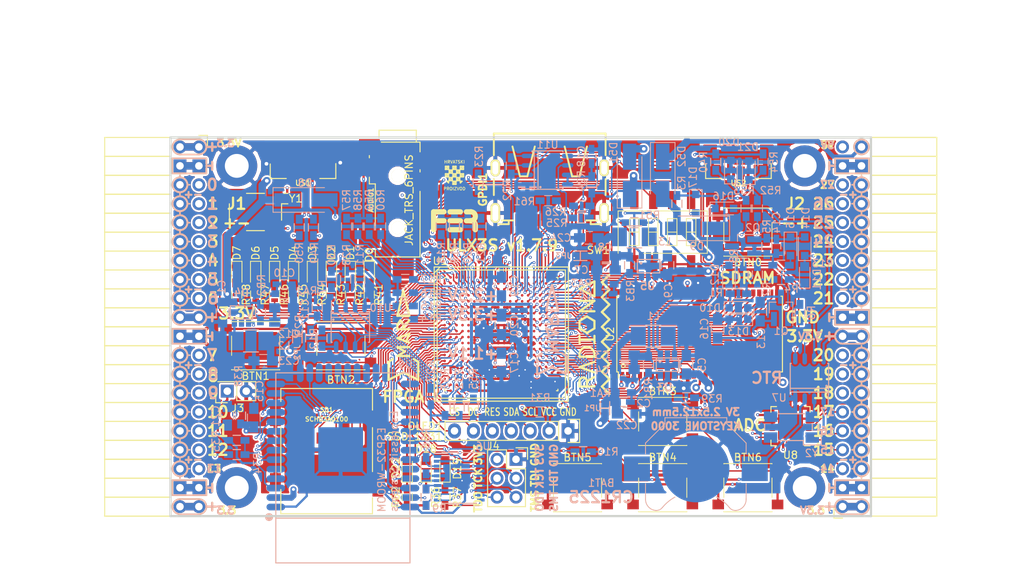
<source format=kicad_pcb>
(kicad_pcb (version 4) (host pcbnew 4.0.7+dfsg1-1)
  (layers (0 F.Cu signal) (1 In1.Cu signal) (2 In2.Cu signal) (31 B.Cu signal) (34 B.Paste user) (35 F.Paste user) (36 B.SilkS user) (37 F.SilkS user) (38 B.Mask user) (39 F.Mask user) (44 Edge.Cuts user))
  (net 0 "")
  (net 1 GND)
  (net 2 +5V)
  (net 3 /gpio/IN5V)
  (net 4 /gpio/OUT5V)
  (net 5 +3V3)
  (net 6 BTN_D)
  (net 7 BTN_F1)
  (net 8 BTN_F2)
  (net 9 BTN_L)
  (net 10 BTN_R)
  (net 11 BTN_U)
  (net 12 /power/FB1)
  (net 13 +2V5)
  (net 14 /power/PWREN)
  (net 15 /power/FB3)
  (net 16 /power/FB2)
  (net 17 "Net-(D9-Pad1)")
  (net 18 /power/VBAT)
  (net 19 JTAG_TDI)
  (net 20 JTAG_TCK)
  (net 21 JTAG_TMS)
  (net 22 JTAG_TDO)
  (net 23 /power/WAKEUPn)
  (net 24 /power/WKUP)
  (net 25 /power/SHUT)
  (net 26 /power/WAKE)
  (net 27 /power/HOLD)
  (net 28 /power/WKn)
  (net 29 /power/OSCI_32k)
  (net 30 /power/OSCO_32k)
  (net 31 "Net-(Q2-Pad3)")
  (net 32 SHUTDOWN)
  (net 33 /analog/AUDIO_L)
  (net 34 /analog/AUDIO_R)
  (net 35 GPDI_5V_SCL)
  (net 36 GPDI_5V_SDA)
  (net 37 GPDI_SDA)
  (net 38 GPDI_SCL)
  (net 39 /gpdi/VREF2)
  (net 40 SD_CMD)
  (net 41 SD_CLK)
  (net 42 SD_D0)
  (net 43 SD_D1)
  (net 44 USB5V)
  (net 45 GPDI_CEC)
  (net 46 nRESET)
  (net 47 FTDI_nDTR)
  (net 48 SDRAM_CKE)
  (net 49 SDRAM_A7)
  (net 50 SDRAM_D15)
  (net 51 SDRAM_BA1)
  (net 52 SDRAM_D7)
  (net 53 SDRAM_A6)
  (net 54 SDRAM_CLK)
  (net 55 SDRAM_D13)
  (net 56 SDRAM_BA0)
  (net 57 SDRAM_D6)
  (net 58 SDRAM_A5)
  (net 59 SDRAM_D14)
  (net 60 SDRAM_A11)
  (net 61 SDRAM_D12)
  (net 62 SDRAM_D5)
  (net 63 SDRAM_A4)
  (net 64 SDRAM_A10)
  (net 65 SDRAM_D11)
  (net 66 SDRAM_A3)
  (net 67 SDRAM_D4)
  (net 68 SDRAM_D10)
  (net 69 SDRAM_D9)
  (net 70 SDRAM_A9)
  (net 71 SDRAM_D3)
  (net 72 SDRAM_D8)
  (net 73 SDRAM_A8)
  (net 74 SDRAM_A2)
  (net 75 SDRAM_A1)
  (net 76 SDRAM_A0)
  (net 77 SDRAM_D2)
  (net 78 SDRAM_D1)
  (net 79 SDRAM_D0)
  (net 80 SDRAM_DQM0)
  (net 81 SDRAM_nCS)
  (net 82 SDRAM_nRAS)
  (net 83 SDRAM_DQM1)
  (net 84 SDRAM_nCAS)
  (net 85 SDRAM_nWE)
  (net 86 /flash/FLASH_nWP)
  (net 87 /flash/FLASH_nHOLD)
  (net 88 /flash/FLASH_MOSI)
  (net 89 /flash/FLASH_MISO)
  (net 90 /flash/FLASH_SCK)
  (net 91 /flash/FLASH_nCS)
  (net 92 /flash/FPGA_PROGRAMN)
  (net 93 /flash/FPGA_DONE)
  (net 94 /flash/FPGA_INITN)
  (net 95 OLED_RES)
  (net 96 OLED_DC)
  (net 97 OLED_CS)
  (net 98 WIFI_EN)
  (net 99 FTDI_nRTS)
  (net 100 FTDI_TXD)
  (net 101 FTDI_RXD)
  (net 102 WIFI_RXD)
  (net 103 WIFI_GPIO0)
  (net 104 WIFI_TXD)
  (net 105 GPDI_ETH-)
  (net 106 GPDI_ETH+)
  (net 107 GPDI_D2+)
  (net 108 GPDI_D2-)
  (net 109 GPDI_D1+)
  (net 110 GPDI_D1-)
  (net 111 GPDI_D0+)
  (net 112 GPDI_D0-)
  (net 113 GPDI_CLK+)
  (net 114 GPDI_CLK-)
  (net 115 USB_FTDI_D+)
  (net 116 USB_FTDI_D-)
  (net 117 SD_D3)
  (net 118 AUDIO_L3)
  (net 119 AUDIO_L2)
  (net 120 AUDIO_L1)
  (net 121 AUDIO_L0)
  (net 122 AUDIO_R3)
  (net 123 AUDIO_R2)
  (net 124 AUDIO_R1)
  (net 125 AUDIO_R0)
  (net 126 OLED_CLK)
  (net 127 OLED_MOSI)
  (net 128 LED0)
  (net 129 LED1)
  (net 130 LED2)
  (net 131 LED3)
  (net 132 LED4)
  (net 133 LED5)
  (net 134 LED6)
  (net 135 LED7)
  (net 136 BTN_PWRn)
  (net 137 FTDI_nTXLED)
  (net 138 FTDI_nSLEEP)
  (net 139 /blinkey/LED_PWREN)
  (net 140 /blinkey/LED_TXLED)
  (net 141 /sdcard/SD3V3)
  (net 142 SD_D2)
  (net 143 CLK_25MHz)
  (net 144 /blinkey/BTNPUL)
  (net 145 /blinkey/BTNPUR)
  (net 146 USB_FPGA_D+)
  (net 147 /power/FTDI_nSUSPEND)
  (net 148 /blinkey/ALED0)
  (net 149 /blinkey/ALED1)
  (net 150 /blinkey/ALED2)
  (net 151 /blinkey/ALED3)
  (net 152 /blinkey/ALED4)
  (net 153 /blinkey/ALED5)
  (net 154 /blinkey/ALED6)
  (net 155 /blinkey/ALED7)
  (net 156 /usb/FTD-)
  (net 157 /usb/FTD+)
  (net 158 ADC_MISO)
  (net 159 ADC_MOSI)
  (net 160 ADC_CSn)
  (net 161 ADC_SCLK)
  (net 162 SW3)
  (net 163 SW2)
  (net 164 SW1)
  (net 165 USB_FPGA_D-)
  (net 166 /usb/FPD+)
  (net 167 /usb/FPD-)
  (net 168 WIFI_GPIO16)
  (net 169 /usb/ANT_433MHz)
  (net 170 /power/PWRBTn)
  (net 171 PROG_DONE)
  (net 172 /power/P3V3)
  (net 173 /power/P2V5)
  (net 174 /power/L1)
  (net 175 /power/L3)
  (net 176 /power/L2)
  (net 177 FTDI_TXDEN)
  (net 178 SDRAM_A12)
  (net 179 /analog/AUDIO_V)
  (net 180 AUDIO_V3)
  (net 181 AUDIO_V2)
  (net 182 AUDIO_V1)
  (net 183 AUDIO_V0)
  (net 184 /gpdi/FPGA_CEC)
  (net 185 /blinkey/LED_WIFI)
  (net 186 /power/P1V1)
  (net 187 +1V1)
  (net 188 SW4)
  (net 189 /blinkey/SWPU)
  (net 190 /wifi/WIFIEN)
  (net 191 FT2V5)
  (net 192 GN0)
  (net 193 GP0)
  (net 194 GN1)
  (net 195 GP1)
  (net 196 GN2)
  (net 197 GP2)
  (net 198 GN3)
  (net 199 GP3)
  (net 200 GN4)
  (net 201 GP4)
  (net 202 GN5)
  (net 203 GP5)
  (net 204 GN6)
  (net 205 GP6)
  (net 206 GN14)
  (net 207 GP14)
  (net 208 GN15)
  (net 209 GP15)
  (net 210 GN16)
  (net 211 GP16)
  (net 212 GN17)
  (net 213 GP17)
  (net 214 GN18)
  (net 215 GP18)
  (net 216 GN19)
  (net 217 GP19)
  (net 218 GN20)
  (net 219 GP20)
  (net 220 GN21)
  (net 221 GP21)
  (net 222 GN22)
  (net 223 GP22)
  (net 224 GN23)
  (net 225 GP23)
  (net 226 GN24)
  (net 227 GP24)
  (net 228 GN25)
  (net 229 GP25)
  (net 230 GN26)
  (net 231 GP26)
  (net 232 GN27)
  (net 233 GP27)
  (net 234 GN7)
  (net 235 GP7)
  (net 236 GN8)
  (net 237 GP8)
  (net 238 GN9)
  (net 239 GP9)
  (net 240 GN10)
  (net 241 GP10)
  (net 242 GN11)
  (net 243 GP11)
  (net 244 GN12)
  (net 245 GP12)
  (net 246 GN13)
  (net 247 GP13)
  (net 248 WIFI_GPIO5)
  (net 249 WIFI_GPIO17)
  (module Socket_Strips:Socket_Strip_Angled_2x20 (layer F.Cu) (at 97.91 62.69 270)
    (fp_text reference J1 (at 7.62 -5.08 360) (layer F.SilkS) (effects (font (size 1.5 1.5) (thickness 0.3))))
    (fp_text value CONN_02X20 hide)
    (pad 1 thru_hole oval (at 0 0 270) (size 1.7272 1.7272) (drill 1.016) (layers *.Cu *.Mask) (net 5 +3V3))
    (pad 2 thru_hole oval (at 0 2.54 270) (size 1.7272 1.7272) (drill 1.016) (layers *.Cu *.Mask) (net 5 +3V3))
    (pad 3 thru_hole rect (at 2.54 0 270) (size 1.7272 1.7272) (drill 1.016) (layers *.Cu *.Mask) (net 1 GND))
    (pad 4 thru_hole rect (at 2.54 2.54 270) (size 1.7272 1.7272) (drill 1.016) (layers *.Cu *.Mask) (net 1 GND))
    (pad 5 thru_hole oval (at 5.08 0 270) (size 1.7272 1.7272) (drill 1.016) (layers *.Cu *.Mask) (net 192 GN0))
    (pad 6 thru_hole oval (at 5.08 2.54 270) (size 1.7272 1.7272) (drill 1.016) (layers *.Cu *.Mask) (net 193 GP0))
    (pad 7 thru_hole oval (at 7.62 0 270) (size 1.7272 1.7272) (drill 1.016) (layers *.Cu *.Mask) (net 194 GN1))
    (pad 8 thru_hole oval (at 7.62 2.54 270) (size 1.7272 1.7272) (drill 1.016) (layers *.Cu *.Mask) (net 195 GP1))
    (pad 9 thru_hole oval (at 10.16 0 270) (size 1.7272 1.7272) (drill 1.016) (layers *.Cu *.Mask) (net 196 GN2))
    (pad 10 thru_hole oval (at 10.16 2.54 270) (size 1.7272 1.7272) (drill 1.016) (layers *.Cu *.Mask) (net 197 GP2))
    (pad 11 thru_hole oval (at 12.7 0 270) (size 1.7272 1.7272) (drill 1.016) (layers *.Cu *.Mask) (net 198 GN3))
    (pad 12 thru_hole oval (at 12.7 2.54 270) (size 1.7272 1.7272) (drill 1.016) (layers *.Cu *.Mask) (net 199 GP3))
    (pad 13 thru_hole oval (at 15.24 0 270) (size 1.7272 1.7272) (drill 1.016) (layers *.Cu *.Mask) (net 200 GN4))
    (pad 14 thru_hole oval (at 15.24 2.54 270) (size 1.7272 1.7272) (drill 1.016) (layers *.Cu *.Mask) (net 201 GP4))
    (pad 15 thru_hole oval (at 17.78 0 270) (size 1.7272 1.7272) (drill 1.016) (layers *.Cu *.Mask) (net 202 GN5))
    (pad 16 thru_hole oval (at 17.78 2.54 270) (size 1.7272 1.7272) (drill 1.016) (layers *.Cu *.Mask) (net 203 GP5))
    (pad 17 thru_hole oval (at 20.32 0 270) (size 1.7272 1.7272) (drill 1.016) (layers *.Cu *.Mask) (net 204 GN6))
    (pad 18 thru_hole oval (at 20.32 2.54 270) (size 1.7272 1.7272) (drill 1.016) (layers *.Cu *.Mask) (net 205 GP6))
    (pad 19 thru_hole oval (at 22.86 0 270) (size 1.7272 1.7272) (drill 1.016) (layers *.Cu *.Mask) (net 5 +3V3))
    (pad 20 thru_hole oval (at 22.86 2.54 270) (size 1.7272 1.7272) (drill 1.016) (layers *.Cu *.Mask) (net 5 +3V3))
    (pad 21 thru_hole rect (at 25.4 0 270) (size 1.7272 1.7272) (drill 1.016) (layers *.Cu *.Mask) (net 1 GND))
    (pad 22 thru_hole rect (at 25.4 2.54 270) (size 1.7272 1.7272) (drill 1.016) (layers *.Cu *.Mask) (net 1 GND))
    (pad 23 thru_hole oval (at 27.94 0 270) (size 1.7272 1.7272) (drill 1.016) (layers *.Cu *.Mask) (net 234 GN7))
    (pad 24 thru_hole oval (at 27.94 2.54 270) (size 1.7272 1.7272) (drill 1.016) (layers *.Cu *.Mask) (net 235 GP7))
    (pad 25 thru_hole oval (at 30.48 0 270) (size 1.7272 1.7272) (drill 1.016) (layers *.Cu *.Mask) (net 236 GN8))
    (pad 26 thru_hole oval (at 30.48 2.54 270) (size 1.7272 1.7272) (drill 1.016) (layers *.Cu *.Mask) (net 237 GP8))
    (pad 27 thru_hole oval (at 33.02 0 270) (size 1.7272 1.7272) (drill 1.016) (layers *.Cu *.Mask) (net 238 GN9))
    (pad 28 thru_hole oval (at 33.02 2.54 270) (size 1.7272 1.7272) (drill 1.016) (layers *.Cu *.Mask) (net 239 GP9))
    (pad 29 thru_hole oval (at 35.56 0 270) (size 1.7272 1.7272) (drill 1.016) (layers *.Cu *.Mask) (net 240 GN10))
    (pad 30 thru_hole oval (at 35.56 2.54 270) (size 1.7272 1.7272) (drill 1.016) (layers *.Cu *.Mask) (net 241 GP10))
    (pad 31 thru_hole oval (at 38.1 0 270) (size 1.7272 1.7272) (drill 1.016) (layers *.Cu *.Mask) (net 242 GN11))
    (pad 32 thru_hole oval (at 38.1 2.54 270) (size 1.7272 1.7272) (drill 1.016) (layers *.Cu *.Mask) (net 243 GP11))
    (pad 33 thru_hole oval (at 40.64 0 270) (size 1.7272 1.7272) (drill 1.016) (layers *.Cu *.Mask) (net 244 GN12))
    (pad 34 thru_hole oval (at 40.64 2.54 270) (size 1.7272 1.7272) (drill 1.016) (layers *.Cu *.Mask) (net 245 GP12))
    (pad 35 thru_hole oval (at 43.18 0 270) (size 1.7272 1.7272) (drill 1.016) (layers *.Cu *.Mask) (net 246 GN13))
    (pad 36 thru_hole oval (at 43.18 2.54 270) (size 1.7272 1.7272) (drill 1.016) (layers *.Cu *.Mask) (net 247 GP13))
    (pad 37 thru_hole rect (at 45.72 0 270) (size 1.7272 1.7272) (drill 1.016) (layers *.Cu *.Mask) (net 1 GND))
    (pad 38 thru_hole rect (at 45.72 2.54 270) (size 1.7272 1.7272) (drill 1.016) (layers *.Cu *.Mask) (net 1 GND))
    (pad 39 thru_hole oval (at 48.26 0 270) (size 1.7272 1.7272) (drill 1.016) (layers *.Cu *.Mask) (net 5 +3V3))
    (pad 40 thru_hole oval (at 48.26 2.54 270) (size 1.7272 1.7272) (drill 1.016) (layers *.Cu *.Mask) (net 5 +3V3))
  )
  (module SMD_Packages:1Pin (layer F.Cu) (at 182.67515 111.637626)
    (fp_text reference AE1 hide)
    (fp_text value 433MHz hide)
    (pad 1 smd rect (at 0 0) (size 0.5 0.5) (layers B.Cu F.Paste F.Mask) (net 169 /usb/ANT_433MHz))
  )
  (module Resistors_SMD:R_0603_HandSoldering (layer B.Cu) (at 103.498 98.758 90)
    (fp_text reference R38 (at 5.334 -0.254 90) (layer B.SilkS) (effects (justify mirror)))
    (fp_text value 0.47)
    (pad 1 smd rect (at -1.1 0 90) (size 1.2 0.9) (layers B.Cu B.Paste B.Mask) (net 141 /sdcard/SD3V3))
    (pad 2 smd rect (at 1.1 0 90) (size 1.2 0.9) (layers B.Cu B.Paste B.Mask) (net 5 +3V3))
  )
  (module jumper:SOLDER-JUMPER_1-WAY (layer B.Cu) (at 152.393 97.742 270)
    (fp_text reference JP1 (at 0 1.778 360) (layer B.SilkS) (effects (font (size 0.762 0.762) (thickness 0.1524)) (justify mirror)))
    (fp_text value 1.2 hide)
    (pad 1 smd rect (at -0.6 0 270) (size 1 1) (layers B.Cu B.Paste B.Mask) (net 186 /power/P1V1))
    (pad 2 smd rect (at 0.6 0 270) (size 1 1) (layers B.Cu B.Paste B.Mask) (net 187 +1V1))
  )
  (module Diodes_SMD:D_SMA_Handsoldering (layer B.Cu) (at 155.695 66.5 90)
    (fp_text reference D51 (at 3.048 -2.159 90) (layer B.SilkS) (effects (justify mirror)))
    (fp_text value STPS2L30AF hide)
    (pad 1 smd rect (at -2.5 0 90) (size 3.5 1.8) (layers B.Cu B.Paste B.Mask) (net 2 +5V))
    (pad 2 smd rect (at 2.5 0 90) (size 3.5 1.8) (layers B.Cu B.Paste B.Mask) (net 3 /gpio/IN5V))
  )
  (module Resistors_SMD:R_0603_HandSoldering (layer B.Cu) (at 156.33 72.85 180)
    (fp_text reference R51 (at -2.032 1.016 180) (layer B.SilkS) (effects (justify mirror)))
    (fp_text value 150)
    (pad 1 smd rect (at -1.1 0 180) (size 1.2 0.9) (layers B.Cu B.Paste B.Mask) (net 5 +3V3))
    (pad 2 smd rect (at 1.1 0 180) (size 1.2 0.9) (layers B.Cu B.Paste B.Mask) (net 189 /blinkey/SWPU))
  )
  (module Resistors_SMD:R_1210_HandSoldering (layer B.Cu) (at 158.87 88.09 180)
    (fp_text reference L1 (at 0 2.7 180) (layer B.SilkS) (effects (justify mirror)))
    (fp_text value 2.2uH)
    (pad 1 smd rect (at -2 0 180) (size 2 2.5) (layers B.Cu B.Paste B.Mask) (net 174 /power/L1))
    (pad 2 smd rect (at 2 0 180) (size 2 2.5) (layers B.Cu B.Paste B.Mask) (net 186 /power/P1V1))
  )
  (module TSOT-25:TSOT-25 (layer B.Cu) (at 160.775 91.9)
    (fp_text reference U3 (at -0.381 3.048) (layer B.SilkS) (effects (font (thickness 0.2)) (justify mirror)))
    (fp_text value TLV62569DBV)
    (pad 1 smd rect (at -0.95 -1.3) (size 0.7 1.2) (layers B.Cu B.Paste B.Mask) (net 14 /power/PWREN))
    (pad 2 smd rect (at 0 -1.3) (size 0.7 1.2) (layers B.Cu B.Paste B.Mask) (net 1 GND))
    (pad 3 smd rect (at 0.95 -1.3) (size 0.7 1.2) (layers B.Cu B.Paste B.Mask) (net 174 /power/L1))
    (pad 4 smd rect (at 0.95 1.3) (size 0.7 1.2) (layers B.Cu B.Paste B.Mask) (net 2 +5V))
    (pad 5 smd rect (at -0.95 1.3) (size 0.7 1.2) (layers B.Cu B.Paste B.Mask) (net 12 /power/FB1))
  )
  (module Resistors_SMD:R_1210_HandSoldering (layer B.Cu) (at 104.895 88.725)
    (fp_text reference L2 (at 4.445 0.635) (layer B.SilkS) (effects (justify mirror)))
    (fp_text value 2.2uH)
    (pad 1 smd rect (at -2 0) (size 2 2.5) (layers B.Cu B.Paste B.Mask) (net 176 /power/L2))
    (pad 2 smd rect (at 2 0) (size 2 2.5) (layers B.Cu B.Paste B.Mask) (net 173 /power/P2V5))
  )
  (module TSOT-25:TSOT-25 (layer B.Cu) (at 103.625 84.915 180)
    (fp_text reference U4 (at 0 2.697 180) (layer B.SilkS) (effects (font (thickness 0.2)) (justify mirror)))
    (fp_text value TLV62569DBV)
    (pad 1 smd rect (at -0.95 -1.3 180) (size 0.7 1.2) (layers B.Cu B.Paste B.Mask) (net 14 /power/PWREN))
    (pad 2 smd rect (at 0 -1.3 180) (size 0.7 1.2) (layers B.Cu B.Paste B.Mask) (net 1 GND))
    (pad 3 smd rect (at 0.95 -1.3 180) (size 0.7 1.2) (layers B.Cu B.Paste B.Mask) (net 176 /power/L2))
    (pad 4 smd rect (at 0.95 1.3 180) (size 0.7 1.2) (layers B.Cu B.Paste B.Mask) (net 2 +5V))
    (pad 5 smd rect (at -0.95 1.3 180) (size 0.7 1.2) (layers B.Cu B.Paste B.Mask) (net 16 /power/FB2))
  )
  (module Resistors_SMD:R_1210_HandSoldering (layer B.Cu) (at 156.33 74.755 180)
    (fp_text reference L3 (at -4.064 -0.635 180) (layer B.SilkS) (effects (justify mirror)))
    (fp_text value 2.2uH)
    (pad 1 smd rect (at -2 0 180) (size 2 2.5) (layers B.Cu B.Paste B.Mask) (net 175 /power/L3))
    (pad 2 smd rect (at 2 0 180) (size 2 2.5) (layers B.Cu B.Paste B.Mask) (net 172 /power/P3V3))
  )
  (module TSOT-25:TSOT-25 (layer B.Cu) (at 158.235 78.692)
    (fp_text reference U5 (at -0.127 2.667) (layer B.SilkS) (effects (font (thickness 0.2)) (justify mirror)))
    (fp_text value TLV62569DBV)
    (pad 1 smd rect (at -0.95 -1.3) (size 0.7 1.2) (layers B.Cu B.Paste B.Mask) (net 14 /power/PWREN))
    (pad 2 smd rect (at 0 -1.3) (size 0.7 1.2) (layers B.Cu B.Paste B.Mask) (net 1 GND))
    (pad 3 smd rect (at 0.95 -1.3) (size 0.7 1.2) (layers B.Cu B.Paste B.Mask) (net 175 /power/L3))
    (pad 4 smd rect (at 0.95 1.3) (size 0.7 1.2) (layers B.Cu B.Paste B.Mask) (net 2 +5V))
    (pad 5 smd rect (at -0.95 1.3) (size 0.7 1.2) (layers B.Cu B.Paste B.Mask) (net 15 /power/FB3))
  )
  (module Capacitors_SMD:C_0805_HandSoldering (layer B.Cu) (at 101.085 84.915 270)
    (fp_text reference C1 (at -3.429 0.127 270) (layer B.SilkS) (effects (justify mirror)))
    (fp_text value 22uF)
    (pad 1 smd rect (at -1.25 0 270) (size 1.5 1.25) (layers B.Cu B.Paste B.Mask) (net 2 +5V))
    (pad 2 smd rect (at 1.25 0 270) (size 1.5 1.25) (layers B.Cu B.Paste B.Mask) (net 1 GND))
  )
  (module Capacitors_SMD:C_0805_HandSoldering (layer B.Cu) (at 155.06 90.63)
    (fp_text reference C3 (at -3.048 0) (layer B.SilkS) (effects (justify mirror)))
    (fp_text value 22uF)
    (pad 1 smd rect (at -1.25 0) (size 1.5 1.25) (layers B.Cu B.Paste B.Mask) (net 186 /power/P1V1))
    (pad 2 smd rect (at 1.25 0) (size 1.5 1.25) (layers B.Cu B.Paste B.Mask) (net 1 GND))
  )
  (module Capacitors_SMD:C_0805_HandSoldering (layer B.Cu) (at 155.06 92.535)
    (fp_text reference C4 (at -3.048 0.127) (layer B.SilkS) (effects (justify mirror)))
    (fp_text value 22uF)
    (pad 1 smd rect (at -1.25 0) (size 1.5 1.25) (layers B.Cu B.Paste B.Mask) (net 186 /power/P1V1))
    (pad 2 smd rect (at 1.25 0) (size 1.5 1.25) (layers B.Cu B.Paste B.Mask) (net 1 GND))
  )
  (module Capacitors_SMD:C_0805_HandSoldering (layer B.Cu) (at 163.315 91.9 90)
    (fp_text reference C5 (at 0 2.1 90) (layer B.SilkS) (effects (justify mirror)))
    (fp_text value 22uF)
    (pad 1 smd rect (at -1.25 0 90) (size 1.5 1.25) (layers B.Cu B.Paste B.Mask) (net 2 +5V))
    (pad 2 smd rect (at 1.25 0 90) (size 1.5 1.25) (layers B.Cu B.Paste B.Mask) (net 1 GND))
  )
  (module Capacitors_SMD:C_0805_HandSoldering (layer B.Cu) (at 152.52 79.2)
    (fp_text reference C7 (at -3.302 0) (layer B.SilkS) (effects (justify mirror)))
    (fp_text value 22uF)
    (pad 1 smd rect (at -1.25 0) (size 1.5 1.25) (layers B.Cu B.Paste B.Mask) (net 172 /power/P3V3))
    (pad 2 smd rect (at 1.25 0) (size 1.5 1.25) (layers B.Cu B.Paste B.Mask) (net 1 GND))
  )
  (module Capacitors_SMD:C_0805_HandSoldering (layer B.Cu) (at 152.52 77.295)
    (fp_text reference C8 (at -0.127 -1.143) (layer B.SilkS) (effects (justify mirror)))
    (fp_text value 22uF)
    (pad 1 smd rect (at -1.25 0) (size 1.5 1.25) (layers B.Cu B.Paste B.Mask) (net 172 /power/P3V3))
    (pad 2 smd rect (at 1.25 0) (size 1.5 1.25) (layers B.Cu B.Paste B.Mask) (net 1 GND))
  )
  (module Capacitors_SMD:C_0805_HandSoldering (layer B.Cu) (at 160.775 78.565 90)
    (fp_text reference C9 (at -3.429 0.127 90) (layer B.SilkS) (effects (justify mirror)))
    (fp_text value 22uF)
    (pad 1 smd rect (at -1.25 0 90) (size 1.5 1.25) (layers B.Cu B.Paste B.Mask) (net 2 +5V))
    (pad 2 smd rect (at 1.25 0 90) (size 1.5 1.25) (layers B.Cu B.Paste B.Mask) (net 1 GND))
  )
  (module Capacitors_SMD:C_0805_HandSoldering (layer B.Cu) (at 109.34 84.28 180)
    (fp_text reference C11 (at -2.794 -0.254 270) (layer B.SilkS) (effects (justify mirror)))
    (fp_text value 22uF)
    (pad 1 smd rect (at -1.25 0 180) (size 1.5 1.25) (layers B.Cu B.Paste B.Mask) (net 173 /power/P2V5))
    (pad 2 smd rect (at 1.25 0 180) (size 1.5 1.25) (layers B.Cu B.Paste B.Mask) (net 1 GND))
  )
  (module Capacitors_SMD:C_0805_HandSoldering (layer B.Cu) (at 109.34 86.185 180)
    (fp_text reference C12 (at -0.635 -1.615 360) (layer B.SilkS) (effects (justify mirror)))
    (fp_text value 22uF)
    (pad 1 smd rect (at -1.25 0 180) (size 1.5 1.25) (layers B.Cu B.Paste B.Mask) (net 173 /power/P2V5))
    (pad 2 smd rect (at 1.25 0 180) (size 1.5 1.25) (layers B.Cu B.Paste B.Mask) (net 1 GND))
  )
  (module Capacitors_SMD:C_0805_HandSoldering (layer B.Cu) (at 173.221 84.788 90)
    (fp_text reference C13 (at -3.556 0.127 90) (layer B.SilkS) (effects (justify mirror)))
    (fp_text value 2.2uF)
    (pad 1 smd rect (at -1.25 0 90) (size 1.5 1.25) (layers B.Cu B.Paste B.Mask) (net 2 +5V))
    (pad 2 smd rect (at 1.25 0 90) (size 1.5 1.25) (layers B.Cu B.Paste B.Mask) (net 24 /power/WKUP))
  )
  (module TO_SOT_Packages_SMD:SOT-23_Handsoldering (layer B.Cu) (at 176.015 84.28 90)
    (fp_text reference Q1 (at -3.1115 0 180) (layer B.SilkS) (effects (justify mirror)))
    (fp_text value BC857)
    (pad 1 smd rect (at -1.5 0.95 90) (size 1.9 0.8) (layers B.Cu B.Paste B.Mask) (net 28 /power/WKn))
    (pad 2 smd rect (at -1.5 -0.95 90) (size 1.9 0.8) (layers B.Cu B.Paste B.Mask) (net 2 +5V))
    (pad 3 smd rect (at 1.5 0 90) (size 1.9 0.8) (layers B.Cu B.Paste B.Mask) (net 24 /power/WKUP))
  )
  (module TO_SOT_Packages_SMD:SOT-23_Handsoldering (layer B.Cu) (at 170.935 76.025 180)
    (fp_text reference Q2 (at -1.295 2.5 180) (layer B.SilkS) (effects (justify mirror)))
    (fp_text value 2N7002)
    (pad 1 smd rect (at -1.5 0.95 180) (size 1.9 0.8) (layers B.Cu B.Paste B.Mask) (net 25 /power/SHUT))
    (pad 2 smd rect (at -1.5 -0.95 180) (size 1.9 0.8) (layers B.Cu B.Paste B.Mask) (net 1 GND))
    (pad 3 smd rect (at 1.5 0 180) (size 1.9 0.8) (layers B.Cu B.Paste B.Mask) (net 31 "Net-(Q2-Pad3)"))
  )
  (module Capacitors_SMD:C_0603_HandSoldering (layer B.Cu) (at 154.86 96.91)
    (fp_text reference C2 (at 2.74 0.197) (layer B.SilkS) (effects (justify mirror)))
    (fp_text value 470pF)
    (pad 1 smd rect (at -0.95 0) (size 1.2 0.75) (layers B.Cu B.Paste B.Mask) (net 186 /power/P1V1))
    (pad 2 smd rect (at 0.95 0) (size 1.2 0.75) (layers B.Cu B.Paste B.Mask) (net 12 /power/FB1))
  )
  (module Capacitors_SMD:C_0603_HandSoldering (layer B.Cu) (at 152.52 82.375)
    (fp_text reference C6 (at -2.794 0.127) (layer B.SilkS) (effects (justify mirror)))
    (fp_text value 470pF)
    (pad 1 smd rect (at -0.95 0) (size 1.2 0.75) (layers B.Cu B.Paste B.Mask) (net 172 /power/P3V3))
    (pad 2 smd rect (at 0.95 0) (size 1.2 0.75) (layers B.Cu B.Paste B.Mask) (net 15 /power/FB3))
  )
  (module Capacitors_SMD:C_0603_HandSoldering (layer B.Cu) (at 109.34 81.105 180)
    (fp_text reference C10 (at -0.04 1.505 180) (layer B.SilkS) (effects (justify mirror)))
    (fp_text value 470pF)
    (pad 1 smd rect (at -0.95 0 180) (size 1.2 0.75) (layers B.Cu B.Paste B.Mask) (net 173 /power/P2V5))
    (pad 2 smd rect (at 0.95 0 180) (size 1.2 0.75) (layers B.Cu B.Paste B.Mask) (net 16 /power/FB2))
  )
  (module Capacitors_SMD:C_0603_HandSoldering (layer B.Cu) (at 175.38 76.025 270)
    (fp_text reference C14 (at -3.175 0 270) (layer B.SilkS) (effects (justify mirror)))
    (fp_text value 100nF)
    (pad 1 smd rect (at -0.95 0 270) (size 1.2 0.75) (layers B.Cu B.Paste B.Mask) (net 25 /power/SHUT))
    (pad 2 smd rect (at 0.95 0 270) (size 1.2 0.75) (layers B.Cu B.Paste B.Mask) (net 1 GND))
  )
  (module Resistors_SMD:R_0603_HandSoldering (layer B.Cu) (at 170.3 82.375)
    (fp_text reference R1 (at -3.048 -0.127) (layer B.SilkS) (effects (justify mirror)))
    (fp_text value 15k)
    (pad 1 smd rect (at -1.1 0) (size 1.2 0.9) (layers B.Cu B.Paste B.Mask) (net 26 /power/WAKE))
    (pad 2 smd rect (at 1.1 0) (size 1.2 0.9) (layers B.Cu B.Paste B.Mask) (net 14 /power/PWREN))
  )
  (module Resistors_SMD:R_0603_HandSoldering (layer B.Cu) (at 172.84 79.835 90)
    (fp_text reference R2 (at -1.905 1.27 90) (layer B.SilkS) (effects (justify mirror)))
    (fp_text value 47k)
    (pad 1 smd rect (at -1.1 0 90) (size 1.2 0.9) (layers B.Cu B.Paste B.Mask) (net 14 /power/PWREN))
    (pad 2 smd rect (at 1.1 0 90) (size 1.2 0.9) (layers B.Cu B.Paste B.Mask) (net 1 GND))
  )
  (module Resistors_SMD:R_0603_HandSoldering (layer B.Cu) (at 176.015 80.47 180)
    (fp_text reference R4 (at -1.397 -1.27 360) (layer B.SilkS) (effects (justify mirror)))
    (fp_text value 4.7k)
    (pad 1 smd rect (at -1.1 0 180) (size 1.2 0.9) (layers B.Cu B.Paste B.Mask) (net 27 /power/HOLD))
    (pad 2 smd rect (at 1.1 0 180) (size 1.2 0.9) (layers B.Cu B.Paste B.Mask) (net 14 /power/PWREN))
  )
  (module Resistors_SMD:R_0603_HandSoldering (layer B.Cu) (at 174.11 76.025 270)
    (fp_text reference R5 (at -2.667 0 270) (layer B.SilkS) (effects (justify mirror)))
    (fp_text value 4.7M)
    (pad 1 smd rect (at -1.1 0 270) (size 1.2 0.9) (layers B.Cu B.Paste B.Mask) (net 25 /power/SHUT))
    (pad 2 smd rect (at 1.1 0 270) (size 1.2 0.9) (layers B.Cu B.Paste B.Mask) (net 1 GND))
  )
  (module Resistors_SMD:R_0603_HandSoldering (layer B.Cu) (at 178.555 84.915 270)
    (fp_text reference R6 (at 0 -1.524 270) (layer B.SilkS) (effects (justify mirror)))
    (fp_text value 1k)
    (pad 1 smd rect (at -1.1 0 270) (size 1.2 0.9) (layers B.Cu B.Paste B.Mask) (net 28 /power/WKn))
    (pad 2 smd rect (at 1.1 0 270) (size 1.2 0.9) (layers B.Cu B.Paste B.Mask) (net 23 /power/WAKEUPn))
  )
  (module Resistors_SMD:R_0603_HandSoldering (layer B.Cu) (at 113.785 84.28 270)
    (fp_text reference R7 (at -2.794 -0.635 270) (layer B.SilkS) (effects (justify mirror)))
    (fp_text value 150)
    (pad 1 smd rect (at -1.1 0 270) (size 1.2 0.9) (layers B.Cu B.Paste B.Mask) (net 5 +3V3))
    (pad 2 smd rect (at 1.1 0 270) (size 1.2 0.9) (layers B.Cu B.Paste B.Mask) (net 144 /blinkey/BTNPUL))
  )
  (module Resistors_SMD:R_0603_HandSoldering (layer B.Cu) (at 170.935 79.835 90)
    (fp_text reference R8 (at 2.54 -1.27 90) (layer B.SilkS) (effects (justify mirror)))
    (fp_text value 1k)
    (pad 1 smd rect (at -1.1 0 90) (size 1.2 0.9) (layers B.Cu B.Paste B.Mask) (net 14 /power/PWREN))
    (pad 2 smd rect (at 1.1 0 90) (size 1.2 0.9) (layers B.Cu B.Paste B.Mask) (net 31 "Net-(Q2-Pad3)"))
  )
  (module Resistors_SMD:R_0603_HandSoldering (layer B.Cu) (at 128.39 109.68 270)
    (fp_text reference R9 (at 1.524 -1.778 360) (layer B.SilkS) (effects (justify mirror)))
    (fp_text value 15k)
    (pad 1 smd rect (at -1.1 0 270) (size 1.2 0.9) (layers B.Cu B.Paste B.Mask) (net 46 nRESET))
    (pad 2 smd rect (at 1.1 0 270) (size 1.2 0.9) (layers B.Cu B.Paste B.Mask) (net 191 FT2V5))
  )
  (module Resistors_SMD:R_0603_HandSoldering (layer B.Cu) (at 149.472 103.584 180)
    (fp_text reference R10 (at -3.302 0 180) (layer B.SilkS) (effects (justify mirror)))
    (fp_text value 150)
    (pad 1 smd rect (at -1.1 0 180) (size 1.2 0.9) (layers B.Cu B.Paste B.Mask) (net 147 /power/FTDI_nSUSPEND))
    (pad 2 smd rect (at 1.1 0 180) (size 1.2 0.9) (layers B.Cu B.Paste B.Mask) (net 138 FTDI_nSLEEP))
  )
  (module Resistors_SMD:R_0603_HandSoldering (layer B.Cu) (at 176.015 78.565 180)
    (fp_text reference R13 (at -5.588 0.254 180) (layer B.SilkS) (effects (justify mirror)))
    (fp_text value 15k)
    (pad 1 smd rect (at -1.1 0 180) (size 1.2 0.9) (layers B.Cu B.Paste B.Mask) (net 32 SHUTDOWN))
    (pad 2 smd rect (at 1.1 0 180) (size 1.2 0.9) (layers B.Cu B.Paste B.Mask) (net 1 GND))
  )
  (module Resistors_SMD:R_0603_HandSoldering (layer B.Cu) (at 154.86 95.64)
    (fp_text reference RA1 (at -3.102 0.07) (layer B.SilkS) (effects (justify mirror)))
    (fp_text value 15k)
    (pad 1 smd rect (at -1.1 0) (size 1.2 0.9) (layers B.Cu B.Paste B.Mask) (net 186 /power/P1V1))
    (pad 2 smd rect (at 1.1 0) (size 1.2 0.9) (layers B.Cu B.Paste B.Mask) (net 12 /power/FB1))
  )
  (module Resistors_SMD:R_0603_HandSoldering (layer B.Cu) (at 109.34 82.375 180)
    (fp_text reference RA2 (at -3.048 0.381 360) (layer B.SilkS) (effects (justify mirror)))
    (fp_text value 15k)
    (pad 1 smd rect (at -1.1 0 180) (size 1.2 0.9) (layers B.Cu B.Paste B.Mask) (net 173 /power/P2V5))
    (pad 2 smd rect (at 1.1 0 180) (size 1.2 0.9) (layers B.Cu B.Paste B.Mask) (net 16 /power/FB2))
  )
  (module Resistors_SMD:R_0603_HandSoldering (layer B.Cu) (at 152.52 81.105)
    (fp_text reference RA3 (at -3.302 -0.127) (layer B.SilkS) (effects (justify mirror)))
    (fp_text value 15k)
    (pad 1 smd rect (at -1.1 0) (size 1.2 0.9) (layers B.Cu B.Paste B.Mask) (net 172 /power/P3V3))
    (pad 2 smd rect (at 1.1 0) (size 1.2 0.9) (layers B.Cu B.Paste B.Mask) (net 15 /power/FB3))
  )
  (module Resistors_SMD:R_0603_HandSoldering (layer B.Cu) (at 158.235 91.9 270)
    (fp_text reference RB1 (at 3.302 0 270) (layer B.SilkS) (effects (justify mirror)))
    (fp_text value 18k)
    (pad 1 smd rect (at -1.1 0 270) (size 1.2 0.9) (layers B.Cu B.Paste B.Mask) (net 1 GND))
    (pad 2 smd rect (at 1.1 0 270) (size 1.2 0.9) (layers B.Cu B.Paste B.Mask) (net 12 /power/FB1))
  )
  (module Resistors_SMD:R_0603_HandSoldering (layer B.Cu) (at 106.165 84.915 90)
    (fp_text reference RB2 (at 3.683 0.127 90) (layer B.SilkS) (effects (justify mirror)))
    (fp_text value 4.7k)
    (pad 1 smd rect (at -1.1 0 90) (size 1.2 0.9) (layers B.Cu B.Paste B.Mask) (net 1 GND))
    (pad 2 smd rect (at 1.1 0 90) (size 1.2 0.9) (layers B.Cu B.Paste B.Mask) (net 16 /power/FB2))
  )
  (module Resistors_SMD:R_0603_HandSoldering (layer B.Cu) (at 155.695 78.565 270)
    (fp_text reference RB3 (at 3.429 -0.127 270) (layer B.SilkS) (effects (justify mirror)))
    (fp_text value 3.3k)
    (pad 1 smd rect (at -1.1 0 270) (size 1.2 0.9) (layers B.Cu B.Paste B.Mask) (net 1 GND))
    (pad 2 smd rect (at 1.1 0 270) (size 1.2 0.9) (layers B.Cu B.Paste B.Mask) (net 15 /power/FB3))
  )
  (module Resistors_SMD:R_0603_HandSoldering (layer B.Cu) (at 125.596 85.804 180)
    (fp_text reference R14 (at -3.47 0.127 180) (layer B.SilkS) (effects (justify mirror)))
    (fp_text value 1.2k)
    (pad 1 smd rect (at -1.1 0 180) (size 1.2 0.9) (layers B.Cu B.Paste B.Mask) (net 121 AUDIO_L0))
    (pad 2 smd rect (at 1.1 0 180) (size 1.2 0.9) (layers B.Cu B.Paste B.Mask) (net 33 /analog/AUDIO_L))
  )
  (module Resistors_SMD:R_0603_HandSoldering (layer B.Cu) (at 125.596 84.026 180)
    (fp_text reference R15 (at -3.47 -0.001 180) (layer B.SilkS) (effects (justify mirror)))
    (fp_text value 680)
    (pad 1 smd rect (at -1.1 0 180) (size 1.2 0.9) (layers B.Cu B.Paste B.Mask) (net 120 AUDIO_L1))
    (pad 2 smd rect (at 1.1 0 180) (size 1.2 0.9) (layers B.Cu B.Paste B.Mask) (net 33 /analog/AUDIO_L))
  )
  (module Resistors_SMD:R_0603_HandSoldering (layer B.Cu) (at 125.596 82.248 180)
    (fp_text reference R16 (at -3.47 -0.127 180) (layer B.SilkS) (effects (justify mirror)))
    (fp_text value 330)
    (pad 1 smd rect (at -1.1 0 180) (size 1.2 0.9) (layers B.Cu B.Paste B.Mask) (net 119 AUDIO_L2))
    (pad 2 smd rect (at 1.1 0 180) (size 1.2 0.9) (layers B.Cu B.Paste B.Mask) (net 33 /analog/AUDIO_L))
  )
  (module Resistors_SMD:R_0603_HandSoldering (layer B.Cu) (at 125.596 80.47 180)
    (fp_text reference R17 (at -3.47 0 180) (layer B.SilkS) (effects (justify mirror)))
    (fp_text value 150)
    (pad 1 smd rect (at -1.1 0 180) (size 1.2 0.9) (layers B.Cu B.Paste B.Mask) (net 118 AUDIO_L3))
    (pad 2 smd rect (at 1.1 0 180) (size 1.2 0.9) (layers B.Cu B.Paste B.Mask) (net 33 /analog/AUDIO_L))
  )
  (module Resistors_SMD:R_0603_HandSoldering (layer B.Cu) (at 130.422 73.358 90)
    (fp_text reference R18 (at -3.556 0 90) (layer B.SilkS) (effects (justify mirror)))
    (fp_text value 1.2k)
    (pad 1 smd rect (at -1.1 0 90) (size 1.2 0.9) (layers B.Cu B.Paste B.Mask) (net 125 AUDIO_R0))
    (pad 2 smd rect (at 1.1 0 90) (size 1.2 0.9) (layers B.Cu B.Paste B.Mask) (net 34 /analog/AUDIO_R))
  )
  (module Resistors_SMD:R_0603_HandSoldering (layer B.Cu) (at 132.2 73.358 90)
    (fp_text reference R19 (at -3.556 0 90) (layer B.SilkS) (effects (justify mirror)))
    (fp_text value 680)
    (pad 1 smd rect (at -1.1 0 90) (size 1.2 0.9) (layers B.Cu B.Paste B.Mask) (net 124 AUDIO_R1))
    (pad 2 smd rect (at 1.1 0 90) (size 1.2 0.9) (layers B.Cu B.Paste B.Mask) (net 34 /analog/AUDIO_R))
  )
  (module Resistors_SMD:R_0603_HandSoldering (layer B.Cu) (at 133.978 73.358 90)
    (fp_text reference R20 (at -3.556 0 90) (layer B.SilkS) (effects (justify mirror)))
    (fp_text value 330)
    (pad 1 smd rect (at -1.1 0 90) (size 1.2 0.9) (layers B.Cu B.Paste B.Mask) (net 123 AUDIO_R2))
    (pad 2 smd rect (at 1.1 0 90) (size 1.2 0.9) (layers B.Cu B.Paste B.Mask) (net 34 /analog/AUDIO_R))
  )
  (module Resistors_SMD:R_0603_HandSoldering (layer B.Cu) (at 135.756 73.358 90)
    (fp_text reference R21 (at -3.556 0 90) (layer B.SilkS) (effects (justify mirror)))
    (fp_text value 150)
    (pad 1 smd rect (at -1.1 0 90) (size 1.2 0.9) (layers B.Cu B.Paste B.Mask) (net 122 AUDIO_R3))
    (pad 2 smd rect (at 1.1 0 90) (size 1.2 0.9) (layers B.Cu B.Paste B.Mask) (net 34 /analog/AUDIO_R))
  )
  (module Capacitors_SMD:C_0603_HandSoldering (layer B.Cu) (at 150.5896 63.96 90)
    (fp_text reference C18 (at 0 -1.3716 90) (layer B.SilkS) (effects (justify mirror)))
    (fp_text value 470pF)
    (pad 1 smd rect (at -0.95 0 90) (size 1.2 0.75) (layers B.Cu B.Paste B.Mask) (net 39 /gpdi/VREF2))
    (pad 2 smd rect (at 0.95 0 90) (size 1.2 0.75) (layers B.Cu B.Paste B.Mask) (net 1 GND))
  )
  (module Socket_Strips:Socket_Strip_Angled_2x20 (layer F.Cu) (at 184.27 110.95 90)
    (fp_text reference J2 (at 40.64 -6.35 180) (layer F.SilkS) (effects (font (size 1.5 1.5) (thickness 0.3))))
    (fp_text value CONN_02X20 hide)
    (pad 1 thru_hole oval (at 0 0 90) (size 1.7272 1.7272) (drill 1.016) (layers *.Cu *.Mask) (net 5 +3V3))
    (pad 2 thru_hole oval (at 0 2.54 90) (size 1.7272 1.7272) (drill 1.016) (layers *.Cu *.Mask) (net 5 +3V3))
    (pad 3 thru_hole rect (at 2.54 0 90) (size 1.7272 1.7272) (drill 1.016) (layers *.Cu *.Mask) (net 1 GND))
    (pad 4 thru_hole rect (at 2.54 2.54 90) (size 1.7272 1.7272) (drill 1.016) (layers *.Cu *.Mask) (net 1 GND))
    (pad 5 thru_hole oval (at 5.08 0 90) (size 1.7272 1.7272) (drill 1.016) (layers *.Cu *.Mask) (net 206 GN14))
    (pad 6 thru_hole oval (at 5.08 2.54 90) (size 1.7272 1.7272) (drill 1.016) (layers *.Cu *.Mask) (net 207 GP14))
    (pad 7 thru_hole oval (at 7.62 0 90) (size 1.7272 1.7272) (drill 1.016) (layers *.Cu *.Mask) (net 208 GN15))
    (pad 8 thru_hole oval (at 7.62 2.54 90) (size 1.7272 1.7272) (drill 1.016) (layers *.Cu *.Mask) (net 209 GP15))
    (pad 9 thru_hole oval (at 10.16 0 90) (size 1.7272 1.7272) (drill 1.016) (layers *.Cu *.Mask) (net 210 GN16))
    (pad 10 thru_hole oval (at 10.16 2.54 90) (size 1.7272 1.7272) (drill 1.016) (layers *.Cu *.Mask) (net 211 GP16))
    (pad 11 thru_hole oval (at 12.7 0 90) (size 1.7272 1.7272) (drill 1.016) (layers *.Cu *.Mask) (net 212 GN17))
    (pad 12 thru_hole oval (at 12.7 2.54 90) (size 1.7272 1.7272) (drill 1.016) (layers *.Cu *.Mask) (net 213 GP17))
    (pad 13 thru_hole oval (at 15.24 0 90) (size 1.7272 1.7272) (drill 1.016) (layers *.Cu *.Mask) (net 214 GN18))
    (pad 14 thru_hole oval (at 15.24 2.54 90) (size 1.7272 1.7272) (drill 1.016) (layers *.Cu *.Mask) (net 215 GP18))
    (pad 15 thru_hole oval (at 17.78 0 90) (size 1.7272 1.7272) (drill 1.016) (layers *.Cu *.Mask) (net 216 GN19))
    (pad 16 thru_hole oval (at 17.78 2.54 90) (size 1.7272 1.7272) (drill 1.016) (layers *.Cu *.Mask) (net 217 GP19))
    (pad 17 thru_hole oval (at 20.32 0 90) (size 1.7272 1.7272) (drill 1.016) (layers *.Cu *.Mask) (net 218 GN20))
    (pad 18 thru_hole oval (at 20.32 2.54 90) (size 1.7272 1.7272) (drill 1.016) (layers *.Cu *.Mask) (net 219 GP20))
    (pad 19 thru_hole oval (at 22.86 0 90) (size 1.7272 1.7272) (drill 1.016) (layers *.Cu *.Mask) (net 5 +3V3))
    (pad 20 thru_hole oval (at 22.86 2.54 90) (size 1.7272 1.7272) (drill 1.016) (layers *.Cu *.Mask) (net 5 +3V3))
    (pad 21 thru_hole rect (at 25.4 0 90) (size 1.7272 1.7272) (drill 1.016) (layers *.Cu *.Mask) (net 1 GND))
    (pad 22 thru_hole rect (at 25.4 2.54 90) (size 1.7272 1.7272) (drill 1.016) (layers *.Cu *.Mask) (net 1 GND))
    (pad 23 thru_hole oval (at 27.94 0 90) (size 1.7272 1.7272) (drill 1.016) (layers *.Cu *.Mask) (net 220 GN21))
    (pad 24 thru_hole oval (at 27.94 2.54 90) (size 1.7272 1.7272) (drill 1.016) (layers *.Cu *.Mask) (net 221 GP21))
    (pad 25 thru_hole oval (at 30.48 0 90) (size 1.7272 1.7272) (drill 1.016) (layers *.Cu *.Mask) (net 222 GN22))
    (pad 26 thru_hole oval (at 30.48 2.54 90) (size 1.7272 1.7272) (drill 1.016) (layers *.Cu *.Mask) (net 223 GP22))
    (pad 27 thru_hole oval (at 33.02 0 90) (size 1.7272 1.7272) (drill 1.016) (layers *.Cu *.Mask) (net 224 GN23))
    (pad 28 thru_hole oval (at 33.02 2.54 90) (size 1.7272 1.7272) (drill 1.016) (layers *.Cu *.Mask) (net 225 GP23))
    (pad 29 thru_hole oval (at 35.56 0 90) (size 1.7272 1.7272) (drill 1.016) (layers *.Cu *.Mask) (net 226 GN24))
    (pad 30 thru_hole oval (at 35.56 2.54 90) (size 1.7272 1.7272) (drill 1.016) (layers *.Cu *.Mask) (net 227 GP24))
    (pad 31 thru_hole oval (at 38.1 0 90) (size 1.7272 1.7272) (drill 1.016) (layers *.Cu *.Mask) (net 228 GN25))
    (pad 32 thru_hole oval (at 38.1 2.54 90) (size 1.7272 1.7272) (drill 1.016) (layers *.Cu *.Mask) (net 229 GP25))
    (pad 33 thru_hole oval (at 40.64 0 90) (size 1.7272 1.7272) (drill 1.016) (layers *.Cu *.Mask) (net 230 GN26))
    (pad 34 thru_hole oval (at 40.64 2.54 90) (size 1.7272 1.7272) (drill 1.016) (layers *.Cu *.Mask) (net 231 GP26))
    (pad 35 thru_hole oval (at 43.18 0 90) (size 1.7272 1.7272) (drill 1.016) (layers *.Cu *.Mask) (net 232 GN27))
    (pad 36 thru_hole oval (at 43.18 2.54 90) (size 1.7272 1.7272) (drill 1.016) (layers *.Cu *.Mask) (net 233 GP27))
    (pad 37 thru_hole rect (at 45.72 0 90) (size 1.7272 1.7272) (drill 1.016) (layers *.Cu *.Mask) (net 1 GND))
    (pad 38 thru_hole rect (at 45.72 2.54 90) (size 1.7272 1.7272) (drill 1.016) (layers *.Cu *.Mask) (net 1 GND))
    (pad 39 thru_hole oval (at 48.26 0 90) (size 1.7272 1.7272) (drill 1.016) (layers *.Cu *.Mask) (net 3 /gpio/IN5V))
    (pad 40 thru_hole oval (at 48.26 2.54 90) (size 1.7272 1.7272) (drill 1.016) (layers *.Cu *.Mask) (net 4 /gpio/OUT5V))
  )
  (module Mounting_Holes:MountingHole_3.2mm_M3_ISO14580_Pad (layer F.Cu) (at 102.99 108.41)
    (fp_text reference H1 hide)
    (fp_text value HOLE hide)
    (pad 1 thru_hole circle (at 0 0) (size 5.5 5.5) (drill 3.2) (layers *.Cu *.Mask) (net 1 GND))
  )
  (module Mounting_Holes:MountingHole_3.2mm_M3_ISO14580_Pad (layer F.Cu) (at 179.19 108.41)
    (fp_text reference H2 hide)
    (fp_text value HOLE hide)
    (pad 1 thru_hole circle (at 0 0) (size 5.5 5.5) (drill 3.2) (layers *.Cu *.Mask) (net 1 GND))
  )
  (module Mounting_Holes:MountingHole_3.2mm_M3_ISO14580_Pad (layer F.Cu) (at 179.19 65.23)
    (fp_text reference H3 hide)
    (fp_text value HOLE hide)
    (pad 1 thru_hole circle (at 0 0) (size 5.5 5.5) (drill 3.2) (layers *.Cu *.Mask) (net 1 GND))
  )
  (module Mounting_Holes:MountingHole_3.2mm_M3_ISO14580_Pad (layer F.Cu) (at 102.99 65.23)
    (fp_text reference H4 hide)
    (fp_text value HOLE hide)
    (pad 1 thru_hole circle (at 0 0) (size 5.5 5.5) (drill 3.2) (layers *.Cu *.Mask) (net 1 GND))
  )
  (module Resistors_SMD:R_0603_HandSoldering (layer B.Cu) (at 162.045 70.31 90)
    (fp_text reference R3 (at 2.794 0.635 90) (layer B.SilkS) (effects (justify mirror)))
    (fp_text value 4.7k)
    (pad 1 smd rect (at -1.1 0 90) (size 1.2 0.9) (layers B.Cu B.Paste B.Mask) (net 2 +5V))
    (pad 2 smd rect (at 1.1 0 90) (size 1.2 0.9) (layers B.Cu B.Paste B.Mask) (net 170 /power/PWRBTn))
  )
  (module Resistors_SMD:R_0603_HandSoldering (layer B.Cu) (at 139.82 65.23 90)
    (fp_text reference R22 (at -3.27 -0.54 90) (layer B.SilkS) (effects (justify mirror)))
    (fp_text value 2.2k)
    (pad 1 smd rect (at -1.1 0 90) (size 1.2 0.9) (layers B.Cu B.Paste B.Mask) (net 5 +3V3))
    (pad 2 smd rect (at 1.1 0 90) (size 1.2 0.9) (layers B.Cu B.Paste B.Mask) (net 37 GPDI_SDA))
  )
  (module Resistors_SMD:R_0603_HandSoldering (layer B.Cu) (at 135.375 67.432 90)
    (fp_text reference R23 (at 3.472 0.127 90) (layer B.SilkS) (effects (justify mirror)))
    (fp_text value 2.2k)
    (pad 1 smd rect (at -1.1 0 90) (size 1.2 0.9) (layers B.Cu B.Paste B.Mask) (net 5 +3V3))
    (pad 2 smd rect (at 1.1 0 90) (size 1.2 0.9) (layers B.Cu B.Paste B.Mask) (net 38 GPDI_SCL))
  )
  (module Resistors_SMD:R_0603_HandSoldering (layer B.Cu) (at 150.615 67.77 90)
    (fp_text reference R24 (at 0.508 -1.397 90) (layer B.SilkS) (effects (justify mirror)))
    (fp_text value 100k)
    (pad 1 smd rect (at -1.1 0 90) (size 1.2 0.9) (layers B.Cu B.Paste B.Mask) (net 2 +5V))
    (pad 2 smd rect (at 1.1 0 90) (size 1.2 0.9) (layers B.Cu B.Paste B.Mask) (net 39 /gpdi/VREF2))
  )
  (module Resistors_SMD:R_0603_HandSoldering (layer B.Cu) (at 149.175 72.215 180)
    (fp_text reference R25 (at 3.259 -0.685 180) (layer B.SilkS) (effects (justify mirror)))
    (fp_text value 4.7k)
    (pad 1 smd rect (at -1.1 0 180) (size 1.2 0.9) (layers B.Cu B.Paste B.Mask) (net 2 +5V))
    (pad 2 smd rect (at 1.1 0 180) (size 1.2 0.9) (layers B.Cu B.Paste B.Mask) (net 35 GPDI_5V_SCL))
  )
  (module Resistors_SMD:R_0603_HandSoldering (layer B.Cu) (at 149.28 70.6 180)
    (fp_text reference R26 (at 3.5 -0.8 180) (layer B.SilkS) (effects (justify mirror)))
    (fp_text value 4.7k)
    (pad 1 smd rect (at -1.1 0 180) (size 1.2 0.9) (layers B.Cu B.Paste B.Mask) (net 2 +5V))
    (pad 2 smd rect (at 1.1 0 180) (size 1.2 0.9) (layers B.Cu B.Paste B.Mask) (net 36 GPDI_5V_SDA))
  )
  (module Housings_SSOP:SSOP-20_4.4x6.5mm_Pitch0.65mm (layer B.Cu) (at 132.835 107.14 180)
    (fp_text reference U6 (at -3.175 4.318 180) (layer B.SilkS) (effects (justify mirror)))
    (fp_text value FT231XS)
    (pad 1 smd rect (at -2.9 2.925 180) (size 1 0.4) (layers B.Cu B.Paste B.Mask) (net 47 FTDI_nDTR))
    (pad 2 smd rect (at -2.9 2.275 180) (size 1 0.4) (layers B.Cu B.Paste B.Mask) (net 99 FTDI_nRTS))
    (pad 3 smd rect (at -2.9 1.625 180) (size 1 0.4) (layers B.Cu B.Paste B.Mask) (net 191 FT2V5))
    (pad 4 smd rect (at -2.9 0.975 180) (size 1 0.4) (layers B.Cu B.Paste B.Mask) (net 101 FTDI_RXD))
    (pad 5 smd rect (at -2.9 0.325 180) (size 1 0.4) (layers B.Cu B.Paste B.Mask) (net 19 JTAG_TDI))
    (pad 6 smd rect (at -2.9 -0.325 180) (size 1 0.4) (layers B.Cu B.Paste B.Mask) (net 1 GND))
    (pad 7 smd rect (at -2.9 -0.975 180) (size 1 0.4) (layers B.Cu B.Paste B.Mask) (net 20 JTAG_TCK))
    (pad 8 smd rect (at -2.9 -1.625 180) (size 1 0.4) (layers B.Cu B.Paste B.Mask) (net 21 JTAG_TMS))
    (pad 9 smd rect (at -2.9 -2.275 180) (size 1 0.4) (layers B.Cu B.Paste B.Mask) (net 22 JTAG_TDO))
    (pad 10 smd rect (at -2.9 -2.925 180) (size 1 0.4) (layers B.Cu B.Paste B.Mask) (net 137 FTDI_nTXLED))
    (pad 11 smd rect (at 2.9 -2.925 180) (size 1 0.4) (layers B.Cu B.Paste B.Mask) (net 115 USB_FTDI_D+))
    (pad 12 smd rect (at 2.9 -2.275 180) (size 1 0.4) (layers B.Cu B.Paste B.Mask) (net 116 USB_FTDI_D-))
    (pad 13 smd rect (at 2.9 -1.625 180) (size 1 0.4) (layers B.Cu B.Paste B.Mask) (net 191 FT2V5))
    (pad 14 smd rect (at 2.9 -0.975 180) (size 1 0.4) (layers B.Cu B.Paste B.Mask) (net 46 nRESET))
    (pad 15 smd rect (at 2.9 -0.325 180) (size 1 0.4) (layers B.Cu B.Paste B.Mask) (net 44 USB5V))
    (pad 16 smd rect (at 2.9 0.325 180) (size 1 0.4) (layers B.Cu B.Paste B.Mask) (net 1 GND))
    (pad 17 smd rect (at 2.9 0.975 180) (size 1 0.4) (layers B.Cu B.Paste B.Mask))
    (pad 18 smd rect (at 2.9 1.625 180) (size 1 0.4) (layers B.Cu B.Paste B.Mask) (net 177 FTDI_TXDEN))
    (pad 19 smd rect (at 2.9 2.275 180) (size 1 0.4) (layers B.Cu B.Paste B.Mask) (net 138 FTDI_nSLEEP))
    (pad 20 smd rect (at 2.9 2.925 180) (size 1 0.4) (layers B.Cu B.Paste B.Mask) (net 100 FTDI_TXD))
  )
  (module Resistors_SMD:R_0603_HandSoldering (layer B.Cu) (at 119.5 80.47 270)
    (fp_text reference R11 (at -3.302 0 270) (layer B.SilkS) (effects (justify mirror)))
    (fp_text value 10k)
    (pad 1 smd rect (at -1.1 0 270) (size 1.2 0.9) (layers B.Cu B.Paste B.Mask) (net 5 +3V3))
    (pad 2 smd rect (at 1.1 0 270) (size 1.2 0.9) (layers B.Cu B.Paste B.Mask) (net 86 /flash/FLASH_nWP))
  )
  (module Resistors_SMD:R_0603_HandSoldering (layer B.Cu) (at 114.42 88.344 90)
    (fp_text reference R12 (at -0.071 -1.076 270) (layer B.SilkS) (effects (justify mirror)))
    (fp_text value 10k)
    (pad 1 smd rect (at -1.1 0 90) (size 1.2 0.9) (layers B.Cu B.Paste B.Mask) (net 5 +3V3))
    (pad 2 smd rect (at 1.1 0 90) (size 1.2 0.9) (layers B.Cu B.Paste B.Mask) (net 87 /flash/FLASH_nHOLD))
  )
  (module Resistors_SMD:R_0603_HandSoldering (layer B.Cu) (at 129.025 96.175 90)
    (fp_text reference R27 (at 3.429 0 90) (layer B.SilkS) (effects (justify mirror)))
    (fp_text value 10k)
    (pad 1 smd rect (at -1.1 0 90) (size 1.2 0.9) (layers B.Cu B.Paste B.Mask) (net 5 +3V3))
    (pad 2 smd rect (at 1.1 0 90) (size 1.2 0.9) (layers B.Cu B.Paste B.Mask) (net 88 /flash/FLASH_MOSI))
  )
  (module Resistors_SMD:R_0603_HandSoldering (layer B.Cu) (at 117.595 80.47 270)
    (fp_text reference R28 (at -3.302 -0.127 270) (layer B.SilkS) (effects (justify mirror)))
    (fp_text value 10k)
    (pad 1 smd rect (at -1.1 0 270) (size 1.2 0.9) (layers B.Cu B.Paste B.Mask) (net 5 +3V3))
    (pad 2 smd rect (at 1.1 0 270) (size 1.2 0.9) (layers B.Cu B.Paste B.Mask) (net 89 /flash/FLASH_MISO))
  )
  (module Resistors_SMD:R_0603_HandSoldering (layer B.Cu) (at 112.896 88.344 90)
    (fp_text reference R29 (at 1.706 -1.538 270) (layer B.SilkS) (effects (justify mirror)))
    (fp_text value 1k)
    (pad 1 smd rect (at -1.1 0 90) (size 1.2 0.9) (layers B.Cu B.Paste B.Mask) (net 5 +3V3))
    (pad 2 smd rect (at 1.1 0 90) (size 1.2 0.9) (layers B.Cu B.Paste B.Mask) (net 90 /flash/FLASH_SCK))
  )
  (module Resistors_SMD:R_0603_HandSoldering (layer B.Cu) (at 115.69 80.47 270)
    (fp_text reference R30 (at -3.302 0 270) (layer B.SilkS) (effects (justify mirror)))
    (fp_text value 4.7k)
    (pad 1 smd rect (at -1.1 0 270) (size 1.2 0.9) (layers B.Cu B.Paste B.Mask) (net 5 +3V3))
    (pad 2 smd rect (at 1.1 0 270) (size 1.2 0.9) (layers B.Cu B.Paste B.Mask) (net 91 /flash/FLASH_nCS))
  )
  (module Resistors_SMD:R_0603_HandSoldering (layer B.Cu) (at 143.63 98.25 180)
    (fp_text reference R31 (at 0 1.9 180) (layer B.SilkS) (effects (justify mirror)))
    (fp_text value 10k)
    (pad 1 smd rect (at -1.1 0 180) (size 1.2 0.9) (layers B.Cu B.Paste B.Mask) (net 5 +3V3))
    (pad 2 smd rect (at 1.1 0 180) (size 1.2 0.9) (layers B.Cu B.Paste B.Mask) (net 92 /flash/FPGA_PROGRAMN))
  )
  (module Resistors_SMD:R_0603_HandSoldering (layer B.Cu) (at 132.835 97.615 90)
    (fp_text reference R32 (at 3.81 0 90) (layer B.SilkS) (effects (justify mirror)))
    (fp_text value 10k)
    (pad 1 smd rect (at -1.1 0 90) (size 1.2 0.9) (layers B.Cu B.Paste B.Mask) (net 5 +3V3))
    (pad 2 smd rect (at 1.1 0 90) (size 1.2 0.9) (layers B.Cu B.Paste B.Mask) (net 93 /flash/FPGA_DONE))
  )
  (module Resistors_SMD:R_0603_HandSoldering (layer B.Cu) (at 130.93 97.615 90)
    (fp_text reference R33 (at 3.81 0 90) (layer B.SilkS) (effects (justify mirror)))
    (fp_text value 10k)
    (pad 1 smd rect (at -1.1 0 90) (size 1.2 0.9) (layers B.Cu B.Paste B.Mask) (net 5 +3V3))
    (pad 2 smd rect (at 1.1 0 90) (size 1.2 0.9) (layers B.Cu B.Paste B.Mask) (net 94 /flash/FPGA_INITN))
  )
  (module Resistors_SMD:R_0603_HandSoldering (layer B.Cu) (at 102.99 103.965)
    (fp_text reference R34 (at 2.794 1.143 90) (layer B.SilkS) (effects (justify mirror)))
    (fp_text value 15k)
    (pad 1 smd rect (at -1.1 0) (size 1.2 0.9) (layers B.Cu B.Paste B.Mask) (net 5 +3V3))
    (pad 2 smd rect (at 1.1 0) (size 1.2 0.9) (layers B.Cu B.Paste B.Mask) (net 98 WIFI_EN))
  )
  (module Socket_Strips:Socket_Strip_Straight_2x01 (layer F.Cu) (at 101.72 95.456 90)
    (fp_text reference J3 (at -2.286 1.397 180) (layer F.SilkS))
    (fp_text value WIFI_OFF)
    (pad 1 thru_hole rect (at 0 0 90) (size 1.7272 1.7272) (drill 1.016) (layers *.Cu *.Mask) (net 190 /wifi/WIFIEN))
    (pad 2 thru_hole oval (at 0 2.54 90) (size 1.7272 1.7272) (drill 1.016) (layers *.Cu *.Mask) (net 1 GND))
  )
  (module Resistors_SMD:R_0603_HandSoldering (layer B.Cu) (at 102.99 102.06 180)
    (fp_text reference R35 (at 2.794 -0.127 270) (layer B.SilkS) (effects (justify mirror)))
    (fp_text value 470)
    (pad 1 smd rect (at -1.1 0 180) (size 1.2 0.9) (layers B.Cu B.Paste B.Mask) (net 98 WIFI_EN))
    (pad 2 smd rect (at 1.1 0 180) (size 1.2 0.9) (layers B.Cu B.Paste B.Mask) (net 190 /wifi/WIFIEN))
  )
  (module Resistors_SMD:R_0603_HandSoldering (layer F.Cu) (at 128.39 109.68 270)
    (fp_text reference R36 (at 0 -1.27 270) (layer F.SilkS))
    (fp_text value 1k)
    (pad 1 smd rect (at -1.1 0 270) (size 1.2 0.9) (layers F.Cu F.Paste F.Mask) (net 139 /blinkey/LED_PWREN))
    (pad 2 smd rect (at 1.1 0 270) (size 1.2 0.9) (layers F.Cu F.Paste F.Mask) (net 1 GND))
  )
  (module Resistors_SMD:R_0603_HandSoldering (layer F.Cu) (at 130.93 109.68 90)
    (fp_text reference R37 (at 0 1.651 90) (layer F.SilkS))
    (fp_text value 1k)
    (pad 1 smd rect (at -1.1 0 90) (size 1.2 0.9) (layers F.Cu F.Paste F.Mask) (net 137 FTDI_nTXLED))
    (pad 2 smd rect (at 1.1 0 90) (size 1.2 0.9) (layers F.Cu F.Paste F.Mask) (net 140 /blinkey/LED_TXLED))
  )
  (module usb_otg:USB-MICRO-B-FCI-10118192-0001LF (layer F.Cu) (at 111.88 63.325 180)
    (fp_text reference US1 (at 0 -4.2 180) (layer F.SilkS) (effects (font (size 0.7 0.7))))
    (fp_text value USB_FTDI hide)
    (pad 6 smd rect (at -3.1 -2.55 180) (size 2.1 1.6) (layers F.Cu F.Paste F.Mask) (net 1 GND))
    (pad 6 smd rect (at 3.1 -2.55 180) (size 2.1 1.6) (layers F.Cu F.Paste F.Mask) (net 1 GND))
    (pad 6 smd rect (at -1.2 0 180) (size 1.9 1.9) (layers F.Cu F.Paste F.Mask) (net 1 GND))
    (pad 6 smd rect (at 1.2 0 180) (size 1.9 1.9) (layers F.Cu F.Paste F.Mask) (net 1 GND))
    (pad 1 smd rect (at -1.3 -2.675 180) (size 0.4 1.35) (layers F.Cu F.Paste F.Mask) (net 44 USB5V))
    (pad 2 smd rect (at -0.65 -2.675 180) (size 0.4 1.35) (layers F.Cu F.Paste F.Mask) (net 156 /usb/FTD-))
    (pad 3 smd rect (at 0 -2.675 180) (size 0.4 1.35) (layers F.Cu F.Paste F.Mask) (net 157 /usb/FTD+))
    (pad 4 smd rect (at 0.65 -2.675 180) (size 0.4 1.35) (layers F.Cu F.Paste F.Mask))
    (pad 5 smd rect (at 1.3 -2.675 180) (size 0.4 1.35) (layers F.Cu F.Paste F.Mask) (net 1 GND))
    (pad 6 smd rect (at -3.8 0 180) (size 1.8 1.9) (layers F.Cu F.Paste F.Mask) (net 1 GND))
    (pad 6 smd rect (at 3.8 0 180) (size 1.8 1.9) (layers F.Cu F.Paste F.Mask) (net 1 GND))
  )
  (module usb_otg:USB-MICRO-B-FCI-10118192-0001LF (layer F.Cu) (at 170.3 63.325 180)
    (fp_text reference US2 (at 0 -4.2 180) (layer F.SilkS) (effects (font (size 0.7 0.7))))
    (fp_text value USB_FPGA hide)
    (pad 6 smd rect (at -3.1 -2.55 180) (size 2.1 1.6) (layers F.Cu F.Paste F.Mask) (net 1 GND))
    (pad 6 smd rect (at 3.1 -2.55 180) (size 2.1 1.6) (layers F.Cu F.Paste F.Mask) (net 1 GND))
    (pad 6 smd rect (at -1.2 0 180) (size 1.9 1.9) (layers F.Cu F.Paste F.Mask) (net 1 GND))
    (pad 6 smd rect (at 1.2 0 180) (size 1.9 1.9) (layers F.Cu F.Paste F.Mask) (net 1 GND))
    (pad 1 smd rect (at -1.3 -2.675 180) (size 0.4 1.35) (layers F.Cu F.Paste F.Mask) (net 17 "Net-(D9-Pad1)"))
    (pad 2 smd rect (at -0.65 -2.675 180) (size 0.4 1.35) (layers F.Cu F.Paste F.Mask) (net 167 /usb/FPD-))
    (pad 3 smd rect (at 0 -2.675 180) (size 0.4 1.35) (layers F.Cu F.Paste F.Mask) (net 166 /usb/FPD+))
    (pad 4 smd rect (at 0.65 -2.675 180) (size 0.4 1.35) (layers F.Cu F.Paste F.Mask))
    (pad 5 smd rect (at 1.3 -2.675 180) (size 0.4 1.35) (layers F.Cu F.Paste F.Mask) (net 1 GND))
    (pad 6 smd rect (at -3.8 0 180) (size 1.8 1.9) (layers F.Cu F.Paste F.Mask) (net 1 GND))
    (pad 6 smd rect (at 3.8 0 180) (size 1.8 1.9) (layers F.Cu F.Paste F.Mask) (net 1 GND))
  )
  (module Capacitors_SMD:C_0805_HandSoldering (layer B.Cu) (at 167.506 87.074 90)
    (fp_text reference C16 (at 0 -1.778 90) (layer B.SilkS) (effects (justify mirror)))
    (fp_text value 2.2uF)
    (pad 1 smd rect (at -1.25 0 90) (size 1.5 1.25) (layers B.Cu B.Paste B.Mask) (net 5 +3V3))
    (pad 2 smd rect (at 1.25 0 90) (size 1.5 1.25) (layers B.Cu B.Paste B.Mask) (net 1 GND))
  )
  (module Resistors_SMD:R_0603_HandSoldering (layer B.Cu) (at 163.315 96.345 180)
    (fp_text reference R39 (at -3.429 -0.127 180) (layer B.SilkS) (effects (justify mirror)))
    (fp_text value 150)
    (pad 1 smd rect (at -1.1 0 180) (size 1.2 0.9) (layers B.Cu B.Paste B.Mask) (net 5 +3V3))
    (pad 2 smd rect (at 1.1 0 180) (size 1.2 0.9) (layers B.Cu B.Paste B.Mask) (net 145 /blinkey/BTNPUR))
  )
  (module Resistors_SMD:R_0603_HandSoldering (layer B.Cu) (at 167.252 64.722 90)
    (fp_text reference R40 (at 0 -1.651 90) (layer B.SilkS) (effects (justify mirror)))
    (fp_text value 1.5k)
    (pad 1 smd rect (at -1.1 0 90) (size 1.2 0.9) (layers B.Cu B.Paste B.Mask) (net 166 /usb/FPD+))
    (pad 2 smd rect (at 1.1 0 90) (size 1.2 0.9) (layers B.Cu B.Paste B.Mask) (net 5 +3V3))
  )
  (module Socket_Strips:Socket_Strip_Straight_2x03 (layer F.Cu) (at 140.455 104.6 270)
    (fp_text reference J4 (at -1.778 3.048 360) (layer F.SilkS))
    (fp_text value CONN_02X03 hide)
    (pad 1 thru_hole rect (at 0 0 270) (size 1.7272 1.7272) (drill 1.016) (layers *.Cu *.Mask) (net 1 GND))
    (pad 2 thru_hole oval (at 0 2.54 270) (size 1.7272 1.7272) (drill 1.016) (layers *.Cu *.Mask) (net 5 +3V3))
    (pad 3 thru_hole oval (at 2.54 0 270) (size 1.7272 1.7272) (drill 1.016) (layers *.Cu *.Mask) (net 19 JTAG_TDI))
    (pad 4 thru_hole oval (at 2.54 2.54 270) (size 1.7272 1.7272) (drill 1.016) (layers *.Cu *.Mask) (net 20 JTAG_TCK))
    (pad 5 thru_hole oval (at 5.08 0 270) (size 1.7272 1.7272) (drill 1.016) (layers *.Cu *.Mask) (net 21 JTAG_TMS))
    (pad 6 thru_hole oval (at 5.08 2.54 270) (size 1.7272 1.7272) (drill 1.016) (layers *.Cu *.Mask) (net 22 JTAG_TDO))
  )
  (module Capacitors_SMD:C_0805_HandSoldering (layer B.Cu) (at 138.5 91.62 270)
    (fp_text reference C17 (at 0 -1.75 270) (layer B.SilkS) (effects (justify mirror)))
    (fp_text value 2.2uF)
    (pad 1 smd rect (at -1.25 0 270) (size 1.5 1.25) (layers B.Cu B.Paste B.Mask) (net 187 +1V1))
    (pad 2 smd rect (at 1.25 0 270) (size 1.5 1.25) (layers B.Cu B.Paste B.Mask) (net 1 GND))
  )
  (module Capacitors_SMD:C_0805_HandSoldering (layer B.Cu) (at 138.5 81.42 90)
    (fp_text reference C19 (at 0.066 1.75 90) (layer B.SilkS) (effects (justify mirror)))
    (fp_text value 2.2uF)
    (pad 1 smd rect (at -1.25 0 90) (size 1.5 1.25) (layers B.Cu B.Paste B.Mask) (net 13 +2V5))
    (pad 2 smd rect (at 1.25 0 90) (size 1.5 1.25) (layers B.Cu B.Paste B.Mask) (net 1 GND))
  )
  (module Capacitors_SMD:C_0805_HandSoldering (layer B.Cu) (at 138.5 86.62 270)
    (fp_text reference C20 (at 0.02 -1.75 270) (layer B.SilkS) (effects (justify mirror)))
    (fp_text value 2.2uF)
    (pad 1 smd rect (at -1.25 0 270) (size 1.5 1.25) (layers B.Cu B.Paste B.Mask) (net 5 +3V3))
    (pad 2 smd rect (at 1.25 0 270) (size 1.5 1.25) (layers B.Cu B.Paste B.Mask) (net 1 GND))
  )
  (module Capacitors_SMD:C_0805_HandSoldering (layer B.Cu) (at 101.72 98.758 270)
    (fp_text reference C21 (at 0.0635 1.5875 270) (layer B.SilkS) (effects (justify mirror)))
    (fp_text value 22uF)
    (pad 1 smd rect (at -1.25 0 270) (size 1.5 1.25) (layers B.Cu B.Paste B.Mask) (net 5 +3V3))
    (pad 2 smd rect (at 1.25 0 270) (size 1.5 1.25) (layers B.Cu B.Paste B.Mask) (net 1 GND))
  )
  (module Resistors_SMD:R_0603_HandSoldering (layer B.Cu) (at 113.277 73.485 90)
    (fp_text reference R49 (at -3.429 0.127 90) (layer B.SilkS) (effects (justify mirror)))
    (fp_text value 27)
    (pad 1 smd rect (at -1.1 0 90) (size 1.2 0.9) (layers B.Cu B.Paste B.Mask) (net 116 USB_FTDI_D-))
    (pad 2 smd rect (at 1.1 0 90) (size 1.2 0.9) (layers B.Cu B.Paste B.Mask) (net 156 /usb/FTD-))
  )
  (module Resistors_SMD:R_0603_HandSoldering (layer B.Cu) (at 111.372 73.485 90)
    (fp_text reference R50 (at -3.429 0 90) (layer B.SilkS) (effects (justify mirror)))
    (fp_text value 27)
    (pad 1 smd rect (at -1.1 0 90) (size 1.2 0.9) (layers B.Cu B.Paste B.Mask) (net 115 USB_FTDI_D+))
    (pad 2 smd rect (at 1.1 0 90) (size 1.2 0.9) (layers B.Cu B.Paste B.Mask) (net 157 /usb/FTD+))
  )
  (module Housings_DFN_QFN:QFN-28-1EP_5x5mm_Pitch0.5mm (layer F.Cu) (at 177.285 100.155 180)
    (fp_text reference U8 (at 0 -3.875 180) (layer F.SilkS))
    (fp_text value MAX11125)
    (pad 1 smd oval (at -2.45 -1.5 180) (size 0.85 0.3) (layers F.Cu F.Paste F.Mask) (net 209 GP15))
    (pad 2 smd oval (at -2.45 -1 180) (size 0.85 0.3) (layers F.Cu F.Paste F.Mask) (net 210 GN16))
    (pad 3 smd oval (at -2.45 -0.5 180) (size 0.85 0.3) (layers F.Cu F.Paste F.Mask) (net 211 GP16))
    (pad 4 smd oval (at -2.45 0 180) (size 0.85 0.3) (layers F.Cu F.Paste F.Mask) (net 212 GN17))
    (pad 5 smd oval (at -2.45 0.5 180) (size 0.85 0.3) (layers F.Cu F.Paste F.Mask) (net 213 GP17))
    (pad 6 smd oval (at -2.45 1 180) (size 0.85 0.3) (layers F.Cu F.Paste F.Mask) (net 1 GND))
    (pad 7 smd oval (at -2.45 1.5 180) (size 0.85 0.3) (layers F.Cu F.Paste F.Mask) (net 1 GND))
    (pad 8 smd oval (at -1.5 2.45 270) (size 0.85 0.3) (layers F.Cu F.Paste F.Mask) (net 1 GND))
    (pad 9 smd oval (at -1 2.45 270) (size 0.85 0.3) (layers F.Cu F.Paste F.Mask) (net 1 GND))
    (pad 10 smd oval (at -0.5 2.45 270) (size 0.85 0.3) (layers F.Cu F.Paste F.Mask) (net 1 GND))
    (pad 11 smd oval (at 0 2.45 270) (size 0.85 0.3) (layers F.Cu F.Paste F.Mask) (net 1 GND))
    (pad 12 smd oval (at 0.5 2.45 270) (size 0.85 0.3) (layers F.Cu F.Paste F.Mask))
    (pad 13 smd oval (at 1 2.45 270) (size 0.85 0.3) (layers F.Cu F.Paste F.Mask) (net 1 GND))
    (pad 14 smd oval (at 1.5 2.45 270) (size 0.85 0.3) (layers F.Cu F.Paste F.Mask) (net 1 GND))
    (pad 15 smd oval (at 2.45 1.5 180) (size 0.85 0.3) (layers F.Cu F.Paste F.Mask) (net 5 +3V3))
    (pad 16 smd oval (at 2.45 1 180) (size 0.85 0.3) (layers F.Cu F.Paste F.Mask) (net 1 GND))
    (pad 17 smd oval (at 2.45 0.5 180) (size 0.85 0.3) (layers F.Cu F.Paste F.Mask) (net 5 +3V3))
    (pad 18 smd oval (at 2.45 0 180) (size 0.85 0.3) (layers F.Cu F.Paste F.Mask) (net 5 +3V3))
    (pad 19 smd oval (at 2.45 -0.5 180) (size 0.85 0.3) (layers F.Cu F.Paste F.Mask) (net 161 ADC_SCLK))
    (pad 20 smd oval (at 2.45 -1 180) (size 0.85 0.3) (layers F.Cu F.Paste F.Mask) (net 160 ADC_CSn))
    (pad 21 smd oval (at 2.45 -1.5 180) (size 0.85 0.3) (layers F.Cu F.Paste F.Mask) (net 159 ADC_MOSI))
    (pad 22 smd oval (at 1.5 -2.45 270) (size 0.85 0.3) (layers F.Cu F.Paste F.Mask) (net 1 GND))
    (pad 23 smd oval (at 1 -2.45 270) (size 0.85 0.3) (layers F.Cu F.Paste F.Mask) (net 5 +3V3))
    (pad 24 smd oval (at 0.5 -2.45 270) (size 0.85 0.3) (layers F.Cu F.Paste F.Mask) (net 158 ADC_MISO))
    (pad 25 smd oval (at 0 -2.45 270) (size 0.85 0.3) (layers F.Cu F.Paste F.Mask))
    (pad 26 smd oval (at -0.5 -2.45 270) (size 0.85 0.3) (layers F.Cu F.Paste F.Mask) (net 206 GN14))
    (pad 27 smd oval (at -1 -2.45 270) (size 0.85 0.3) (layers F.Cu F.Paste F.Mask) (net 207 GP14))
    (pad 28 smd oval (at -1.5 -2.45 270) (size 0.85 0.3) (layers F.Cu F.Paste F.Mask) (net 208 GN15))
    (pad 29 smd rect (at 0.8375 0.8375 180) (size 1.675 1.675) (layers F.Cu F.Paste F.Mask) (net 1 GND))
    (pad 29 smd rect (at 0.8375 -0.8375 180) (size 1.675 1.675) (layers F.Cu F.Paste F.Mask) (net 1 GND))
    (pad 29 smd rect (at -0.8375 0.8375 180) (size 1.675 1.675) (layers F.Cu F.Paste F.Mask) (net 1 GND))
    (pad 29 smd rect (at -0.8375 -0.8375 180) (size 1.675 1.675) (layers F.Cu F.Paste F.Mask) (net 1 GND))
  )
  (module Resistors_SMD:R_0603_HandSoldering (layer B.Cu) (at 172.84 70.945 90)
    (fp_text reference R52 (at 2.413 1.778 180) (layer B.SilkS) (effects (justify mirror)))
    (fp_text value 27)
    (pad 1 smd rect (at -1.1 0 90) (size 1.2 0.9) (layers B.Cu B.Paste B.Mask) (net 165 USB_FPGA_D-))
    (pad 2 smd rect (at 1.1 0 90) (size 1.2 0.9) (layers B.Cu B.Paste B.Mask) (net 167 /usb/FPD-))
  )
  (module Resistors_SMD:R_0603_HandSoldering (layer B.Cu) (at 171.316 70.945 90)
    (fp_text reference R53 (at 2.413 -0.254 180) (layer B.SilkS) (effects (justify mirror)))
    (fp_text value 27)
    (pad 1 smd rect (at -1.1 0 90) (size 1.2 0.9) (layers B.Cu B.Paste B.Mask) (net 146 USB_FPGA_D+))
    (pad 2 smd rect (at 1.1 0 90) (size 1.2 0.9) (layers B.Cu B.Paste B.Mask) (net 166 /usb/FPD+))
  )
  (module oled:oled_13xx (layer F.Cu) (at 139.82 100.79 180)
    (fp_text reference OLED1 (at 11.557 0.635 180) (layer F.SilkS))
    (fp_text value SSD_1331 (at 12.954 -0.762 180) (layer F.SilkS))
    (fp_text user CS (at 7.62 2.54 180) (layer F.SilkS) (effects (font (size 1 0.75))))
    (fp_text user DC (at 5.08 2.54 180) (layer F.SilkS) (effects (font (size 1 0.75))))
    (fp_text user RES (at 2.54 2.54 180) (layer F.SilkS) (effects (font (size 1 0.75))))
    (fp_text user SDA (at 0 2.54 180) (layer F.SilkS) (effects (font (size 1 0.75))))
    (fp_text user SCL (at -2.54 2.54 180) (layer F.SilkS) (effects (font (size 1 0.75))))
    (fp_text user VCC (at -5.08 2.54 180) (layer F.SilkS) (effects (font (size 1 0.75))))
    (fp_text user GND (at -7.62 2.54 180) (layer F.SilkS) (effects (font (size 1 0.75))))
    (pad 1 thru_hole rect (at -7.62 0 180) (size 1.7272 2.032) (drill 1.016) (layers *.Cu *.Mask) (net 1 GND))
    (pad 2 thru_hole oval (at -5.08 0 180) (size 1.7272 2.032) (drill 1.016) (layers *.Cu *.Mask) (net 5 +3V3))
    (pad 3 thru_hole oval (at -2.54 0 180) (size 1.7272 2.032) (drill 1.016) (layers *.Cu *.Mask) (net 126 OLED_CLK))
    (pad 4 thru_hole oval (at 0 0 180) (size 1.7272 2.032) (drill 1.016) (layers *.Cu *.Mask) (net 127 OLED_MOSI))
    (pad 5 thru_hole oval (at 2.54 0 180) (size 1.7272 2.032) (drill 1.016) (layers *.Cu *.Mask) (net 95 OLED_RES))
    (pad 6 thru_hole oval (at 5.08 0 180) (size 1.7272 2.032) (drill 1.016) (layers *.Cu *.Mask) (net 96 OLED_DC))
    (pad 7 thru_hole oval (at 7.62 0 180) (size 1.7272 2.032) (drill 1.016) (layers *.Cu *.Mask) (net 97 OLED_CS))
  )
  (module Buttons_Switches_SMD:SW_SPST_PTS645 (layer F.Cu) (at 171.57 74.12 180)
    (fp_text reference BTN0 (at 0 -4.05 180) (layer F.SilkS))
    (fp_text value PTS645)
    (pad 2 smd rect (at -3.98 2.25 180) (size 1.55 1.3) (layers F.Cu F.Paste F.Mask) (net 1 GND))
    (pad 1 smd rect (at -3.98 -2.25 180) (size 1.55 1.3) (layers F.Cu F.Paste F.Mask) (net 170 /power/PWRBTn))
    (pad 1 smd rect (at 3.98 -2.25 180) (size 1.55 1.3) (layers F.Cu F.Paste F.Mask) (net 170 /power/PWRBTn))
    (pad 2 smd rect (at 3.98 2.25 180) (size 1.55 1.3) (layers F.Cu F.Paste F.Mask) (net 1 GND))
  )
  (module Buttons_Switches_SMD:SW_SPST_PTS645 (layer F.Cu) (at 105.53 89.36)
    (fp_text reference BTN1 (at 0 4.064) (layer F.SilkS))
    (fp_text value PTS645)
    (pad 2 smd rect (at -3.98 2.25) (size 1.55 1.3) (layers F.Cu F.Paste F.Mask) (net 7 BTN_F1))
    (pad 1 smd rect (at -3.98 -2.25) (size 1.55 1.3) (layers F.Cu F.Paste F.Mask) (net 144 /blinkey/BTNPUL))
    (pad 1 smd rect (at 3.98 -2.25) (size 1.55 1.3) (layers F.Cu F.Paste F.Mask) (net 144 /blinkey/BTNPUL))
    (pad 2 smd rect (at 3.98 2.25) (size 1.55 1.3) (layers F.Cu F.Paste F.Mask) (net 7 BTN_F1))
  )
  (module Buttons_Switches_SMD:SW_SPST_PTS645 (layer F.Cu) (at 116.96 89.36)
    (fp_text reference BTN2 (at 0 4.572) (layer F.SilkS))
    (fp_text value PTS645)
    (pad 2 smd rect (at -3.98 2.25) (size 1.55 1.3) (layers F.Cu F.Paste F.Mask) (net 8 BTN_F2))
    (pad 1 smd rect (at -3.98 -2.25) (size 1.55 1.3) (layers F.Cu F.Paste F.Mask) (net 144 /blinkey/BTNPUL))
    (pad 1 smd rect (at 3.98 -2.25) (size 1.55 1.3) (layers F.Cu F.Paste F.Mask) (net 144 /blinkey/BTNPUL))
    (pad 2 smd rect (at 3.98 2.25) (size 1.55 1.3) (layers F.Cu F.Paste F.Mask) (net 8 BTN_F2))
  )
  (module Buttons_Switches_SMD:SW_SPST_PTS645 (layer F.Cu) (at 160.14 99.52)
    (fp_text reference BTN3 (at 0 -4.05) (layer F.SilkS))
    (fp_text value PTS645)
    (pad 2 smd rect (at -3.98 2.25) (size 1.55 1.3) (layers F.Cu F.Paste F.Mask) (net 11 BTN_U))
    (pad 1 smd rect (at -3.98 -2.25) (size 1.55 1.3) (layers F.Cu F.Paste F.Mask) (net 145 /blinkey/BTNPUR))
    (pad 1 smd rect (at 3.98 -2.25) (size 1.55 1.3) (layers F.Cu F.Paste F.Mask) (net 145 /blinkey/BTNPUR))
    (pad 2 smd rect (at 3.98 2.25) (size 1.55 1.3) (layers F.Cu F.Paste F.Mask) (net 11 BTN_U))
  )
  (module Buttons_Switches_SMD:SW_SPST_PTS645 (layer F.Cu) (at 160.14 108.41 180)
    (fp_text reference BTN4 (at 0 4.064 180) (layer F.SilkS))
    (fp_text value PTS645)
    (pad 2 smd rect (at -3.98 2.25 180) (size 1.55 1.3) (layers F.Cu F.Paste F.Mask) (net 6 BTN_D))
    (pad 1 smd rect (at -3.98 -2.25 180) (size 1.55 1.3) (layers F.Cu F.Paste F.Mask) (net 145 /blinkey/BTNPUR))
    (pad 1 smd rect (at 3.98 -2.25 180) (size 1.55 1.3) (layers F.Cu F.Paste F.Mask) (net 145 /blinkey/BTNPUR))
    (pad 2 smd rect (at 3.98 2.25 180) (size 1.55 1.3) (layers F.Cu F.Paste F.Mask) (net 6 BTN_D))
  )
  (module Buttons_Switches_SMD:SW_SPST_PTS645 (layer F.Cu) (at 148.71 108.41 180)
    (fp_text reference BTN5 (at 0 4.064 180) (layer F.SilkS))
    (fp_text value PTS645)
    (pad 2 smd rect (at -3.98 2.25 180) (size 1.55 1.3) (layers F.Cu F.Paste F.Mask) (net 9 BTN_L))
    (pad 1 smd rect (at -3.98 -2.25 180) (size 1.55 1.3) (layers F.Cu F.Paste F.Mask) (net 145 /blinkey/BTNPUR))
    (pad 1 smd rect (at 3.98 -2.25 180) (size 1.55 1.3) (layers F.Cu F.Paste F.Mask) (net 145 /blinkey/BTNPUR))
    (pad 2 smd rect (at 3.98 2.25 180) (size 1.55 1.3) (layers F.Cu F.Paste F.Mask) (net 9 BTN_L))
  )
  (module Buttons_Switches_SMD:SW_SPST_PTS645 (layer F.Cu) (at 171.57 108.41 180)
    (fp_text reference BTN6 (at 0 4.064 180) (layer F.SilkS))
    (fp_text value PTS645)
    (pad 2 smd rect (at -3.98 2.25 180) (size 1.55 1.3) (layers F.Cu F.Paste F.Mask) (net 10 BTN_R))
    (pad 1 smd rect (at -3.98 -2.25 180) (size 1.55 1.3) (layers F.Cu F.Paste F.Mask) (net 145 /blinkey/BTNPUR))
    (pad 1 smd rect (at 3.98 -2.25 180) (size 1.55 1.3) (layers F.Cu F.Paste F.Mask) (net 145 /blinkey/BTNPUR))
    (pad 2 smd rect (at 3.98 2.25 180) (size 1.55 1.3) (layers F.Cu F.Paste F.Mask) (net 10 BTN_R))
  )
  (module Buttons_Switches_SMD:SW_DIP_x4_W8.61mm_Slide_LowProfile (layer F.Cu) (at 160.14 74.12 90)
    (fp_text reference SW1 (at -2.413 -8.636 180) (layer F.SilkS))
    (fp_text value DIPSW)
    (pad 1 smd rect (at -4.305 -3.81 90) (size 2.44 1.12) (layers F.Cu F.Mask) (net 189 /blinkey/SWPU))
    (pad 5 smd rect (at 4.305 3.81 90) (size 2.44 1.12) (layers F.Cu F.Mask) (net 188 SW4))
    (pad 2 smd rect (at -4.305 -1.27 90) (size 2.44 1.12) (layers F.Cu F.Mask) (net 189 /blinkey/SWPU))
    (pad 6 smd rect (at 4.305 1.27 90) (size 2.44 1.12) (layers F.Cu F.Mask) (net 162 SW3))
    (pad 3 smd rect (at -4.305 1.27 90) (size 2.44 1.12) (layers F.Cu F.Mask) (net 189 /blinkey/SWPU))
    (pad 7 smd rect (at 4.305 -1.27 90) (size 2.44 1.12) (layers F.Cu F.Mask) (net 163 SW2))
    (pad 4 smd rect (at -4.305 3.81 90) (size 2.44 1.12) (layers F.Cu F.Mask) (net 189 /blinkey/SWPU))
    (pad 8 smd rect (at 4.305 -3.81 90) (size 2.44 1.12) (layers F.Cu F.Mask) (net 164 SW1))
  )
  (module Capacitors_SMD:C_0805_HandSoldering (layer B.Cu) (at 105.276 99.012 90)
    (fp_text reference C15 (at 3.556 0.762 90) (layer B.SilkS) (effects (justify mirror)))
    (fp_text value 22uF)
    (pad 1 smd rect (at -1.25 0 90) (size 1.5 1.25) (layers B.Cu B.Paste B.Mask) (net 141 /sdcard/SD3V3))
    (pad 2 smd rect (at 1.25 0 90) (size 1.5 1.25) (layers B.Cu B.Paste B.Mask) (net 1 GND))
  )
  (module Diodes_SMD:D_SMA_Handsoldering (layer B.Cu) (at 112.261 69.802)
    (fp_text reference D8 (at -0.127 -2.286) (layer B.SilkS) (effects (justify mirror)))
    (fp_text value STPS2L30AF)
    (pad 1 smd rect (at -2.5 0) (size 3.5 1.8) (layers B.Cu B.Paste B.Mask) (net 2 +5V))
    (pad 2 smd rect (at 2.5 0) (size 3.5 1.8) (layers B.Cu B.Paste B.Mask) (net 44 USB5V))
  )
  (module Diodes_SMD:D_SMA_Handsoldering (layer B.Cu) (at 164.712 73.612 180)
    (fp_text reference D9 (at 0 -2.413 180) (layer B.SilkS) (effects (justify mirror)))
    (fp_text value STPS2L30AF hide)
    (pad 1 smd rect (at -2.5 0 180) (size 3.5 1.8) (layers B.Cu B.Paste B.Mask) (net 17 "Net-(D9-Pad1)"))
    (pad 2 smd rect (at 2.5 0 180) (size 3.5 1.8) (layers B.Cu B.Paste B.Mask) (net 2 +5V))
  )
  (module Diodes_SMD:D_SMA_Handsoldering (layer B.Cu) (at 160.14 66.5 270)
    (fp_text reference D52 (at -2.54 -2.54 270) (layer B.SilkS) (effects (justify mirror)))
    (fp_text value STPS2L30AF hide)
    (pad 1 smd rect (at -2.5 0 270) (size 3.5 1.8) (layers B.Cu B.Paste B.Mask) (net 4 /gpio/OUT5V))
    (pad 2 smd rect (at 2.5 0 270) (size 3.5 1.8) (layers B.Cu B.Paste B.Mask) (net 2 +5V))
  )
  (module lfe5bg381:BGA-381_pitch0.8mm_dia0.4mm (layer F.Cu) (at 138.48 87.8)
    (fp_text reference U1 (at -8.2 -9.8) (layer F.SilkS))
    (fp_text value LFE5U-45F-6BG381C)
    (pad A2 smd circle (at -6.8 -7.6) (size 0.35 0.35) (layers F.Cu F.Paste F.Mask) (net 239 GP9))
    (pad A3 smd circle (at -6 -7.6) (size 0.35 0.35) (layers F.Cu F.Paste F.Mask) (net 125 AUDIO_R0))
    (pad A4 smd circle (at -5.2 -7.6) (size 0.35 0.35) (layers F.Cu F.Paste F.Mask) (net 237 GP8))
    (pad A5 smd circle (at -4.4 -7.6) (size 0.35 0.35) (layers F.Cu F.Paste F.Mask) (net 236 GN8))
    (pad A6 smd circle (at -3.6 -7.6) (size 0.35 0.35) (layers F.Cu F.Paste F.Mask) (net 235 GP7))
    (pad A7 smd circle (at -2.8 -7.6) (size 0.35 0.35) (layers F.Cu F.Paste F.Mask) (net 201 GP4))
    (pad A8 smd circle (at -2 -7.6) (size 0.35 0.35) (layers F.Cu F.Paste F.Mask) (net 200 GN4))
    (pad A9 smd circle (at -1.2 -7.6) (size 0.35 0.35) (layers F.Cu F.Paste F.Mask) (net 197 GP2))
    (pad A10 smd circle (at -0.4 -7.6) (size 0.35 0.35) (layers F.Cu F.Paste F.Mask) (net 195 GP1))
    (pad A11 smd circle (at 0.4 -7.6) (size 0.35 0.35) (layers F.Cu F.Paste F.Mask) (net 194 GN1))
    (pad A12 smd circle (at 1.2 -7.6) (size 0.35 0.35) (layers F.Cu F.Paste F.Mask) (net 107 GPDI_D2+))
    (pad A13 smd circle (at 2 -7.6) (size 0.35 0.35) (layers F.Cu F.Paste F.Mask) (net 108 GPDI_D2-))
    (pad A14 smd circle (at 2.8 -7.6) (size 0.35 0.35) (layers F.Cu F.Paste F.Mask) (net 109 GPDI_D1+))
    (pad A15 smd circle (at 3.6 -7.6) (size 0.35 0.35) (layers F.Cu F.Paste F.Mask))
    (pad A16 smd circle (at 4.4 -7.6) (size 0.35 0.35) (layers F.Cu F.Paste F.Mask) (net 111 GPDI_D0+))
    (pad A17 smd circle (at 5.2 -7.6) (size 0.35 0.35) (layers F.Cu F.Paste F.Mask) (net 113 GPDI_CLK+))
    (pad A18 smd circle (at 6 -7.6) (size 0.35 0.35) (layers F.Cu F.Paste F.Mask) (net 184 /gpdi/FPGA_CEC))
    (pad A19 smd circle (at 6.8 -7.6) (size 0.35 0.35) (layers F.Cu F.Paste F.Mask) (net 106 GPDI_ETH+))
    (pad B1 smd circle (at -7.6 -6.8) (size 0.35 0.35) (layers F.Cu F.Paste F.Mask) (net 238 GN9))
    (pad B2 smd circle (at -6.8 -6.8) (size 0.35 0.35) (layers F.Cu F.Paste F.Mask) (net 128 LED0))
    (pad B3 smd circle (at -6 -6.8) (size 0.35 0.35) (layers F.Cu F.Paste F.Mask) (net 118 AUDIO_L3))
    (pad B4 smd circle (at -5.2 -6.8) (size 0.35 0.35) (layers F.Cu F.Paste F.Mask) (net 240 GN10))
    (pad B5 smd circle (at -4.4 -6.8) (size 0.35 0.35) (layers F.Cu F.Paste F.Mask) (net 124 AUDIO_R1))
    (pad B6 smd circle (at -3.6 -6.8) (size 0.35 0.35) (layers F.Cu F.Paste F.Mask) (net 234 GN7))
    (pad B7 smd circle (at -2.8 -6.8) (size 0.35 0.35) (layers F.Cu F.Paste F.Mask) (net 1 GND))
    (pad B8 smd circle (at -2 -6.8) (size 0.35 0.35) (layers F.Cu F.Paste F.Mask) (net 202 GN5))
    (pad B9 smd circle (at -1.2 -6.8) (size 0.35 0.35) (layers F.Cu F.Paste F.Mask) (net 199 GP3))
    (pad B10 smd circle (at -0.4 -6.8) (size 0.35 0.35) (layers F.Cu F.Paste F.Mask) (net 196 GN2))
    (pad B11 smd circle (at 0.4 -6.8) (size 0.35 0.35) (layers F.Cu F.Paste F.Mask) (net 193 GP0))
    (pad B12 smd circle (at 1.2 -6.8) (size 0.35 0.35) (layers F.Cu F.Paste F.Mask))
    (pad B13 smd circle (at 2 -6.8) (size 0.35 0.35) (layers F.Cu F.Paste F.Mask) (net 231 GP26))
    (pad B14 smd circle (at 2.8 -6.8) (size 0.35 0.35) (layers F.Cu F.Paste F.Mask) (net 1 GND))
    (pad B15 smd circle (at 3.6 -6.8) (size 0.35 0.35) (layers F.Cu F.Paste F.Mask) (net 229 GP25))
    (pad B16 smd circle (at 4.4 -6.8) (size 0.35 0.35) (layers F.Cu F.Paste F.Mask) (net 112 GPDI_D0-))
    (pad B17 smd circle (at 5.2 -6.8) (size 0.35 0.35) (layers F.Cu F.Paste F.Mask) (net 225 GP23))
    (pad B18 smd circle (at 6 -6.8) (size 0.35 0.35) (layers F.Cu F.Paste F.Mask) (net 114 GPDI_CLK-))
    (pad B19 smd circle (at 6.8 -6.8) (size 0.35 0.35) (layers F.Cu F.Paste F.Mask) (net 37 GPDI_SDA))
    (pad B20 smd circle (at 7.6 -6.8) (size 0.35 0.35) (layers F.Cu F.Paste F.Mask) (net 105 GPDI_ETH-))
    (pad C1 smd circle (at -7.6 -6) (size 0.35 0.35) (layers F.Cu F.Paste F.Mask) (net 130 LED2))
    (pad C2 smd circle (at -6.8 -6) (size 0.35 0.35) (layers F.Cu F.Paste F.Mask) (net 129 LED1))
    (pad C3 smd circle (at -6 -6) (size 0.35 0.35) (layers F.Cu F.Paste F.Mask) (net 119 AUDIO_L2))
    (pad C4 smd circle (at -5.2 -6) (size 0.35 0.35) (layers F.Cu F.Paste F.Mask) (net 241 GP10))
    (pad C5 smd circle (at -4.4 -6) (size 0.35 0.35) (layers F.Cu F.Paste F.Mask) (net 122 AUDIO_R3))
    (pad C6 smd circle (at -3.6 -6) (size 0.35 0.35) (layers F.Cu F.Paste F.Mask) (net 205 GP6))
    (pad C7 smd circle (at -2.8 -6) (size 0.35 0.35) (layers F.Cu F.Paste F.Mask) (net 204 GN6))
    (pad C8 smd circle (at -2 -6) (size 0.35 0.35) (layers F.Cu F.Paste F.Mask) (net 203 GP5))
    (pad C9 smd circle (at -1.2 -6) (size 0.35 0.35) (layers F.Cu F.Paste F.Mask))
    (pad C10 smd circle (at -0.4 -6) (size 0.35 0.35) (layers F.Cu F.Paste F.Mask) (net 198 GN3))
    (pad C11 smd circle (at 0.4 -6) (size 0.35 0.35) (layers F.Cu F.Paste F.Mask) (net 192 GN0))
    (pad C12 smd circle (at 1.2 -6) (size 0.35 0.35) (layers F.Cu F.Paste F.Mask) (net 38 GPDI_SCL))
    (pad C13 smd circle (at 2 -6) (size 0.35 0.35) (layers F.Cu F.Paste F.Mask) (net 230 GN26))
    (pad C14 smd circle (at 2.8 -6) (size 0.35 0.35) (layers F.Cu F.Paste F.Mask) (net 110 GPDI_D1-))
    (pad C15 smd circle (at 3.6 -6) (size 0.35 0.35) (layers F.Cu F.Paste F.Mask) (net 228 GN25))
    (pad C16 smd circle (at 4.4 -6) (size 0.35 0.35) (layers F.Cu F.Paste F.Mask) (net 227 GP24))
    (pad C17 smd circle (at 5.2 -6) (size 0.35 0.35) (layers F.Cu F.Paste F.Mask) (net 224 GN23))
    (pad C18 smd circle (at 6 -6) (size 0.35 0.35) (layers F.Cu F.Paste F.Mask) (net 221 GP21))
    (pad C19 smd circle (at 6.8 -6) (size 0.35 0.35) (layers F.Cu F.Paste F.Mask) (net 1 GND))
    (pad C20 smd circle (at 7.6 -6) (size 0.35 0.35) (layers F.Cu F.Paste F.Mask) (net 65 SDRAM_D11))
    (pad D1 smd circle (at -7.6 -5.2) (size 0.35 0.35) (layers F.Cu F.Paste F.Mask) (net 132 LED4))
    (pad D2 smd circle (at -6.8 -5.2) (size 0.35 0.35) (layers F.Cu F.Paste F.Mask) (net 131 LED3))
    (pad D3 smd circle (at -6 -5.2) (size 0.35 0.35) (layers F.Cu F.Paste F.Mask) (net 120 AUDIO_L1))
    (pad D4 smd circle (at -5.2 -5.2) (size 0.35 0.35) (layers F.Cu F.Paste F.Mask) (net 1 GND))
    (pad D5 smd circle (at -4.4 -5.2) (size 0.35 0.35) (layers F.Cu F.Paste F.Mask) (net 123 AUDIO_R2))
    (pad D6 smd circle (at -3.6 -5.2) (size 0.35 0.35) (layers F.Cu F.Paste F.Mask) (net 136 BTN_PWRn))
    (pad D7 smd circle (at -2.8 -5.2) (size 0.35 0.35) (layers F.Cu F.Paste F.Mask) (net 162 SW3))
    (pad D8 smd circle (at -2 -5.2) (size 0.35 0.35) (layers F.Cu F.Paste F.Mask) (net 163 SW2))
    (pad D9 smd circle (at -1.2 -5.2) (size 0.35 0.35) (layers F.Cu F.Paste F.Mask))
    (pad D10 smd circle (at -0.4 -5.2) (size 0.35 0.35) (layers F.Cu F.Paste F.Mask))
    (pad D11 smd circle (at 0.4 -5.2) (size 0.35 0.35) (layers F.Cu F.Paste F.Mask))
    (pad D12 smd circle (at 1.2 -5.2) (size 0.35 0.35) (layers F.Cu F.Paste F.Mask))
    (pad D13 smd circle (at 2 -5.2) (size 0.35 0.35) (layers F.Cu F.Paste F.Mask) (net 233 GP27))
    (pad D14 smd circle (at 2.8 -5.2) (size 0.35 0.35) (layers F.Cu F.Paste F.Mask))
    (pad D15 smd circle (at 3.6 -5.2) (size 0.35 0.35) (layers F.Cu F.Paste F.Mask) (net 223 GP22))
    (pad D16 smd circle (at 4.4 -5.2) (size 0.35 0.35) (layers F.Cu F.Paste F.Mask) (net 226 GN24))
    (pad D17 smd circle (at 5.2 -5.2) (size 0.35 0.35) (layers F.Cu F.Paste F.Mask) (net 220 GN21))
    (pad D18 smd circle (at 6 -5.2) (size 0.35 0.35) (layers F.Cu F.Paste F.Mask) (net 219 GP20))
    (pad D19 smd circle (at 6.8 -5.2) (size 0.35 0.35) (layers F.Cu F.Paste F.Mask) (net 68 SDRAM_D10))
    (pad D20 smd circle (at 7.6 -5.2) (size 0.35 0.35) (layers F.Cu F.Paste F.Mask) (net 69 SDRAM_D9))
    (pad E1 smd circle (at -7.6 -4.4) (size 0.35 0.35) (layers F.Cu F.Paste F.Mask) (net 134 LED6))
    (pad E2 smd circle (at -6.8 -4.4) (size 0.35 0.35) (layers F.Cu F.Paste F.Mask) (net 133 LED5))
    (pad E3 smd circle (at -6 -4.4) (size 0.35 0.35) (layers F.Cu F.Paste F.Mask) (net 242 GN11))
    (pad E4 smd circle (at -5.2 -4.4) (size 0.35 0.35) (layers F.Cu F.Paste F.Mask) (net 121 AUDIO_L0))
    (pad E5 smd circle (at -4.4 -4.4) (size 0.35 0.35) (layers F.Cu F.Paste F.Mask) (net 180 AUDIO_V3))
    (pad E6 smd circle (at -3.6 -4.4) (size 0.35 0.35) (layers F.Cu F.Paste F.Mask))
    (pad E7 smd circle (at -2.8 -4.4) (size 0.35 0.35) (layers F.Cu F.Paste F.Mask) (net 188 SW4))
    (pad E8 smd circle (at -2 -4.4) (size 0.35 0.35) (layers F.Cu F.Paste F.Mask) (net 164 SW1))
    (pad E9 smd circle (at -1.2 -4.4) (size 0.35 0.35) (layers F.Cu F.Paste F.Mask))
    (pad E10 smd circle (at -0.4 -4.4) (size 0.35 0.35) (layers F.Cu F.Paste F.Mask))
    (pad E11 smd circle (at 0.4 -4.4) (size 0.35 0.35) (layers F.Cu F.Paste F.Mask))
    (pad E12 smd circle (at 1.2 -4.4) (size 0.35 0.35) (layers F.Cu F.Paste F.Mask))
    (pad E13 smd circle (at 2 -4.4) (size 0.35 0.35) (layers F.Cu F.Paste F.Mask) (net 232 GN27))
    (pad E14 smd circle (at 2.8 -4.4) (size 0.35 0.35) (layers F.Cu F.Paste F.Mask))
    (pad E15 smd circle (at 3.6 -4.4) (size 0.35 0.35) (layers F.Cu F.Paste F.Mask) (net 222 GN22))
    (pad E16 smd circle (at 4.4 -4.4) (size 0.35 0.35) (layers F.Cu F.Paste F.Mask) (net 146 USB_FPGA_D+))
    (pad E17 smd circle (at 5.2 -4.4) (size 0.35 0.35) (layers F.Cu F.Paste F.Mask) (net 218 GN20))
    (pad E18 smd circle (at 6 -4.4) (size 0.35 0.35) (layers F.Cu F.Paste F.Mask) (net 61 SDRAM_D12))
    (pad E19 smd circle (at 6.8 -4.4) (size 0.35 0.35) (layers F.Cu F.Paste F.Mask) (net 72 SDRAM_D8))
    (pad E20 smd circle (at 7.6 -4.4) (size 0.35 0.35) (layers F.Cu F.Paste F.Mask) (net 83 SDRAM_DQM1))
    (pad F1 smd circle (at -7.6 -3.6) (size 0.35 0.35) (layers F.Cu F.Paste F.Mask) (net 98 WIFI_EN))
    (pad F2 smd circle (at -6.8 -3.6) (size 0.35 0.35) (layers F.Cu F.Paste F.Mask) (net 182 AUDIO_V1))
    (pad F3 smd circle (at -6 -3.6) (size 0.35 0.35) (layers F.Cu F.Paste F.Mask) (net 244 GN12))
    (pad F4 smd circle (at -5.2 -3.6) (size 0.35 0.35) (layers F.Cu F.Paste F.Mask) (net 243 GP11))
    (pad F5 smd circle (at -4.4 -3.6) (size 0.35 0.35) (layers F.Cu F.Paste F.Mask) (net 181 AUDIO_V2))
    (pad F6 smd circle (at -3.6 -3.6) (size 0.35 0.35) (layers F.Cu F.Paste F.Mask) (net 13 +2V5))
    (pad F7 smd circle (at -2.8 -3.6) (size 0.35 0.35) (layers F.Cu F.Paste F.Mask) (net 1 GND))
    (pad F8 smd circle (at -2 -3.6) (size 0.35 0.35) (layers F.Cu F.Paste F.Mask) (net 1 GND))
    (pad F9 smd circle (at -1.2 -3.6) (size 0.35 0.35) (layers F.Cu F.Paste F.Mask) (net 5 +3V3))
    (pad F10 smd circle (at -0.4 -3.6) (size 0.35 0.35) (layers F.Cu F.Paste F.Mask) (net 5 +3V3))
    (pad F11 smd circle (at 0.4 -3.6) (size 0.35 0.35) (layers F.Cu F.Paste F.Mask) (net 5 +3V3))
    (pad F12 smd circle (at 1.2 -3.6) (size 0.35 0.35) (layers F.Cu F.Paste F.Mask) (net 5 +3V3))
    (pad F13 smd circle (at 2 -3.6) (size 0.35 0.35) (layers F.Cu F.Paste F.Mask) (net 1 GND))
    (pad F14 smd circle (at 2.8 -3.6) (size 0.35 0.35) (layers F.Cu F.Paste F.Mask) (net 1 GND))
    (pad F15 smd circle (at 3.6 -3.6) (size 0.35 0.35) (layers F.Cu F.Paste F.Mask) (net 13 +2V5))
    (pad F16 smd circle (at 4.4 -3.6) (size 0.35 0.35) (layers F.Cu F.Paste F.Mask) (net 165 USB_FPGA_D-))
    (pad F17 smd circle (at 5.2 -3.6) (size 0.35 0.35) (layers F.Cu F.Paste F.Mask) (net 217 GP19))
    (pad F18 smd circle (at 6 -3.6) (size 0.35 0.35) (layers F.Cu F.Paste F.Mask) (net 55 SDRAM_D13))
    (pad F19 smd circle (at 6.8 -3.6) (size 0.35 0.35) (layers F.Cu F.Paste F.Mask) (net 54 SDRAM_CLK))
    (pad F20 smd circle (at 7.6 -3.6) (size 0.35 0.35) (layers F.Cu F.Paste F.Mask) (net 48 SDRAM_CKE))
    (pad G1 smd circle (at -7.6 -2.8) (size 0.35 0.35) (layers F.Cu F.Paste F.Mask) (net 169 /usb/ANT_433MHz))
    (pad G2 smd circle (at -6.8 -2.8) (size 0.35 0.35) (layers F.Cu F.Paste F.Mask) (net 143 CLK_25MHz))
    (pad G3 smd circle (at -6 -2.8) (size 0.35 0.35) (layers F.Cu F.Paste F.Mask) (net 245 GP12))
    (pad G4 smd circle (at -5.2 -2.8) (size 0.35 0.35) (layers F.Cu F.Paste F.Mask) (net 1 GND))
    (pad G5 smd circle (at -4.4 -2.8) (size 0.35 0.35) (layers F.Cu F.Paste F.Mask) (net 246 GN13))
    (pad G6 smd circle (at -3.6 -2.8) (size 0.35 0.35) (layers F.Cu F.Paste F.Mask) (net 1 GND))
    (pad G7 smd circle (at -2.8 -2.8) (size 0.35 0.35) (layers F.Cu F.Paste F.Mask) (net 1 GND))
    (pad G8 smd circle (at -2 -2.8) (size 0.35 0.35) (layers F.Cu F.Paste F.Mask) (net 1 GND))
    (pad G9 smd circle (at -1.2 -2.8) (size 0.35 0.35) (layers F.Cu F.Paste F.Mask) (net 1 GND))
    (pad G10 smd circle (at -0.4 -2.8) (size 0.35 0.35) (layers F.Cu F.Paste F.Mask) (net 1 GND))
    (pad G11 smd circle (at 0.4 -2.8) (size 0.35 0.35) (layers F.Cu F.Paste F.Mask) (net 1 GND))
    (pad G12 smd circle (at 1.2 -2.8) (size 0.35 0.35) (layers F.Cu F.Paste F.Mask) (net 1 GND))
    (pad G13 smd circle (at 2 -2.8) (size 0.35 0.35) (layers F.Cu F.Paste F.Mask) (net 1 GND))
    (pad G14 smd circle (at 2.8 -2.8) (size 0.35 0.35) (layers F.Cu F.Paste F.Mask) (net 1 GND))
    (pad G15 smd circle (at 3.6 -2.8) (size 0.35 0.35) (layers F.Cu F.Paste F.Mask) (net 1 GND))
    (pad G16 smd circle (at 4.4 -2.8) (size 0.35 0.35) (layers F.Cu F.Paste F.Mask) (net 32 SHUTDOWN))
    (pad G17 smd circle (at 5.2 -2.8) (size 0.35 0.35) (layers F.Cu F.Paste F.Mask) (net 1 GND))
    (pad G18 smd circle (at 6 -2.8) (size 0.35 0.35) (layers F.Cu F.Paste F.Mask) (net 216 GN19))
    (pad G19 smd circle (at 6.8 -2.8) (size 0.35 0.35) (layers F.Cu F.Paste F.Mask) (net 178 SDRAM_A12))
    (pad G20 smd circle (at 7.6 -2.8) (size 0.35 0.35) (layers F.Cu F.Paste F.Mask) (net 60 SDRAM_A11))
    (pad H1 smd circle (at -7.6 -2) (size 0.35 0.35) (layers F.Cu F.Paste F.Mask) (net 117 SD_D3))
    (pad H2 smd circle (at -6.8 -2) (size 0.35 0.35) (layers F.Cu F.Paste F.Mask) (net 41 SD_CLK))
    (pad H3 smd circle (at -6 -2) (size 0.35 0.35) (layers F.Cu F.Paste F.Mask) (net 135 LED7))
    (pad H4 smd circle (at -5.2 -2) (size 0.35 0.35) (layers F.Cu F.Paste F.Mask) (net 247 GP13))
    (pad H5 smd circle (at -4.4 -2) (size 0.35 0.35) (layers F.Cu F.Paste F.Mask) (net 183 AUDIO_V0))
    (pad H6 smd circle (at -3.6 -2) (size 0.35 0.35) (layers F.Cu F.Paste F.Mask) (net 5 +3V3))
    (pad H7 smd circle (at -2.8 -2) (size 0.35 0.35) (layers F.Cu F.Paste F.Mask) (net 5 +3V3))
    (pad H8 smd circle (at -2 -2) (size 0.35 0.35) (layers F.Cu F.Paste F.Mask) (net 187 +1V1))
    (pad H9 smd circle (at -1.2 -2) (size 0.35 0.35) (layers F.Cu F.Paste F.Mask) (net 187 +1V1))
    (pad H10 smd circle (at -0.4 -2) (size 0.35 0.35) (layers F.Cu F.Paste F.Mask) (net 187 +1V1))
    (pad H11 smd circle (at 0.4 -2) (size 0.35 0.35) (layers F.Cu F.Paste F.Mask) (net 187 +1V1))
    (pad H12 smd circle (at 1.2 -2) (size 0.35 0.35) (layers F.Cu F.Paste F.Mask) (net 187 +1V1))
    (pad H13 smd circle (at 2 -2) (size 0.35 0.35) (layers F.Cu F.Paste F.Mask) (net 187 +1V1))
    (pad H14 smd circle (at 2.8 -2) (size 0.35 0.35) (layers F.Cu F.Paste F.Mask) (net 5 +3V3))
    (pad H15 smd circle (at 3.6 -2) (size 0.35 0.35) (layers F.Cu F.Paste F.Mask) (net 5 +3V3))
    (pad H16 smd circle (at 4.4 -2) (size 0.35 0.35) (layers F.Cu F.Paste F.Mask) (net 10 BTN_R))
    (pad H17 smd circle (at 5.2 -2) (size 0.35 0.35) (layers F.Cu F.Paste F.Mask) (net 214 GN18))
    (pad H18 smd circle (at 6 -2) (size 0.35 0.35) (layers F.Cu F.Paste F.Mask) (net 215 GP18))
    (pad H19 smd circle (at 6.8 -2) (size 0.35 0.35) (layers F.Cu F.Paste F.Mask) (net 1 GND))
    (pad H20 smd circle (at 7.6 -2) (size 0.35 0.35) (layers F.Cu F.Paste F.Mask) (net 70 SDRAM_A9))
    (pad J1 smd circle (at -7.6 -1.2) (size 0.35 0.35) (layers F.Cu F.Paste F.Mask) (net 142 SD_D2))
    (pad J2 smd circle (at -6.8 -1.2) (size 0.35 0.35) (layers F.Cu F.Paste F.Mask) (net 1 GND))
    (pad J3 smd circle (at -6 -1.2) (size 0.35 0.35) (layers F.Cu F.Paste F.Mask) (net 40 SD_CMD))
    (pad J4 smd circle (at -5.2 -1.2) (size 0.35 0.35) (layers F.Cu F.Paste F.Mask))
    (pad J5 smd circle (at -4.4 -1.2) (size 0.35 0.35) (layers F.Cu F.Paste F.Mask))
    (pad J6 smd circle (at -3.6 -1.2) (size 0.35 0.35) (layers F.Cu F.Paste F.Mask) (net 5 +3V3))
    (pad J7 smd circle (at -2.8 -1.2) (size 0.35 0.35) (layers F.Cu F.Paste F.Mask) (net 1 GND))
    (pad J8 smd circle (at -2 -1.2) (size 0.35 0.35) (layers F.Cu F.Paste F.Mask) (net 187 +1V1))
    (pad J9 smd circle (at -1.2 -1.2) (size 0.35 0.35) (layers F.Cu F.Paste F.Mask) (net 1 GND))
    (pad J10 smd circle (at -0.4 -1.2) (size 0.35 0.35) (layers F.Cu F.Paste F.Mask) (net 1 GND))
    (pad J11 smd circle (at 0.4 -1.2) (size 0.35 0.35) (layers F.Cu F.Paste F.Mask) (net 1 GND))
    (pad J12 smd circle (at 1.2 -1.2) (size 0.35 0.35) (layers F.Cu F.Paste F.Mask) (net 1 GND))
    (pad J13 smd circle (at 2 -1.2) (size 0.35 0.35) (layers F.Cu F.Paste F.Mask) (net 187 +1V1))
    (pad J14 smd circle (at 2.8 -1.2) (size 0.35 0.35) (layers F.Cu F.Paste F.Mask) (net 1 GND))
    (pad J15 smd circle (at 3.6 -1.2) (size 0.35 0.35) (layers F.Cu F.Paste F.Mask) (net 5 +3V3))
    (pad J16 smd circle (at 4.4 -1.2) (size 0.35 0.35) (layers F.Cu F.Paste F.Mask) (net 79 SDRAM_D0))
    (pad J17 smd circle (at 5.2 -1.2) (size 0.35 0.35) (layers F.Cu F.Paste F.Mask) (net 50 SDRAM_D15))
    (pad J18 smd circle (at 6 -1.2) (size 0.35 0.35) (layers F.Cu F.Paste F.Mask) (net 59 SDRAM_D14))
    (pad J19 smd circle (at 6.8 -1.2) (size 0.35 0.35) (layers F.Cu F.Paste F.Mask) (net 73 SDRAM_A8))
    (pad J20 smd circle (at 7.6 -1.2) (size 0.35 0.35) (layers F.Cu F.Paste F.Mask) (net 49 SDRAM_A7))
    (pad K1 smd circle (at -7.6 -0.4) (size 0.35 0.35) (layers F.Cu F.Paste F.Mask) (net 43 SD_D1))
    (pad K2 smd circle (at -6.8 -0.4) (size 0.35 0.35) (layers F.Cu F.Paste F.Mask) (net 42 SD_D0))
    (pad K3 smd circle (at -6 -0.4) (size 0.35 0.35) (layers F.Cu F.Paste F.Mask) (net 102 WIFI_RXD))
    (pad K4 smd circle (at -5.2 -0.4) (size 0.35 0.35) (layers F.Cu F.Paste F.Mask) (net 104 WIFI_TXD))
    (pad K5 smd circle (at -4.4 -0.4) (size 0.35 0.35) (layers F.Cu F.Paste F.Mask))
    (pad K6 smd circle (at -3.6 -0.4) (size 0.35 0.35) (layers F.Cu F.Paste F.Mask) (net 1 GND))
    (pad K7 smd circle (at -2.8 -0.4) (size 0.35 0.35) (layers F.Cu F.Paste F.Mask) (net 1 GND))
    (pad K8 smd circle (at -2 -0.4) (size 0.35 0.35) (layers F.Cu F.Paste F.Mask) (net 187 +1V1))
    (pad K9 smd circle (at -1.2 -0.4) (size 0.35 0.35) (layers F.Cu F.Paste F.Mask) (net 1 GND))
    (pad K10 smd circle (at -0.4 -0.4) (size 0.35 0.35) (layers F.Cu F.Paste F.Mask) (net 1 GND))
    (pad K11 smd circle (at 0.4 -0.4) (size 0.35 0.35) (layers F.Cu F.Paste F.Mask) (net 1 GND))
    (pad K12 smd circle (at 1.2 -0.4) (size 0.35 0.35) (layers F.Cu F.Paste F.Mask) (net 1 GND))
    (pad K13 smd circle (at 2 -0.4) (size 0.35 0.35) (layers F.Cu F.Paste F.Mask) (net 187 +1V1))
    (pad K14 smd circle (at 2.8 -0.4) (size 0.35 0.35) (layers F.Cu F.Paste F.Mask) (net 1 GND))
    (pad K15 smd circle (at 3.6 -0.4) (size 0.35 0.35) (layers F.Cu F.Paste F.Mask) (net 1 GND))
    (pad K16 smd circle (at 4.4 -0.4) (size 0.35 0.35) (layers F.Cu F.Paste F.Mask))
    (pad K17 smd circle (at 5.2 -0.4) (size 0.35 0.35) (layers F.Cu F.Paste F.Mask))
    (pad K18 smd circle (at 6 -0.4) (size 0.35 0.35) (layers F.Cu F.Paste F.Mask) (net 53 SDRAM_A6))
    (pad K19 smd circle (at 6.8 -0.4) (size 0.35 0.35) (layers F.Cu F.Paste F.Mask) (net 58 SDRAM_A5))
    (pad K20 smd circle (at 7.6 -0.4) (size 0.35 0.35) (layers F.Cu F.Paste F.Mask) (net 63 SDRAM_A4))
    (pad L1 smd circle (at -7.6 0.4) (size 0.35 0.35) (layers F.Cu F.Paste F.Mask) (net 168 WIFI_GPIO16))
    (pad L2 smd circle (at -6.8 0.4) (size 0.35 0.35) (layers F.Cu F.Paste F.Mask) (net 103 WIFI_GPIO0))
    (pad L3 smd circle (at -6 0.4) (size 0.35 0.35) (layers F.Cu F.Paste F.Mask) (net 177 FTDI_TXDEN))
    (pad L4 smd circle (at -5.2 0.4) (size 0.35 0.35) (layers F.Cu F.Paste F.Mask) (net 101 FTDI_RXD))
    (pad L5 smd circle (at -4.4 0.4) (size 0.35 0.35) (layers F.Cu F.Paste F.Mask))
    (pad L6 smd circle (at -3.6 0.4) (size 0.35 0.35) (layers F.Cu F.Paste F.Mask) (net 5 +3V3))
    (pad L7 smd circle (at -2.8 0.4) (size 0.35 0.35) (layers F.Cu F.Paste F.Mask) (net 5 +3V3))
    (pad L8 smd circle (at -2 0.4) (size 0.35 0.35) (layers F.Cu F.Paste F.Mask) (net 187 +1V1))
    (pad L9 smd circle (at -1.2 0.4) (size 0.35 0.35) (layers F.Cu F.Paste F.Mask) (net 1 GND))
    (pad L10 smd circle (at -0.4 0.4) (size 0.35 0.35) (layers F.Cu F.Paste F.Mask) (net 1 GND))
    (pad L11 smd circle (at 0.4 0.4) (size 0.35 0.35) (layers F.Cu F.Paste F.Mask) (net 1 GND))
    (pad L12 smd circle (at 1.2 0.4) (size 0.35 0.35) (layers F.Cu F.Paste F.Mask) (net 1 GND))
    (pad L13 smd circle (at 2 0.4) (size 0.35 0.35) (layers F.Cu F.Paste F.Mask) (net 187 +1V1))
    (pad L14 smd circle (at 2.8 0.4) (size 0.35 0.35) (layers F.Cu F.Paste F.Mask) (net 5 +3V3))
    (pad L15 smd circle (at 3.6 0.4) (size 0.35 0.35) (layers F.Cu F.Paste F.Mask) (net 5 +3V3))
    (pad L16 smd circle (at 4.4 0.4) (size 0.35 0.35) (layers F.Cu F.Paste F.Mask) (net 213 GP17))
    (pad L17 smd circle (at 5.2 0.4) (size 0.35 0.35) (layers F.Cu F.Paste F.Mask) (net 212 GN17))
    (pad L18 smd circle (at 6 0.4) (size 0.35 0.35) (layers F.Cu F.Paste F.Mask) (net 78 SDRAM_D1))
    (pad L19 smd circle (at 6.8 0.4) (size 0.35 0.35) (layers F.Cu F.Paste F.Mask) (net 66 SDRAM_A3))
    (pad L20 smd circle (at 7.6 0.4) (size 0.35 0.35) (layers F.Cu F.Paste F.Mask) (net 74 SDRAM_A2))
    (pad M1 smd circle (at -7.6 1.2) (size 0.35 0.35) (layers F.Cu F.Paste F.Mask) (net 100 FTDI_TXD))
    (pad M2 smd circle (at -6.8 1.2) (size 0.35 0.35) (layers F.Cu F.Paste F.Mask) (net 1 GND))
    (pad M3 smd circle (at -6 1.2) (size 0.35 0.35) (layers F.Cu F.Paste F.Mask) (net 99 FTDI_nRTS))
    (pad M4 smd circle (at -5.2 1.2) (size 0.35 0.35) (layers F.Cu F.Paste F.Mask))
    (pad M5 smd circle (at -4.4 1.2) (size 0.35 0.35) (layers F.Cu F.Paste F.Mask))
    (pad M6 smd circle (at -3.6 1.2) (size 0.35 0.35) (layers F.Cu F.Paste F.Mask) (net 5 +3V3))
    (pad M7 smd circle (at -2.8 1.2) (size 0.35 0.35) (layers F.Cu F.Paste F.Mask) (net 1 GND))
    (pad M8 smd circle (at -2 1.2) (size 0.35 0.35) (layers F.Cu F.Paste F.Mask) (net 187 +1V1))
    (pad M9 smd circle (at -1.2 1.2) (size 0.35 0.35) (layers F.Cu F.Paste F.Mask) (net 1 GND))
    (pad M10 smd circle (at -0.4 1.2) (size 0.35 0.35) (layers F.Cu F.Paste F.Mask) (net 1 GND))
    (pad M11 smd circle (at 0.4 1.2) (size 0.35 0.35) (layers F.Cu F.Paste F.Mask) (net 1 GND))
    (pad M12 smd circle (at 1.2 1.2) (size 0.35 0.35) (layers F.Cu F.Paste F.Mask) (net 1 GND))
    (pad M13 smd circle (at 2 1.2) (size 0.35 0.35) (layers F.Cu F.Paste F.Mask) (net 187 +1V1))
    (pad M14 smd circle (at 2.8 1.2) (size 0.35 0.35) (layers F.Cu F.Paste F.Mask) (net 1 GND))
    (pad M15 smd circle (at 3.6 1.2) (size 0.35 0.35) (layers F.Cu F.Paste F.Mask) (net 5 +3V3))
    (pad M16 smd circle (at 4.4 1.2) (size 0.35 0.35) (layers F.Cu F.Paste F.Mask) (net 1 GND))
    (pad M17 smd circle (at 5.2 1.2) (size 0.35 0.35) (layers F.Cu F.Paste F.Mask) (net 210 GN16))
    (pad M18 smd circle (at 6 1.2) (size 0.35 0.35) (layers F.Cu F.Paste F.Mask) (net 77 SDRAM_D2))
    (pad M19 smd circle (at 6.8 1.2) (size 0.35 0.35) (layers F.Cu F.Paste F.Mask) (net 75 SDRAM_A1))
    (pad M20 smd circle (at 7.6 1.2) (size 0.35 0.35) (layers F.Cu F.Paste F.Mask) (net 76 SDRAM_A0))
    (pad N1 smd circle (at -7.6 2) (size 0.35 0.35) (layers F.Cu F.Paste F.Mask) (net 47 FTDI_nDTR))
    (pad N2 smd circle (at -6.8 2) (size 0.35 0.35) (layers F.Cu F.Paste F.Mask) (net 97 OLED_CS))
    (pad N3 smd circle (at -6 2) (size 0.35 0.35) (layers F.Cu F.Paste F.Mask) (net 249 WIFI_GPIO17))
    (pad N4 smd circle (at -5.2 2) (size 0.35 0.35) (layers F.Cu F.Paste F.Mask) (net 248 WIFI_GPIO5))
    (pad N5 smd circle (at -4.4 2) (size 0.35 0.35) (layers F.Cu F.Paste F.Mask))
    (pad N6 smd circle (at -3.6 2) (size 0.35 0.35) (layers F.Cu F.Paste F.Mask) (net 1 GND))
    (pad N7 smd circle (at -2.8 2) (size 0.35 0.35) (layers F.Cu F.Paste F.Mask) (net 1 GND))
    (pad N8 smd circle (at -2 2) (size 0.35 0.35) (layers F.Cu F.Paste F.Mask) (net 187 +1V1))
    (pad N9 smd circle (at -1.2 2) (size 0.35 0.35) (layers F.Cu F.Paste F.Mask) (net 187 +1V1))
    (pad N10 smd circle (at -0.4 2) (size 0.35 0.35) (layers F.Cu F.Paste F.Mask) (net 187 +1V1))
    (pad N11 smd circle (at 0.4 2) (size 0.35 0.35) (layers F.Cu F.Paste F.Mask) (net 187 +1V1))
    (pad N12 smd circle (at 1.2 2) (size 0.35 0.35) (layers F.Cu F.Paste F.Mask) (net 187 +1V1))
    (pad N13 smd circle (at 2 2) (size 0.35 0.35) (layers F.Cu F.Paste F.Mask) (net 187 +1V1))
    (pad N14 smd circle (at 2.8 2) (size 0.35 0.35) (layers F.Cu F.Paste F.Mask) (net 1 GND))
    (pad N15 smd circle (at 3.6 2) (size 0.35 0.35) (layers F.Cu F.Paste F.Mask) (net 1 GND))
    (pad N16 smd circle (at 4.4 2) (size 0.35 0.35) (layers F.Cu F.Paste F.Mask) (net 211 GP16))
    (pad N17 smd circle (at 5.2 2) (size 0.35 0.35) (layers F.Cu F.Paste F.Mask) (net 209 GP15))
    (pad N18 smd circle (at 6 2) (size 0.35 0.35) (layers F.Cu F.Paste F.Mask) (net 71 SDRAM_D3))
    (pad N19 smd circle (at 6.8 2) (size 0.35 0.35) (layers F.Cu F.Paste F.Mask) (net 64 SDRAM_A10))
    (pad N20 smd circle (at 7.6 2) (size 0.35 0.35) (layers F.Cu F.Paste F.Mask) (net 51 SDRAM_BA1))
    (pad P1 smd circle (at -7.6 2.8) (size 0.35 0.35) (layers F.Cu F.Paste F.Mask) (net 96 OLED_DC))
    (pad P2 smd circle (at -6.8 2.8) (size 0.35 0.35) (layers F.Cu F.Paste F.Mask) (net 95 OLED_RES))
    (pad P3 smd circle (at -6 2.8) (size 0.35 0.35) (layers F.Cu F.Paste F.Mask) (net 127 OLED_MOSI))
    (pad P4 smd circle (at -5.2 2.8) (size 0.35 0.35) (layers F.Cu F.Paste F.Mask) (net 126 OLED_CLK))
    (pad P5 smd circle (at -4.4 2.8) (size 0.35 0.35) (layers F.Cu F.Paste F.Mask))
    (pad P6 smd circle (at -3.6 2.8) (size 0.35 0.35) (layers F.Cu F.Paste F.Mask) (net 13 +2V5))
    (pad P7 smd circle (at -2.8 2.8) (size 0.35 0.35) (layers F.Cu F.Paste F.Mask) (net 1 GND))
    (pad P8 smd circle (at -2 2.8) (size 0.35 0.35) (layers F.Cu F.Paste F.Mask) (net 1 GND))
    (pad P9 smd circle (at -1.2 2.8) (size 0.35 0.35) (layers F.Cu F.Paste F.Mask) (net 5 +3V3))
    (pad P10 smd circle (at -0.4 2.8) (size 0.35 0.35) (layers F.Cu F.Paste F.Mask) (net 5 +3V3))
    (pad P11 smd circle (at 0.4 2.8) (size 0.35 0.35) (layers F.Cu F.Paste F.Mask) (net 1 GND))
    (pad P12 smd circle (at 1.2 2.8) (size 0.35 0.35) (layers F.Cu F.Paste F.Mask) (net 1 GND))
    (pad P13 smd circle (at 2 2.8) (size 0.35 0.35) (layers F.Cu F.Paste F.Mask) (net 1 GND))
    (pad P14 smd circle (at 2.8 2.8) (size 0.35 0.35) (layers F.Cu F.Paste F.Mask) (net 1 GND))
    (pad P15 smd circle (at 3.6 2.8) (size 0.35 0.35) (layers F.Cu F.Paste F.Mask) (net 13 +2V5))
    (pad P16 smd circle (at 4.4 2.8) (size 0.35 0.35) (layers F.Cu F.Paste F.Mask) (net 208 GN15))
    (pad P17 smd circle (at 5.2 2.8) (size 0.35 0.35) (layers F.Cu F.Paste F.Mask) (net 161 ADC_SCLK))
    (pad P18 smd circle (at 6 2.8) (size 0.35 0.35) (layers F.Cu F.Paste F.Mask) (net 67 SDRAM_D4))
    (pad P19 smd circle (at 6.8 2.8) (size 0.35 0.35) (layers F.Cu F.Paste F.Mask) (net 56 SDRAM_BA0))
    (pad P20 smd circle (at 7.6 2.8) (size 0.35 0.35) (layers F.Cu F.Paste F.Mask) (net 81 SDRAM_nCS))
    (pad R1 smd circle (at -7.6 3.6) (size 0.35 0.35) (layers F.Cu F.Paste F.Mask) (net 7 BTN_F1))
    (pad R2 smd circle (at -6.8 3.6) (size 0.35 0.35) (layers F.Cu F.Paste F.Mask) (net 91 /flash/FLASH_nCS))
    (pad R3 smd circle (at -6 3.6) (size 0.35 0.35) (layers F.Cu F.Paste F.Mask))
    (pad R4 smd circle (at -5.2 3.6) (size 0.35 0.35) (layers F.Cu F.Paste F.Mask) (net 1 GND))
    (pad R5 smd circle (at -4.4 3.6) (size 0.35 0.35) (layers F.Cu F.Paste F.Mask) (net 19 JTAG_TDI))
    (pad R16 smd circle (at 4.4 3.6) (size 0.35 0.35) (layers F.Cu F.Paste F.Mask) (net 159 ADC_MOSI))
    (pad R17 smd circle (at 5.2 3.6) (size 0.35 0.35) (layers F.Cu F.Paste F.Mask) (net 160 ADC_CSn))
    (pad R18 smd circle (at 6 3.6) (size 0.35 0.35) (layers F.Cu F.Paste F.Mask) (net 11 BTN_U))
    (pad R19 smd circle (at 6.8 3.6) (size 0.35 0.35) (layers F.Cu F.Paste F.Mask) (net 1 GND))
    (pad R20 smd circle (at 7.6 3.6) (size 0.35 0.35) (layers F.Cu F.Paste F.Mask) (net 82 SDRAM_nRAS))
    (pad T1 smd circle (at -7.6 4.4) (size 0.35 0.35) (layers F.Cu F.Paste F.Mask) (net 8 BTN_F2))
    (pad T2 smd circle (at -6.8 4.4) (size 0.35 0.35) (layers F.Cu F.Paste F.Mask) (net 5 +3V3))
    (pad T3 smd circle (at -6 4.4) (size 0.35 0.35) (layers F.Cu F.Paste F.Mask) (net 5 +3V3))
    (pad T4 smd circle (at -5.2 4.4) (size 0.35 0.35) (layers F.Cu F.Paste F.Mask) (net 5 +3V3))
    (pad T5 smd circle (at -4.4 4.4) (size 0.35 0.35) (layers F.Cu F.Paste F.Mask) (net 20 JTAG_TCK))
    (pad T6 smd circle (at -3.6 4.4) (size 0.35 0.35) (layers F.Cu F.Paste F.Mask) (net 1 GND))
    (pad T7 smd circle (at -2.8 4.4) (size 0.35 0.35) (layers F.Cu F.Paste F.Mask) (net 1 GND))
    (pad T8 smd circle (at -2 4.4) (size 0.35 0.35) (layers F.Cu F.Paste F.Mask) (net 1 GND))
    (pad T9 smd circle (at -1.2 4.4) (size 0.35 0.35) (layers F.Cu F.Paste F.Mask) (net 1 GND))
    (pad T10 smd circle (at -0.4 4.4) (size 0.35 0.35) (layers F.Cu F.Paste F.Mask) (net 1 GND))
    (pad T11 smd circle (at 0.4 4.4) (size 0.35 0.35) (layers F.Cu F.Paste F.Mask) (net 1 GND))
    (pad T12 smd circle (at 1.2 4.4) (size 0.35 0.35) (layers F.Cu F.Paste F.Mask) (net 1 GND))
    (pad T13 smd circle (at 2 4.4) (size 0.35 0.35) (layers F.Cu F.Paste F.Mask) (net 1 GND))
    (pad T14 smd circle (at 2.8 4.4) (size 0.35 0.35) (layers F.Cu F.Paste F.Mask) (net 1 GND))
    (pad T15 smd circle (at 3.6 4.4) (size 0.35 0.35) (layers F.Cu F.Paste F.Mask) (net 1 GND))
    (pad T16 smd circle (at 4.4 4.4) (size 0.35 0.35) (layers F.Cu F.Paste F.Mask))
    (pad T17 smd circle (at 5.2 4.4) (size 0.35 0.35) (layers F.Cu F.Paste F.Mask) (net 57 SDRAM_D6))
    (pad T18 smd circle (at 6 4.4) (size 0.35 0.35) (layers F.Cu F.Paste F.Mask) (net 62 SDRAM_D5))
    (pad T19 smd circle (at 6.8 4.4) (size 0.35 0.35) (layers F.Cu F.Paste F.Mask) (net 84 SDRAM_nCAS))
    (pad T20 smd circle (at 7.6 4.4) (size 0.35 0.35) (layers F.Cu F.Paste F.Mask) (net 85 SDRAM_nWE))
    (pad U1 smd circle (at -7.6 5.2) (size 0.35 0.35) (layers F.Cu F.Paste F.Mask) (net 9 BTN_L))
    (pad U2 smd circle (at -6.8 5.2) (size 0.35 0.35) (layers F.Cu F.Paste F.Mask) (net 5 +3V3))
    (pad U3 smd circle (at -6 5.2) (size 0.35 0.35) (layers F.Cu F.Paste F.Mask) (net 90 /flash/FLASH_SCK))
    (pad U4 smd circle (at -5.2 5.2) (size 0.35 0.35) (layers F.Cu F.Paste F.Mask) (net 1 GND))
    (pad U5 smd circle (at -4.4 5.2) (size 0.35 0.35) (layers F.Cu F.Paste F.Mask) (net 21 JTAG_TMS))
    (pad U6 smd circle (at -3.6 5.2) (size 0.35 0.35) (layers F.Cu F.Paste F.Mask) (net 1 GND))
    (pad U7 smd circle (at -2.8 5.2) (size 0.35 0.35) (layers F.Cu F.Paste F.Mask) (net 1 GND))
    (pad U8 smd circle (at -2 5.2) (size 0.35 0.35) (layers F.Cu F.Paste F.Mask) (net 1 GND))
    (pad U9 smd circle (at -1.2 5.2) (size 0.35 0.35) (layers F.Cu F.Paste F.Mask) (net 1 GND))
    (pad U10 smd circle (at -0.4 5.2) (size 0.35 0.35) (layers F.Cu F.Paste F.Mask) (net 1 GND))
    (pad U11 smd circle (at 0.4 5.2) (size 0.35 0.35) (layers F.Cu F.Paste F.Mask) (net 1 GND))
    (pad U12 smd circle (at 1.2 5.2) (size 0.35 0.35) (layers F.Cu F.Paste F.Mask) (net 1 GND))
    (pad U13 smd circle (at 2 5.2) (size 0.35 0.35) (layers F.Cu F.Paste F.Mask) (net 1 GND))
    (pad U14 smd circle (at 2.8 5.2) (size 0.35 0.35) (layers F.Cu F.Paste F.Mask) (net 1 GND))
    (pad U15 smd circle (at 3.6 5.2) (size 0.35 0.35) (layers F.Cu F.Paste F.Mask) (net 1 GND))
    (pad U16 smd circle (at 4.4 5.2) (size 0.35 0.35) (layers F.Cu F.Paste F.Mask) (net 158 ADC_MISO))
    (pad U17 smd circle (at 5.2 5.2) (size 0.35 0.35) (layers F.Cu F.Paste F.Mask) (net 206 GN14))
    (pad U18 smd circle (at 6 5.2) (size 0.35 0.35) (layers F.Cu F.Paste F.Mask) (net 207 GP14))
    (pad U19 smd circle (at 6.8 5.2) (size 0.35 0.35) (layers F.Cu F.Paste F.Mask) (net 80 SDRAM_DQM0))
    (pad U20 smd circle (at 7.6 5.2) (size 0.35 0.35) (layers F.Cu F.Paste F.Mask) (net 52 SDRAM_D7))
    (pad V1 smd circle (at -7.6 6) (size 0.35 0.35) (layers F.Cu F.Paste F.Mask) (net 6 BTN_D))
    (pad V2 smd circle (at -6.8 6) (size 0.35 0.35) (layers F.Cu F.Paste F.Mask) (net 89 /flash/FLASH_MISO))
    (pad V3 smd circle (at -6 6) (size 0.35 0.35) (layers F.Cu F.Paste F.Mask) (net 94 /flash/FPGA_INITN))
    (pad V4 smd circle (at -5.2 6) (size 0.35 0.35) (layers F.Cu F.Paste F.Mask) (net 22 JTAG_TDO))
    (pad V5 smd circle (at -4.4 6) (size 0.35 0.35) (layers F.Cu F.Paste F.Mask) (net 1 GND))
    (pad V6 smd circle (at -3.6 6) (size 0.35 0.35) (layers F.Cu F.Paste F.Mask) (net 1 GND))
    (pad V7 smd circle (at -2.8 6) (size 0.35 0.35) (layers F.Cu F.Paste F.Mask) (net 1 GND))
    (pad V8 smd circle (at -2 6) (size 0.35 0.35) (layers F.Cu F.Paste F.Mask) (net 1 GND))
    (pad V9 smd circle (at -1.2 6) (size 0.35 0.35) (layers F.Cu F.Paste F.Mask) (net 1 GND))
    (pad V10 smd circle (at -0.4 6) (size 0.35 0.35) (layers F.Cu F.Paste F.Mask) (net 1 GND))
    (pad V11 smd circle (at 0.4 6) (size 0.35 0.35) (layers F.Cu F.Paste F.Mask) (net 1 GND))
    (pad V12 smd circle (at 1.2 6) (size 0.35 0.35) (layers F.Cu F.Paste F.Mask) (net 1 GND))
    (pad V13 smd circle (at 2 6) (size 0.35 0.35) (layers F.Cu F.Paste F.Mask) (net 1 GND))
    (pad V14 smd circle (at 2.8 6) (size 0.35 0.35) (layers F.Cu F.Paste F.Mask) (net 1 GND))
    (pad V15 smd circle (at 3.6 6) (size 0.35 0.35) (layers F.Cu F.Paste F.Mask) (net 1 GND))
    (pad V16 smd circle (at 4.4 6) (size 0.35 0.35) (layers F.Cu F.Paste F.Mask) (net 1 GND))
    (pad V17 smd circle (at 5.2 6) (size 0.35 0.35) (layers F.Cu F.Paste F.Mask) (net 1 GND))
    (pad V18 smd circle (at 6 6) (size 0.35 0.35) (layers F.Cu F.Paste F.Mask) (net 1 GND))
    (pad V19 smd circle (at 6.8 6) (size 0.35 0.35) (layers F.Cu F.Paste F.Mask) (net 1 GND))
    (pad V20 smd circle (at 7.6 6) (size 0.35 0.35) (layers F.Cu F.Paste F.Mask) (net 1 GND))
    (pad W1 smd circle (at -7.6 6.8) (size 0.35 0.35) (layers F.Cu F.Paste F.Mask) (net 87 /flash/FLASH_nHOLD))
    (pad W2 smd circle (at -6.8 6.8) (size 0.35 0.35) (layers F.Cu F.Paste F.Mask) (net 88 /flash/FLASH_MOSI))
    (pad W3 smd circle (at -6 6.8) (size 0.35 0.35) (layers F.Cu F.Paste F.Mask) (net 92 /flash/FPGA_PROGRAMN))
    (pad W4 smd circle (at -5.2 6.8) (size 0.35 0.35) (layers F.Cu F.Paste F.Mask))
    (pad W5 smd circle (at -4.4 6.8) (size 0.35 0.35) (layers F.Cu F.Paste F.Mask))
    (pad W6 smd circle (at -3.6 6.8) (size 0.35 0.35) (layers F.Cu F.Paste F.Mask) (net 1 GND))
    (pad W7 smd circle (at -2.8 6.8) (size 0.35 0.35) (layers F.Cu F.Paste F.Mask) (net 1 GND))
    (pad W8 smd circle (at -2 6.8) (size 0.35 0.35) (layers F.Cu F.Paste F.Mask))
    (pad W9 smd circle (at -1.2 6.8) (size 0.35 0.35) (layers F.Cu F.Paste F.Mask))
    (pad W10 smd circle (at -0.4 6.8) (size 0.35 0.35) (layers F.Cu F.Paste F.Mask))
    (pad W11 smd circle (at 0.4 6.8) (size 0.35 0.35) (layers F.Cu F.Paste F.Mask))
    (pad W12 smd circle (at 1.2 6.8) (size 0.35 0.35) (layers F.Cu F.Paste F.Mask) (net 1 GND))
    (pad W13 smd circle (at 2 6.8) (size 0.35 0.35) (layers F.Cu F.Paste F.Mask))
    (pad W14 smd circle (at 2.8 6.8) (size 0.35 0.35) (layers F.Cu F.Paste F.Mask))
    (pad W15 smd circle (at 3.6 6.8) (size 0.35 0.35) (layers F.Cu F.Paste F.Mask) (net 1 GND))
    (pad W16 smd circle (at 4.4 6.8) (size 0.35 0.35) (layers F.Cu F.Paste F.Mask) (net 1 GND))
    (pad W17 smd circle (at 5.2 6.8) (size 0.35 0.35) (layers F.Cu F.Paste F.Mask))
    (pad W18 smd circle (at 6 6.8) (size 0.35 0.35) (layers F.Cu F.Paste F.Mask))
    (pad W19 smd circle (at 6.8 6.8) (size 0.35 0.35) (layers F.Cu F.Paste F.Mask) (net 1 GND))
    (pad W20 smd circle (at 7.6 6.8) (size 0.35 0.35) (layers F.Cu F.Paste F.Mask) (net 1 GND))
    (pad Y2 smd circle (at -6.8 7.6) (size 0.35 0.35) (layers F.Cu F.Paste F.Mask) (net 86 /flash/FLASH_nWP))
    (pad Y3 smd circle (at -6 7.6) (size 0.35 0.35) (layers F.Cu F.Paste F.Mask) (net 93 /flash/FPGA_DONE))
    (pad Y5 smd circle (at -4.4 7.6) (size 0.35 0.35) (layers F.Cu F.Paste F.Mask) (net 1 GND))
    (pad Y6 smd circle (at -3.6 7.6) (size 0.35 0.35) (layers F.Cu F.Paste F.Mask) (net 1 GND))
    (pad Y7 smd circle (at -2.8 7.6) (size 0.35 0.35) (layers F.Cu F.Paste F.Mask) (net 1 GND))
    (pad Y8 smd circle (at -2 7.6) (size 0.35 0.35) (layers F.Cu F.Paste F.Mask) (net 1 GND))
    (pad Y11 smd circle (at 0.4 7.6) (size 0.35 0.35) (layers F.Cu F.Paste F.Mask) (net 1 GND))
    (pad Y12 smd circle (at 1.2 7.6) (size 0.35 0.35) (layers F.Cu F.Paste F.Mask) (net 1 GND))
    (pad Y14 smd circle (at 2.8 7.6) (size 0.35 0.35) (layers F.Cu F.Paste F.Mask) (net 1 GND))
    (pad Y15 smd circle (at 3.6 7.6) (size 0.35 0.35) (layers F.Cu F.Paste F.Mask) (net 1 GND))
    (pad Y16 smd circle (at 4.4 7.6) (size 0.35 0.35) (layers F.Cu F.Paste F.Mask) (net 1 GND))
    (pad Y17 smd circle (at 5.2 7.6) (size 0.35 0.35) (layers F.Cu F.Paste F.Mask) (net 1 GND))
    (pad Y19 smd circle (at 6.8 7.6) (size 0.35 0.35) (layers F.Cu F.Paste F.Mask) (net 1 GND))
  )
  (module Capacitors_SMD:C_0805_HandSoldering (layer B.Cu) (at 155.314 98.504)
    (fp_text reference C22 (at 0 1.524) (layer B.SilkS) (effects (justify mirror)))
    (fp_text value 2.2uF)
    (pad 1 smd rect (at -1.25 0) (size 1.5 1.25) (layers B.Cu B.Paste B.Mask) (net 186 /power/P1V1))
    (pad 2 smd rect (at 1.25 0) (size 1.5 1.25) (layers B.Cu B.Paste B.Mask) (net 1 GND))
  )
  (module Capacitors_SMD:C_0805_HandSoldering (layer B.Cu) (at 106.546 91.392 180)
    (fp_text reference C23 (at -3.429 0 180) (layer B.SilkS) (effects (justify mirror)))
    (fp_text value 2.2uF)
    (pad 1 smd rect (at -1.25 0 180) (size 1.5 1.25) (layers B.Cu B.Paste B.Mask) (net 173 /power/P2V5))
    (pad 2 smd rect (at 1.25 0 180) (size 1.5 1.25) (layers B.Cu B.Paste B.Mask) (net 1 GND))
  )
  (module Capacitors_SMD:C_0805_HandSoldering (layer B.Cu) (at 150.234 74.882 180)
    (fp_text reference C24 (at 3.81 0 180) (layer B.SilkS) (effects (justify mirror)))
    (fp_text value 2.2uF)
    (pad 1 smd rect (at -1.25 0 180) (size 1.5 1.25) (layers B.Cu B.Paste B.Mask) (net 172 /power/P3V3))
    (pad 2 smd rect (at 1.25 0 180) (size 1.5 1.25) (layers B.Cu B.Paste B.Mask) (net 1 GND))
  )
  (module Resistors_SMD:R_0603_HandSoldering (layer B.Cu) (at 173.602 64.722 90)
    (fp_text reference R54 (at 0 1.45 90) (layer B.SilkS) (effects (justify mirror)))
    (fp_text value 1.5k)
    (pad 1 smd rect (at -1.1 0 90) (size 1.2 0.9) (layers B.Cu B.Paste B.Mask) (net 167 /usb/FPD-))
    (pad 2 smd rect (at 1.1 0 90) (size 1.2 0.9) (layers B.Cu B.Paste B.Mask) (net 5 +3V3))
  )
  (module Resistors_SMD:R_0603_HandSoldering (layer B.Cu) (at 134.74 97.615 270)
    (fp_text reference R55 (at -3.81 0 270) (layer B.SilkS) (effects (justify mirror)))
    (fp_text value 15k)
    (pad 1 smd rect (at -1.1 0 270) (size 1.2 0.9) (layers B.Cu B.Paste B.Mask) (net 93 /flash/FPGA_DONE))
    (pad 2 smd rect (at 1.1 0 270) (size 1.2 0.9) (layers B.Cu B.Paste B.Mask) (net 171 PROG_DONE))
  )
  (module radiona:radiona (layer F.Cu) (at 149.98 87.836 90)
    (fp_text reference radiona hide)
    (fp_text value radiona hide)
  )
  (module fer:fer (layer F.Cu) (at 132.2 72.596)
    (fp_text reference fer hide)
    (fp_text value fer hide)
  )
  (module Keystone_3000_1x12mm-CoinCell:Keystone_3000_1x12mm-CoinCell (layer B.Cu) (at 164.585 105.87 180)
    (fp_text reference BAT1 (at 12.7 -1.905 180) (layer B.SilkS) (effects (justify mirror)))
    (fp_text value CR1225)
    (pad 1 smd rect (at -7.9 0 180) (size 3.5 3.3) (layers B.Cu B.Paste B.Mask) (net 18 /power/VBAT))
    (pad 1 smd rect (at 7.9 0 180) (size 3.5 3.3) (layers B.Cu B.Paste B.Mask) (net 18 /power/VBAT))
    (pad 2 smd circle (at 0 0 180) (size 9 9) (layers B.Cu B.Mask) (net 1 GND))
  )
  (module Diodes_SMD:D_SOD-323_HandSoldering (layer B.Cu) (at 169.284 65.738 90)
    (fp_text reference D20 (at 3.683 -0.254 180) (layer B.SilkS) (effects (justify mirror)))
    (fp_text value 3.6V)
    (pad 1 smd rect (at -1.25 0 90) (size 1 1) (layers B.Cu B.Paste B.Mask) (net 166 /usb/FPD+))
    (pad 2 smd rect (at 1.25 0 90) (size 1 1) (layers B.Cu B.Paste B.Mask) (net 1 GND))
  )
  (module Diodes_SMD:D_SOD-323_HandSoldering (layer B.Cu) (at 171.697 65.831 90)
    (fp_text reference D21 (at 3.141 -0.127 180) (layer B.SilkS) (effects (justify mirror)))
    (fp_text value 3.6V)
    (pad 1 smd rect (at -1.25 0 90) (size 1 1) (layers B.Cu B.Paste B.Mask) (net 167 /usb/FPD-))
    (pad 2 smd rect (at 1.25 0 90) (size 1 1) (layers B.Cu B.Paste B.Mask) (net 1 GND))
  )
  (module Diodes_SMD:D_SOD-323_HandSoldering (layer B.Cu) (at 170.3 84.28)
    (fp_text reference D10 (at -3.81 0) (layer B.SilkS) (effects (justify mirror)))
    (fp_text value 1N4148)
    (pad 1 smd rect (at -1.25 0) (size 1 1) (layers B.Cu B.Paste B.Mask) (net 26 /power/WAKE))
    (pad 2 smd rect (at 1.25 0) (size 1 1) (layers B.Cu B.Paste B.Mask) (net 24 /power/WKUP))
  )
  (module Diodes_SMD:D_SOD-323_HandSoldering (layer B.Cu) (at 169.03 79.835 90)
    (fp_text reference D12 (at 0 -1.905 90) (layer B.SilkS) (effects (justify mirror)))
    (fp_text value BAT54W)
    (pad 1 smd rect (at -1.25 0 90) (size 1 1) (layers B.Cu B.Paste B.Mask) (net 14 /power/PWREN))
    (pad 2 smd rect (at 1.25 0 90) (size 1 1) (layers B.Cu B.Paste B.Mask) (net 147 /power/FTDI_nSUSPEND))
  )
  (module Diodes_SMD:D_SOD-323_HandSoldering (layer B.Cu) (at 170.3 85.804 180)
    (fp_text reference D13 (at 0 -1.651 180) (layer B.SilkS) (effects (justify mirror)))
    (fp_text value 1N4148)
    (pad 1 smd rect (at -1.25 0 180) (size 1 1) (layers B.Cu B.Paste B.Mask) (net 24 /power/WKUP))
    (pad 2 smd rect (at 1.25 0 180) (size 1 1) (layers B.Cu B.Paste B.Mask) (net 1 GND))
  )
  (module Diodes_SMD:D_SOD-323_HandSoldering (layer B.Cu) (at 179.19 76.025 90)
    (fp_text reference D14 (at 3.81 0.127 90) (layer B.SilkS) (effects (justify mirror)))
    (fp_text value 1N4148)
    (pad 1 smd rect (at -1.25 0 90) (size 1 1) (layers B.Cu B.Paste B.Mask) (net 5 +3V3))
    (pad 2 smd rect (at 1.25 0 90) (size 1 1) (layers B.Cu B.Paste B.Mask) (net 25 /power/SHUT))
  )
  (module Diodes_SMD:D_SOD-323_HandSoldering (layer B.Cu) (at 177.285 76.025 270)
    (fp_text reference D15 (at -3.81 0 270) (layer B.SilkS) (effects (justify mirror)))
    (fp_text value BAT54W)
    (pad 1 smd rect (at -1.25 0 270) (size 1 1) (layers B.Cu B.Paste B.Mask) (net 25 /power/SHUT))
    (pad 2 smd rect (at 1.25 0 270) (size 1 1) (layers B.Cu B.Paste B.Mask) (net 32 SHUTDOWN))
  )
  (module Diodes_SMD:D_SOD-323_HandSoldering (layer B.Cu) (at 168.395 70.945)
    (fp_text reference D16 (at -0.127 -1.651) (layer B.SilkS) (effects (justify mirror)))
    (fp_text value 1N4148)
    (pad 1 smd rect (at -1.25 0) (size 1 1) (layers B.Cu B.Paste B.Mask) (net 170 /power/PWRBTn))
    (pad 2 smd rect (at 1.25 0) (size 1 1) (layers B.Cu B.Paste B.Mask) (net 23 /power/WAKEUPn))
  )
  (module Diodes_SMD:D_SOD-323_HandSoldering (layer B.Cu) (at 164.585 70.31 270)
    (fp_text reference D17 (at -3.556 0.381 270) (layer B.SilkS) (effects (justify mirror)))
    (fp_text value 1N4148)
    (pad 1 smd rect (at -1.25 0 270) (size 1 1) (layers B.Cu B.Paste B.Mask) (net 170 /power/PWRBTn))
    (pad 2 smd rect (at 1.25 0 270) (size 1 1) (layers B.Cu B.Paste B.Mask) (net 136 BTN_PWRn))
  )
  (module jumper:SOLDER-JUMPER_1-WAY (layer B.Cu) (at 111.118 88.09 270)
    (fp_text reference JP2 (at 2.159 0 270) (layer B.SilkS) (effects (font (size 0.762 0.762) (thickness 0.1524)) (justify mirror)))
    (fp_text value 2.5 hide)
    (pad 1 smd rect (at -0.6 0 270) (size 1 1) (layers B.Cu B.Paste B.Mask) (net 173 /power/P2V5))
    (pad 2 smd rect (at 0.6 0 270) (size 1 1) (layers B.Cu B.Paste B.Mask) (net 13 +2V5))
  )
  (module jumper:SOLDER-JUMPER_1-WAY (layer B.Cu) (at 149.091 77.295 180)
    (fp_text reference JP3 (at 2.286 0 180) (layer B.SilkS) (effects (font (size 0.762 0.762) (thickness 0.1524)) (justify mirror)))
    (fp_text value 3.3 hide)
    (pad 1 smd rect (at -0.6 0 180) (size 1 1) (layers B.Cu B.Paste B.Mask) (net 172 /power/P3V3))
    (pad 2 smd rect (at 0.6 0 180) (size 1 1) (layers B.Cu B.Paste B.Mask) (net 5 +3V3))
  )
  (module Resistors_SMD:R_0603_HandSoldering (layer B.Cu) (at 128.39 105.446 90)
    (fp_text reference R56 (at 3.64 0 90) (layer B.SilkS) (effects (justify mirror)))
    (fp_text value 0)
    (pad 1 smd rect (at -1.1 0 90) (size 1.2 0.9) (layers B.Cu B.Paste B.Mask) (net 1 GND))
    (pad 2 smd rect (at 1.1 0 90) (size 1.2 0.9) (layers B.Cu B.Paste B.Mask) (net 177 FTDI_TXDEN))
  )
  (module hrvatski_proizvod:hrvatski (layer F.Cu) (at 132.2 66.5)
    (fp_text reference HR hide)
    (fp_text value HR hide)
    (fp_text user PROIZVOD (at 0 1.8) (layer F.SilkS) (effects (font (size 0.4 0.4) (thickness 0.075))))
    (fp_text user HRVATSKI (at 0 -1.8) (layer F.SilkS) (effects (font (size 0.4 0.4) (thickness 0.075))))
  )
  (module Resistors_SMD:R_0603_HandSoldering (layer B.Cu) (at 117.722 73.358 90)
    (fp_text reference R57 (at 3.556 0 90) (layer B.SilkS) (effects (justify mirror)))
    (fp_text value 1.2k)
    (pad 1 smd rect (at -1.1 0 90) (size 1.2 0.9) (layers B.Cu B.Paste B.Mask) (net 183 AUDIO_V0))
    (pad 2 smd rect (at 1.1 0 90) (size 1.2 0.9) (layers B.Cu B.Paste B.Mask) (net 179 /analog/AUDIO_V))
  )
  (module Resistors_SMD:R_0603_HandSoldering (layer B.Cu) (at 119.246 73.358 90)
    (fp_text reference R58 (at 3.556 0 90) (layer B.SilkS) (effects (justify mirror)))
    (fp_text value 680)
    (pad 1 smd rect (at -1.1 0 90) (size 1.2 0.9) (layers B.Cu B.Paste B.Mask) (net 182 AUDIO_V1))
    (pad 2 smd rect (at 1.1 0 90) (size 1.2 0.9) (layers B.Cu B.Paste B.Mask) (net 179 /analog/AUDIO_V))
  )
  (module Resistors_SMD:R_0603_HandSoldering (layer B.Cu) (at 120.77 73.358 90)
    (fp_text reference R59 (at 3.556 0 90) (layer B.SilkS) (effects (justify mirror)))
    (fp_text value 330)
    (pad 1 smd rect (at -1.1 0 90) (size 1.2 0.9) (layers B.Cu B.Paste B.Mask) (net 181 AUDIO_V2))
    (pad 2 smd rect (at 1.1 0 90) (size 1.2 0.9) (layers B.Cu B.Paste B.Mask) (net 179 /analog/AUDIO_V))
  )
  (module Resistors_SMD:R_0603_HandSoldering (layer B.Cu) (at 122.294 73.358 90)
    (fp_text reference R60 (at 3.556 0 90) (layer B.SilkS) (effects (justify mirror)))
    (fp_text value 150)
    (pad 1 smd rect (at -1.1 0 90) (size 1.2 0.9) (layers B.Cu B.Paste B.Mask) (net 180 AUDIO_V3))
    (pad 2 smd rect (at 1.1 0 90) (size 1.2 0.9) (layers B.Cu B.Paste B.Mask) (net 179 /analog/AUDIO_V))
  )
  (module Resistors_SMD:R_0603_HandSoldering (layer B.Cu) (at 144.78 69.9 180)
    (fp_text reference R61 (at 3.2 -0.1 180) (layer B.SilkS) (effects (justify mirror)))
    (fp_text value 470)
    (pad 1 smd rect (at -1.1 0 180) (size 1.2 0.9) (layers B.Cu B.Paste B.Mask) (net 45 GPDI_CEC))
    (pad 2 smd rect (at 1.1 0 180) (size 1.2 0.9) (layers B.Cu B.Paste B.Mask) (net 184 /gpdi/FPGA_CEC))
  )
  (module LEDs:LED_0805 (layer F.Cu) (at 125.85 105.87 90)
    (fp_text reference D22 (at 0.127 -1.524 90) (layer F.SilkS))
    (fp_text value BLUE)
    (pad 2 smd rect (at 1.1 0 270) (size 1.2 1.2) (layers F.Cu F.Paste F.Mask) (net 248 WIFI_GPIO5))
    (pad 1 smd rect (at -1.1 0 270) (size 1.2 1.2) (layers F.Cu F.Paste F.Mask) (net 185 /blinkey/LED_WIFI))
  )
  (module Resistors_SMD:R_0603_HandSoldering (layer F.Cu) (at 125.85 109.68 270)
    (fp_text reference R62 (at 0 1.524 270) (layer F.SilkS))
    (fp_text value 1k)
    (pad 1 smd rect (at -1.1 0 270) (size 1.2 0.9) (layers F.Cu F.Paste F.Mask) (net 185 /blinkey/LED_WIFI))
    (pad 2 smd rect (at 1.1 0 270) (size 1.2 0.9) (layers F.Cu F.Paste F.Mask) (net 1 GND))
  )
  (module LEDs:LED_0805 (layer F.Cu) (at 128.39 105.87 90)
    (fp_text reference D18 (at 2.667 0 180) (layer F.SilkS))
    (fp_text value GREEN)
    (pad 2 smd rect (at 1.1 0 270) (size 1.2 1.2) (layers F.Cu F.Paste F.Mask) (net 138 FTDI_nSLEEP))
    (pad 1 smd rect (at -1.1 0 270) (size 1.2 1.2) (layers F.Cu F.Paste F.Mask) (net 139 /blinkey/LED_PWREN))
  )
  (module LEDs:LED_0805 (layer F.Cu) (at 120.77 79.835 270)
    (fp_text reference D0 (at -2.667 0 270) (layer F.SilkS))
    (fp_text value RED)
    (pad 2 smd rect (at 1.1 0 90) (size 1.2 1.2) (layers F.Cu F.Paste F.Mask) (net 148 /blinkey/ALED0))
    (pad 1 smd rect (at -1.1 0 90) (size 1.2 1.2) (layers F.Cu F.Paste F.Mask) (net 1 GND))
  )
  (module LEDs:LED_0805 (layer F.Cu) (at 118.23 79.835 270)
    (fp_text reference D1 (at -2.921 0 270) (layer F.SilkS))
    (fp_text value ORANGE)
    (pad 2 smd rect (at 1.1 0 90) (size 1.2 1.2) (layers F.Cu F.Paste F.Mask) (net 149 /blinkey/ALED1))
    (pad 1 smd rect (at -1.1 0 90) (size 1.2 1.2) (layers F.Cu F.Paste F.Mask) (net 1 GND))
  )
  (module LEDs:LED_0805 (layer F.Cu) (at 115.69 79.835 270)
    (fp_text reference D2 (at -2.921 0 270) (layer F.SilkS))
    (fp_text value GREEN)
    (pad 2 smd rect (at 1.1 0 90) (size 1.2 1.2) (layers F.Cu F.Paste F.Mask) (net 150 /blinkey/ALED2))
    (pad 1 smd rect (at -1.1 0 90) (size 1.2 1.2) (layers F.Cu F.Paste F.Mask) (net 1 GND))
  )
  (module LEDs:LED_0805 (layer F.Cu) (at 113.15 79.835 270)
    (fp_text reference D3 (at -2.921 0 270) (layer F.SilkS))
    (fp_text value BLUE)
    (pad 2 smd rect (at 1.1 0 90) (size 1.2 1.2) (layers F.Cu F.Paste F.Mask) (net 151 /blinkey/ALED3))
    (pad 1 smd rect (at -1.1 0 90) (size 1.2 1.2) (layers F.Cu F.Paste F.Mask) (net 1 GND))
  )
  (module LEDs:LED_0805 (layer F.Cu) (at 110.61 79.835 270)
    (fp_text reference D4 (at -2.921 0 270) (layer F.SilkS))
    (fp_text value RED)
    (pad 2 smd rect (at 1.1 0 90) (size 1.2 1.2) (layers F.Cu F.Paste F.Mask) (net 152 /blinkey/ALED4))
    (pad 1 smd rect (at -1.1 0 90) (size 1.2 1.2) (layers F.Cu F.Paste F.Mask) (net 1 GND))
  )
  (module LEDs:LED_0805 (layer F.Cu) (at 108.07 79.835 270)
    (fp_text reference D5 (at -2.921 0 270) (layer F.SilkS))
    (fp_text value ORANGE)
    (pad 2 smd rect (at 1.1 0 90) (size 1.2 1.2) (layers F.Cu F.Paste F.Mask) (net 153 /blinkey/ALED5))
    (pad 1 smd rect (at -1.1 0 90) (size 1.2 1.2) (layers F.Cu F.Paste F.Mask) (net 1 GND))
  )
  (module LEDs:LED_0805 (layer F.Cu) (at 105.53 79.835 270)
    (fp_text reference D6 (at -2.921 0 270) (layer F.SilkS))
    (fp_text value GREEN)
    (pad 2 smd rect (at 1.1 0 90) (size 1.2 1.2) (layers F.Cu F.Paste F.Mask) (net 154 /blinkey/ALED6))
    (pad 1 smd rect (at -1.1 0 90) (size 1.2 1.2) (layers F.Cu F.Paste F.Mask) (net 1 GND))
  )
  (module LEDs:LED_0805 (layer F.Cu) (at 102.99 79.835 270)
    (fp_text reference D7 (at -2.921 0 270) (layer F.SilkS))
    (fp_text value BLUE)
    (pad 2 smd rect (at 1.1 0 90) (size 1.2 1.2) (layers F.Cu F.Paste F.Mask) (net 155 /blinkey/ALED7))
    (pad 1 smd rect (at -1.1 0 90) (size 1.2 1.2) (layers F.Cu F.Paste F.Mask) (net 1 GND))
  )
  (module LEDs:LED_0805 (layer F.Cu) (at 130.93 105.87 90)
    (fp_text reference D19 (at 0 1.651 90) (layer F.SilkS))
    (fp_text value RED)
    (pad 2 smd rect (at 1.1 0 270) (size 1.2 1.2) (layers F.Cu F.Paste F.Mask) (net 191 FT2V5))
    (pad 1 smd rect (at -1.1 0 270) (size 1.2 1.2) (layers F.Cu F.Paste F.Mask) (net 140 /blinkey/LED_TXLED))
  )
  (module audio-jack:CUI_SJ-43516-SMT (layer F.Cu) (at 124.58 69.548)
    (fp_text reference AUDIO1 (at -3.560502 0.28335 270) (layer F.SilkS) (effects (font (size 0.6096 0.6096) (thickness 0.1524))))
    (fp_text value JACK_TRS_6PINS (at 1.519498 0.28335 270) (layer F.SilkS))
    (pad 1 smd rect (at -3.8 -6.9 270) (size 2 2.8) (layers F.Cu F.Paste F.Mask) (net 1 GND))
    (pad 4 smd rect (at -3.8 -4.1 270) (size 2.2 2.8) (layers F.Cu F.Paste F.Mask) (net 179 /analog/AUDIO_V))
    (pad 2 smd rect (at -3.8 5.3 270) (size 2.8 2.8) (layers F.Cu F.Paste F.Mask) (net 33 /analog/AUDIO_L))
    (pad 5 smd rect (at 0.75 9.4 270) (size 2.8 2.8) (layers F.Cu F.Paste F.Mask))
    (pad 3 smd rect (at 3.8 -2.2 270) (size 2.2 2.8) (layers F.Cu F.Paste F.Mask) (net 34 /analog/AUDIO_R))
    (pad 6 smd rect (at 3.8 -5 270) (size 2 2.8) (layers F.Cu F.Paste F.Mask))
    (pad "" np_thru_hole circle (at 0 -3 270) (size 1.7 1.7) (drill 1.7) (layers *.Cu *.Mask F.SilkS) (clearance 0.4))
    (pad "" np_thru_hole circle (at 0 4 270) (size 1.7 1.7) (drill 1.7) (layers *.Cu *.Mask F.SilkS) (clearance 0.4))
  )
  (module hdmi-swm-19:hdmi-swm-19 (layer F.Cu) (at 144.98 66.95 90)
    (fp_text reference GPDI1 (at -1.455 -8.97 90) (layer F.SilkS) (effects (font (size 1.016 1.016) (thickness 0.254))))
    (fp_text value GPDI-D)
    (pad 0 thru_hole oval (at -4.6 7.3) (size 1.3 2.7) (drill oval 0.8 2.2) (layers *.Cu *.Mask F.SilkS) (net 1 GND))
    (pad 0 thru_hole oval (at -4.6 -7.3) (size 1.3 2.7) (drill oval 0.8 2.2) (layers *.Cu *.Mask F.SilkS) (net 1 GND))
    (pad 0 thru_hole oval (at 1.45 -7.3) (size 1.3 2.3) (drill oval 0.8 1.8) (layers *.Cu *.Mask F.SilkS) (net 1 GND))
    (pad 1 smd rect (at -5.55 -4.5 90) (size 1.6 0.25) (layers F.Cu F.Paste F.Mask) (net 107 GPDI_D2+))
    (pad 2 smd rect (at -5.55 -4 90) (size 1.6 0.25) (layers F.Cu F.Paste F.Mask) (net 1 GND))
    (pad 3 smd rect (at -5.55 -3.5 90) (size 1.6 0.25) (layers F.Cu F.Paste F.Mask) (net 108 GPDI_D2-))
    (pad 4 smd rect (at -5.55 -3 90) (size 1.6 0.25) (layers F.Cu F.Paste F.Mask) (net 109 GPDI_D1+))
    (pad 5 smd rect (at -5.55 -2.5 90) (size 1.6 0.25) (layers F.Cu F.Paste F.Mask) (net 1 GND))
    (pad 6 smd rect (at -5.55 -2 90) (size 1.6 0.25) (layers F.Cu F.Paste F.Mask) (net 110 GPDI_D1-))
    (pad 7 smd rect (at -5.55 -1.5 90) (size 1.6 0.25) (layers F.Cu F.Paste F.Mask) (net 111 GPDI_D0+))
    (pad 8 smd rect (at -5.55 -1 90) (size 1.6 0.25) (layers F.Cu F.Paste F.Mask) (net 1 GND))
    (pad 9 smd rect (at -5.55 -0.5 90) (size 1.6 0.25) (layers F.Cu F.Paste F.Mask) (net 112 GPDI_D0-))
    (pad 10 smd rect (at -5.55 0 90) (size 1.6 0.25) (layers F.Cu F.Paste F.Mask) (net 113 GPDI_CLK+))
    (pad 11 smd rect (at -5.55 0.5 90) (size 1.6 0.25) (layers F.Cu F.Paste F.Mask) (net 1 GND))
    (pad 12 smd rect (at -5.55 1 90) (size 1.6 0.25) (layers F.Cu F.Paste F.Mask) (net 114 GPDI_CLK-))
    (pad 13 smd rect (at -5.55 1.5 90) (size 1.6 0.25) (layers F.Cu F.Paste F.Mask) (net 45 GPDI_CEC))
    (pad 14 smd rect (at -5.55 2 90) (size 1.6 0.25) (layers F.Cu F.Paste F.Mask) (net 106 GPDI_ETH+))
    (pad 15 smd rect (at -5.55 2.5 90) (size 1.6 0.25) (layers F.Cu F.Paste F.Mask) (net 35 GPDI_5V_SCL))
    (pad 16 smd rect (at -5.55 3 90) (size 1.6 0.25) (layers F.Cu F.Paste F.Mask) (net 36 GPDI_5V_SDA))
    (pad 17 smd rect (at -5.55 3.5 90) (size 1.6 0.25) (layers F.Cu F.Paste F.Mask) (net 1 GND))
    (pad 18 smd rect (at -5.55 4 90) (size 1.6 0.25) (layers F.Cu F.Paste F.Mask) (net 2 +5V))
    (pad 19 smd rect (at -5.55 4.5 90) (size 1.6 0.25) (layers F.Cu F.Paste F.Mask) (net 105 GPDI_ETH-))
    (pad 0 thru_hole oval (at 1.45 7.3) (size 1.3 2.3) (drill oval 0.8 1.8) (layers *.Cu *.Mask F.SilkS) (net 1 GND))
  )
  (module SOT96-1:SOT96-1 (layer B.Cu) (at 179.825 93.805 90)
    (fp_text reference U7 (at -2.54 -4.064 180) (layer B.SilkS) (effects (justify mirror)))
    (fp_text value PCF8523)
    (pad 1 smd rect (at -2.7 1.905 90) (size 1.55 0.6) (layers B.Cu B.Paste B.Mask) (net 29 /power/OSCI_32k))
    (pad 2 smd oval (at -2.7 0.635 90) (size 1.55 0.6) (layers B.Cu B.Paste B.Mask) (net 30 /power/OSCO_32k))
    (pad 3 smd oval (at -2.7 -0.635 90) (size 1.55 0.6) (layers B.Cu B.Paste B.Mask) (net 18 /power/VBAT))
    (pad 4 smd oval (at -2.7 -1.905 90) (size 1.55 0.6) (layers B.Cu B.Paste B.Mask) (net 1 GND))
    (pad 5 smd oval (at 2.7 -1.905 90) (size 1.55 0.6) (layers B.Cu B.Paste B.Mask) (net 37 GPDI_SDA))
    (pad 6 smd oval (at 2.7 -0.635 90) (size 1.55 0.6) (layers B.Cu B.Paste B.Mask) (net 38 GPDI_SCL))
    (pad 7 smd oval (at 2.7 0.635 90) (size 1.55 0.6) (layers B.Cu B.Paste B.Mask) (net 23 /power/WAKEUPn))
    (pad 8 smd oval (at 2.7 1.905 90) (size 1.55 0.6) (layers B.Cu B.Paste B.Mask) (net 5 +3V3))
  )
  (module SM8:SM8 (layer B.Cu) (at 144.68 65.8015 90)
    (fp_text reference U11 (at 3.4015 0 180) (layer B.SilkS) (effects (justify mirror)))
    (fp_text value PCA9306D)
    (pad 1 smd rect (at -1.905 -2.7) (size 1.55 0.6) (layers B.Cu B.Paste B.Mask) (net 1 GND))
    (pad 2 smd oval (at -0.635 -2.7) (size 1.55 0.6) (layers B.Cu B.Paste B.Mask) (net 5 +3V3))
    (pad 3 smd oval (at 0.635 -2.7) (size 1.55 0.6) (layers B.Cu B.Paste B.Mask) (net 38 GPDI_SCL))
    (pad 4 smd oval (at 1.905 -2.7) (size 1.55 0.6) (layers B.Cu B.Paste B.Mask) (net 37 GPDI_SDA))
    (pad 5 smd oval (at 1.905 2.7) (size 1.55 0.6) (layers B.Cu B.Paste B.Mask) (net 36 GPDI_5V_SDA))
    (pad 6 smd oval (at 0.635 2.7) (size 1.55 0.6) (layers B.Cu B.Paste B.Mask) (net 35 GPDI_5V_SCL))
    (pad 7 smd oval (at -0.635 2.7) (size 1.55 0.6) (layers B.Cu B.Paste B.Mask) (net 39 /gpdi/VREF2))
    (pad 8 smd oval (at -1.905 2.7) (size 1.55 0.6) (layers B.Cu B.Paste B.Mask) (net 39 /gpdi/VREF2))
  )
  (module SOA008-150mil:SOA008-150mil (layer B.Cu) (at 118.23 86.82 270)
    (fp_text reference U10 (at -2.54 -4.064 360) (layer B.SilkS) (effects (justify mirror)))
    (fp_text value IS25LP032D-JNLE-TR)
    (pad 1 smd rect (at -2.7 1.905 270) (size 1.55 0.6) (layers B.Cu B.Paste B.Mask) (net 91 /flash/FLASH_nCS))
    (pad 2 smd oval (at -2.7 0.635 270) (size 1.55 0.6) (layers B.Cu B.Paste B.Mask) (net 89 /flash/FLASH_MISO))
    (pad 3 smd oval (at -2.7 -0.635 270) (size 1.55 0.6) (layers B.Cu B.Paste B.Mask) (net 86 /flash/FLASH_nWP))
    (pad 4 smd oval (at -2.7 -1.905 270) (size 1.55 0.6) (layers B.Cu B.Paste B.Mask) (net 1 GND))
    (pad 5 smd oval (at 2.7 -1.905 270) (size 1.55 0.6) (layers B.Cu B.Paste B.Mask) (net 88 /flash/FLASH_MOSI))
    (pad 6 smd oval (at 2.7 -0.635 270) (size 1.55 0.6) (layers B.Cu B.Paste B.Mask) (net 90 /flash/FLASH_SCK))
    (pad 7 smd oval (at 2.7 0.635 270) (size 1.55 0.6) (layers B.Cu B.Paste B.Mask) (net 87 /flash/FLASH_nHOLD))
    (pad 8 smd oval (at 2.7 1.905 270) (size 1.55 0.6) (layers B.Cu B.Paste B.Mask) (net 5 +3V3))
  )
  (module ESP32:ESP32-WROOM (layer B.Cu) (at 117.23 105.75 180)
    (fp_text reference U9 (at -8.366 13.85 180) (layer B.SilkS) (effects (justify mirror)))
    (fp_text value ESP-WROOM-32)
    (fp_text user "Espressif Systems" (at -6.858 0.889 450) (layer B.SilkS) (effects (justify mirror)))
    (fp_text user ESP32-WROOM (at -5.207 -0.254 450) (layer B.SilkS) (effects (justify mirror)))
    (pad 38 smd oval (at -9 -5.25 180) (size 2.5 0.9) (layers B.Cu B.Paste B.Mask) (net 1 GND))
    (pad 37 smd oval (at -9 -3.98 180) (size 2.5 0.9) (layers B.Cu B.Paste B.Mask) (net 19 JTAG_TDI))
    (pad 36 smd oval (at -9 -2.71 180) (size 2.5 0.9) (layers B.Cu B.Paste B.Mask) (net 171 PROG_DONE))
    (pad 35 smd oval (at -9 -1.44 180) (size 2.5 0.9) (layers B.Cu B.Paste B.Mask) (net 104 WIFI_TXD))
    (pad 34 smd oval (at -9 -0.17 180) (size 2.5 0.9) (layers B.Cu B.Paste B.Mask) (net 102 WIFI_RXD))
    (pad 33 smd oval (at -9 1.1 180) (size 2.5 0.9) (layers B.Cu B.Paste B.Mask) (net 21 JTAG_TMS))
    (pad 32 smd oval (at -9 2.37 180) (size 2.5 0.9) (layers B.Cu B.Paste B.Mask))
    (pad 31 smd oval (at -9 3.64 180) (size 2.5 0.9) (layers B.Cu B.Paste B.Mask) (net 22 JTAG_TDO))
    (pad 30 smd oval (at -9 4.91 180) (size 2.5 0.9) (layers B.Cu B.Paste B.Mask) (net 20 JTAG_TCK))
    (pad 29 smd oval (at -9 6.18 180) (size 2.5 0.9) (layers B.Cu B.Paste B.Mask) (net 248 WIFI_GPIO5))
    (pad 28 smd oval (at -9 7.45 180) (size 2.5 0.9) (layers B.Cu B.Paste B.Mask) (net 249 WIFI_GPIO17))
    (pad 27 smd oval (at -9 8.72 180) (size 2.5 0.9) (layers B.Cu B.Paste B.Mask) (net 168 WIFI_GPIO16))
    (pad 26 smd oval (at -9 9.99 180) (size 2.5 0.9) (layers B.Cu B.Paste B.Mask) (net 43 SD_D1))
    (pad 25 smd oval (at -9 11.26 180) (size 2.5 0.9) (layers B.Cu B.Paste B.Mask) (net 103 WIFI_GPIO0))
    (pad 24 smd oval (at -5.715 12.75 180) (size 0.9 2.5) (layers B.Cu B.Paste B.Mask) (net 42 SD_D0))
    (pad 23 smd oval (at -4.445 12.75 180) (size 0.9 2.5) (layers B.Cu B.Paste B.Mask) (net 40 SD_CMD))
    (pad 22 smd oval (at -3.175 12.75 180) (size 0.9 2.5) (layers B.Cu B.Paste B.Mask))
    (pad 21 smd oval (at -1.905 12.75 180) (size 0.9 2.5) (layers B.Cu B.Paste B.Mask))
    (pad 20 smd oval (at -0.635 12.75 180) (size 0.9 2.5) (layers B.Cu B.Paste B.Mask))
    (pad 19 smd oval (at 0.635 12.75 180) (size 0.9 2.5) (layers B.Cu B.Paste B.Mask))
    (pad 18 smd oval (at 1.905 12.75 180) (size 0.9 2.5) (layers B.Cu B.Paste B.Mask))
    (pad 17 smd oval (at 3.175 12.75 180) (size 0.9 2.5) (layers B.Cu B.Paste B.Mask))
    (pad 16 smd oval (at 4.445 12.75 180) (size 0.9 2.5) (layers B.Cu B.Paste B.Mask) (net 117 SD_D3))
    (pad 15 smd oval (at 5.715 12.75 180) (size 0.9 2.5) (layers B.Cu B.Paste B.Mask) (net 1 GND))
    (pad 14 smd oval (at 9 11.26 180) (size 2.5 0.9) (layers B.Cu B.Paste B.Mask) (net 142 SD_D2))
    (pad 13 smd oval (at 9 9.99 180) (size 2.5 0.9) (layers B.Cu B.Paste B.Mask) (net 41 SD_CLK))
    (pad 12 smd oval (at 9 8.72 180) (size 2.5 0.9) (layers B.Cu B.Paste B.Mask) (net 241 GP10))
    (pad 11 smd oval (at 9 7.45 180) (size 2.5 0.9) (layers B.Cu B.Paste B.Mask) (net 242 GN11))
    (pad 10 smd oval (at 9 6.18 180) (size 2.5 0.9) (layers B.Cu B.Paste B.Mask) (net 243 GP11))
    (pad 9 smd oval (at 9 4.91 180) (size 2.5 0.9) (layers B.Cu B.Paste B.Mask) (net 244 GN12))
    (pad 8 smd oval (at 9 3.64 180) (size 2.5 0.9) (layers B.Cu B.Paste B.Mask) (net 245 GP12))
    (pad 7 smd oval (at 9 2.37 180) (size 2.5 0.9) (layers B.Cu B.Paste B.Mask) (net 246 GN13))
    (pad 6 smd oval (at 9 1.1 180) (size 2.5 0.9) (layers B.Cu B.Paste B.Mask) (net 247 GP13))
    (pad 5 smd oval (at 9 -0.17 180) (size 2.5 0.9) (layers B.Cu B.Paste B.Mask))
    (pad 4 smd oval (at 9 -1.44 180) (size 2.5 0.9) (layers B.Cu B.Paste B.Mask))
    (pad 3 smd oval (at 9 -2.71 180) (size 2.5 0.9) (layers B.Cu B.Paste B.Mask) (net 190 /wifi/WIFIEN))
    (pad 2 smd oval (at 9 -3.98 180) (size 2.5 0.9) (layers B.Cu B.Paste B.Mask) (net 5 +3V3))
    (pad 1 smd oval (at 9 -5.25 180) (size 2.5 0.9) (layers B.Cu B.Paste B.Mask) (net 1 GND))
    (pad 39 smd rect (at 0.3 2.45 180) (size 6 6) (layers B.Cu B.Paste B.Mask) (net 1 GND))
  )
  (module abs25:Crystal_SMD_ABS25 (layer B.Cu) (at 177.412 100.282 180)
    (fp_text reference Y2 (at -2.7 -3.5 180) (layer B.SilkS) (effects (justify mirror)))
    (fp_text value 32768Hz)
    (pad 4 smd rect (at -2.8 1.4 180) (size 1.8 1.4) (layers B.Cu B.Paste B.Mask) (net 30 /power/OSCO_32k))
    (pad 3 smd rect (at 2.8 1.4 180) (size 1.8 1.4) (layers B.Cu B.Paste B.Mask))
    (pad 2 smd rect (at 2.8 -1.4 180) (size 1.8 1.4) (layers B.Cu B.Paste B.Mask))
    (pad 1 smd rect (at -2.8 -1.4 180) (size 1.8 1.4) (layers B.Cu B.Paste B.Mask) (net 29 /power/OSCI_32k))
  )
  (module micro-sd-schd3a0100:SCHD3A100 (layer F.Cu) (at 115.05 103.5 90)
    (fp_text reference SD1 (at 5.55 0 180) (layer F.SilkS) (effects (font (size 0.59944 0.59944) (thickness 0.12446))))
    (fp_text value SCHD3A0100 (at 4.28 0 180) (layer F.SilkS) (effects (font (size 0.59944 0.59944) (thickness 0.12446))))
    (pad 1 smd rect (at 1.75 -3.2 180) (size 0.7 1.5) (layers F.Cu F.Paste F.Mask) (net 142 SD_D2))
    (pad 2 smd rect (at 1.75 -2.1 180) (size 0.7 1.5) (layers F.Cu F.Paste F.Mask) (net 117 SD_D3))
    (pad 3 smd rect (at 1.75 -1 180) (size 0.7 1.5) (layers F.Cu F.Paste F.Mask) (net 40 SD_CMD))
    (pad 4 smd rect (at 1.75 0.1 180) (size 0.7 1.5) (layers F.Cu F.Paste F.Mask) (net 141 /sdcard/SD3V3))
    (pad 5 smd rect (at 1.75 1.2 180) (size 0.7 1.5) (layers F.Cu F.Paste F.Mask) (net 41 SD_CLK))
    (pad 6 smd rect (at 1.75 2.3 180) (size 0.7 1.5) (layers F.Cu F.Paste F.Mask) (net 1 GND))
    (pad 7 smd rect (at 1.75 3.4 180) (size 0.7 1.5) (layers F.Cu F.Paste F.Mask) (net 42 SD_D0))
    (pad 8 smd rect (at 1.75 4.5 180) (size 0.7 1.5) (layers F.Cu F.Paste F.Mask) (net 43 SD_D1))
    (pad 10 smd rect (at 6.05 -6.875 180) (size 1.45 0.9) (layers F.Cu F.Paste F.Mask) (net 1 GND))
    (pad 11 smd rect (at -5.65 6.875 270) (size 0.9 1.45) (layers F.Cu F.Paste F.Mask) (net 1 GND))
    (pad 9 smd rect (at 4.35 6.875 180) (size 1.45 2) (layers F.Cu F.Paste F.Mask) (net 1 GND))
    (pad 9 smd rect (at 4.35 -6.875 180) (size 1.45 2) (layers F.Cu F.Paste F.Mask) (net 1 GND))
    (pad 9 smd rect (at -3.95 -6.875 180) (size 1.45 2) (layers F.Cu F.Paste F.Mask) (net 1 GND))
    (pad 9 smd rect (at -3.95 6.875 180) (size 1.45 2) (layers F.Cu F.Paste F.Mask) (net 1 GND))
  )
  (module oscxo:Crystal_SMD_7050_4Pads (layer F.Cu) (at 105.5 71.42 180)
    (fp_text reference Y1 (at -5.4 1.8 180) (layer F.SilkS))
    (fp_text value FNETHE025 hide)
    (pad 1 smd rect (at -2.54 2.2 180) (size 2.2 1.8) (layers F.Cu F.Paste F.Mask) (net 5 +3V3))
    (pad 2 smd rect (at 2.54 2.2 180) (size 2.2 1.8) (layers F.Cu F.Paste F.Mask) (net 1 GND))
    (pad 3 smd rect (at 2.54 -2.2 180) (size 2.2 1.8) (layers F.Cu F.Paste F.Mask) (net 143 CLK_25MHz))
    (pad 4 smd rect (at -2.54 -2.2 180) (size 2.2 1.8) (layers F.Cu F.Paste F.Mask) (net 5 +3V3))
  )
  (module emard:emard12mm (layer B.Cu) (at 145.3 87.62 90)
    (fp_text reference REF** hide)
    (fp_text value emard12mm hide)
  )
  (module LEDs:LED_0805 (layer B.Cu) (at 179.19 79.835 90)
    (fp_text reference D11 (at -0.635 1.651 90) (layer B.SilkS) (effects (justify mirror)))
    (fp_text value RED)
    (pad 2 smd rect (at 1.1 0 270) (size 1.2 1.2) (layers B.Cu B.Paste B.Mask) (net 5 +3V3))
    (pad 1 smd rect (at -1.1 0 270) (size 1.2 1.2) (layers B.Cu B.Paste B.Mask) (net 27 /power/HOLD))
  )
  (module TSOP54:TSOP54 (layer F.Cu) (at 165.093 87.8 90)
    (fp_text reference U2 (at 0 -12 90) (layer F.SilkS))
    (fp_text value MT48LC16M16A2TG)
    (pad 28 smd rect (at 5.53 10.4 90) (size 0.9 0.56) (layers F.Cu F.Paste F.Mask) (net 1 GND))
    (pad 1 smd rect (at -5.53 -10.4 90) (size 0.9 0.56) (layers F.Cu F.Paste F.Mask) (net 5 +3V3))
    (pad 2 smd rect (at -5.53 -9.6 90) (size 0.9 0.56) (layers F.Cu F.Paste F.Mask) (net 79 SDRAM_D0))
    (pad 3 smd rect (at -5.53 -8.8 90) (size 0.9 0.56) (layers F.Cu F.Paste F.Mask) (net 5 +3V3))
    (pad 4 smd rect (at -5.53 -8 90) (size 0.9 0.56) (layers F.Cu F.Paste F.Mask) (net 78 SDRAM_D1))
    (pad 5 smd rect (at -5.53 -7.2 90) (size 0.9 0.56) (layers F.Cu F.Paste F.Mask) (net 77 SDRAM_D2))
    (pad 6 smd rect (at -5.53 -6.4 90) (size 0.9 0.56) (layers F.Cu F.Paste F.Mask) (net 1 GND))
    (pad 7 smd rect (at -5.53 -5.6 90) (size 0.9 0.56) (layers F.Cu F.Paste F.Mask) (net 71 SDRAM_D3))
    (pad 8 smd rect (at -5.53 -4.8 90) (size 0.9 0.56) (layers F.Cu F.Paste F.Mask) (net 67 SDRAM_D4))
    (pad 9 smd rect (at -5.53 -4 90) (size 0.9 0.56) (layers F.Cu F.Paste F.Mask) (net 5 +3V3))
    (pad 10 smd rect (at -5.53 -3.2 90) (size 0.9 0.56) (layers F.Cu F.Paste F.Mask) (net 62 SDRAM_D5))
    (pad 11 smd rect (at -5.53 -2.4 90) (size 0.9 0.56) (layers F.Cu F.Paste F.Mask) (net 57 SDRAM_D6))
    (pad 12 smd rect (at -5.53 -1.6 90) (size 0.9 0.56) (layers F.Cu F.Paste F.Mask) (net 1 GND))
    (pad 13 smd rect (at -5.53 -0.8 90) (size 0.9 0.56) (layers F.Cu F.Paste F.Mask) (net 52 SDRAM_D7))
    (pad 14 smd rect (at -5.53 0 90) (size 0.9 0.56) (layers F.Cu F.Paste F.Mask) (net 5 +3V3))
    (pad 15 smd rect (at -5.53 0.8 90) (size 0.9 0.56) (layers F.Cu F.Paste F.Mask) (net 80 SDRAM_DQM0))
    (pad 16 smd rect (at -5.53 1.6 90) (size 0.9 0.56) (layers F.Cu F.Paste F.Mask) (net 85 SDRAM_nWE))
    (pad 17 smd rect (at -5.53 2.4 90) (size 0.9 0.56) (layers F.Cu F.Paste F.Mask) (net 84 SDRAM_nCAS))
    (pad 18 smd rect (at -5.53 3.2 90) (size 0.9 0.56) (layers F.Cu F.Paste F.Mask) (net 82 SDRAM_nRAS))
    (pad 19 smd rect (at -5.53 4 90) (size 0.9 0.56) (layers F.Cu F.Paste F.Mask) (net 81 SDRAM_nCS))
    (pad 20 smd rect (at -5.53 4.8 90) (size 0.9 0.56) (layers F.Cu F.Paste F.Mask) (net 56 SDRAM_BA0))
    (pad 21 smd rect (at -5.53 5.6 90) (size 0.9 0.56) (layers F.Cu F.Paste F.Mask) (net 51 SDRAM_BA1))
    (pad 22 smd rect (at -5.53 6.4 90) (size 0.9 0.56) (layers F.Cu F.Paste F.Mask) (net 64 SDRAM_A10))
    (pad 23 smd rect (at -5.53 7.2 90) (size 0.9 0.56) (layers F.Cu F.Paste F.Mask) (net 76 SDRAM_A0))
    (pad 24 smd rect (at -5.53 8 90) (size 0.9 0.56) (layers F.Cu F.Paste F.Mask) (net 75 SDRAM_A1))
    (pad 25 smd rect (at -5.53 8.8 90) (size 0.9 0.56) (layers F.Cu F.Paste F.Mask) (net 74 SDRAM_A2))
    (pad 26 smd rect (at -5.53 9.6 90) (size 0.9 0.56) (layers F.Cu F.Paste F.Mask) (net 66 SDRAM_A3))
    (pad 27 smd rect (at -5.53 10.4 90) (size 0.9 0.56) (layers F.Cu F.Paste F.Mask) (net 5 +3V3))
    (pad 29 smd rect (at 5.53 9.6 90) (size 0.9 0.56) (layers F.Cu F.Paste F.Mask) (net 63 SDRAM_A4))
    (pad 30 smd rect (at 5.53 8.8 90) (size 0.9 0.56) (layers F.Cu F.Paste F.Mask) (net 58 SDRAM_A5))
    (pad 31 smd rect (at 5.53 8 90) (size 0.9 0.56) (layers F.Cu F.Paste F.Mask) (net 53 SDRAM_A6))
    (pad 32 smd rect (at 5.53 7.2 90) (size 0.9 0.56) (layers F.Cu F.Paste F.Mask) (net 49 SDRAM_A7))
    (pad 33 smd rect (at 5.53 6.4 90) (size 0.9 0.56) (layers F.Cu F.Paste F.Mask) (net 73 SDRAM_A8))
    (pad 34 smd rect (at 5.53 5.6 90) (size 0.9 0.56) (layers F.Cu F.Paste F.Mask) (net 70 SDRAM_A9))
    (pad 35 smd rect (at 5.53 4.8 90) (size 0.9 0.56) (layers F.Cu F.Paste F.Mask) (net 60 SDRAM_A11))
    (pad 36 smd rect (at 5.53 4 90) (size 0.9 0.56) (layers F.Cu F.Paste F.Mask) (net 178 SDRAM_A12))
    (pad 37 smd rect (at 5.53 3.2 90) (size 0.9 0.56) (layers F.Cu F.Paste F.Mask) (net 48 SDRAM_CKE))
    (pad 38 smd rect (at 5.53 2.4 90) (size 0.9 0.56) (layers F.Cu F.Paste F.Mask) (net 54 SDRAM_CLK))
    (pad 39 smd rect (at 5.53 1.6 90) (size 0.9 0.56) (layers F.Cu F.Paste F.Mask) (net 83 SDRAM_DQM1))
    (pad 40 smd rect (at 5.53 0.8 90) (size 0.9 0.56) (layers F.Cu F.Paste F.Mask))
    (pad 41 smd rect (at 5.53 0 90) (size 0.9 0.56) (layers F.Cu F.Paste F.Mask) (net 1 GND))
    (pad 42 smd rect (at 5.53 -0.8 90) (size 0.9 0.56) (layers F.Cu F.Paste F.Mask) (net 72 SDRAM_D8))
    (pad 43 smd rect (at 5.53 -1.6 90) (size 0.9 0.56) (layers F.Cu F.Paste F.Mask) (net 5 +3V3))
    (pad 44 smd rect (at 5.53 -2.4 90) (size 0.9 0.56) (layers F.Cu F.Paste F.Mask) (net 69 SDRAM_D9))
    (pad 45 smd rect (at 5.53 -3.2 90) (size 0.9 0.56) (layers F.Cu F.Paste F.Mask) (net 68 SDRAM_D10))
    (pad 46 smd rect (at 5.53 -4 90) (size 0.9 0.56) (layers F.Cu F.Paste F.Mask) (net 1 GND))
    (pad 47 smd rect (at 5.53 -4.8 90) (size 0.9 0.56) (layers F.Cu F.Paste F.Mask) (net 65 SDRAM_D11))
    (pad 48 smd rect (at 5.53 -5.6 90) (size 0.9 0.56) (layers F.Cu F.Paste F.Mask) (net 61 SDRAM_D12))
    (pad 49 smd rect (at 5.53 -6.4 90) (size 0.9 0.56) (layers F.Cu F.Paste F.Mask) (net 5 +3V3))
    (pad 50 smd rect (at 5.53 -7.2 90) (size 0.9 0.56) (layers F.Cu F.Paste F.Mask) (net 55 SDRAM_D13))
    (pad 51 smd rect (at 5.53 -8 90) (size 0.9 0.56) (layers F.Cu F.Paste F.Mask) (net 59 SDRAM_D14))
    (pad 52 smd rect (at 5.53 -8.8 90) (size 0.9 0.56) (layers F.Cu F.Paste F.Mask) (net 1 GND))
    (pad 53 smd rect (at 5.53 -9.6 90) (size 0.9 0.56) (layers F.Cu F.Paste F.Mask) (net 50 SDRAM_D15))
    (pad 54 smd rect (at 5.53 -10.4 90) (size 0.9 0.56) (layers F.Cu F.Paste F.Mask) (net 1 GND))
  )
  (module emard:emard12mm (layer F.Cu) (at 125.342 88.344 90)
    (fp_text reference REF** hide)
    (fp_text value emard12mm hide)
  )
  (module Resistors_SMD:R_0603 (layer F.Cu) (at 120.77 82.502 90)
    (fp_text reference R41 (at 0 1.27 90) (layer F.SilkS))
    (fp_text value 1k)
    (pad 1 smd rect (at -0.75 0 90) (size 0.5 0.9) (layers F.Cu F.Paste F.Mask) (net 128 LED0))
    (pad 2 smd rect (at 0.75 0 90) (size 0.5 0.9) (layers F.Cu F.Paste F.Mask) (net 148 /blinkey/ALED0))
  )
  (module Resistors_SMD:R_0603 (layer F.Cu) (at 118.23 82.502 90)
    (fp_text reference R42 (at 0 1.27 90) (layer F.SilkS))
    (fp_text value 1k)
    (pad 1 smd rect (at -0.75 0 90) (size 0.5 0.9) (layers F.Cu F.Paste F.Mask) (net 129 LED1))
    (pad 2 smd rect (at 0.75 0 90) (size 0.5 0.9) (layers F.Cu F.Paste F.Mask) (net 149 /blinkey/ALED1))
  )
  (module Resistors_SMD:R_0603 (layer F.Cu) (at 115.69 82.502 90)
    (fp_text reference R43 (at 0 1.27 90) (layer F.SilkS))
    (fp_text value 1k)
    (pad 1 smd rect (at -0.75 0 90) (size 0.5 0.9) (layers F.Cu F.Paste F.Mask) (net 130 LED2))
    (pad 2 smd rect (at 0.75 0 90) (size 0.5 0.9) (layers F.Cu F.Paste F.Mask) (net 150 /blinkey/ALED2))
  )
  (module Resistors_SMD:R_0603 (layer F.Cu) (at 113.15 82.502 90)
    (fp_text reference R44 (at 0 1.27 90) (layer F.SilkS))
    (fp_text value 1k)
    (pad 1 smd rect (at -0.75 0 90) (size 0.5 0.9) (layers F.Cu F.Paste F.Mask) (net 131 LED3))
    (pad 2 smd rect (at 0.75 0 90) (size 0.5 0.9) (layers F.Cu F.Paste F.Mask) (net 151 /blinkey/ALED3))
  )
  (module Resistors_SMD:R_0603 (layer F.Cu) (at 110.61 82.502 90)
    (fp_text reference R45 (at 0 1.27 90) (layer F.SilkS))
    (fp_text value 1k)
    (pad 1 smd rect (at -0.75 0 90) (size 0.5 0.9) (layers F.Cu F.Paste F.Mask) (net 132 LED4))
    (pad 2 smd rect (at 0.75 0 90) (size 0.5 0.9) (layers F.Cu F.Paste F.Mask) (net 152 /blinkey/ALED4))
  )
  (module Resistors_SMD:R_0603 (layer F.Cu) (at 108.07 82.502 90)
    (fp_text reference R46 (at 0 1.27 90) (layer F.SilkS))
    (fp_text value 1k)
    (pad 1 smd rect (at -0.75 0 90) (size 0.5 0.9) (layers F.Cu F.Paste F.Mask) (net 133 LED5))
    (pad 2 smd rect (at 0.75 0 90) (size 0.5 0.9) (layers F.Cu F.Paste F.Mask) (net 153 /blinkey/ALED5))
  )
  (module Resistors_SMD:R_0603 (layer F.Cu) (at 105.53 82.502 90)
    (fp_text reference R47 (at 0 1.27 90) (layer F.SilkS))
    (fp_text value 1k)
    (pad 1 smd rect (at -0.75 0 90) (size 0.5 0.9) (layers F.Cu F.Paste F.Mask) (net 134 LED6))
    (pad 2 smd rect (at 0.75 0 90) (size 0.5 0.9) (layers F.Cu F.Paste F.Mask) (net 154 /blinkey/ALED6))
  )
  (module Resistors_SMD:R_0603 (layer F.Cu) (at 102.99 82.502 90)
    (fp_text reference R48 (at 0 1.27 90) (layer F.SilkS))
    (fp_text value 1k)
    (pad 1 smd rect (at -0.75 0 90) (size 0.5 0.9) (layers F.Cu F.Paste F.Mask) (net 135 LED7))
    (pad 2 smd rect (at 0.75 0 90) (size 0.5 0.9) (layers F.Cu F.Paste F.Mask) (net 155 /blinkey/ALED7))
  )
  (gr_text "3V 2.5x12.5mm" (at 164.585 98.25) (layer B.SilkS) (effects (font (size 1 1) (thickness 0.25)) (justify mirror)))
  (gr_line (start 182.492 87.582) (end 182.492 88.598) (layer F.SilkS) (width 0.3))
  (gr_line (start 181.984 88.09) (end 183.254 88.09) (layer F.SilkS) (width 0.3))
  (gr_line (start 182.492 87.582) (end 182.492 88.598) (layer B.SilkS) (width 0.3))
  (gr_line (start 183.254 88.09) (end 181.984 88.09) (layer B.SilkS) (width 0.3))
  (gr_line (start 182.492 110.442) (end 182.492 111.458) (layer B.SilkS) (width 0.3))
  (gr_line (start 183.254 110.95) (end 181.984 110.95) (layer B.SilkS) (width 0.3))
  (gr_line (start 182.492 110.442) (end 182.492 111.458) (layer F.SilkS) (width 0.3))
  (gr_line (start 183.254 110.95) (end 181.984 110.95) (layer F.SilkS) (width 0.3))
  (gr_line (start 99.688 110.442) (end 99.688 111.458) (layer F.SilkS) (width 0.3))
  (gr_line (start 98.926 110.95) (end 100.196 110.95) (layer F.SilkS) (width 0.3))
  (gr_line (start 99.688 62.182) (end 99.688 63.198) (layer B.SilkS) (width 0.3))
  (gr_line (start 98.926 62.69) (end 100.196 62.69) (layer B.SilkS) (width 0.3))
  (gr_line (start 99.688 110.442) (end 99.688 111.458) (layer B.SilkS) (width 0.3))
  (gr_line (start 98.926 110.95) (end 100.196 110.95) (layer B.SilkS) (width 0.3))
  (gr_line (start 99.688 85.042) (end 99.688 86.058) (layer B.SilkS) (width 0.3))
  (gr_line (start 98.926 85.55) (end 100.196 85.55) (layer B.SilkS) (width 0.3))
  (gr_line (start 99.688 62.182) (end 99.688 63.198) (layer F.SilkS) (width 0.3))
  (gr_line (start 98.926 62.69) (end 100.196 62.69) (layer F.SilkS) (width 0.3))
  (gr_line (start 99.688 85.042) (end 99.688 86.058) (layer F.SilkS) (width 0.3))
  (gr_line (start 98.926 85.55) (end 100.196 85.55) (layer F.SilkS) (width 0.3))
  (gr_arc (start 97.91 62.69) (end 97.91 61.674) (angle 180) (layer F.SilkS) (width 0.2))
  (gr_circle (center 186.81 62.69) (end 186.81 63.706) (layer B.SilkS) (width 0.2))
  (gr_line (start 184.27 87.074) (end 186.81 87.074) (layer B.SilkS) (width 0.2))
  (gr_line (start 184.27 89.106) (end 186.81 89.106) (layer B.SilkS) (width 0.2))
  (gr_arc (start 184.27 88.09) (end 184.27 89.106) (angle 180) (layer B.SilkS) (width 0.2))
  (gr_arc (start 186.81 88.09) (end 186.81 87.074) (angle 180) (layer B.SilkS) (width 0.2))
  (gr_arc (start 184.27 110.95) (end 184.27 111.966) (angle 180) (layer F.SilkS) (width 0.2))
  (gr_line (start 184.27 111.966) (end 186.81 111.966) (layer B.SilkS) (width 0.2))
  (gr_line (start 184.27 109.934) (end 186.81 109.934) (layer B.SilkS) (width 0.2))
  (gr_arc (start 184.27 110.95) (end 184.27 111.966) (angle 180) (layer B.SilkS) (width 0.2))
  (gr_arc (start 186.81 110.95) (end 186.81 109.934) (angle 180) (layer B.SilkS) (width 0.2))
  (gr_arc (start 97.91 62.69) (end 97.91 61.674) (angle 180) (layer B.SilkS) (width 0.2))
  (gr_line (start 95.37 61.674) (end 97.91 61.674) (layer B.SilkS) (width 0.2))
  (gr_line (start 95.37 63.706) (end 97.91 63.706) (layer B.SilkS) (width 0.2))
  (gr_arc (start 95.37 62.69) (end 95.37 63.706) (angle 180) (layer B.SilkS) (width 0.2))
  (gr_line (start 95.37 86.566) (end 97.91 86.566) (layer B.SilkS) (width 0.2))
  (gr_line (start 95.37 84.534) (end 97.91 84.534) (layer B.SilkS) (width 0.2))
  (gr_arc (start 95.37 85.55) (end 95.37 86.566) (angle 180) (layer B.SilkS) (width 0.2))
  (gr_arc (start 97.91 85.55) (end 97.91 84.534) (angle 180) (layer B.SilkS) (width 0.2))
  (gr_line (start 95.37 111.966) (end 97.91 111.966) (layer B.SilkS) (width 0.2))
  (gr_line (start 95.37 109.934) (end 97.91 109.934) (layer B.SilkS) (width 0.2))
  (gr_arc (start 95.37 110.95) (end 95.37 111.966) (angle 180) (layer B.SilkS) (width 0.2))
  (gr_arc (start 97.91 110.95) (end 97.91 109.934) (angle 180) (layer B.SilkS) (width 0.2))
  (gr_line (start 95.37 111.966) (end 97.91 111.966) (layer F.SilkS) (width 0.2))
  (gr_line (start 95.37 109.934) (end 97.91 109.934) (layer F.SilkS) (width 0.2))
  (gr_arc (start 97.91 110.95) (end 97.91 109.934) (angle 180) (layer F.SilkS) (width 0.2))
  (gr_arc (start 95.37 110.95) (end 95.37 111.966) (angle 180) (layer F.SilkS) (width 0.2))
  (gr_line (start 95.37 61.674) (end 97.91 61.674) (layer F.SilkS) (width 0.2))
  (gr_line (start 95.37 63.706) (end 97.91 63.706) (layer F.SilkS) (width 0.2))
  (gr_arc (start 95.37 62.69) (end 95.37 63.706) (angle 180) (layer F.SilkS) (width 0.2))
  (gr_line (start 95.37 84.534) (end 97.91 84.534) (layer F.SilkS) (width 0.2))
  (gr_line (start 95.37 86.566) (end 97.91 86.566) (layer F.SilkS) (width 0.2))
  (gr_arc (start 95.37 85.55) (end 95.37 86.566) (angle 180) (layer F.SilkS) (width 0.2))
  (gr_arc (start 97.91 85.55) (end 97.91 84.534) (angle 180) (layer F.SilkS) (width 0.2))
  (gr_circle (center 186.81 62.69) (end 187.826 62.69) (layer F.SilkS) (width 0.2))
  (gr_line (start 184.27 89.106) (end 186.81 89.106) (layer F.SilkS) (width 0.2))
  (gr_line (start 184.27 87.074) (end 186.81 87.074) (layer F.SilkS) (width 0.2))
  (gr_arc (start 184.27 88.09) (end 184.27 89.106) (angle 180) (layer F.SilkS) (width 0.2))
  (gr_arc (start 186.81 88.09) (end 186.81 87.074) (angle 180) (layer F.SilkS) (width 0.2))
  (gr_line (start 186.81 111.966) (end 184.27 111.966) (layer F.SilkS) (width 0.2))
  (gr_line (start 186.81 109.934) (end 184.27 109.934) (layer F.SilkS) (width 0.2))
  (gr_arc (start 186.81 110.95) (end 186.81 109.934) (angle 180) (layer F.SilkS) (width 0.2))
  (gr_line (start 98.926 107.394) (end 94.354 107.394) (layer B.SilkS) (width 0.2))
  (gr_line (start 98.926 109.426) (end 98.926 107.394) (layer B.SilkS) (width 0.2))
  (gr_line (start 94.354 109.426) (end 98.926 109.426) (layer B.SilkS) (width 0.2))
  (gr_line (start 94.354 107.394) (end 94.354 109.426) (layer B.SilkS) (width 0.2))
  (gr_line (start 187.826 107.394) (end 183.254 107.394) (layer B.SilkS) (width 0.2))
  (gr_line (start 187.826 109.426) (end 187.826 107.394) (layer B.SilkS) (width 0.2))
  (gr_line (start 183.254 109.426) (end 187.826 109.426) (layer B.SilkS) (width 0.2))
  (gr_line (start 183.254 107.394) (end 183.254 109.426) (layer B.SilkS) (width 0.2))
  (gr_line (start 187.826 84.534) (end 183.254 84.534) (layer B.SilkS) (width 0.2))
  (gr_line (start 187.826 86.566) (end 187.826 84.534) (layer B.SilkS) (width 0.2))
  (gr_line (start 183.254 86.566) (end 187.826 86.566) (layer B.SilkS) (width 0.2))
  (gr_line (start 183.254 84.534) (end 183.254 86.566) (layer B.SilkS) (width 0.2))
  (gr_line (start 187.826 64.214) (end 183.254 64.214) (layer B.SilkS) (width 0.2))
  (gr_line (start 187.826 66.246) (end 187.826 64.214) (layer B.SilkS) (width 0.2))
  (gr_line (start 183.254 66.246) (end 187.826 66.246) (layer B.SilkS) (width 0.2))
  (gr_line (start 183.254 64.214) (end 183.254 66.246) (layer B.SilkS) (width 0.2))
  (gr_line (start 98.926 64.214) (end 94.354 64.214) (layer B.SilkS) (width 0.2))
  (gr_line (start 98.926 66.246) (end 98.926 64.214) (layer B.SilkS) (width 0.2))
  (gr_line (start 94.354 66.246) (end 98.926 66.246) (layer B.SilkS) (width 0.2))
  (gr_line (start 94.354 64.214) (end 94.354 66.246) (layer B.SilkS) (width 0.2))
  (gr_line (start 98.926 87.074) (end 94.354 87.074) (layer B.SilkS) (width 0.2))
  (gr_line (start 98.926 89.106) (end 98.926 87.074) (layer B.SilkS) (width 0.2))
  (gr_line (start 94.354 89.106) (end 98.926 89.106) (layer B.SilkS) (width 0.2))
  (gr_line (start 94.354 87.074) (end 94.354 89.106) (layer B.SilkS) (width 0.2))
  (gr_line (start 94.354 66.246) (end 94.354 64.214) (layer F.SilkS) (width 0.2))
  (gr_line (start 98.926 66.246) (end 94.354 66.246) (layer F.SilkS) (width 0.2))
  (gr_line (start 98.926 64.214) (end 98.926 66.246) (layer F.SilkS) (width 0.2))
  (gr_line (start 94.354 64.214) (end 98.926 64.214) (layer F.SilkS) (width 0.2))
  (gr_line (start 94.354 87.074) (end 98.926 87.074) (layer F.SilkS) (width 0.2))
  (gr_line (start 94.354 89.106) (end 94.354 87.074) (layer F.SilkS) (width 0.2))
  (gr_line (start 98.926 89.106) (end 94.354 89.106) (layer F.SilkS) (width 0.2))
  (gr_line (start 98.926 87.074) (end 98.926 89.106) (layer F.SilkS) (width 0.2))
  (gr_line (start 94.354 109.426) (end 98.926 109.426) (layer F.SilkS) (width 0.2))
  (gr_line (start 94.354 107.394) (end 94.354 109.426) (layer F.SilkS) (width 0.2))
  (gr_line (start 98.926 107.394) (end 94.354 107.394) (layer F.SilkS) (width 0.2))
  (gr_line (start 98.926 109.426) (end 98.926 107.394) (layer F.SilkS) (width 0.2))
  (gr_line (start 183.254 109.426) (end 187.826 109.426) (layer F.SilkS) (width 0.2))
  (gr_line (start 183.254 107.394) (end 183.254 109.426) (layer F.SilkS) (width 0.2))
  (gr_line (start 187.826 107.394) (end 187.826 109.426) (layer F.SilkS) (width 0.2))
  (gr_line (start 183.254 107.394) (end 187.826 107.394) (layer F.SilkS) (width 0.2))
  (gr_line (start 183.254 66.246) (end 187.826 66.246) (layer F.SilkS) (width 0.2))
  (gr_line (start 183.254 64.214) (end 183.254 66.246) (layer F.SilkS) (width 0.2))
  (gr_line (start 187.826 64.214) (end 183.254 64.214) (layer F.SilkS) (width 0.2))
  (gr_line (start 187.826 66.246) (end 187.826 64.214) (layer F.SilkS) (width 0.2))
  (gr_line (start 183.254 84.534) (end 187.826 84.534) (layer F.SilkS) (width 0.2))
  (gr_line (start 183.254 86.566) (end 183.254 84.534) (layer F.SilkS) (width 0.2))
  (gr_line (start 187.826 86.566) (end 183.254 86.566) (layer F.SilkS) (width 0.2))
  (gr_line (start 187.826 84.534) (end 187.826 86.566) (layer F.SilkS) (width 0.2))
  (gr_text 24 (at 181.73 75.39) (layer B.SilkS) (effects (font (size 1.5 1.5) (thickness 0.3)) (justify mirror)))
  (gr_text 25 (at 181.73 72.85) (layer B.SilkS) (effects (font (size 1.5 1.5) (thickness 0.3)) (justify mirror)))
  (gr_text +- (at 185.032 91.9) (layer B.SilkS) (effects (font (size 1 1) (thickness 0.25)) (justify mirror)))
  (gr_text +- (at 185.032 69.04) (layer B.SilkS) (effects (font (size 1 1) (thickness 0.25)) (justify mirror)))
  (gr_text +- (at 185.032 81.74) (layer B.SilkS) (effects (font (size 1 1) (thickness 0.25)) (justify mirror)))
  (gr_text +- (at 185.032 104.6) (layer B.SilkS) (effects (font (size 1 1) (thickness 0.25)) (justify mirror)))
  (gr_text -+ (at 97.148 104.6) (layer B.SilkS) (effects (font (size 1 1) (thickness 0.25)) (justify mirror)))
  (gr_text -+ (at 97.148 91.9) (layer B.SilkS) (effects (font (size 1 1) (thickness 0.25)) (justify mirror)))
  (gr_text -+ (at 97.148 81.74) (layer B.SilkS) (effects (font (size 1 1) (thickness 0.25)) (justify mirror)))
  (gr_text -+ (at 97.148 69.04) (layer B.SilkS) (effects (font (size 1 1) (thickness 0.25)) (justify mirror)))
  (gr_text +- (at 97.148 69.04) (layer F.SilkS) (effects (font (size 1 1) (thickness 0.25))))
  (gr_text +- (at 97.148 81.74) (layer F.SilkS) (effects (font (size 1 1) (thickness 0.25))))
  (gr_text +- (at 97.148 91.9) (layer F.SilkS) (effects (font (size 1 1) (thickness 0.25))))
  (gr_text +- (at 97.148 104.6) (layer F.SilkS) (effects (font (size 1 1) (thickness 0.25))))
  (gr_text -+ (at 185.032 104.6) (layer F.SilkS) (effects (font (size 1 1) (thickness 0.25))))
  (gr_text -+ (at 185.032 91.9) (layer F.SilkS) (effects (font (size 1 1) (thickness 0.25))))
  (gr_text -+ (at 185.032 81.74) (layer F.SilkS) (effects (font (size 1 1) (thickness 0.25))))
  (gr_text -+ (at 185.032 69.04) (layer F.SilkS) (effects (font (size 1 1) (thickness 0.25))))
  (gr_line (start 182.492 107.902) (end 182.492 108.918) (layer B.SilkS) (width 0.3))
  (gr_line (start 183.254 108.41) (end 182.492 108.41) (layer B.SilkS) (width 0.3))
  (gr_line (start 95.37 96.726) (end 95.37 97.234) (layer B.SilkS) (width 0.2))
  (gr_line (start 96.386 95.71) (end 96.64 95.71) (layer B.SilkS) (width 0.2))
  (gr_line (start 94.354 95.71) (end 94.1 95.71) (layer B.SilkS) (width 0.2))
  (gr_line (start 187.826 98.25) (end 188.08 98.25) (layer B.SilkS) (width 0.2))
  (gr_line (start 187.826 83.01) (end 188.08 83.01) (layer B.SilkS) (width 0.2))
  (gr_text -+ (at 177.92 72.85) (layer F.SilkS) (effects (font (size 1.5 1.5) (thickness 0.3))))
  (gr_line (start 95.37 107.14) (end 95.37 106.886) (layer B.SilkS) (width 0.2))
  (gr_line (start 96.386 105.87) (end 96.64 105.87) (layer B.SilkS) (width 0.2))
  (gr_line (start 94.354 105.87) (end 94.1 105.87) (layer B.SilkS) (width 0.2))
  (gr_line (start 94.354 103.33) (end 94.1 103.33) (layer B.SilkS) (width 0.2))
  (gr_line (start 95.37 104.346) (end 95.37 104.854) (layer B.SilkS) (width 0.2))
  (gr_line (start 96.386 103.33) (end 96.64 103.33) (layer B.SilkS) (width 0.2))
  (gr_line (start 94.354 100.79) (end 94.1 100.79) (layer B.SilkS) (width 0.2))
  (gr_line (start 95.37 102.314) (end 95.37 101.806) (layer B.SilkS) (width 0.2))
  (gr_line (start 96.386 100.79) (end 96.64 100.79) (layer B.SilkS) (width 0.2))
  (gr_line (start 95.37 99.266) (end 95.37 99.774) (layer B.SilkS) (width 0.2))
  (gr_line (start 94.354 98.25) (end 94.1 98.25) (layer B.SilkS) (width 0.2))
  (gr_line (start 96.386 98.25) (end 96.64 98.25) (layer B.SilkS) (width 0.2))
  (gr_line (start 95.37 94.186) (end 95.37 94.694) (layer B.SilkS) (width 0.2))
  (gr_line (start 96.386 93.17) (end 96.64 93.17) (layer B.SilkS) (width 0.2))
  (gr_line (start 94.354 93.17) (end 94.1 93.17) (layer B.SilkS) (width 0.2))
  (gr_line (start 94.354 90.63) (end 94.1 90.63) (layer B.SilkS) (width 0.2))
  (gr_line (start 95.37 91.646) (end 95.37 92.154) (layer B.SilkS) (width 0.2))
  (gr_line (start 96.64 90.63) (end 96.386 90.63) (layer B.SilkS) (width 0.2))
  (gr_line (start 95.37 89.36) (end 95.37 89.614) (layer B.SilkS) (width 0.2))
  (gr_line (start 94.354 83.01) (end 94.1 83.01) (layer B.SilkS) (width 0.2))
  (gr_line (start 95.37 84.28) (end 95.37 84.026) (layer B.SilkS) (width 0.2))
  (gr_line (start 96.386 83.01) (end 96.64 83.01) (layer B.SilkS) (width 0.2))
  (gr_line (start 95.37 81.486) (end 95.37 81.994) (layer B.SilkS) (width 0.2))
  (gr_line (start 94.354 80.47) (end 94.1 80.47) (layer B.SilkS) (width 0.2))
  (gr_line (start 96.64 80.47) (end 96.386 80.47) (layer B.SilkS) (width 0.2))
  (gr_line (start 95.37 78.946) (end 95.37 79.454) (layer B.SilkS) (width 0.2))
  (gr_line (start 96.386 77.93) (end 96.64 77.93) (layer B.SilkS) (width 0.2))
  (gr_line (start 94.354 77.93) (end 94.1 77.93) (layer B.SilkS) (width 0.2))
  (gr_line (start 95.37 76.406) (end 95.37 76.914) (layer B.SilkS) (width 0.2))
  (gr_line (start 94.354 75.39) (end 94.1 75.39) (layer B.SilkS) (width 0.2))
  (gr_line (start 96.386 75.39) (end 96.64 75.39) (layer B.SilkS) (width 0.2))
  (gr_line (start 95.37 73.866) (end 95.37 74.374) (layer B.SilkS) (width 0.2))
  (gr_line (start 96.386 72.85) (end 96.64 72.85) (layer B.SilkS) (width 0.2))
  (gr_line (start 94.1 72.85) (end 94.354 72.85) (layer B.SilkS) (width 0.2))
  (gr_line (start 94.354 70.31) (end 94.1 70.31) (layer B.SilkS) (width 0.2))
  (gr_line (start 96.64 70.31) (end 96.386 70.31) (layer B.SilkS) (width 0.2))
  (gr_line (start 95.37 71.326) (end 95.37 71.834) (layer B.SilkS) (width 0.2))
  (gr_line (start 95.37 68.786) (end 95.37 69.294) (layer B.SilkS) (width 0.2))
  (gr_line (start 96.386 67.77) (end 96.64 67.77) (layer B.SilkS) (width 0.2))
  (gr_line (start 94.354 67.77) (end 94.1 67.77) (layer B.SilkS) (width 0.2))
  (gr_line (start 95.37 66.5) (end 95.37 66.754) (layer B.SilkS) (width 0.2))
  (gr_line (start 187.826 105.87) (end 188.08 105.87) (layer B.SilkS) (width 0.2))
  (gr_line (start 186.81 107.14) (end 186.81 106.886) (layer B.SilkS) (width 0.2))
  (gr_line (start 185.54 105.87) (end 185.794 105.87) (layer B.SilkS) (width 0.2))
  (gr_line (start 186.81 104.346) (end 186.81 104.854) (layer B.SilkS) (width 0.2))
  (gr_line (start 187.826 103.33) (end 188.08 103.33) (layer B.SilkS) (width 0.2))
  (gr_line (start 185.54 103.33) (end 185.794 103.33) (layer B.SilkS) (width 0.2))
  (gr_line (start 186.81 101.806) (end 186.81 102.314) (layer B.SilkS) (width 0.2))
  (gr_line (start 187.826 100.79) (end 188.08 100.79) (layer B.SilkS) (width 0.2))
  (gr_line (start 185.54 100.79) (end 185.794 100.79) (layer B.SilkS) (width 0.2))
  (gr_line (start 186.81 99.266) (end 186.81 99.774) (layer B.SilkS) (width 0.2))
  (gr_line (start 185.54 98.25) (end 185.794 98.25) (layer B.SilkS) (width 0.2))
  (gr_line (start 186.81 97.234) (end 186.81 96.726) (layer B.SilkS) (width 0.2))
  (gr_line (start 187.826 95.71) (end 188.08 95.71) (layer B.SilkS) (width 0.2))
  (gr_line (start 185.54 95.71) (end 185.794 95.71) (layer B.SilkS) (width 0.2))
  (gr_line (start 186.81 94.694) (end 186.81 94.186) (layer B.SilkS) (width 0.2))
  (gr_line (start 187.826 93.17) (end 188.08 93.17) (layer B.SilkS) (width 0.2))
  (gr_line (start 185.54 93.17) (end 185.794 93.17) (layer B.SilkS) (width 0.2))
  (gr_line (start 186.81 92.154) (end 186.81 91.646) (layer B.SilkS) (width 0.2))
  (gr_line (start 187.826 90.63) (end 188.08 90.63) (layer B.SilkS) (width 0.2))
  (gr_line (start 185.54 90.63) (end 185.794 90.63) (layer B.SilkS) (width 0.2))
  (gr_line (start 186.81 89.36) (end 186.81 89.614) (layer B.SilkS) (width 0.2))
  (gr_line (start 186.81 84.28) (end 186.81 84.026) (layer B.SilkS) (width 0.2))
  (gr_line (start 185.54 83.01) (end 185.794 83.01) (layer B.SilkS) (width 0.2))
  (gr_line (start 186.81 81.994) (end 186.81 81.486) (layer B.SilkS) (width 0.2))
  (gr_line (start 185.794 80.47) (end 185.54 80.47) (layer B.SilkS) (width 0.2))
  (gr_line (start 187.826 80.47) (end 188.08 80.47) (layer B.SilkS) (width 0.2))
  (gr_line (start 186.81 78.946) (end 186.81 79.454) (layer B.SilkS) (width 0.2))
  (gr_line (start 185.794 77.93) (end 185.54 77.93) (layer B.SilkS) (width 0.2))
  (gr_line (start 187.826 77.93) (end 188.08 77.93) (layer B.SilkS) (width 0.2))
  (gr_line (start 186.81 76.406) (end 186.81 76.914) (layer B.SilkS) (width 0.2))
  (gr_line (start 186.81 73.866) (end 186.81 74.374) (layer B.SilkS) (width 0.2))
  (gr_line (start 185.794 75.39) (end 185.54 75.39) (layer B.SilkS) (width 0.2))
  (gr_line (start 187.826 75.39) (end 188.08 75.39) (layer B.SilkS) (width 0.2))
  (gr_line (start 187.826 72.85) (end 188.08 72.85) (layer B.SilkS) (width 0.2))
  (gr_line (start 185.54 72.85) (end 185.794 72.85) (layer B.SilkS) (width 0.2))
  (gr_line (start 186.81 71.834) (end 186.81 71.326) (layer B.SilkS) (width 0.2))
  (gr_line (start 187.826 70.31) (end 188.08 70.31) (layer B.SilkS) (width 0.2))
  (gr_line (start 185.54 70.31) (end 185.794 70.31) (layer B.SilkS) (width 0.2))
  (gr_line (start 187.826 67.77) (end 188.08 67.77) (layer B.SilkS) (width 0.2))
  (gr_line (start 186.81 68.786) (end 186.81 69.294) (layer B.SilkS) (width 0.2))
  (gr_line (start 185.54 67.77) (end 185.794 67.77) (layer B.SilkS) (width 0.2))
  (gr_line (start 186.81 66.5) (end 186.81 66.754) (layer B.SilkS) (width 0.2))
  (gr_circle (center 186.81 67.77) (end 187.826 67.77) (layer B.SilkS) (width 0.2))
  (gr_circle (center 186.81 70.31) (end 187.826 70.31) (layer B.SilkS) (width 0.2))
  (gr_circle (center 186.81 72.85) (end 187.826 72.85) (layer B.SilkS) (width 0.2))
  (gr_circle (center 186.81 75.39) (end 187.826 75.39) (layer B.SilkS) (width 0.2))
  (gr_circle (center 186.81 77.93) (end 187.826 77.93) (layer B.SilkS) (width 0.2))
  (gr_circle (center 186.81 80.47) (end 187.826 80.47) (layer B.SilkS) (width 0.2))
  (gr_circle (center 186.81 83.01) (end 187.826 83.01) (layer B.SilkS) (width 0.2))
  (gr_circle (center 186.81 90.63) (end 187.826 90.63) (layer B.SilkS) (width 0.2))
  (gr_circle (center 186.81 93.17) (end 187.826 93.17) (layer B.SilkS) (width 0.2))
  (gr_circle (center 186.81 95.71) (end 187.826 95.71) (layer B.SilkS) (width 0.2))
  (gr_circle (center 186.81 98.25) (end 187.826 98.25) (layer B.SilkS) (width 0.2))
  (gr_circle (center 186.81 100.79) (end 187.826 100.79) (layer B.SilkS) (width 0.2))
  (gr_circle (center 186.81 103.33) (end 187.826 103.33) (layer B.SilkS) (width 0.2))
  (gr_circle (center 186.81 105.87) (end 187.826 105.87) (layer B.SilkS) (width 0.2))
  (gr_circle (center 186.81 67.77) (end 187.826 67.77) (layer F.SilkS) (width 0.2))
  (gr_circle (center 186.81 70.31) (end 187.826 70.31) (layer F.SilkS) (width 0.2))
  (gr_circle (center 186.81 72.85) (end 187.826 72.85) (layer F.SilkS) (width 0.2))
  (gr_circle (center 186.81 75.39) (end 187.826 75.39) (layer F.SilkS) (width 0.2))
  (gr_circle (center 186.81 77.93) (end 187.826 77.93) (layer F.SilkS) (width 0.2))
  (gr_circle (center 186.81 80.47) (end 187.826 80.47) (layer F.SilkS) (width 0.2))
  (gr_circle (center 186.81 83.01) (end 187.826 83.01) (layer F.SilkS) (width 0.2))
  (gr_circle (center 186.81 90.63) (end 187.826 90.63) (layer F.SilkS) (width 0.2))
  (gr_circle (center 186.81 93.17) (end 187.826 93.17) (layer F.SilkS) (width 0.2))
  (gr_circle (center 186.81 95.71) (end 187.826 95.71) (layer F.SilkS) (width 0.2))
  (gr_circle (center 186.81 98.25) (end 187.826 98.25) (layer F.SilkS) (width 0.2))
  (gr_circle (center 186.81 100.79) (end 187.826 100.79) (layer F.SilkS) (width 0.2))
  (gr_circle (center 186.81 103.33) (end 187.826 103.33) (layer F.SilkS) (width 0.2))
  (gr_circle (center 186.81 105.87) (end 187.826 105.87) (layer F.SilkS) (width 0.2))
  (gr_circle (center 95.37 105.87) (end 96.386 105.87) (layer F.SilkS) (width 0.2))
  (gr_circle (center 95.37 103.33) (end 96.386 103.33) (layer F.SilkS) (width 0.2))
  (gr_circle (center 95.37 100.79) (end 96.386 100.79) (layer F.SilkS) (width 0.2))
  (gr_circle (center 95.37 98.25) (end 96.386 98.25) (layer F.SilkS) (width 0.2))
  (gr_circle (center 95.37 95.71) (end 96.386 95.71) (layer F.SilkS) (width 0.2))
  (gr_circle (center 95.37 93.17) (end 96.386 93.17) (layer F.SilkS) (width 0.2))
  (gr_circle (center 95.37 90.63) (end 96.386 90.63) (layer F.SilkS) (width 0.2))
  (gr_circle (center 95.37 83.01) (end 96.386 83.01) (layer F.SilkS) (width 0.2))
  (gr_circle (center 95.37 80.47) (end 96.386 80.47) (layer F.SilkS) (width 0.2))
  (gr_circle (center 95.37 77.93) (end 96.386 77.93) (layer F.SilkS) (width 0.2))
  (gr_circle (center 95.37 75.39) (end 96.386 75.39) (layer F.SilkS) (width 0.2))
  (gr_circle (center 95.37 72.85) (end 96.386 72.85) (layer F.SilkS) (width 0.2))
  (gr_circle (center 95.37 70.31) (end 96.386 70.31) (layer F.SilkS) (width 0.2))
  (gr_circle (center 95.37 67.77) (end 96.386 67.77) (layer F.SilkS) (width 0.2))
  (gr_circle (center 95.37 105.87) (end 96.386 105.87) (layer B.SilkS) (width 0.2))
  (gr_circle (center 95.37 103.33) (end 96.386 103.33) (layer B.SilkS) (width 0.2))
  (gr_circle (center 95.37 100.79) (end 96.386 100.79) (layer B.SilkS) (width 0.2))
  (gr_circle (center 95.37 98.25) (end 96.386 98.25) (layer B.SilkS) (width 0.2))
  (gr_circle (center 95.37 95.71) (end 96.386 95.71) (layer B.SilkS) (width 0.2))
  (gr_circle (center 95.37 93.17) (end 96.386 93.17) (layer B.SilkS) (width 0.2))
  (gr_circle (center 95.37 90.63) (end 96.386 90.63) (layer B.SilkS) (width 0.2))
  (gr_circle (center 95.37 83.01) (end 96.386 83.01) (layer B.SilkS) (width 0.2))
  (gr_circle (center 95.37 80.47) (end 96.386 80.47) (layer B.SilkS) (width 0.2))
  (gr_circle (center 95.37 77.93) (end 96.386 77.93) (layer B.SilkS) (width 0.2))
  (gr_circle (center 95.37 75.39) (end 96.386 75.39) (layer B.SilkS) (width 0.2))
  (gr_circle (center 95.37 72.85) (end 96.386 72.85) (layer B.SilkS) (width 0.2))
  (gr_circle (center 95.37 70.31) (end 96.386 70.31) (layer B.SilkS) (width 0.2))
  (gr_circle (center 95.37 67.77) (end 96.386 67.77) (layer B.SilkS) (width 0.2))
  (gr_text 5V (at 182.238 62.436) (layer B.SilkS) (effects (font (size 1 1) (thickness 0.25)) (justify mirror)))
  (gr_line (start 182.492 64.722) (end 182.492 65.738) (layer B.SilkS) (width 0.3))
  (gr_line (start 183.254 65.23) (end 182.492 65.23) (layer B.SilkS) (width 0.3))
  (gr_text 27 (at 182.238 67.77) (layer B.SilkS) (effects (font (size 1 1) (thickness 0.25)) (justify mirror)))
  (gr_text 26 (at 181.73 70.31) (layer B.SilkS) (effects (font (size 1.5 1.5) (thickness 0.3)) (justify mirror)))
  (gr_line (start 182.492 85.042) (end 182.492 86.058) (layer B.SilkS) (width 0.3))
  (gr_line (start 183.254 85.55) (end 182.492 85.55) (layer B.SilkS) (width 0.3))
  (gr_text 3.3V (at 179.952 88.09) (layer B.SilkS) (effects (font (size 1 1) (thickness 0.25)) (justify mirror)))
  (gr_text 17 (at 182.238 98.25) (layer B.SilkS) (effects (font (size 1 1) (thickness 0.25)) (justify mirror)))
  (gr_text 16 (at 182.238 100.79) (layer B.SilkS) (effects (font (size 1 1) (thickness 0.25)) (justify mirror)))
  (gr_text 15 (at 182.238 103.33) (layer B.SilkS) (effects (font (size 1 1) (thickness 0.25)) (justify mirror)))
  (gr_text 14 (at 182.238 105.87) (layer B.SilkS) (effects (font (size 1 1) (thickness 0.25)) (justify mirror)))
  (gr_text 3.3V (at 180.206 111.458) (layer B.SilkS) (effects (font (size 1 1) (thickness 0.25)) (justify mirror)))
  (gr_line (start 99.688 108.918) (end 99.688 107.902) (layer B.SilkS) (width 0.3))
  (gr_line (start 98.926 108.41) (end 99.688 108.41) (layer B.SilkS) (width 0.3))
  (gr_line (start 99.688 88.598) (end 99.688 87.582) (layer B.SilkS) (width 0.3))
  (gr_line (start 98.926 88.09) (end 99.688 88.09) (layer B.SilkS) (width 0.3))
  (gr_line (start 99.688 64.722) (end 99.688 65.738) (layer B.SilkS) (width 0.3))
  (gr_line (start 98.926 65.23) (end 99.688 65.23) (layer B.SilkS) (width 0.3))
  (gr_text 3.3 (at 101.466 111.458) (layer B.SilkS) (effects (font (size 1 1) (thickness 0.25)) (justify mirror)))
  (gr_text 13 (at 99.942 105.87) (layer B.SilkS) (effects (font (size 1 1) (thickness 0.25)) (justify mirror)))
  (gr_text 9 (at 99.815 95.71) (layer B.SilkS) (effects (font (size 1.5 1.5) (thickness 0.3)) (justify mirror)))
  (gr_text 8 (at 99.815 93.17) (layer B.SilkS) (effects (font (size 1.5 1.5) (thickness 0.3)) (justify mirror)))
  (gr_text 7 (at 99.688 90.63) (layer B.SilkS) (effects (font (size 1.5 1.5) (thickness 0.3)) (justify mirror)))
  (gr_text 6 (at 99.815 83.01) (layer B.SilkS) (effects (font (size 1.5 1.5) (thickness 0.3)) (justify mirror)))
  (gr_text 5 (at 99.688 80.47) (layer B.SilkS) (effects (font (size 1.5 1.5) (thickness 0.3)) (justify mirror)))
  (gr_text 4 (at 99.688 77.93) (layer B.SilkS) (effects (font (size 1.5 1.5) (thickness 0.25)) (justify mirror)))
  (gr_text 3 (at 99.688 75.39) (layer B.SilkS) (effects (font (size 1.5 1.5) (thickness 0.25)) (justify mirror)))
  (gr_text 2 (at 99.688 72.85) (layer B.SilkS) (effects (font (size 1.5 1.5) (thickness 0.3)) (justify mirror)))
  (gr_text 1 (at 99.688 70.31) (layer B.SilkS) (effects (font (size 1.5 1.5) (thickness 0.3)) (justify mirror)))
  (gr_text 0 (at 99.688 67.77) (layer B.SilkS) (effects (font (size 1.5 1.5) (thickness 0.3)) (justify mirror)))
  (gr_text 3.3 (at 101.466 62.182) (layer B.SilkS) (effects (font (size 1 1) (thickness 0.25)) (justify mirror)))
  (gr_text GND (at 178.936 85.55) (layer F.SilkS) (effects (font (size 1.5 1.5) (thickness 0.3))))
  (gr_line (start 182.492 86.058) (end 182.492 85.042) (layer F.SilkS) (width 0.3))
  (gr_line (start 183.254 85.55) (end 182.492 85.55) (layer F.SilkS) (width 0.3))
  (gr_line (start 182.492 107.902) (end 182.492 108.918) (layer F.SilkS) (width 0.3))
  (gr_line (start 182.492 108.41) (end 183.254 108.41) (layer F.SilkS) (width 0.3))
  (gr_text 14 (at 182.238 105.87) (layer F.SilkS) (effects (font (size 1 1) (thickness 0.25))))
  (gr_text 27 (at 182.238 67.77) (layer F.SilkS) (effects (font (size 1 1) (thickness 0.25))))
  (gr_line (start 182.492 64.722) (end 182.492 65.738) (layer F.SilkS) (width 0.3))
  (gr_line (start 182.492 65.23) (end 183.254 65.23) (layer F.SilkS) (width 0.3))
  (gr_line (start 99.688 107.902) (end 99.688 108.918) (layer F.SilkS) (width 0.3))
  (gr_line (start 98.926 108.41) (end 99.688 108.41) (layer F.SilkS) (width 0.3))
  (gr_text 3 (at 99.815 75.39) (layer F.SilkS) (effects (font (size 1.5 1.5) (thickness 0.3))))
  (gr_text 4 (at 99.815 77.93) (layer F.SilkS) (effects (font (size 1.5 1.5) (thickness 0.3))))
  (gr_text 5 (at 99.815 80.47) (layer F.SilkS) (effects (font (size 1.5 1.5) (thickness 0.3))))
  (gr_text 13 (at 99.942 105.87) (layer F.SilkS) (effects (font (size 1 1) (thickness 0.25))))
  (gr_text 7 (at 99.688 90.63) (layer F.SilkS) (effects (font (size 1.5 1.5) (thickness 0.3))))
  (gr_line (start 99.688 87.582) (end 99.688 88.598) (layer F.SilkS) (width 0.3))
  (gr_line (start 98.926 88.09) (end 99.688 88.09) (layer F.SilkS) (width 0.3))
  (gr_line (start 99.688 64.722) (end 99.688 65.738) (layer F.SilkS) (width 0.3))
  (gr_line (start 98.926 65.23) (end 99.688 65.23) (layer F.SilkS) (width 0.3))
  (gr_text 3.3V (at 101.974 62.182) (layer F.SilkS) (effects (font (size 1 1) (thickness 0.25))))
  (gr_text 3.3 (at 180.714 111.458) (layer F.SilkS) (effects (font (size 1 1) (thickness 0.25))))
  (gr_text 3.3V (at 102.99 85.042) (layer F.SilkS) (effects (font (size 1.5 1.5) (thickness 0.3))))
  (gr_text 3.3 (at 101.72 111.458) (layer F.SilkS) (effects (font (size 1 1) (thickness 0.25))))
  (gr_text 5V (at 182.238 62.436) (layer F.SilkS) (effects (font (size 1 1) (thickness 0.25))))
  (gr_text 26 (at 181.73 70.31) (layer F.SilkS) (effects (font (size 1.5 1.5) (thickness 0.3))))
  (gr_text 25 (at 181.73 72.85) (layer F.SilkS) (effects (font (size 1.5 1.5) (thickness 0.3))))
  (gr_text 24 (at 181.73 75.39) (layer F.SilkS) (effects (font (size 1.5 1.5) (thickness 0.3))))
  (gr_text 23 (at 181.73 77.93) (layer F.SilkS) (effects (font (size 1.5 1.5) (thickness 0.3))))
  (gr_text 22 (at 181.73 80.47) (layer F.SilkS) (effects (font (size 1.5 1.5) (thickness 0.3))))
  (gr_text 21 (at 181.73 83.01) (layer F.SilkS) (effects (font (size 1.5 1.5) (thickness 0.3))))
  (gr_text 3.3V (at 179.19 88.09) (layer F.SilkS) (effects (font (size 1.5 1.5) (thickness 0.3))))
  (gr_text 20 (at 181.73 90.63) (layer F.SilkS) (effects (font (size 1.5 1.5) (thickness 0.3))))
  (gr_text 19 (at 181.73 93.17) (layer F.SilkS) (effects (font (size 1.5 1.5) (thickness 0.3))))
  (gr_text 18 (at 181.73 95.71) (layer F.SilkS) (effects (font (size 1.5 1.5) (thickness 0.3))))
  (gr_text 17 (at 181.73 98.25) (layer F.SilkS) (effects (font (size 1.5 1.5) (thickness 0.3))))
  (gr_text 16 (at 181.73 100.79) (layer F.SilkS) (effects (font (size 1.5 1.5) (thickness 0.3))))
  (gr_text 15 (at 181.73 103.33) (layer F.SilkS) (effects (font (size 1.5 1.5) (thickness 0.3))))
  (gr_line (start 186.81 66.5) (end 186.81 66.754) (layer F.SilkS) (width 0.2))
  (gr_line (start 187.826 67.77) (end 188.08 67.77) (layer F.SilkS) (width 0.2))
  (gr_line (start 185.54 67.77) (end 185.794 67.77) (layer F.SilkS) (width 0.2))
  (gr_line (start 186.81 69.294) (end 186.81 68.786) (layer F.SilkS) (width 0.2))
  (gr_line (start 187.826 70.31) (end 188.08 70.31) (layer F.SilkS) (width 0.2))
  (gr_line (start 185.54 70.31) (end 185.794 70.31) (layer F.SilkS) (width 0.2))
  (gr_line (start 186.81 71.326) (end 186.81 71.834) (layer F.SilkS) (width 0.2))
  (gr_line (start 187.826 72.85) (end 188.08 72.85) (layer F.SilkS) (width 0.2))
  (gr_line (start 185.54 72.85) (end 185.794 72.85) (layer F.SilkS) (width 0.2))
  (gr_line (start 186.81 73.866) (end 186.81 74.374) (layer F.SilkS) (width 0.2))
  (gr_line (start 187.826 75.39) (end 188.08 75.39) (layer F.SilkS) (width 0.2))
  (gr_line (start 185.54 75.39) (end 185.794 75.39) (layer F.SilkS) (width 0.2))
  (gr_line (start 186.81 76.406) (end 186.81 76.914) (layer F.SilkS) (width 0.2))
  (gr_line (start 187.826 77.93) (end 188.08 77.93) (layer F.SilkS) (width 0.2))
  (gr_line (start 185.54 77.93) (end 185.794 77.93) (layer F.SilkS) (width 0.2))
  (gr_line (start 186.81 79.454) (end 186.81 78.946) (layer F.SilkS) (width 0.2))
  (gr_line (start 187.826 80.47) (end 188.08 80.47) (layer F.SilkS) (width 0.2))
  (gr_line (start 185.54 80.47) (end 185.794 80.47) (layer F.SilkS) (width 0.2))
  (gr_line (start 186.81 81.994) (end 186.81 81.486) (layer F.SilkS) (width 0.2))
  (gr_line (start 187.826 83.01) (end 188.08 83.01) (layer F.SilkS) (width 0.2))
  (gr_line (start 185.54 83.01) (end 185.794 83.01) (layer F.SilkS) (width 0.2))
  (gr_line (start 186.81 84.026) (end 186.81 84.28) (layer F.SilkS) (width 0.2))
  (gr_line (start 186.81 89.36) (end 186.81 89.614) (layer F.SilkS) (width 0.2))
  (gr_line (start 187.826 90.63) (end 188.08 90.63) (layer F.SilkS) (width 0.2))
  (gr_line (start 185.54 90.63) (end 185.794 90.63) (layer F.SilkS) (width 0.2))
  (gr_line (start 186.81 91.646) (end 186.81 92.154) (layer F.SilkS) (width 0.2))
  (gr_line (start 187.826 93.17) (end 188.08 93.17) (layer F.SilkS) (width 0.2))
  (gr_line (start 185.54 93.17) (end 185.794 93.17) (layer F.SilkS) (width 0.2))
  (gr_line (start 186.81 94.186) (end 186.81 94.694) (layer F.SilkS) (width 0.2))
  (gr_line (start 187.826 95.71) (end 188.08 95.71) (layer F.SilkS) (width 0.2))
  (gr_line (start 185.54 95.71) (end 185.794 95.71) (layer F.SilkS) (width 0.2))
  (gr_line (start 186.81 97.234) (end 186.81 96.726) (layer F.SilkS) (width 0.2))
  (gr_line (start 187.826 98.25) (end 188.08 98.25) (layer F.SilkS) (width 0.2))
  (gr_line (start 185.54 98.25) (end 185.794 98.25) (layer F.SilkS) (width 0.2))
  (gr_line (start 187.826 100.79) (end 188.08 100.79) (layer F.SilkS) (width 0.2))
  (gr_line (start 185.54 100.79) (end 185.794 100.79) (layer F.SilkS) (width 0.2))
  (gr_line (start 186.81 99.266) (end 186.81 99.774) (layer F.SilkS) (width 0.2))
  (gr_line (start 186.81 102.314) (end 186.81 101.806) (layer F.SilkS) (width 0.2))
  (gr_line (start 187.826 103.33) (end 188.08 103.33) (layer F.SilkS) (width 0.2))
  (gr_line (start 185.54 103.33) (end 185.794 103.33) (layer F.SilkS) (width 0.2))
  (gr_line (start 186.81 104.346) (end 186.81 104.854) (layer F.SilkS) (width 0.2))
  (gr_line (start 185.54 105.87) (end 185.794 105.87) (layer F.SilkS) (width 0.2))
  (gr_line (start 187.826 105.87) (end 188.08 105.87) (layer F.SilkS) (width 0.2))
  (gr_line (start 186.81 106.886) (end 186.81 107.14) (layer F.SilkS) (width 0.2))
  (gr_line (start 95.37 66.754) (end 95.37 66.5) (layer F.SilkS) (width 0.2))
  (gr_line (start 96.386 67.77) (end 96.64 67.77) (layer F.SilkS) (width 0.2))
  (gr_line (start 94.1 67.77) (end 94.354 67.77) (layer F.SilkS) (width 0.2))
  (gr_line (start 95.37 68.786) (end 95.37 69.294) (layer F.SilkS) (width 0.2))
  (gr_line (start 96.386 70.31) (end 96.64 70.31) (layer F.SilkS) (width 0.2))
  (gr_line (start 94.1 70.31) (end 94.354 70.31) (layer F.SilkS) (width 0.2))
  (gr_line (start 95.37 71.326) (end 95.37 71.834) (layer F.SilkS) (width 0.2))
  (gr_line (start 96.386 72.85) (end 96.64 72.85) (layer F.SilkS) (width 0.2))
  (gr_line (start 94.1 72.85) (end 94.354 72.85) (layer F.SilkS) (width 0.2))
  (gr_line (start 95.37 73.866) (end 95.37 74.374) (layer F.SilkS) (width 0.2))
  (gr_line (start 96.386 75.39) (end 96.64 75.39) (layer F.SilkS) (width 0.2))
  (gr_line (start 95.37 76.406) (end 95.37 76.914) (layer F.SilkS) (width 0.2))
  (gr_line (start 96.386 77.93) (end 96.64 77.93) (layer F.SilkS) (width 0.2))
  (gr_line (start 94.1 77.93) (end 94.354 77.93) (layer F.SilkS) (width 0.2))
  (gr_line (start 95.37 79.454) (end 95.37 78.946) (layer F.SilkS) (width 0.2))
  (gr_line (start 96.386 80.47) (end 96.64 80.47) (layer F.SilkS) (width 0.2))
  (gr_line (start 94.1 80.47) (end 94.354 80.47) (layer F.SilkS) (width 0.2))
  (gr_line (start 95.37 81.486) (end 95.37 81.994) (layer F.SilkS) (width 0.2))
  (gr_line (start 96.386 83.01) (end 96.64 83.01) (layer F.SilkS) (width 0.2))
  (gr_line (start 95.37 84.026) (end 95.37 84.28) (layer F.SilkS) (width 0.2))
  (gr_line (start 94.1 83.01) (end 94.354 83.01) (layer F.SilkS) (width 0.2))
  (gr_line (start 95.37 106.886) (end 95.37 107.14) (layer F.SilkS) (width 0.2))
  (gr_line (start 95.37 89.36) (end 95.37 89.614) (layer F.SilkS) (width 0.2))
  (gr_line (start 96.386 93.17) (end 96.64 93.17) (layer F.SilkS) (width 0.2))
  (gr_line (start 94.1 93.17) (end 94.354 93.17) (layer F.SilkS) (width 0.2))
  (gr_line (start 95.37 94.186) (end 95.37 94.694) (layer F.SilkS) (width 0.2))
  (gr_line (start 94.1 90.63) (end 94.354 90.63) (layer F.SilkS) (width 0.2))
  (gr_line (start 96.386 90.63) (end 96.64 90.63) (layer F.SilkS) (width 0.2))
  (gr_line (start 95.37 92.154) (end 95.37 91.646) (layer F.SilkS) (width 0.2))
  (gr_line (start 96.386 95.71) (end 96.64 95.71) (layer F.SilkS) (width 0.2))
  (gr_line (start 94.1 95.71) (end 94.354 95.71) (layer F.SilkS) (width 0.2))
  (gr_line (start 96.386 98.25) (end 96.64 98.25) (layer F.SilkS) (width 0.2))
  (gr_line (start 94.354 98.25) (end 94.1 98.25) (layer F.SilkS) (width 0.2))
  (gr_line (start 95.37 96.726) (end 95.37 97.234) (layer F.SilkS) (width 0.2))
  (gr_line (start 95.37 99.266) (end 95.37 99.774) (layer F.SilkS) (width 0.2))
  (gr_line (start 94.1 100.79) (end 94.354 100.79) (layer F.SilkS) (width 0.2))
  (gr_line (start 96.386 100.79) (end 96.64 100.79) (layer F.SilkS) (width 0.2))
  (gr_line (start 94.1 103.33) (end 94.354 103.33) (layer F.SilkS) (width 0.2))
  (gr_line (start 96.386 103.33) (end 96.64 103.33) (layer F.SilkS) (width 0.2))
  (gr_line (start 95.37 101.806) (end 95.37 102.314) (layer F.SilkS) (width 0.2))
  (gr_line (start 95.37 104.346) (end 95.37 104.854) (layer F.SilkS) (width 0.2))
  (gr_line (start 96.386 105.87) (end 96.64 105.87) (layer F.SilkS) (width 0.2))
  (gr_line (start 94.1 105.87) (end 94.354 105.87) (layer F.SilkS) (width 0.2))
  (gr_text +- (at 102.99 72.85) (layer F.SilkS) (effects (font (size 1.5 1.5) (thickness 0.3))))
  (gr_text 12 (at 100.45 103.33) (layer F.SilkS) (effects (font (size 1.5 1.5) (thickness 0.3))))
  (gr_text 11 (at 100.45 100.79) (layer F.SilkS) (effects (font (size 1.5 1.5) (thickness 0.3))))
  (gr_text 10 (at 100.45 98.25) (layer F.SilkS) (effects (font (size 1.5 1.5) (thickness 0.3))))
  (gr_text 9 (at 99.815 95.71) (layer F.SilkS) (effects (font (size 1.5 1.5) (thickness 0.3))))
  (gr_text 8 (at 99.815 93.424) (layer F.SilkS) (effects (font (size 1.5 1.5) (thickness 0.3))))
  (gr_text 6 (at 99.815 83.01) (layer F.SilkS) (effects (font (size 1.5 1.5) (thickness 0.3))))
  (gr_text 2 (at 99.815 72.85) (layer F.SilkS) (effects (font (size 1.5 1.5) (thickness 0.3))))
  (gr_text 1 (at 99.815 70.31) (layer F.SilkS) (effects (font (size 1.5 1.5) (thickness 0.3))))
  (gr_text 0 (at 99.688 67.77) (layer F.SilkS) (effects (font (size 1.5 1.5) (thickness 0.3))))
  (gr_text "KEYSTONE 3000" (at 164.585 100.155) (layer B.SilkS) (effects (font (size 1 1) (thickness 0.25)) (justify mirror)))
  (gr_text CR1225 (at 151.885 109.68) (layer B.SilkS) (effects (font (size 1.5 1.5) (thickness 0.3)) (justify mirror)))
  (gr_text +2.5V (at 134.7 82.62) (layer B.SilkS) (effects (font (size 1.5 1.5) (thickness 0.3)) (justify mirror)))
  (gr_text +3.3V (at 134.7 85.22) (layer B.SilkS) (effects (font (size 1.5 1.5) (thickness 0.3)) (justify mirror)))
  (gr_text +1.1V (at 134.7 90.42) (layer B.SilkS) (effects (font (size 1.5 1.5) (thickness 0.3)) (justify mirror)))
  (gr_text TCK (at 143.63 107.14 90) (layer B.SilkS) (effects (font (size 1 1) (thickness 0.25)) (justify mirror)))
  (gr_text 3V3 (at 143.63 103.965 90) (layer B.SilkS) (effects (font (size 1 1) (thickness 0.25)) (justify mirror)))
  (gr_text TDO (at 143.63 110.188 90) (layer B.SilkS) (effects (font (size 1 1) (thickness 0.25)) (justify mirror)))
  (gr_text GND (at 145.535 104.092 90) (layer B.SilkS) (effects (font (size 1 1) (thickness 0.25)) (justify mirror)))
  (gr_text TDI (at 145.535 107.14 90) (layer B.SilkS) (effects (font (size 1 1) (thickness 0.25)) (justify mirror)))
  (gr_text TMS (at 145.535 110.188 90) (layer B.SilkS) (effects (font (size 1 1) (thickness 0.25)) (justify mirror)))
  (gr_text RTC (at 174.11 93.678) (layer B.SilkS) (effects (font (size 1.5 1.5) (thickness 0.3)) (justify mirror)))
  (gr_text "ULX3S v1.7.9" (at 138.55 75.898) (layer F.SilkS) (effects (font (size 1.5 1.5) (thickness 0.3))))
  (gr_text FPGA (at 125.342 96.218) (layer F.SilkS) (effects (font (size 1.5 1.5) (thickness 0.3))))
  (gr_text SDRAM (at 171.5065 80.2795) (layer F.SilkS) (effects (font (size 1.5 1.5) (thickness 0.3))))
  (gr_text ADC (at 171.824 100.028) (layer F.SilkS) (effects (font (size 1.5 1.5) (thickness 0.3))))
  (gr_text TMS (at 142.995 110.188 90) (layer F.SilkS) (effects (font (size 1 1) (thickness 0.25))))
  (gr_text TDI (at 142.995 107.14 90) (layer F.SilkS) (effects (font (size 1 1) (thickness 0.25))))
  (gr_text GND (at 142.995 103.965 90) (layer F.SilkS) (effects (font (size 1 1) (thickness 0.25))))
  (gr_text TDO (at 135.375 110.315 90) (layer F.SilkS) (effects (font (size 1 1) (thickness 0.25))))
  (gr_text TCK (at 135.375 107.14 90) (layer F.SilkS) (effects (font (size 1 1) (thickness 0.25))))
  (gr_text 3V3 (at 135.375 103.965 90) (layer F.SilkS) (effects (font (size 1 1) (thickness 0.25))))
  (gr_line (start 94.1 61.42) (end 94.1 112.22) (layer Edge.Cuts) (width 0.3))
  (gr_line (start 188.08 61.42) (end 94.1 61.42) (layer Edge.Cuts) (width 0.3))
  (gr_line (start 188.08 112.22) (end 188.08 61.42) (layer Edge.Cuts) (width 0.3))
  (gr_line (start 94.1 112.22) (end 188.08 112.22) (layer Edge.Cuts) (width 0.3))
  (segment (start 154.68 81.486121) (end 154.657528 81.463649) (width 0.3) (layer F.Cu) (net 0))
  (segment (start 119.425148 91.21) (end 119.484873 91.269725) (width 0.19) (layer F.Cu) (net 0))
  (segment (start 154.044 69.310596) (end 154.052298 69.302298) (width 0.3) (layer B.Cu) (net 0))
  (segment (start 135.66163 89.38163) (end 135.625606 89.38163) (width 0.3) (layer F.Cu) (net 1))
  (segment (start 135.625606 89.38163) (end 135.342764 89.38163) (width 0.3) (layer F.Cu) (net 1))
  (segment (start 135.68 89.4) (end 135.66163 89.38163) (width 0.3) (layer F.Cu) (net 1))
  (via (at 135.342764 89.38163) (size 0.4) (drill 0.2) (layers F.Cu B.Cu) (net 1))
  (segment (start 139.505001 90.774999) (end 139.68 90.6) (width 0.3) (layer F.Cu) (net 1))
  (segment (start 139.054999 90.774999) (end 139.505001 90.774999) (width 0.3) (layer F.Cu) (net 1))
  (segment (start 138.88 90.6) (end 139.054999 90.774999) (width 0.3) (layer F.Cu) (net 1))
  (segment (start 105.53 78.735) (end 102.99 78.735) (width 0.3) (layer F.Cu) (net 1))
  (segment (start 108.07 78.735) (end 105.53 78.735) (width 0.3) (layer F.Cu) (net 1))
  (segment (start 110.61 78.735) (end 108.07 78.735) (width 0.3) (layer F.Cu) (net 1))
  (segment (start 113.15 78.735) (end 110.61 78.735) (width 0.3) (layer F.Cu) (net 1))
  (segment (start 115.69 78.735) (end 113.15 78.735) (width 0.3) (layer F.Cu) (net 1))
  (segment (start 118.23 78.735) (end 115.69 78.735) (width 0.3) (layer F.Cu) (net 1))
  (segment (start 120.77 78.735) (end 118.23 78.735) (width 0.3) (layer F.Cu) (net 1))
  (segment (start 152.525938 81.46387) (end 152.982068 81.92) (width 0.3) (layer F.Cu) (net 1))
  (segment (start 152.982068 81.92) (end 154.589 81.92) (width 0.3) (layer F.Cu) (net 1))
  (segment (start 154.589 81.92) (end 154.589 82.564717) (width 0.3) (layer F.Cu) (net 1))
  (segment (start 154.589 82.564717) (end 154.935999 82.911716) (width 0.3) (layer F.Cu) (net 1))
  (segment (start 154.935999 82.911716) (end 154.935999 82.941601) (width 0.3) (layer F.Cu) (net 1))
  (segment (start 154.935999 82.941601) (end 154.991399 82.997001) (width 0.3) (layer F.Cu) (net 1))
  (segment (start 156.050001 82.941601) (end 156.050001 82.69604) (width 0.3) (layer F.Cu) (net 1))
  (segment (start 154.991399 82.997001) (end 155.994601 82.997001) (width 0.3) (layer F.Cu) (net 1))
  (segment (start 155.994601 82.997001) (end 156.050001 82.941601) (width 0.3) (layer F.Cu) (net 1))
  (segment (start 156.050001 82.69604) (end 156.205 82.541041) (width 0.3) (layer F.Cu) (net 1))
  (segment (start 156.205 82.541041) (end 156.205 81.92) (width 0.3) (layer F.Cu) (net 1))
  (segment (start 144.0196 84.6604) (end 144.103496 84.6604) (width 0.3) (layer F.Cu) (net 1))
  (segment (start 143.68 85) (end 144.0196 84.6604) (width 0.3) (layer F.Cu) (net 1))
  (via (at 144.103496 84.6604) (size 0.4) (drill 0.2) (layers F.Cu B.Cu) (net 1))
  (segment (start 177.252609 82.281349) (end 177.658444 82.281349) (width 0.3) (layer F.Cu) (net 1))
  (segment (start 177.24126 82.27) (end 177.252609 82.281349) (width 0.3) (layer F.Cu) (net 1))
  (via (at 177.658444 82.281349) (size 1) (drill 0.5) (layers F.Cu B.Cu) (net 1))
  (via (at 145.68 81.405125) (size 0.4) (drill 0.2) (layers F.Cu B.Cu) (net 1))
  (segment (start 145.28 81.8) (end 145.674875 81.405125) (width 0.3) (layer F.Cu) (net 1))
  (segment (start 145.674875 81.405125) (end 145.68 81.405125) (width 0.3) (layer F.Cu) (net 1))
  (segment (start 145.691238 93.811238) (end 145.691238 93.88391) (width 0.3) (layer F.Cu) (net 1))
  (segment (start 145.68 93.8) (end 145.691238 93.811238) (width 0.3) (layer F.Cu) (net 1))
  (segment (start 145.691238 93.88391) (end 145.691238 94.166752) (width 0.3) (layer F.Cu) (net 1))
  (via (at 145.691238 94.166752) (size 0.4) (drill 0.2) (layers F.Cu B.Cu) (net 1))
  (segment (start 145.28 91.4) (end 145.669824 91.010176) (width 0.3) (layer F.Cu) (net 1))
  (via (at 145.759873 91.010176) (size 0.4) (drill 0.2) (layers F.Cu B.Cu) (net 1))
  (segment (start 145.669824 91.010176) (end 145.759873 91.010176) (width 0.3) (layer F.Cu) (net 1))
  (segment (start 121.925 107.45) (end 121.925 109.15) (width 0.3) (layer F.Cu) (net 1))
  (segment (start 155.822 83.645) (end 155.822 81.790147) (width 0.3) (layer B.Cu) (net 1))
  (segment (start 155.822 81.790147) (end 156.262773 81.349374) (width 0.3) (layer B.Cu) (net 1))
  (segment (start 153.039876 83.645) (end 155.822 83.645) (width 0.3) (layer B.Cu) (net 1))
  (segment (start 152.525938 83.131062) (end 153.039876 83.645) (width 0.3) (layer B.Cu) (net 1))
  (segment (start 152.525938 81.46387) (end 152.525938 83.131062) (width 0.3) (layer B.Cu) (net 1))
  (via (at 152.525938 81.46387) (size 0.6) (drill 0.3) (layers F.Cu B.Cu) (net 1))
  (segment (start 163.456097 94.578489) (end 162.956098 95.078488) (width 0.3) (layer F.Cu) (net 1))
  (segment (start 163.48 94.554586) (end 163.456097 94.578489) (width 0.3) (layer F.Cu) (net 1))
  (segment (start 163.48 93.33) (end 163.48 94.554586) (width 0.3) (layer F.Cu) (net 1))
  (via (at 162.956098 95.078488) (size 1) (drill 0.5) (layers F.Cu B.Cu) (net 1))
  (segment (start 158.539988 93.470012) (end 158.539988 94.161666) (width 0.3) (layer F.Cu) (net 1))
  (segment (start 158.68 93.33) (end 158.539988 93.470012) (width 0.3) (layer F.Cu) (net 1))
  (segment (start 158.539988 94.161666) (end 158.539988 94.868772) (width 0.3) (layer F.Cu) (net 1))
  (via (at 158.539988 94.868772) (size 1) (drill 0.5) (layers F.Cu B.Cu) (net 1))
  (segment (start 161.075765 81.416286) (end 161.075765 80.992022) (width 0.3) (layer F.Cu) (net 1))
  (segment (start 161.075765 82.265765) (end 161.075765 81.416286) (width 0.3) (layer F.Cu) (net 1))
  (segment (start 161.08 82.27) (end 161.075765 82.265765) (width 0.3) (layer F.Cu) (net 1))
  (via (at 161.075765 80.992022) (size 0.6) (drill 0.3) (layers F.Cu B.Cu) (net 1))
  (segment (start 164.882869 82.072869) (end 164.882869 81.36325) (width 0.3) (layer F.Cu) (net 1))
  (via (at 164.882869 80.938986) (size 0.6) (drill 0.3) (layers F.Cu B.Cu) (net 1))
  (segment (start 165.08 82.27) (end 164.882869 82.072869) (width 0.3) (layer F.Cu) (net 1))
  (segment (start 164.882869 81.36325) (end 164.882869 80.938986) (width 0.3) (layer F.Cu) (net 1))
  (via (at 156.262773 81.349374) (size 0.6) (drill 0.3) (layers F.Cu B.Cu) (net 1))
  (segment (start 156.28 82.27) (end 156.28 81.366601) (width 0.3) (layer F.Cu) (net 1))
  (segment (start 156.28 81.366601) (end 156.262773 81.349374) (width 0.3) (layer F.Cu) (net 1))
  (segment (start 175.48 82.27) (end 177.24126 82.27) (width 0.5) (layer F.Cu) (net 1))
  (segment (start 148.48 71.2) (end 149.23 70.45) (width 0.3) (layer F.Cu) (net 1))
  (segment (start 148.48 72.5) (end 148.48 71.2) (width 0.3) (layer F.Cu) (net 1))
  (segment (start 145.48 72.5) (end 145.48 71.2) (width 0.3) (layer F.Cu) (net 1))
  (segment (start 143.98 72.5) (end 143.98 71.2) (width 0.3) (layer F.Cu) (net 1))
  (segment (start 142.48 72.5) (end 142.48 71.45) (width 0.3) (layer F.Cu) (net 1))
  (segment (start 142.48 71.2) (end 142.48 71.45) (width 0.3) (layer F.Cu) (net 1))
  (segment (start 140.98 72.5) (end 140.98 71.2) (width 0.3) (layer F.Cu) (net 1))
  (segment (start 138.029 66.332) (end 138.115 66.246) (width 0.19) (layer B.Cu) (net 1))
  (segment (start 134.455822 94.267172) (end 134.455822 94.224178) (width 0.3) (layer F.Cu) (net 1))
  (segment (start 134.455822 94.224178) (end 134.88 93.8) (width 0.3) (layer F.Cu) (net 1))
  (segment (start 133.415999 107.664999) (end 133.216 107.465) (width 0.3) (layer B.Cu) (net 1))
  (segment (start 133.612013 107.861013) (end 133.415999 107.664999) (width 0.3) (layer B.Cu) (net 1))
  (segment (start 131.991648 111.780338) (end 133.612013 110.159973) (width 0.3) (layer B.Cu) (net 1))
  (segment (start 127.810434 111.780338) (end 131.991648 111.780338) (width 0.3) (layer B.Cu) (net 1))
  (segment (start 133.612013 110.159973) (end 133.612013 107.861013) (width 0.3) (layer B.Cu) (net 1))
  (segment (start 127.060434 111.030338) (end 127.810434 111.780338) (width 0.3) (layer B.Cu) (net 1))
  (segment (start 126.260434 111.030338) (end 127.060434 111.030338) (width 0.3) (layer B.Cu) (net 1))
  (segment (start 123.437 108.972) (end 125.245 110.78) (width 0.3) (layer F.Cu) (net 1))
  (segment (start 125.245 110.78) (end 125.85 110.78) (width 0.3) (layer F.Cu) (net 1))
  (segment (start 125.85 110.78) (end 125.889531 110.819531) (width 0.3) (layer F.Cu) (net 1))
  (segment (start 125.889531 110.819531) (end 126.234488 110.819531) (width 0.3) (layer F.Cu) (net 1))
  (segment (start 126.234488 110.819531) (end 126.274019 110.78) (width 0.3) (layer F.Cu) (net 1))
  (segment (start 126.274019 110.78) (end 127.64 110.78) (width 0.3) (layer F.Cu) (net 1))
  (segment (start 127.64 110.78) (end 128.39 110.78) (width 0.3) (layer F.Cu) (net 1))
  (segment (start 121.93 107.465) (end 123.437 108.972) (width 0.3) (layer F.Cu) (net 1))
  (via (at 123.437 108.972) (size 0.6) (drill 0.3) (layers F.Cu B.Cu) (net 1))
  (segment (start 184.27 108.41) (end 186.81 108.41) (width 1) (layer B.Cu) (net 1))
  (segment (start 184.27 85.55) (end 186.81 85.55) (width 1) (layer B.Cu) (net 1))
  (segment (start 184.27 65.23) (end 186.81 65.23) (width 1) (layer B.Cu) (net 1))
  (segment (start 95.37 65.23) (end 97.91 65.23) (width 1) (layer B.Cu) (net 1))
  (segment (start 95.37 88.09) (end 97.91 88.09) (width 1) (layer B.Cu) (net 1))
  (segment (start 95.37 108.41) (end 97.91 108.41) (width 1) (layer B.Cu) (net 1))
  (segment (start 184.27 65.23) (end 186.81 65.23) (width 1) (layer F.Cu) (net 1))
  (segment (start 184.27 85.55) (end 186.81 85.55) (width 1) (layer F.Cu) (net 1))
  (segment (start 184.27 108.41) (end 186.81 108.41) (width 1) (layer F.Cu) (net 1))
  (segment (start 95.37 108.41) (end 97.91 108.41) (width 1) (layer F.Cu) (net 1))
  (segment (start 97.91 88.09) (end 98.956608 87.043392) (width 0.5) (layer F.Cu) (net 1))
  (segment (start 98.956608 87.043392) (end 98.974574 87.043392) (width 0.3) (layer F.Cu) (net 1))
  (segment (start 97.91 88.09) (end 99.01359 89.19359) (width 0.5) (layer F.Cu) (net 1))
  (segment (start 99.01359 89.19359) (end 99.060056 89.19359) (width 0.3) (layer F.Cu) (net 1))
  (segment (start 95.37 88.09) (end 97.91 88.09) (width 1) (layer F.Cu) (net 1))
  (segment (start 95.37 65.23) (end 97.91 65.23) (width 1) (layer F.Cu) (net 1))
  (segment (start 139.264636 90.984636) (end 139.295364 90.984636) (width 0.3) (layer F.Cu) (net 1))
  (segment (start 139.295364 90.984636) (end 139.68 90.6) (width 0.3) (layer F.Cu) (net 1))
  (segment (start 132.87177 84.59177) (end 132.87177 84.533979) (width 0.3) (layer F.Cu) (net 1))
  (segment (start 133.28 85) (end 132.87177 84.59177) (width 0.3) (layer F.Cu) (net 1))
  (via (at 132.87177 84.533979) (size 0.4) (drill 0.2) (layers F.Cu B.Cu) (net 1))
  (segment (start 133.28 82.6) (end 132.862998 82.182998) (width 0.3) (layer F.Cu) (net 1))
  (segment (start 132.862998 82.182998) (end 132.862998 82.124544) (width 0.3) (layer F.Cu) (net 1))
  (via (at 132.862998 82.124544) (size 0.4) (drill 0.2) (layers F.Cu B.Cu) (net 1))
  (segment (start 131.293101 86.213101) (end 131.278306 86.213101) (width 0.3) (layer F.Cu) (net 1))
  (segment (start 131.68 86.6) (end 131.293101 86.213101) (width 0.3) (layer F.Cu) (net 1))
  (via (at 131.278306 86.213101) (size 0.4) (drill 0.2) (layers F.Cu B.Cu) (net 1))
  (segment (start 140.48 90.6) (end 140.48 92.2) (width 0.3) (layer F.Cu) (net 1))
  (segment (start 135.281276 80.601276) (end 135.281276 80.583119) (width 0.3) (layer F.Cu) (net 1))
  (segment (start 135.68 81) (end 135.281276 80.601276) (width 0.3) (layer F.Cu) (net 1))
  (via (at 135.281276 80.583119) (size 0.4) (drill 0.2) (layers F.Cu B.Cu) (net 1))
  (segment (start 131.279502 89.400498) (end 131.279502 89.407325) (width 0.3) (layer F.Cu) (net 1))
  (via (at 131.279502 89.407325) (size 0.4) (drill 0.2) (layers F.Cu B.Cu) (net 1))
  (segment (start 131.68 89) (end 131.279502 89.400498) (width 0.3) (layer F.Cu) (net 1))
  (segment (start 108.260434 111.030338) (end 109.060434 111.030338) (width 0.3) (layer B.Cu) (net 1))
  (segment (start 109.060434 111.030338) (end 109.140772 110.95) (width 0.3) (layer B.Cu) (net 1))
  (segment (start 110.957617 110.95) (end 112.38 109.527617) (width 0.3) (layer B.Cu) (net 1))
  (segment (start 109.140772 110.95) (end 110.957617 110.95) (width 0.3) (layer B.Cu) (net 1))
  (segment (start 112.38 109.527617) (end 112.38 107.854384) (width 0.3) (layer B.Cu) (net 1))
  (segment (start 112.38 107.854384) (end 116.904046 103.330338) (width 0.3) (layer B.Cu) (net 1))
  (segment (start 116.904046 103.330338) (end 116.960434 103.330338) (width 0.3) (layer B.Cu) (net 1))
  (segment (start 167.506 85.824) (end 169.927068 85.824) (width 0.3) (layer B.Cu) (net 1))
  (segment (start 169.927068 85.824) (end 170.10954 85.641528) (width 0.3) (layer B.Cu) (net 1))
  (segment (start 170.10954 85.641528) (end 170.309539 85.441529) (width 0.3) (layer B.Cu) (net 1))
  (via (at 170.309539 85.441529) (size 0.4) (drill 0.2) (layers F.Cu B.Cu) (net 1))
  (segment (start 145.672808 85.407192) (end 145.672808 85.396062) (width 0.3) (layer F.Cu) (net 1))
  (segment (start 145.28 85.8) (end 145.672808 85.407192) (width 0.3) (layer F.Cu) (net 1))
  (via (at 145.672808 85.396062) (size 0.4) (drill 0.2) (layers F.Cu B.Cu) (net 1))
  (segment (start 104.26 95.456) (end 105.276 96.472) (width 0.3) (layer B.Cu) (net 1))
  (segment (start 105.276 96.472) (end 105.276 97.762) (width 0.3) (layer B.Cu) (net 1))
  (segment (start 133.216 107.465) (end 132.214478 107.465) (width 0.3) (layer B.Cu) (net 1))
  (segment (start 135.735 107.465) (end 133.216 107.465) (width 0.3) (layer B.Cu) (net 1))
  (via (at 133.216 107.465) (size 0.4) (drill 0.2) (layers F.Cu B.Cu) (net 1))
  (segment (start 132.214478 107.465) (end 131.572496 106.823018) (width 0.3) (layer B.Cu) (net 1))
  (segment (start 131.572496 106.823018) (end 129.919874 106.823018) (width 0.3) (layer B.Cu) (net 1))
  (segment (start 126.260434 111.030338) (end 124.660659 111.030338) (width 0.3) (layer B.Cu) (net 1))
  (segment (start 124.660659 111.030338) (end 116.960659 103.330338) (width 0.3) (layer B.Cu) (net 1))
  (segment (start 116.960659 103.330338) (end 116.960434 103.330338) (width 0.3) (layer B.Cu) (net 1))
  (via (at 137.68 88.6) (size 0.4) (drill 0.2) (layers F.Cu B.Cu) (net 1))
  (segment (start 137.28 89) (end 137.68 88.6) (width 0.3) (layer F.Cu) (net 1))
  (via (at 142.48 95) (size 0.4) (drill 0.2) (layers F.Cu B.Cu) (net 1))
  (segment (start 142.48 94.6) (end 142.88 94.6) (width 0.3) (layer F.Cu) (net 1))
  (segment (start 142.08 94.6) (end 142.48 94.6) (width 0.3) (layer F.Cu) (net 1))
  (segment (start 142.48 94.6) (end 142.48 95) (width 0.3) (layer F.Cu) (net 1))
  (via (at 141.68 92.6) (size 0.4) (drill 0.2) (layers F.Cu B.Cu) (net 1))
  (segment (start 141.68 92.2) (end 142.08 92.2) (width 0.3) (layer F.Cu) (net 1))
  (segment (start 141.28 92.2) (end 141.68 92.2) (width 0.3) (layer F.Cu) (net 1))
  (segment (start 141.68 92.2) (end 141.68 92.6) (width 0.3) (layer F.Cu) (net 1))
  (segment (start 141.28 84.2) (end 141.17 84.2) (width 0.3) (layer F.Cu) (net 1))
  (segment (start 141.17 84.2) (end 140.836 84.534) (width 0.3) (layer F.Cu) (net 1))
  (via (at 140.836 84.534) (size 0.4) (drill 0.2) (layers F.Cu B.Cu) (net 1))
  (segment (start 135.284627 95.395373) (end 135.284627 95.268139) (width 0.3) (layer F.Cu) (net 1))
  (segment (start 135.28 95.4) (end 135.284627 95.395373) (width 0.3) (layer F.Cu) (net 1))
  (segment (start 135.284627 95.268139) (end 135.284627 94.985297) (width 0.3) (layer F.Cu) (net 1))
  (via (at 135.284627 94.985297) (size 0.4) (drill 0.2) (layers F.Cu B.Cu) (net 1))
  (segment (start 135.288625 93.942777) (end 135.288625 94.225619) (width 0.3) (layer F.Cu) (net 1))
  (segment (start 135.288625 93.808625) (end 135.288625 93.942777) (width 0.3) (layer F.Cu) (net 1))
  (segment (start 135.28 93.8) (end 135.288625 93.808625) (width 0.3) (layer F.Cu) (net 1))
  (via (at 135.288625 94.225619) (size 0.4) (drill 0.2) (layers F.Cu B.Cu) (net 1))
  (segment (start 134.455822 94.175822) (end 134.455822 94.267172) (width 0.3) (layer F.Cu) (net 1))
  (segment (start 134.08 93.8) (end 134.455822 94.175822) (width 0.3) (layer F.Cu) (net 1))
  (via (at 134.455822 94.267172) (size 0.4) (drill 0.2) (layers F.Cu B.Cu) (net 1))
  (segment (start 145.28 94.6) (end 145.28 95.4) (width 0.3) (layer F.Cu) (net 1))
  (segment (start 143.498655 93.891906) (end 143.590561 93.8) (width 0.3) (layer F.Cu) (net 1))
  (segment (start 143.040733 93.891906) (end 143.498655 93.891906) (width 0.3) (layer F.Cu) (net 1))
  (segment (start 142.88 93.8) (end 142.948827 93.8) (width 0.3) (layer F.Cu) (net 1))
  (segment (start 142.948827 93.8) (end 143.040733 93.891906) (width 0.3) (layer F.Cu) (net 1))
  (segment (start 143.590561 93.8) (end 143.68 93.8) (width 0.3) (layer F.Cu) (net 1))
  (segment (start 145.28 93.8) (end 144.48 93.8) (width 0.3) (layer F.Cu) (net 1))
  (segment (start 146.08 94.6) (end 146.08 93.8) (width 0.3) (layer F.Cu) (net 1))
  (segment (start 145.28 94.6) (end 146.08 94.6) (width 0.3) (layer F.Cu) (net 1))
  (segment (start 142.08 95.4) (end 142.08 94.6) (width 0.3) (layer F.Cu) (net 1))
  (segment (start 142.88 95.4) (end 142.88 94.6) (width 0.3) (layer F.Cu) (net 1))
  (segment (start 142.88 95.4) (end 143.68 95.4) (width 0.3) (layer F.Cu) (net 1))
  (segment (start 142.08 95.4) (end 142.88 95.4) (width 0.3) (layer F.Cu) (net 1))
  (segment (start 141.28 95.4) (end 142.08 95.4) (width 0.3) (layer F.Cu) (net 1))
  (segment (start 142.08 93) (end 142.08 93.8) (width 0.3) (layer F.Cu) (net 1))
  (segment (start 138.88 92.2) (end 138.88 93) (width 0.3) (layer F.Cu) (net 1))
  (segment (start 139.68 92.2) (end 139.68 93) (width 0.3) (layer F.Cu) (net 1))
  (segment (start 140.48 93) (end 140.48 92.2) (width 0.3) (layer F.Cu) (net 1))
  (segment (start 141.28 93) (end 141.28 92.2) (width 0.3) (layer F.Cu) (net 1))
  (segment (start 142.08 93) (end 141.28 93) (width 0.3) (layer F.Cu) (net 1))
  (segment (start 142.08 92.2) (end 142.08 93) (width 0.3) (layer F.Cu) (net 1))
  (segment (start 140.48 92.2) (end 141.28 92.2) (width 0.3) (layer F.Cu) (net 1))
  (segment (start 139.68 92.2) (end 140.48 92.2) (width 0.3) (layer F.Cu) (net 1))
  (segment (start 138.88 92.2) (end 139.68 92.2) (width 0.3) (layer F.Cu) (net 1))
  (segment (start 138.08 92.2) (end 138.88 92.2) (width 0.3) (layer F.Cu) (net 1))
  (segment (start 129.935 106.815) (end 128.659 106.815) (width 0.3) (layer B.Cu) (net 1))
  (segment (start 128.659 106.815) (end 128.39 106.546) (width 0.3) (layer B.Cu) (net 1))
  (segment (start 128.39 106.546) (end 128.558 106.546) (width 0.3) (layer B.Cu) (net 1))
  (segment (start 136.126306 93.4) (end 136.095958 93.369652) (width 0.3) (layer B.Cu) (net 1))
  (segment (start 136.095958 93.08681) (end 136.095958 93.369652) (width 0.3) (layer F.Cu) (net 1))
  (segment (start 136.08 93) (end 136.095958 93.015958) (width 0.3) (layer F.Cu) (net 1))
  (segment (start 136.88 92.6) (end 136.110348 93.369652) (width 0.3) (layer B.Cu) (net 1))
  (segment (start 136.095958 93.015958) (end 136.095958 93.08681) (width 0.3) (layer F.Cu) (net 1))
  (segment (start 136.049652 93.369652) (end 136.095958 93.369652) (width 0.3) (layer B.Cu) (net 1))
  (segment (start 137.68 93.4) (end 136.126306 93.4) (width 0.3) (layer B.Cu) (net 1))
  (segment (start 135.28 92.6) (end 136.049652 93.369652) (width 0.3) (layer B.Cu) (net 1))
  (segment (start 136.110348 93.369652) (end 136.095958 93.369652) (width 0.3) (layer B.Cu) (net 1))
  (via (at 136.095958 93.369652) (size 0.4) (drill 0.2) (layers F.Cu B.Cu) (net 1))
  (segment (start 139.264636 91.294179) (end 139.264636 91.615205) (width 0.3) (layer F.Cu) (net 1))
  (segment (start 139.264636 90.984636) (end 139.264636 91.294179) (width 0.3) (layer F.Cu) (net 1))
  (segment (start 138.88 90.6) (end 139.264636 90.984636) (width 0.3) (layer F.Cu) (net 1))
  (segment (start 139.264636 92.054364) (end 139.264636 91.936231) (width 0.3) (layer B.Cu) (net 1))
  (segment (start 139.264636 91.936231) (end 139.264636 91.615205) (width 0.3) (layer B.Cu) (net 1))
  (segment (start 138.55 92.769) (end 139.264636 92.054364) (width 0.3) (layer B.Cu) (net 1))
  (via (at 139.264636 91.615205) (size 0.454) (drill 0.254) (layers F.Cu B.Cu) (net 1))
  (segment (start 136.88 92.6) (end 137.68 93.4) (width 0.3) (layer B.Cu) (net 1))
  (segment (start 136.88 92.6) (end 138.381 92.6) (width 0.3) (layer B.Cu) (net 1))
  (segment (start 138.381 92.6) (end 138.55 92.769) (width 0.3) (layer B.Cu) (net 1))
  (segment (start 135.28 92.6) (end 136.88 92.6) (width 0.3) (layer B.Cu) (net 1))
  (segment (start 138.55 92.769) (end 138.649 92.769) (width 0.3) (layer B.Cu) (net 1))
  (segment (start 138.649 92.769) (end 139.28 93.4) (width 0.3) (layer B.Cu) (net 1))
  (segment (start 138.55 92.769) (end 138.311 92.769) (width 0.3) (layer B.Cu) (net 1))
  (segment (start 138.311 92.769) (end 137.68 93.4) (width 0.3) (layer B.Cu) (net 1))
  (segment (start 116.880503 65.510046) (end 116.880503 64.80294) (width 1) (layer F.Cu) (net 1))
  (segment (start 116.265561 66.124988) (end 116.880503 65.510046) (width 1) (layer F.Cu) (net 1))
  (segment (start 115.68 65.91) (end 115.894988 66.124988) (width 1) (layer F.Cu) (net 1))
  (segment (start 115.68 63.96) (end 115.68 65.91) (width 1) (layer F.Cu) (net 1))
  (via (at 116.880503 64.80294) (size 1) (drill 0.5) (layers F.Cu B.Cu) (net 1))
  (segment (start 115.894988 66.124988) (end 116.265561 66.124988) (width 1) (layer F.Cu) (net 1))
  (segment (start 107.474808 64.453975) (end 106.974809 64.953974) (width 1) (layer F.Cu) (net 1))
  (segment (start 107.968783 63.96) (end 107.474808 64.453975) (width 1) (layer F.Cu) (net 1))
  (segment (start 108.08 63.96) (end 107.968783 63.96) (width 1) (layer F.Cu) (net 1))
  (via (at 106.974809 64.953974) (size 1) (drill 0.5) (layers F.Cu B.Cu) (net 1))
  (segment (start 174.710329 64.448944) (end 175.210328 64.948943) (width 1) (layer F.Cu) (net 1))
  (segment (start 174.1 63.96) (end 174.221385 63.96) (width 1) (layer F.Cu) (net 1))
  (segment (start 175.042385 64.781) (end 175.210328 64.948943) (width 0.3) (layer B.Cu) (net 1))
  (segment (start 174.221385 63.96) (end 174.710329 64.448944) (width 1) (layer F.Cu) (net 1))
  (segment (start 171.697 64.781) (end 175.042385 64.781) (width 0.3) (layer B.Cu) (net 1))
  (via (at 175.210328 64.948943) (size 1) (drill 0.5) (layers F.Cu B.Cu) (net 1))
  (segment (start 165.917245 64.454667) (end 165.417246 64.954666) (width 1) (layer F.Cu) (net 1))
  (segment (start 166.411912 63.96) (end 165.917245 64.454667) (width 1) (layer F.Cu) (net 1))
  (segment (start 166.5 63.96) (end 166.411912 63.96) (width 1) (layer F.Cu) (net 1))
  (segment (start 165.683912 64.688) (end 165.417246 64.954666) (width 0.3) (layer B.Cu) (net 1))
  (segment (start 169.284 64.688) (end 165.683912 64.688) (width 0.3) (layer B.Cu) (net 1))
  (via (at 165.417246 64.954666) (size 1) (drill 0.5) (layers F.Cu B.Cu) (net 1))
  (segment (start 175.495631 71.740274) (end 175.495631 71.457432) (width 0.3) (layer F.Cu) (net 1))
  (segment (start 175.495631 72.230631) (end 175.495631 71.740274) (width 0.3) (layer F.Cu) (net 1))
  (segment (start 175.535 72.27) (end 175.495631 72.230631) (width 0.3) (layer F.Cu) (net 1))
  (via (at 175.495631 71.457432) (size 0.4) (drill 0.2) (layers F.Cu B.Cu) (net 1))
  (segment (start 169.284 64.688) (end 171.604 64.688) (width 0.3) (layer B.Cu) (net 1))
  (segment (start 171.604 64.688) (end 171.697 64.781) (width 0.3) (layer B.Cu) (net 1))
  (segment (start 108.78 66.51) (end 110.455 66.51) (width 0.6) (layer F.Cu) (net 1))
  (segment (start 110.455 66.51) (end 110.58 66.635) (width 0.3) (layer F.Cu) (net 1))
  (segment (start 108.08 63.96) (end 108.08 65.81) (width 1) (layer F.Cu) (net 1))
  (segment (start 108.08 65.81) (end 108.78 66.51) (width 1) (layer F.Cu) (net 1))
  (segment (start 115.68 63.96) (end 115.68 65.81) (width 1) (layer F.Cu) (net 1))
  (segment (start 115.68 65.81) (end 114.98 66.51) (width 0.3) (layer F.Cu) (net 1))
  (segment (start 113.08 63.96) (end 115.68 63.96) (width 1) (layer F.Cu) (net 1))
  (segment (start 110.68 63.96) (end 113.08 63.96) (width 1) (layer F.Cu) (net 1))
  (segment (start 108.08 63.96) (end 110.68 63.96) (width 1) (layer F.Cu) (net 1))
  (segment (start 167.2 66.51) (end 168.875 66.51) (width 0.6) (layer F.Cu) (net 1))
  (segment (start 168.875 66.51) (end 169 66.635) (width 0.3) (layer F.Cu) (net 1))
  (segment (start 174.1 63.96) (end 174.1 65.81) (width 1) (layer F.Cu) (net 1))
  (segment (start 174.1 65.81) (end 173.4 66.51) (width 1) (layer F.Cu) (net 1))
  (segment (start 166.5 63.96) (end 166.5 65.81) (width 1) (layer F.Cu) (net 1))
  (segment (start 166.5 65.81) (end 167.2 66.51) (width 1) (layer F.Cu) (net 1))
  (segment (start 171.5 63.96) (end 174.1 63.96) (width 1) (layer F.Cu) (net 1))
  (segment (start 169.1 63.96) (end 171.5 63.96) (width 1) (layer F.Cu) (net 1))
  (segment (start 166.5 63.96) (end 169.1 63.96) (width 1) (layer F.Cu) (net 1))
  (segment (start 178.785 97.705) (end 178.785 98.655) (width 0.3) (layer F.Cu) (net 1))
  (segment (start 178.785 98.655) (end 178.1225 99.3175) (width 0.3) (layer F.Cu) (net 1))
  (segment (start 176.285 97.705) (end 175.785 97.705) (width 0.3) (layer F.Cu) (net 1))
  (segment (start 175.785 102.605) (end 175.785 101.655) (width 0.3) (layer F.Cu) (net 1))
  (segment (start 175.785 101.655) (end 176.4475 100.9925) (width 0.3) (layer F.Cu) (net 1))
  (segment (start 178.1225 99.3175) (end 178.1225 100.9925) (width 0.3) (layer F.Cu) (net 1))
  (segment (start 176.4475 99.3175) (end 178.1225 99.3175) (width 0.3) (layer F.Cu) (net 1))
  (segment (start 176.4475 100.9925) (end 178.1225 100.9925) (width 0.3) (layer F.Cu) (net 1))
  (segment (start 177.285 95.71) (end 177.285 95.964) (width 0.3) (layer B.Cu) (net 1))
  (segment (start 177.285 95.964) (end 177.92 96.599) (width 0.3) (layer B.Cu) (net 1))
  (segment (start 177.285 97.705) (end 177.285 95.71) (width 0.3) (layer F.Cu) (net 1))
  (via (at 177.285 95.71) (size 0.4) (drill 0.2) (layers F.Cu B.Cu) (net 1))
  (segment (start 178.1225 99.3175) (end 178.285 99.155) (width 0.3) (layer F.Cu) (net 1))
  (segment (start 178.285 99.155) (end 179.735 99.155) (width 0.3) (layer F.Cu) (net 1))
  (segment (start 179.735 98.655) (end 179.735 99.155) (width 0.3) (layer F.Cu) (net 1))
  (segment (start 177.785 97.705) (end 177.92 97.705) (width 0.3) (layer F.Cu) (net 1))
  (segment (start 177.92 97.705) (end 178.285 97.705) (width 0.3) (layer F.Cu) (net 1))
  (segment (start 178.285 97.705) (end 178.785 97.705) (width 0.3) (layer F.Cu) (net 1))
  (segment (start 177.285 97.705) (end 177.785 97.705) (width 0.3) (layer F.Cu) (net 1))
  (segment (start 175.785 97.705) (end 175.785 98.655) (width 0.3) (layer F.Cu) (net 1))
  (segment (start 175.785 98.655) (end 176.4475 99.3175) (width 0.3) (layer F.Cu) (net 1))
  (segment (start 174.835 99.155) (end 176.285 99.155) (width 0.3) (layer F.Cu) (net 1))
  (segment (start 176.285 99.155) (end 176.4475 99.3175) (width 0.3) (layer F.Cu) (net 1))
  (segment (start 141.28 81) (end 140.88 81.4) (width 0.3) (layer F.Cu) (net 1))
  (via (at 140.88 81.4) (size 0.4) (drill 0.2) (layers F.Cu B.Cu) (net 1))
  (segment (start 135.054999 84.825001) (end 137.08 84.825001) (width 0.3) (layer F.Cu) (net 1))
  (segment (start 137.28 85) (end 137.105001 84.825001) (width 0.3) (layer F.Cu) (net 1))
  (segment (start 137.105001 84.825001) (end 137.08 84.825001) (width 0.3) (layer F.Cu) (net 1))
  (segment (start 138.28 85.088351) (end 137.368351 85.088351) (width 0.3) (layer F.Cu) (net 1))
  (segment (start 137.368351 85.088351) (end 137.28 85) (width 0.3) (layer F.Cu) (net 1))
  (segment (start 139.68 86.6) (end 139.28 87) (width 0.3) (layer F.Cu) (net 1))
  (segment (start 139.68 88.2) (end 139.68 89) (width 0.3) (layer F.Cu) (net 1))
  (segment (start 139.68 87.4) (end 139.68 88.2) (width 0.3) (layer F.Cu) (net 1))
  (segment (start 139.68 86.6) (end 139.68 87.4) (width 0.3) (layer F.Cu) (net 1))
  (segment (start 137.28 88.2) (end 137.28 89) (width 0.3) (layer F.Cu) (net 1))
  (segment (start 137.28 87.4) (end 137.28 88.2) (width 0.3) (layer F.Cu) (net 1))
  (segment (start 137.28 86.6) (end 137.28 87.4) (width 0.3) (layer F.Cu) (net 1))
  (segment (start 138.88 87.4) (end 138.88 88.2) (width 0.3) (layer F.Cu) (net 1))
  (segment (start 138.88 86.6) (end 138.88 87.4) (width 0.3) (layer F.Cu) (net 1))
  (segment (start 138.08 87.4) (end 138.08 86.6) (width 0.3) (layer F.Cu) (net 1))
  (segment (start 138.08 88.2) (end 138.08 87.4) (width 0.3) (layer F.Cu) (net 1))
  (segment (start 138.08 89) (end 138.08 88.2) (width 0.3) (layer F.Cu) (net 1))
  (segment (start 138.08 88.2) (end 138.88 88.2) (width 0.3) (layer F.Cu) (net 1))
  (segment (start 138.08 87.4) (end 138.88 87.4) (width 0.3) (layer F.Cu) (net 1))
  (segment (start 137.28 87.4) (end 138.08 87.4) (width 0.3) (layer F.Cu) (net 1))
  (segment (start 141.48 89.8) (end 141.48 89.2) (width 0.3) (layer F.Cu) (net 1))
  (segment (start 141.48 89.2) (end 141.28 89) (width 0.3) (layer F.Cu) (net 1))
  (segment (start 141.28 89.8) (end 141.48 89.8) (width 0.3) (layer F.Cu) (net 1))
  (segment (start 141.48 89.8) (end 142.08 89.8) (width 0.3) (layer F.Cu) (net 1))
  (segment (start 141.454999 90.425001) (end 141.454999 89.825001) (width 0.3) (layer F.Cu) (net 1))
  (segment (start 141.454999 89.825001) (end 141.48 89.8) (width 0.3) (layer F.Cu) (net 1))
  (segment (start 102.21 84.915) (end 103.625 84.915) (width 0.3) (layer B.Cu) (net 1))
  (segment (start 103.625 84.915) (end 105.215 84.915) (width 0.3) (layer B.Cu) (net 1))
  (segment (start 103.625 86.215) (end 103.625 84.915) (width 0.3) (layer B.Cu) (net 1))
  (segment (start 105.215 84.915) (end 106.165 85.865) (width 0.3) (layer B.Cu) (net 1))
  (segment (start 106.165 85.865) (end 106.165 86.015) (width 0.3) (layer B.Cu) (net 1))
  (segment (start 101.085 86.165) (end 101.085 86.04) (width 0.3) (layer B.Cu) (net 1))
  (segment (start 101.085 86.04) (end 102.21 84.915) (width 0.3) (layer B.Cu) (net 1))
  (segment (start 106.165 86.015) (end 107.92 86.015) (width 0.3) (layer B.Cu) (net 1))
  (segment (start 107.92 86.015) (end 108.09 86.185) (width 0.3) (layer B.Cu) (net 1))
  (segment (start 140.874194 90.605806) (end 140.874194 91.150511) (width 0.3) (layer F.Cu) (net 1))
  (segment (start 140.88 90.6) (end 140.874194 90.605806) (width 0.3) (layer F.Cu) (net 1))
  (segment (start 140.874194 91.150511) (end 140.874194 91.433353) (width 0.3) (layer F.Cu) (net 1))
  (via (at 140.874194 91.433353) (size 0.4) (drill 0.2) (layers F.Cu B.Cu) (net 1))
  (segment (start 140.48 90.6) (end 140.88 90.6) (width 0.3) (layer F.Cu) (net 1))
  (segment (start 140.88 90.6) (end 141.28 90.6) (width 0.3) (layer F.Cu) (net 1))
  (segment (start 139.68 90.6) (end 140.48 90.6) (width 0.3) (layer F.Cu) (net 1))
  (segment (start 153.77 77.295) (end 155.525 77.295) (width 1) (layer B.Cu) (net 1))
  (segment (start 155.525 77.295) (end 155.695 77.465) (width 0.3) (layer B.Cu) (net 1))
  (segment (start 153.77 79.2) (end 153.77 77.295) (width 1) (layer B.Cu) (net 1))
  (segment (start 174.11 77.125) (end 174.745 77.125) (width 0.3) (layer B.Cu) (net 1))
  (segment (start 174.745 77.125) (end 175.23 77.125) (width 0.3) (layer B.Cu) (net 1))
  (segment (start 174.915 78.565) (end 174.915 77.295) (width 0.3) (layer B.Cu) (net 1))
  (segment (start 174.915 77.295) (end 174.745 77.125) (width 0.3) (layer B.Cu) (net 1))
  (segment (start 172.84 78.735) (end 172.84 77.38) (width 0.3) (layer B.Cu) (net 1))
  (segment (start 172.84 77.38) (end 172.435 76.975) (width 0.3) (layer B.Cu) (net 1))
  (segment (start 175.23 77.125) (end 175.38 76.975) (width 0.3) (layer B.Cu) (net 1))
  (segment (start 172.435 76.975) (end 173.96 76.975) (width 0.3) (layer B.Cu) (net 1))
  (segment (start 173.96 76.975) (end 174.11 77.125) (width 0.3) (layer B.Cu) (net 1))
  (segment (start 141.28 85) (end 141.28 84.8) (width 0.3) (layer F.Cu) (net 1))
  (segment (start 141.28 84.2) (end 141.28 85) (width 0.3) (layer F.Cu) (net 1))
  (segment (start 140.48 84.2) (end 141.28 84.2) (width 0.3) (layer F.Cu) (net 1))
  (segment (start 141.28 84.8) (end 141.28 84.2) (width 0.3) (layer F.Cu) (net 1))
  (segment (start 141.905001 84.825001) (end 141.305001 84.825001) (width 0.3) (layer F.Cu) (net 1))
  (segment (start 141.305001 84.825001) (end 141.28 84.8) (width 0.3) (layer F.Cu) (net 1))
  (segment (start 140.48 85) (end 140.48 84.2) (width 0.3) (layer F.Cu) (net 1))
  (segment (start 139.68 85) (end 139.68 84.898347) (width 0.3) (layer F.Cu) (net 1))
  (segment (start 139.68 84.898347) (end 139.753346 84.825001) (width 0.3) (layer F.Cu) (net 1))
  (segment (start 138.28 85.088351) (end 138.68 85.088351) (width 0.3) (layer F.Cu) (net 1))
  (segment (start 138.28 85.088351) (end 139.489996 85.088351) (width 0.3) (layer F.Cu) (net 1))
  (segment (start 138.08 85) (end 138.191649 85) (width 0.3) (layer F.Cu) (net 1))
  (segment (start 138.191649 85) (end 138.28 85.088351) (width 0.3) (layer F.Cu) (net 1))
  (segment (start 138.88 85) (end 138.768351 85) (width 0.3) (layer F.Cu) (net 1))
  (segment (start 138.768351 85) (end 138.68 85.088351) (width 0.3) (layer F.Cu) (net 1))
  (segment (start 135.68 84.2) (end 135.68 84.8) (width 0.3) (layer F.Cu) (net 1))
  (segment (start 135.68 84.8) (end 135.68 85) (width 0.3) (layer F.Cu) (net 1))
  (segment (start 135.054999 84.825001) (end 135.654999 84.825001) (width 0.3) (layer F.Cu) (net 1))
  (segment (start 135.654999 84.825001) (end 135.68 84.8) (width 0.3) (layer F.Cu) (net 1))
  (segment (start 136.48 85) (end 136.48 84.2) (width 0.3) (layer F.Cu) (net 1))
  (segment (start 134.88 85) (end 135.054999 84.825001) (width 0.3) (layer F.Cu) (net 1))
  (segment (start 138.88 87.4) (end 139.68 87.4) (width 0.3) (layer F.Cu) (net 1))
  (segment (start 138.88 88.2) (end 138.88 89) (width 0.3) (layer F.Cu) (net 1))
  (segment (start 138.88 88.2) (end 139.68 88.2) (width 0.3) (layer F.Cu) (net 1))
  (segment (start 137.28 88.2) (end 138.08 88.2) (width 0.3) (layer F.Cu) (net 1))
  (segment (start 141.28 90.6) (end 141.454999 90.425001) (width 0.3) (layer F.Cu) (net 1))
  (segment (start 142.08 89.8) (end 142.88 89) (width 0.3) (layer F.Cu) (net 1))
  (segment (start 145.68 93.8) (end 145.28 93.8) (width 0.3) (layer F.Cu) (net 1))
  (segment (start 146.08 93.8) (end 145.68 93.8) (width 0.3) (layer F.Cu) (net 1))
  (segment (start 135.68 89.4) (end 135.68 89.8) (width 0.3) (layer F.Cu) (net 1))
  (segment (start 135.68 89) (end 135.68 89.4) (width 0.3) (layer F.Cu) (net 1))
  (segment (start 135.28 95.4) (end 135.68 95.4) (width 0.3) (layer F.Cu) (net 1))
  (segment (start 134.88 95.4) (end 135.28 95.4) (width 0.3) (layer F.Cu) (net 1))
  (segment (start 135.28 93.8) (end 135.68 93.8) (width 0.3) (layer F.Cu) (net 1))
  (segment (start 134.88 93.8) (end 135.28 93.8) (width 0.3) (layer F.Cu) (net 1))
  (via (at 142.48 94.2) (size 0.4) (drill 0.2) (layers F.Cu B.Cu) (net 1))
  (segment (start 142.48 93.8) (end 142.08 93.8) (width 0.3) (layer F.Cu) (net 1))
  (segment (start 142.88 93.8) (end 142.48 93.8) (width 0.3) (layer F.Cu) (net 1))
  (segment (start 142.48 93.8) (end 142.48 94.2) (width 0.3) (layer F.Cu) (net 1))
  (via (at 140.88 93.4) (size 0.4) (drill 0.2) (layers F.Cu B.Cu) (net 1))
  (segment (start 140.88 93) (end 141.28 93) (width 0.3) (layer F.Cu) (net 1))
  (segment (start 140.48 93) (end 140.88 93) (width 0.3) (layer F.Cu) (net 1))
  (segment (start 140.88 93) (end 140.88 93.4) (width 0.3) (layer F.Cu) (net 1))
  (via (at 139.28 93.4) (size 0.4) (drill 0.2) (layers F.Cu B.Cu) (net 1))
  (segment (start 139.28 93) (end 138.88 93) (width 0.3) (layer F.Cu) (net 1))
  (segment (start 139.68 93) (end 139.28 93) (width 0.3) (layer F.Cu) (net 1))
  (segment (start 139.28 93) (end 139.28 93.4) (width 0.3) (layer F.Cu) (net 1))
  (via (at 137.68 93.4) (size 0.4) (drill 0.2) (layers F.Cu B.Cu) (net 1))
  (segment (start 137.68 93) (end 137.28 93) (width 0.3) (layer F.Cu) (net 1))
  (segment (start 137.68 93) (end 137.68 93.4) (width 0.3) (layer F.Cu) (net 1))
  (segment (start 138.08 93) (end 137.68 93) (width 0.3) (layer F.Cu) (net 1))
  (segment (start 136.08 93) (end 135.68 93) (width 0.3) (layer F.Cu) (net 1))
  (segment (start 136.48 93) (end 136.08 93) (width 0.3) (layer F.Cu) (net 1))
  (via (at 136.88 92.6) (size 0.4) (drill 0.2) (layers F.Cu B.Cu) (net 1))
  (segment (start 136.88 93) (end 136.48 93) (width 0.3) (layer F.Cu) (net 1))
  (segment (start 137.28 93) (end 136.88 93) (width 0.3) (layer F.Cu) (net 1))
  (segment (start 136.88 93) (end 136.88 92.6) (width 0.3) (layer F.Cu) (net 1))
  (via (at 135.28 92.6) (size 0.4) (drill 0.2) (layers F.Cu B.Cu) (net 1))
  (segment (start 135.28 93) (end 135.68 93) (width 0.3) (layer F.Cu) (net 1))
  (segment (start 134.88 93) (end 135.28 93) (width 0.3) (layer F.Cu) (net 1))
  (segment (start 135.28 93) (end 135.28 92.6) (width 0.3) (layer F.Cu) (net 1))
  (segment (start 133.28 91.4) (end 132.88 91.8) (width 0.3) (layer F.Cu) (net 1))
  (via (at 132.88 91.8) (size 0.4) (drill 0.2) (layers F.Cu B.Cu) (net 1))
  (via (at 132.88 93.4) (size 0.4) (drill 0.2) (layers F.Cu B.Cu) (net 1))
  (segment (start 133.28 93) (end 132.88 93.4) (width 0.3) (layer F.Cu) (net 1))
  (segment (start 139.753346 84.825001) (end 141.905001 84.825001) (width 0.3) (layer F.Cu) (net 1))
  (segment (start 139.489996 85.088351) (end 139.753346 84.825001) (width 0.3) (layer F.Cu) (net 1))
  (segment (start 141.905001 84.825001) (end 142.08 85) (width 0.3) (layer F.Cu) (net 1))
  (segment (start 159.85 78.365) (end 158.235 78.365) (width 0.3) (layer B.Cu) (net 1))
  (segment (start 158.235 78.365) (end 156.445 78.365) (width 0.3) (layer B.Cu) (net 1))
  (segment (start 158.235 77.235) (end 158.235 78.365) (width 0.3) (layer B.Cu) (net 1))
  (segment (start 160.775 77.315) (end 160.775 77.44) (width 0.3) (layer B.Cu) (net 1))
  (segment (start 160.775 77.44) (end 159.85 78.365) (width 0.3) (layer B.Cu) (net 1))
  (segment (start 156.445 78.365) (end 155.695 77.615) (width 0.3) (layer B.Cu) (net 1))
  (segment (start 155.695 77.615) (end 155.695 77.465) (width 0.3) (layer B.Cu) (net 1))
  (segment (start 156.31 90.63) (end 156.31 92.535) (width 1) (layer B.Cu) (net 1))
  (segment (start 158.235 90.8) (end 156.48 90.8) (width 1) (layer B.Cu) (net 1))
  (segment (start 156.48 90.8) (end 156.31 90.63) (width 0.3) (layer B.Cu) (net 1))
  (segment (start 163.315 90.65) (end 163.315 90.834602) (width 0.3) (layer B.Cu) (net 1))
  (segment (start 163.315 90.834602) (end 162.249602 91.9) (width 0.3) (layer B.Cu) (net 1))
  (segment (start 162.249602 91.9) (end 160.775 91.9) (width 0.3) (layer B.Cu) (net 1))
  (segment (start 101.085 86.165) (end 101.085 85.929893) (width 0.3) (layer B.Cu) (net 1))
  (segment (start 106.165 85.944374) (end 106.165 86.015) (width 0.3) (layer B.Cu) (net 1))
  (segment (start 159.185 91.9) (end 160.775 91.9) (width 0.3) (layer B.Cu) (net 1))
  (segment (start 160.775 90.6) (end 160.775 91.9) (width 0.3) (layer B.Cu) (net 1))
  (segment (start 158.235 90.8) (end 158.235 90.95) (width 0.3) (layer B.Cu) (net 1))
  (segment (start 158.235 90.95) (end 159.185 91.9) (width 0.3) (layer B.Cu) (net 1))
  (segment (start 108.09 84.28) (end 108.09 86.185) (width 0.3) (layer B.Cu) (net 1))
  (segment (start 107.625 84.745) (end 108.09 84.28) (width 0.3) (layer B.Cu) (net 1))
  (segment (start 108.07 84.26) (end 108.09 84.28) (width 0.3) (layer B.Cu) (net 1))
  (segment (start 141.037856 87) (end 141.042859 86.994997) (width 0.3) (layer B.Cu) (net 1))
  (segment (start 139.28 87) (end 141.037856 87) (width 0.3) (layer B.Cu) (net 1))
  (segment (start 141.042859 86.837141) (end 141.042859 86.994997) (width 0.3) (layer F.Cu) (net 1))
  (segment (start 141.28 86.6) (end 141.042859 86.837141) (width 0.3) (layer F.Cu) (net 1))
  (via (at 141.042859 86.994997) (size 0.454) (drill 0.254) (layers F.Cu B.Cu) (net 1))
  (via (at 139.28 87) (size 0.454) (drill 0.254) (layers F.Cu B.Cu) (net 1))
  (segment (start 135.684597 86.995403) (end 135.789964 86.995403) (width 0.3) (layer F.Cu) (net 1))
  (segment (start 135.68 87) (end 135.684597 86.995403) (width 0.3) (layer F.Cu) (net 1))
  (segment (start 136.432016 86.995403) (end 136.11099 86.995403) (width 0.3) (layer B.Cu) (net 1))
  (segment (start 137.284597 86.995403) (end 136.432016 86.995403) (width 0.3) (layer B.Cu) (net 1))
  (segment (start 137.68 86.6) (end 137.284597 86.995403) (width 0.3) (layer B.Cu) (net 1))
  (via (at 136.11099 86.995403) (size 0.454) (drill 0.254) (layers F.Cu B.Cu) (net 1))
  (segment (start 135.789964 86.995403) (end 136.11099 86.995403) (width 0.3) (layer F.Cu) (net 1))
  (segment (start 137.68 86.6) (end 137.68 87) (width 0.3) (layer B.Cu) (net 1))
  (segment (start 135.68 87) (end 135.68 86.6) (width 0.3) (layer F.Cu) (net 1))
  (segment (start 135.68 87.4) (end 135.68 87) (width 0.3) (layer F.Cu) (net 1))
  (segment (start 136.48 90.6) (end 136.48 92.2) (width 0.3) (layer F.Cu) (net 1))
  (segment (start 139.68 89) (end 139.28 88.6) (width 0.3) (layer F.Cu) (net 1))
  (via (at 137.68 87) (size 0.454) (drill 0.254) (layers F.Cu B.Cu) (net 1))
  (segment (start 137.28 86.6) (end 137.68 87) (width 0.3) (layer F.Cu) (net 1))
  (segment (start 136.48 84.2) (end 136.08 84.6) (width 0.3) (layer F.Cu) (net 1))
  (via (at 136.08 84.6) (size 0.454) (drill 0.254) (layers F.Cu B.Cu) (net 1))
  (segment (start 141.28 86.6) (end 141.28 87.4) (width 0.3) (layer F.Cu) (net 1))
  (segment (start 142.08 87.4) (end 141.28 87.4) (width 0.3) (layer F.Cu) (net 1))
  (segment (start 135.68 84.2) (end 136.48 84.2) (width 0.3) (layer F.Cu) (net 1))
  (segment (start 134.88 87.4) (end 135.68 87.4) (width 0.3) (layer F.Cu) (net 1))
  (segment (start 138.88 86.6) (end 139.68 86.6) (width 0.3) (layer F.Cu) (net 1))
  (segment (start 138.08 86.6) (end 138.88 86.6) (width 0.3) (layer F.Cu) (net 1))
  (segment (start 137.28 86.6) (end 138.08 86.6) (width 0.3) (layer F.Cu) (net 1))
  (segment (start 138.88 89) (end 139.68 89) (width 0.3) (layer F.Cu) (net 1))
  (segment (start 138.08 89) (end 138.88 89) (width 0.3) (layer F.Cu) (net 1))
  (segment (start 137.28 89) (end 138.08 89) (width 0.3) (layer F.Cu) (net 1))
  (segment (start 135.68 89.8) (end 134.88 89.8) (width 0.3) (layer F.Cu) (net 1))
  (segment (start 135.68 90.6) (end 135.68 89.8) (width 0.3) (layer F.Cu) (net 1))
  (segment (start 135.68 90.6) (end 136.48 90.6) (width 0.3) (layer F.Cu) (net 1))
  (segment (start 140.48 93) (end 139.68 93) (width 0.3) (layer F.Cu) (net 1))
  (segment (start 139.68 93.8) (end 140.48 93.8) (width 0.3) (layer F.Cu) (net 1))
  (segment (start 139.68 93.8) (end 139.68 94.6) (width 0.3) (layer F.Cu) (net 1))
  (segment (start 139.68 95.4) (end 139.68 94.6) (width 0.3) (layer F.Cu) (net 1))
  (segment (start 138.88 95.4) (end 139.68 95.4) (width 0.3) (layer F.Cu) (net 1))
  (segment (start 135.68 95.4) (end 136.48 95.4) (width 0.3) (layer F.Cu) (net 1))
  (segment (start 135.68 95.4) (end 135.68 94.6) (width 0.3) (layer F.Cu) (net 1))
  (segment (start 134.88 95.4) (end 134.08 95.4) (width 0.3) (layer F.Cu) (net 1))
  (segment (start 134.88 94.6) (end 134.88 95.4) (width 0.3) (layer F.Cu) (net 1))
  (segment (start 134.08 93.8) (end 134.88 93.8) (width 0.3) (layer F.Cu) (net 1))
  (segment (start 134.88 94.6) (end 134.88 93.8) (width 0.3) (layer F.Cu) (net 1))
  (segment (start 135.68 94.6) (end 134.88 94.6) (width 0.3) (layer F.Cu) (net 1))
  (segment (start 135.68 93.8) (end 135.68 94.6) (width 0.3) (layer F.Cu) (net 1))
  (segment (start 134.88 93) (end 134.88 93.8) (width 0.3) (layer F.Cu) (net 1))
  (segment (start 134.88 92.2) (end 134.88 93) (width 0.3) (layer F.Cu) (net 1))
  (segment (start 135.68 92.2) (end 134.88 92.2) (width 0.3) (layer F.Cu) (net 1))
  (segment (start 135.68 93.8) (end 136.48 93.8) (width 0.3) (layer F.Cu) (net 1))
  (segment (start 135.68 93) (end 135.68 93.8) (width 0.3) (layer F.Cu) (net 1))
  (segment (start 135.68 92.2) (end 135.68 93) (width 0.3) (layer F.Cu) (net 1))
  (segment (start 135.68 92.2) (end 136.48 92.2) (width 0.3) (layer F.Cu) (net 1))
  (segment (start 136.48 92.2) (end 137.28 92.2) (width 0.3) (layer F.Cu) (net 1))
  (segment (start 137.28 93.8) (end 137.28 93) (width 0.3) (layer F.Cu) (net 1))
  (segment (start 136.48 93.8) (end 137.28 93.8) (width 0.3) (layer F.Cu) (net 1))
  (segment (start 136.48 93) (end 136.48 93.8) (width 0.3) (layer F.Cu) (net 1))
  (segment (start 136.48 92.2) (end 136.48 93) (width 0.3) (layer F.Cu) (net 1))
  (segment (start 137.28 92.2) (end 138.08 92.2) (width 0.3) (layer F.Cu) (net 1))
  (segment (start 137.28 93.8) (end 138.08 93.8) (width 0.3) (layer F.Cu) (net 1))
  (segment (start 137.28 92.2) (end 137.28 93) (width 0.3) (layer F.Cu) (net 1))
  (segment (start 138.08 92.2) (end 138.08 93) (width 0.3) (layer F.Cu) (net 1))
  (segment (start 138.08 93) (end 138.88 93) (width 0.3) (layer F.Cu) (net 1))
  (segment (start 138.08 93.8) (end 138.08 93) (width 0.3) (layer F.Cu) (net 1))
  (segment (start 138.88 93.8) (end 138.08 93.8) (width 0.3) (layer F.Cu) (net 1))
  (segment (start 138.88 93) (end 138.88 93.8) (width 0.3) (layer F.Cu) (net 1))
  (segment (start 139.68 93.8) (end 139.68 93) (width 0.3) (layer F.Cu) (net 1))
  (segment (start 138.88 93.8) (end 139.68 93.8) (width 0.3) (layer F.Cu) (net 1))
  (segment (start 140.48 93) (end 140.48 93.8) (width 0.3) (layer F.Cu) (net 1))
  (segment (start 141.28 93) (end 141.28 93.8) (width 0.3) (layer F.Cu) (net 1))
  (segment (start 141.28 93.8) (end 142.08 93.8) (width 0.3) (layer F.Cu) (net 1))
  (segment (start 140.48 93.8) (end 141.28 93.8) (width 0.3) (layer F.Cu) (net 1))
  (segment (start 142.08 93.8) (end 142.08 94.6) (width 0.3) (layer F.Cu) (net 1))
  (segment (start 142.88 94.6) (end 142.88 93.8) (width 0.3) (layer F.Cu) (net 1))
  (segment (start 145.28 93.8) (end 145.28 94.6) (width 0.3) (layer F.Cu) (net 1))
  (via (at 139.28 88.6) (size 0.454) (drill 0.254) (layers F.Cu B.Cu) (net 1))
  (segment (start 101.707889 74.640111) (end 101.707889 81.716074) (width 1) (layer B.Cu) (net 2))
  (segment (start 106.407114 69.940886) (end 101.707889 74.640111) (width 1) (layer B.Cu) (net 2))
  (segment (start 101.733051 82.42318) (end 101.707889 82.42318) (width 0.3) (layer B.Cu) (net 2))
  (segment (start 101.707889 81.716074) (end 101.707889 82.42318) (width 1) (layer B.Cu) (net 2))
  (segment (start 101.913492 82.603621) (end 101.733051 82.42318) (width 0.3) (layer B.Cu) (net 2))
  (via (at 101.707889 82.42318) (size 1) (drill 0.5) (layers F.Cu B.Cu) (net 2))
  (segment (start 106.407114 69.940886) (end 106.407114 67.842499) (width 1) (layer B.Cu) (net 2))
  (segment (start 106.521492 67.728121) (end 107.021491 67.228122) (width 1) (layer B.Cu) (net 2))
  (segment (start 106.407114 67.842499) (end 106.521492 67.728121) (width 1) (layer B.Cu) (net 2))
  (via (at 107.021491 67.228122) (size 1) (drill 0.5) (layers F.Cu B.Cu) (net 2))
  (segment (start 166.284693 94.494693) (end 166.284693 95.025145) (width 1) (layer B.Cu) (net 2))
  (segment (start 164.94 93.15) (end 166.284693 94.494693) (width 1) (layer B.Cu) (net 2))
  (segment (start 163.315 93.15) (end 164.94 93.15) (width 1) (layer B.Cu) (net 2))
  (via (at 166.284693 95.025145) (size 1) (drill 0.5) (layers F.Cu B.Cu) (net 2))
  (segment (start 165.541851 79.348409) (end 166.248957 79.348409) (width 1) (layer B.Cu) (net 2))
  (segment (start 161.241591 79.348409) (end 165.541851 79.348409) (width 1) (layer B.Cu) (net 2))
  (segment (start 160.79 79.8) (end 161.241591 79.348409) (width 1) (layer B.Cu) (net 2))
  (via (at 166.248957 79.348409) (size 1) (drill 0.5) (layers F.Cu B.Cu) (net 2))
  (segment (start 150.615 68.87) (end 152.18 68.87) (width 0.3) (layer B.Cu) (net 2))
  (segment (start 153.331001 69.348999) (end 152.658999 69.348999) (width 0.3) (layer B.Cu) (net 2))
  (segment (start 152.658999 69.348999) (end 152.18 68.87) (width 0.3) (layer B.Cu) (net 2))
  (segment (start 154.087002 68.592998) (end 155.287998 68.592998) (width 0.3) (layer B.Cu) (net 2))
  (segment (start 153.331001 69.348999) (end 154.087002 68.592998) (width 0.3) (layer B.Cu) (net 2))
  (segment (start 155.287998 68.592998) (end 155.695 69) (width 0.3) (layer B.Cu) (net 2))
  (segment (start 162.045 71.41) (end 162.045 73.179633) (width 1) (layer B.Cu) (net 2))
  (via (at 166.343357 77.47799) (size 1) (drill 0.5) (layers F.Cu B.Cu) (net 2))
  (segment (start 162.045 73.179633) (end 165.843358 76.977991) (width 1) (layer B.Cu) (net 2))
  (segment (start 165.843358 76.977991) (end 166.343357 77.47799) (width 1) (layer B.Cu) (net 2))
  (segment (start 101.085 83.665) (end 101.684316 83.665) (width 0.3) (layer B.Cu) (net 2))
  (segment (start 101.684316 83.665) (end 101.913492 83.435824) (width 0.3) (layer B.Cu) (net 2))
  (segment (start 101.913492 83.435824) (end 101.913492 82.603621) (width 1) (layer B.Cu) (net 2))
  (segment (start 172.296 87.453475) (end 172.364536 87.522011) (width 0.3) (layer B.Cu) (net 2))
  (segment (start 172.364536 87.522011) (end 172.564535 87.72201) (width 0.3) (layer B.Cu) (net 2))
  (segment (start 172.296 87.088) (end 172.296 87.453475) (width 0.3) (layer B.Cu) (net 2))
  (via (at 172.564535 87.72201) (size 0.4) (drill 0.2) (layers F.Cu B.Cu) (net 2))
  (segment (start 173.221 86.038) (end 173.221 86.163) (width 0.3) (layer B.Cu) (net 2))
  (segment (start 173.221 86.163) (end 172.296 87.088) (width 0.3) (layer B.Cu) (net 2))
  (segment (start 150.275 71.465) (end 150.38 71.36) (width 0.3) (layer B.Cu) (net 2))
  (segment (start 150.38 71.36) (end 150.38 70.6) (width 0.3) (layer B.Cu) (net 2))
  (segment (start 150.615 70.935) (end 150.615 69.99599) (width 0.3) (layer B.Cu) (net 2))
  (segment (start 150.615 69.99599) (end 150.615 68.87) (width 0.3) (layer B.Cu) (net 2))
  (segment (start 150.313695 71.331848) (end 150.030853 71.331848) (width 0.3) (layer B.Cu) (net 2))
  (segment (start 150.141848 71.331848) (end 150.030853 71.331848) (width 0.3) (layer B.Cu) (net 2))
  (segment (start 150.275 71.465) (end 150.141848 71.331848) (width 0.3) (layer B.Cu) (net 2))
  (segment (start 149.048152 71.331848) (end 149.748011 71.331848) (width 0.3) (layer F.Cu) (net 2))
  (segment (start 148.98 72.5) (end 148.98 71.4) (width 0.3) (layer F.Cu) (net 2))
  (segment (start 150.275 72.215) (end 150.275 71.465) (width 0.3) (layer B.Cu) (net 2))
  (segment (start 148.98 71.4) (end 149.048152 71.331848) (width 0.3) (layer F.Cu) (net 2))
  (segment (start 149.748011 71.331848) (end 150.030853 71.331848) (width 0.3) (layer F.Cu) (net 2))
  (via (at 150.030853 71.331848) (size 0.4) (drill 0.2) (layers F.Cu B.Cu) (net 2))
  (segment (start 160.14 69) (end 160.14 69.85) (width 0.3) (layer B.Cu) (net 2))
  (segment (start 160.14 69.85) (end 161.7 71.41) (width 0.3) (layer B.Cu) (net 2))
  (segment (start 156.235582 67.716832) (end 156.235582 66.548363) (width 1) (layer B.Cu) (net 2))
  (segment (start 158.681338 67.896338) (end 156.415088 67.896338) (width 1) (layer B.Cu) (net 2))
  (segment (start 156.415088 67.896338) (end 156.235582 67.716832) (width 1) (layer B.Cu) (net 2))
  (segment (start 156.235582 66.578582) (end 156.235582 66.548363) (width 0.3) (layer B.Cu) (net 2))
  (via (at 156.235582 66.548363) (size 1) (drill 0.5) (layers F.Cu B.Cu) (net 2))
  (segment (start 110.61 69.548) (end 110.61 69.802) (width 0.3) (layer B.Cu) (net 2))
  (segment (start 109.975 69.802) (end 106.546 69.802) (width 1) (layer B.Cu) (net 2))
  (segment (start 106.546 69.802) (end 106.419 69.929) (width 1) (layer B.Cu) (net 2))
  (segment (start 106.419 69.929) (end 106.407114 69.940886) (width 1) (layer B.Cu) (net 2))
  (segment (start 106.419 69.675) (end 106.419 69.929) (width 0.3) (layer B.Cu) (net 2))
  (segment (start 100.572432 83.665) (end 100.424079 83.813353) (width 0.3) (layer B.Cu) (net 2))
  (segment (start 101.085 83.665) (end 100.572432 83.665) (width 0.3) (layer B.Cu) (net 2))
  (segment (start 160.79 79.8) (end 160.775 79.815) (width 0.3) (layer B.Cu) (net 2))
  (segment (start 160.775 79.94) (end 160.775 79.815) (width 0.3) (layer B.Cu) (net 2))
  (segment (start 164.925 93.15) (end 164.24 93.15) (width 0.3) (layer B.Cu) (net 2))
  (segment (start 164.24 93.15) (end 163.315 93.15) (width 0.3) (layer B.Cu) (net 2))
  (segment (start 101.085 83.665) (end 101.085 83.79) (width 0.3) (layer B.Cu) (net 2))
  (segment (start 159.185 79.835) (end 160.755 79.835) (width 1) (layer B.Cu) (net 2))
  (segment (start 160.755 79.835) (end 160.775 79.815) (width 0.3) (layer B.Cu) (net 2))
  (segment (start 161.725 93.2) (end 163.265 93.2) (width 0.3) (layer B.Cu) (net 2))
  (segment (start 163.265 93.2) (end 163.315 93.15) (width 0.3) (layer B.Cu) (net 2))
  (segment (start 173.221 86.038) (end 174.807 86.038) (width 0.3) (layer B.Cu) (net 2))
  (segment (start 174.807 86.038) (end 175.065 85.78) (width 0.3) (layer B.Cu) (net 2))
  (segment (start 101.085 83.665) (end 102.625 83.665) (width 1) (layer B.Cu) (net 2))
  (segment (start 102.625 83.665) (end 102.675 83.615) (width 0.3) (layer B.Cu) (net 2))
  (segment (start 161.7 71.41) (end 162.045 71.41) (width 0.3) (layer B.Cu) (net 2))
  (segment (start 162.045 71.41) (end 162.045 71.26) (width 1) (layer B.Cu) (net 2))
  (segment (start 162.045 71.26) (end 158.681338 67.896338) (width 1) (layer B.Cu) (net 2))
  (segment (start 162.045 71.753) (end 162.045 71.41) (width 0.3) (layer B.Cu) (net 2))
  (segment (start 155.695 64) (end 155.695 63.368337) (width 0.3) (layer B.Cu) (net 3))
  (segment (start 155.695 63.368337) (end 156.119337 62.944) (width 0.3) (layer B.Cu) (net 3))
  (segment (start 156.119337 62.944) (end 157.6 62.944) (width 1) (layer B.Cu) (net 3))
  (via (at 157.6 62.944) (size 1) (drill 0.5) (layers F.Cu B.Cu) (net 3))
  (segment (start 160.14 64) (end 161.34 64) (width 1) (layer B.Cu) (net 4))
  (segment (start 161.34 64) (end 163.399217 61.940783) (width 1) (layer B.Cu) (net 4))
  (segment (start 163.399217 61.940783) (end 180.980783 61.940783) (width 0.6) (layer B.Cu) (net 4))
  (segment (start 185.54 63.96) (end 186.81 62.69) (width 0.5) (layer B.Cu) (net 4))
  (segment (start 180.980783 61.940783) (end 183 63.96) (width 0.6) (layer B.Cu) (net 4))
  (segment (start 183 63.96) (end 185.54 63.96) (width 0.5) (layer B.Cu) (net 4))
  (segment (start 186.81 62.877865) (end 186.81 62.69) (width 0.3) (layer F.Cu) (net 4))
  (segment (start 135.28 85.44) (end 138.43 85.44) (width 0.4) (layer B.Cu) (net 5))
  (segment (start 138.43 85.44) (end 138.5 85.37) (width 0.3) (layer B.Cu) (net 5))
  (via (at 135.28 85.44) (size 0.4) (drill 0.2) (layers F.Cu B.Cu) (net 5))
  (segment (start 135.28 85.8) (end 135.28 85.44) (width 0.3) (layer F.Cu) (net 5))
  (segment (start 141.68 85.4) (end 138.53 85.4) (width 0.4) (layer B.Cu) (net 5))
  (segment (start 138.53 85.4) (end 138.5 85.37) (width 0.3) (layer B.Cu) (net 5))
  (segment (start 158.616 72.85) (end 158.87 72.596) (width 0.3) (layer B.Cu) (net 5))
  (via (at 158.87 72.596) (size 0.4) (drill 0.2) (layers F.Cu B.Cu) (net 5))
  (segment (start 157.43 72.85) (end 158.616 72.85) (width 0.3) (layer B.Cu) (net 5))
  (segment (start 113.785 83.138366) (end 114.313936 82.60943) (width 0.3) (layer B.Cu) (net 5))
  (segment (start 113.785 83.18) (end 113.785 83.138366) (width 0.3) (layer B.Cu) (net 5))
  (segment (start 114.313936 82.60943) (end 114.513935 82.409431) (width 0.3) (layer B.Cu) (net 5))
  (via (at 114.513935 82.409431) (size 0.4) (drill 0.2) (layers F.Cu B.Cu) (net 5))
  (segment (start 116.912932 77.638) (end 116.912932 77.355158) (width 0.3) (layer B.Cu) (net 5))
  (segment (start 116.912932 77.997068) (end 116.912932 77.638) (width 0.3) (layer B.Cu) (net 5))
  (segment (start 115.69 79.22) (end 116.912932 77.997068) (width 0.3) (layer B.Cu) (net 5))
  (segment (start 115.69 79.37) (end 115.69 79.22) (width 0.3) (layer B.Cu) (net 5))
  (via (at 116.912932 77.355158) (size 0.4) (drill 0.2) (layers F.Cu B.Cu) (net 5))
  (segment (start 109.760378 68.460742) (end 109.760378 68.1779) (width 0.3) (layer F.Cu) (net 5))
  (segment (start 109.760378 68.899622) (end 109.760378 68.460742) (width 0.3) (layer F.Cu) (net 5))
  (segment (start 109.44 69.22) (end 109.760378 68.899622) (width 0.3) (layer F.Cu) (net 5))
  (segment (start 108.04 69.22) (end 109.44 69.22) (width 0.3) (layer F.Cu) (net 5))
  (via (at 109.760378 68.1779) (size 0.4) (drill 0.2) (layers F.Cu B.Cu) (net 5))
  (via (at 109.84 73.62) (size 0.4) (drill 0.2) (layers F.Cu B.Cu) (net 5))
  (segment (start 108.04 73.62) (end 109.84 73.62) (width 0.3) (layer F.Cu) (net 5))
  (segment (start 132.110753 92.244636) (end 132.110753 92.527478) (width 0.3) (layer F.Cu) (net 5))
  (via (at 132.110753 92.527478) (size 0.4) (drill 0.2) (layers F.Cu B.Cu) (net 5))
  (segment (start 132.110753 92.230753) (end 132.110753 92.244636) (width 0.3) (layer F.Cu) (net 5))
  (segment (start 132.08 92.2) (end 132.110753 92.230753) (width 0.3) (layer F.Cu) (net 5))
  (segment (start 112.896 89.444) (end 113.574 89.444) (width 0.3) (layer B.Cu) (net 5))
  (segment (start 113.574 89.444) (end 113.658 89.36) (width 0.3) (layer B.Cu) (net 5))
  (via (at 113.658 89.36) (size 0.4) (drill 0.2) (layers F.Cu B.Cu) (net 5))
  (segment (start 114.42 89.444) (end 113.742 89.444) (width 0.3) (layer B.Cu) (net 5))
  (segment (start 113.742 89.444) (end 113.658 89.36) (width 0.3) (layer B.Cu) (net 5))
  (segment (start 112.856637 89.483363) (end 112.896 89.444) (width 0.3) (layer B.Cu) (net 5))
  (segment (start 179.19 78.735) (end 179.19 77.275) (width 0.3) (layer B.Cu) (net 5))
  (segment (start 165.803369 96.833369) (end 165.803369 97.062041) (width 0.3) (layer B.Cu) (net 5))
  (segment (start 165.315 96.345) (end 165.803369 96.833369) (width 0.3) (layer B.Cu) (net 5))
  (segment (start 165.803369 97.062041) (end 165.803369 97.344883) (width 0.3) (layer B.Cu) (net 5))
  (segment (start 164.415 96.345) (end 165.315 96.345) (width 0.3) (layer B.Cu) (net 5))
  (via (at 165.803369 97.344883) (size 0.4) (drill 0.2) (layers F.Cu B.Cu) (net 5))
  (via (at 148.237462 79.019093) (size 1) (drill 0.5) (layers F.Cu B.Cu) (net 5))
  (via (at 148.271935 77.558071) (size 0.4) (drill 0.2) (layers F.Cu B.Cu) (net 5))
  (segment (start 148.202 78.413082) (end 148.202454 78.413536) (width 1) (layer B.Cu) (net 5))
  (segment (start 148.491 77.295) (end 148.491 77.339006) (width 0.3) (layer B.Cu) (net 5))
  (segment (start 148.491 77.339006) (end 148.471934 77.358072) (width 0.3) (layer B.Cu) (net 5))
  (segment (start 148.471934 77.358072) (end 148.271935 77.558071) (width 0.3) (layer B.Cu) (net 5))
  (segment (start 148.202 78.022023) (end 148.271935 77.952088) (width 0.3) (layer B.Cu) (net 5))
  (segment (start 148.271935 77.952088) (end 148.271935 77.840913) (width 0.3) (layer B.Cu) (net 5))
  (segment (start 148.202454 78.413536) (end 148.202454 78.984085) (width 1) (layer B.Cu) (net 5))
  (segment (start 148.202454 78.984085) (end 148.237462 79.019093) (width 1) (layer B.Cu) (net 5))
  (segment (start 148.271935 77.840913) (end 148.271935 77.558071) (width 0.3) (layer B.Cu) (net 5))
  (segment (start 161.044112 93.600355) (end 161.044112 94.816963) (width 0.5) (layer F.Cu) (net 5))
  (segment (start 161.044112 94.816963) (end 160.905403 94.955672) (width 0.5) (layer F.Cu) (net 5))
  (segment (start 160.905403 94.955672) (end 160.905403 95.006436) (width 0.5) (layer F.Cu) (net 5))
  (via (at 160.905403 95.006436) (size 1) (drill 0.5) (layers F.Cu B.Cu) (net 5))
  (segment (start 158.731133 82.218867) (end 158.731133 81.473193) (width 0.3) (layer F.Cu) (net 5))
  (segment (start 158.731133 81.473193) (end 158.731133 81.048929) (width 0.3) (layer F.Cu) (net 5))
  (segment (start 158.68 82.27) (end 158.731133 82.218867) (width 0.3) (layer F.Cu) (net 5))
  (via (at 158.731133 81.048929) (size 0.6) (drill 0.3) (layers F.Cu B.Cu) (net 5))
  (segment (start 154.593901 93.416099) (end 154.593901 94.183681) (width 0.3) (layer F.Cu) (net 5))
  (segment (start 154.593901 94.183681) (end 154.593901 94.607945) (width 0.3) (layer F.Cu) (net 5))
  (via (at 154.593901 94.607945) (size 0.6) (drill 0.3) (layers F.Cu B.Cu) (net 5))
  (segment (start 154.68 93.33) (end 154.593901 93.416099) (width 0.3) (layer F.Cu) (net 5))
  (segment (start 156.088245 93.521755) (end 156.088245 94.338716) (width 0.3) (layer F.Cu) (net 5))
  (segment (start 156.28 93.33) (end 156.088245 93.521755) (width 0.3) (layer F.Cu) (net 5))
  (via (at 156.088245 94.76298) (size 0.6) (drill 0.3) (layers F.Cu B.Cu) (net 5))
  (segment (start 156.088245 94.338716) (end 156.088245 94.76298) (width 0.3) (layer F.Cu) (net 5))
  (segment (start 165.125729 94.482472) (end 164.62573 94.982471) (width 0.3) (layer F.Cu) (net 5))
  (segment (start 165.125729 93.375729) (end 165.125729 94.482472) (width 0.3) (layer F.Cu) (net 5))
  (segment (start 165.08 93.33) (end 165.125729 93.375729) (width 0.3) (layer F.Cu) (net 5))
  (via (at 164.62573 94.982471) (size 1) (drill 0.5) (layers F.Cu B.Cu) (net 5))
  (segment (start 163.462982 81.366693) (end 163.462982 80.942429) (width 0.3) (layer F.Cu) (net 5))
  (segment (start 163.462982 82.252982) (end 163.462982 81.366693) (width 0.3) (layer F.Cu) (net 5))
  (segment (start 163.48 82.27) (end 163.462982 82.252982) (width 0.3) (layer F.Cu) (net 5))
  (via (at 163.462982 80.942429) (size 0.6) (drill 0.3) (layers F.Cu B.Cu) (net 5))
  (segment (start 175.548724 93.398724) (end 175.548724 94.034638) (width 0.5) (layer F.Cu) (net 5))
  (segment (start 175.802544 94.288458) (end 176.25494 94.288458) (width 0.5) (layer F.Cu) (net 5))
  (segment (start 175.548724 94.034638) (end 175.802544 94.288458) (width 0.5) (layer F.Cu) (net 5))
  (via (at 176.25494 94.288458) (size 1) (drill 0.5) (layers F.Cu B.Cu) (net 5))
  (segment (start 110.593913 109.202143) (end 110.593913 108.636458) (width 0.8) (layer B.Cu) (net 5))
  (segment (start 110.593913 109.476859) (end 110.593913 109.202143) (width 0.8) (layer B.Cu) (net 5))
  (segment (start 110.310434 109.760338) (end 110.593913 109.476859) (width 0.8) (layer B.Cu) (net 5))
  (segment (start 108.260434 109.760338) (end 110.310434 109.760338) (width 0.8) (layer B.Cu) (net 5))
  (via (at 110.593913 108.636458) (size 0.8) (drill 0.4) (layers F.Cu B.Cu) (net 5))
  (segment (start 179.19 77.075) (end 179.431932 77.316932) (width 0.3) (layer B.Cu) (net 5))
  (segment (start 179.431932 77.316932) (end 180.057942 77.316932) (width 0.3) (layer B.Cu) (net 5))
  (segment (start 180.057942 77.316932) (end 180.340784 77.316932) (width 0.3) (layer B.Cu) (net 5))
  (via (at 180.340784 77.316932) (size 0.4) (drill 0.2) (layers F.Cu B.Cu) (net 5))
  (segment (start 184.27 110.95) (end 186.81 110.95) (width 1) (layer B.Cu) (net 5))
  (segment (start 184.27 88.09) (end 186.81 88.09) (width 1) (layer B.Cu) (net 5))
  (segment (start 95.37 62.69) (end 97.91 62.69) (width 1) (layer B.Cu) (net 5))
  (segment (start 95.37 85.55) (end 97.91 85.55) (width 1) (layer B.Cu) (net 5))
  (segment (start 95.37 110.95) (end 97.91 110.95) (width 1) (layer B.Cu) (net 5))
  (segment (start 184.27 88.09) (end 186.81 88.09) (width 1) (layer F.Cu) (net 5))
  (segment (start 184.27 110.95) (end 186.81 110.95) (width 1) (layer F.Cu) (net 5))
  (segment (start 95.37 110.95) (end 97.91 110.95) (width 1) (layer F.Cu) (net 5))
  (segment (start 95.37 85.55) (end 97.91 85.55) (width 1) (layer F.Cu) (net 5))
  (segment (start 95.37 62.69) (end 97.91 62.69) (width 1) (layer F.Cu) (net 5))
  (segment (start 137.28 90.6) (end 138.08 90.6) (width 0.3) (layer F.Cu) (net 5))
  (segment (start 129.025 97.275) (end 129.025 98.8) (width 0.3) (layer B.Cu) (net 5))
  (segment (start 129.025 98.8) (end 129.025 100.155) (width 0.3) (layer B.Cu) (net 5))
  (segment (start 130.93 98.715) (end 129.11 98.715) (width 0.3) (layer B.Cu) (net 5))
  (segment (start 129.11 98.715) (end 129.025 98.8) (width 0.3) (layer B.Cu) (net 5))
  (segment (start 167.506 88.324) (end 172.691066 88.324) (width 0.3) (layer B.Cu) (net 5))
  (via (at 173.137949 87.594275) (size 0.4) (drill 0.2) (layers F.Cu B.Cu) (net 5))
  (segment (start 172.691066 88.324) (end 173.137949 87.877117) (width 0.3) (layer B.Cu) (net 5))
  (segment (start 173.137949 87.877117) (end 173.137949 87.594275) (width 0.3) (layer B.Cu) (net 5))
  (segment (start 102.71005 97.68395) (end 102.71005 98.09998) (width 0.7) (layer B.Cu) (net 5))
  (segment (start 102.736 97.658) (end 102.71005 97.68395) (width 0.7) (layer B.Cu) (net 5))
  (via (at 102.71005 98.594954) (size 0.7) (drill 0.3) (layers F.Cu B.Cu) (net 5))
  (segment (start 102.71005 98.09998) (end 102.71005 98.594954) (width 0.7) (layer B.Cu) (net 5))
  (segment (start 102.736 97.658) (end 101.87 97.658) (width 0.7) (layer B.Cu) (net 5))
  (segment (start 103.498 97.658) (end 102.736 97.658) (width 0.7) (layer B.Cu) (net 5))
  (segment (start 101.87 97.658) (end 101.72 97.508) (width 0.3) (layer B.Cu) (net 5))
  (segment (start 148.202 78.413082) (end 148.491 78.124082) (width 0.3) (layer B.Cu) (net 5))
  (segment (start 148.491 78.124082) (end 148.491 77.295) (width 1) (layer B.Cu) (net 5))
  (segment (start 148.202 78.413082) (end 148.439744 78.175338) (width 1) (layer B.Cu) (net 5))
  (segment (start 129.025 100.155) (end 129.005202 100.174798) (width 0.3) (layer B.Cu) (net 5))
  (via (at 129.005202 100.174798) (size 0.4) (drill 0.2) (layers F.Cu B.Cu) (net 5))
  (segment (start 129.025 97.275) (end 129.025 98.175) (width 0.3) (layer B.Cu) (net 5))
  (segment (start 132.835 98.715) (end 130.93 98.715) (width 0.3) (layer B.Cu) (net 5))
  (segment (start 173.602 63.706) (end 167.336 63.706) (width 0.3) (layer B.Cu) (net 5))
  (segment (start 167.336 63.706) (end 167.252 63.622) (width 0.3) (layer B.Cu) (net 5))
  (segment (start 167.252 63.622) (end 164.549336 63.622) (width 0.3) (layer B.Cu) (net 5))
  (segment (start 164.549336 63.622) (end 164.433885 63.737451) (width 0.3) (layer B.Cu) (net 5))
  (segment (start 137.659051 91.355192) (end 137.659051 91.638034) (width 0.3) (layer F.Cu) (net 5))
  (segment (start 137.659051 90.820949) (end 137.659051 91.355192) (width 0.3) (layer F.Cu) (net 5))
  (segment (start 137.68 90.8) (end 137.659051 90.820949) (width 0.3) (layer F.Cu) (net 5))
  (via (at 137.659051 91.638034) (size 0.4) (drill 0.2) (layers F.Cu B.Cu) (net 5))
  (segment (start 138.55 85.042) (end 138.188471 85.042) (width 0.3) (layer B.Cu) (net 5))
  (segment (start 138.188471 85.042) (end 137.680556 84.534085) (width 0.3) (layer B.Cu) (net 5))
  (segment (start 138.55 85.042) (end 138.841866 85.042) (width 0.3) (layer B.Cu) (net 5))
  (segment (start 138.841866 85.042) (end 139.272517 84.611349) (width 0.3) (layer B.Cu) (net 5))
  (segment (start 137.680556 84.534085) (end 139.195253 84.534085) (width 0.3) (layer B.Cu) (net 5))
  (segment (start 139.195253 84.534085) (end 139.272517 84.611349) (width 0.3) (layer B.Cu) (net 5))
  (segment (start 139.82 66.33) (end 139.82 68.665673) (width 0.3) (layer B.Cu) (net 5))
  (via (at 139.82 68.665673) (size 0.4) (drill 0.2) (layers F.Cu B.Cu) (net 5))
  (segment (start 172.889713 99.655) (end 172.834633 99.59992) (width 0.3) (layer F.Cu) (net 5))
  (segment (start 174.835 99.655) (end 172.889713 99.655) (width 0.3) (layer F.Cu) (net 5))
  (via (at 172.834633 99.59992) (size 0.4) (drill 0.2) (layers F.Cu B.Cu) (net 5))
  (segment (start 172.916272 98.655) (end 172.879922 98.61865) (width 0.3) (layer F.Cu) (net 5))
  (segment (start 174.835 98.655) (end 172.916272 98.655) (width 0.3) (layer F.Cu) (net 5))
  (via (at 172.879922 98.61865) (size 0.4) (drill 0.2) (layers F.Cu B.Cu) (net 5))
  (segment (start 176.305593 102.99697) (end 176.305593 103.279812) (width 0.3) (layer F.Cu) (net 5))
  (segment (start 176.285 102.605) (end 176.305593 102.625593) (width 0.3) (layer F.Cu) (net 5))
  (segment (start 176.285 103.300405) (end 176.305593 103.279812) (width 0.3) (layer F.Cu) (net 5))
  (segment (start 176.285 103.33) (end 176.285 103.300405) (width 0.3) (layer F.Cu) (net 5))
  (segment (start 176.305593 102.625593) (end 176.305593 102.99697) (width 0.3) (layer F.Cu) (net 5))
  (via (at 176.305593 103.279812) (size 0.4) (drill 0.2) (layers F.Cu B.Cu) (net 5))
  (segment (start 176.28 103.335) (end 176.285 103.33) (width 0.3) (layer F.Cu) (net 5))
  (via (at 164.433885 63.737451) (size 0.4) (drill 0.2) (layers F.Cu B.Cu) (net 5))
  (segment (start 134.07916 67.068995) (end 134.07916 66.786153) (width 0.3) (layer B.Cu) (net 5))
  (segment (start 134.07916 67.08616) (end 134.07916 67.068995) (width 0.3) (layer B.Cu) (net 5))
  (segment (start 135.375 68.382) (end 134.07916 67.08616) (width 0.3) (layer B.Cu) (net 5))
  (segment (start 135.375 68.532) (end 135.375 68.382) (width 0.3) (layer B.Cu) (net 5))
  (via (at 134.07916 66.786153) (size 0.4) (drill 0.2) (layers F.Cu B.Cu) (net 5))
  (segment (start 174.835 99.655) (end 174.835 100.155) (width 0.3) (layer F.Cu) (net 5))
  (segment (start 181.73 89.106) (end 182.746 88.09) (width 0.3) (layer B.Cu) (net 5))
  (segment (start 182.746 88.09) (end 184.27 88.09) (width 0.3) (layer B.Cu) (net 5))
  (segment (start 181.73 91.011) (end 181.73 89.106) (width 0.3) (layer B.Cu) (net 5))
  (segment (start 144.73 98.25) (end 144.73 99.266) (width 0.3) (layer B.Cu) (net 5))
  (segment (start 144.73 99.266) (end 144.73 99.4) (width 0.3) (layer B.Cu) (net 5))
  (segment (start 144.73 99.4) (end 144.73 100.62) (width 0.3) (layer B.Cu) (net 5))
  (segment (start 122.28 86.3) (end 122.28 81.4) (width 0.3) (layer B.Cu) (net 5))
  (segment (start 122.28 81.4) (end 120.25 79.37) (width 0.3) (layer B.Cu) (net 5))
  (segment (start 120.25 79.37) (end 119.5 79.37) (width 0.3) (layer B.Cu) (net 5))
  (segment (start 134.88 86.6) (end 135.28 86.2) (width 0.3) (layer F.Cu) (net 5))
  (segment (start 135.28 85.8) (end 135.28 86.2) (width 0.3) (layer F.Cu) (net 5))
  (segment (start 134.88 85.8) (end 134.88 86.6) (width 0.3) (layer F.Cu) (net 5))
  (segment (start 100.315 103.965) (end 100.08 104.2) (width 0.3) (layer B.Cu) (net 5))
  (segment (start 101.89 103.965) (end 100.315 103.965) (width 0.3) (layer B.Cu) (net 5))
  (via (at 100.08 104.2) (size 0.4) (drill 0.2) (layers F.Cu B.Cu) (net 5))
  (segment (start 117.595 79.37) (end 119.5 79.37) (width 0.3) (layer B.Cu) (net 5))
  (segment (start 115.69 79.37) (end 117.595 79.37) (width 0.3) (layer B.Cu) (net 5))
  (segment (start 114.48 89.5) (end 116.305 89.5) (width 0.3) (layer B.Cu) (net 5))
  (segment (start 116.305 89.5) (end 116.325 89.52) (width 0.3) (layer B.Cu) (net 5))
  (segment (start 144.9 98.25) (end 144.73 98.25) (width 0.3) (layer B.Cu) (net 5))
  (segment (start 144.73 100.62) (end 144.9 100.79) (width 0.3) (layer B.Cu) (net 5))
  (segment (start 139.82 66.33) (end 141.875 66.33) (width 0.3) (layer B.Cu) (net 5))
  (segment (start 141.875 66.33) (end 141.98 66.435) (width 0.3) (layer B.Cu) (net 5))
  (segment (start 137.68 90.8) (end 137.88 90.8) (width 0.3) (layer F.Cu) (net 5))
  (segment (start 137.48 90.8) (end 137.68 90.8) (width 0.3) (layer F.Cu) (net 5))
  (segment (start 137.88 90.8) (end 138.08 90.6) (width 0.3) (layer F.Cu) (net 5))
  (segment (start 137.28 90.6) (end 137.48 90.8) (width 0.3) (layer F.Cu) (net 5))
  (segment (start 132.88 92.6) (end 133.28 92.2) (width 0.3) (layer F.Cu) (net 5))
  (segment (start 132.48 92.2) (end 132.88 92.6) (width 0.3) (layer F.Cu) (net 5))
  (segment (start 134.990464 88.618602) (end 135.273306 88.618602) (width 0.3) (layer F.Cu) (net 5))
  (segment (start 134.898602 88.618602) (end 134.990464 88.618602) (width 0.3) (layer F.Cu) (net 5))
  (segment (start 134.88 88.6) (end 134.898602 88.618602) (width 0.3) (layer F.Cu) (net 5))
  (via (at 135.273306 88.618602) (size 0.4) (drill 0.2) (layers F.Cu B.Cu) (net 5))
  (segment (start 139.272517 84.328507) (end 139.272517 84.611349) (width 0.3) (layer F.Cu) (net 5))
  (segment (start 139.272517 84.207483) (end 139.272517 84.328507) (width 0.3) (layer F.Cu) (net 5))
  (via (at 139.272517 84.611349) (size 0.4) (drill 0.2) (layers F.Cu B.Cu) (net 5))
  (segment (start 139.28 84.2) (end 139.272517 84.207483) (width 0.3) (layer F.Cu) (net 5))
  (segment (start 137.680556 84.200556) (end 137.680556 84.251243) (width 0.3) (layer F.Cu) (net 5))
  (segment (start 137.68 84.2) (end 137.680556 84.200556) (width 0.3) (layer F.Cu) (net 5))
  (via (at 137.680556 84.534085) (size 0.4) (drill 0.2) (layers F.Cu B.Cu) (net 5))
  (segment (start 137.680556 84.251243) (end 137.680556 84.534085) (width 0.3) (layer F.Cu) (net 5))
  (segment (start 142.08 88.6) (end 142.08 89) (width 0.3) (layer F.Cu) (net 5))
  (segment (start 142.08 88.2) (end 142.08 88.6) (width 0.3) (layer F.Cu) (net 5))
  (via (at 141.68 86.2) (size 0.4) (drill 0.2) (layers F.Cu B.Cu) (net 5))
  (segment (start 141.68 85.8) (end 141.68 86.2) (width 0.3) (layer F.Cu) (net 5))
  (via (at 135.28 86.2) (size 0.4) (drill 0.2) (layers F.Cu B.Cu) (net 5))
  (segment (start 135.28 85.8) (end 135.68 85.8) (width 0.3) (layer F.Cu) (net 5))
  (segment (start 134.88 85.8) (end 135.28 85.8) (width 0.3) (layer F.Cu) (net 5))
  (via (at 132.88 92.6) (size 0.4) (drill 0.2) (layers F.Cu B.Cu) (net 5))
  (segment (start 132.08 92.2) (end 132.48 92.2) (width 0.3) (layer F.Cu) (net 5))
  (segment (start 131.68 92.2) (end 132.08 92.2) (width 0.3) (layer F.Cu) (net 5))
  (segment (start 131.68 93) (end 131.68 92.2) (width 0.3) (layer F.Cu) (net 5))
  (segment (start 134.88 88.6) (end 134.88 89) (width 0.3) (layer F.Cu) (net 5))
  (segment (start 134.88 88.2) (end 134.88 88.6) (width 0.3) (layer F.Cu) (net 5))
  (via (at 141.68 88.6) (size 0.4) (drill 0.2) (layers F.Cu B.Cu) (net 5))
  (segment (start 141.68 88.2) (end 142.08 88.2) (width 0.3) (layer F.Cu) (net 5))
  (segment (start 141.28 88.2) (end 141.68 88.2) (width 0.3) (layer F.Cu) (net 5))
  (segment (start 141.68 88.2) (end 141.68 88.6) (width 0.3) (layer F.Cu) (net 5))
  (via (at 141.68 85.4) (size 0.4) (drill 0.2) (layers F.Cu B.Cu) (net 5))
  (segment (start 141.68 85.8) (end 142.08 85.8) (width 0.3) (layer F.Cu) (net 5))
  (segment (start 141.28 85.8) (end 141.68 85.8) (width 0.3) (layer F.Cu) (net 5))
  (segment (start 141.68 85.8) (end 141.68 85.4) (width 0.3) (layer F.Cu) (net 5))
  (segment (start 139.28 84.2) (end 139.68 84.2) (width 0.3) (layer F.Cu) (net 5))
  (segment (start 138.88 84.2) (end 139.28 84.2) (width 0.3) (layer F.Cu) (net 5))
  (segment (start 137.68 84.2) (end 138.08 84.2) (width 0.3) (layer F.Cu) (net 5))
  (segment (start 137.28 84.2) (end 137.68 84.2) (width 0.3) (layer F.Cu) (net 5))
  (segment (start 142.08 85.8) (end 142.08 86.6) (width 0.3) (layer F.Cu) (net 5))
  (segment (start 134.88 88.2) (end 135.68 88.2) (width 0.3) (layer F.Cu) (net 5))
  (segment (start 129.999999 95.994884) (end 129.999999 94.791102) (width 0.19) (layer F.Cu) (net 6))
  (segment (start 156.69 106.56) (end 148.488969 98.358968) (width 0.19) (layer F.Cu) (net 6))
  (segment (start 148.488969 98.358968) (end 145.980952 98.358968) (width 0.19) (layer F.Cu) (net 6))
  (segment (start 135.341455 96.85072) (end 135.332201 96.859974) (width 0.19) (layer F.Cu) (net 6))
  (segment (start 144.481958 96.859974) (end 136.018451 96.859974) (width 0.19) (layer F.Cu) (net 6))
  (segment (start 130.865089 96.859974) (end 129.999999 95.994884) (width 0.19) (layer F.Cu) (net 6))
  (segment (start 136.009197 96.85072) (end 135.341455 96.85072) (width 0.19) (layer F.Cu) (net 6))
  (segment (start 130.705001 94.0861) (end 130.705001 93.974999) (width 0.19) (layer F.Cu) (net 6))
  (segment (start 135.332201 96.859974) (end 130.865089 96.859974) (width 0.19) (layer F.Cu) (net 6))
  (segment (start 136.018451 96.859974) (end 136.009197 96.85072) (width 0.19) (layer F.Cu) (net 6))
  (segment (start 129.999999 94.791102) (end 130.705001 94.0861) (width 0.19) (layer F.Cu) (net 6))
  (segment (start 130.705001 93.974999) (end 130.88 93.8) (width 0.19) (layer F.Cu) (net 6))
  (segment (start 145.980952 98.358968) (end 144.481958 96.859974) (width 0.19) (layer F.Cu) (net 6))
  (segment (start 156.16 106.16) (end 164.12 106.16) (width 0.19) (layer F.Cu) (net 6))
  (segment (start 109.51 91.61) (end 101.55 91.61) (width 0.19) (layer F.Cu) (net 7))
  (segment (start 130.489025 91.4) (end 130.220046 91.668979) (width 0.19) (layer F.Cu) (net 7))
  (segment (start 130.88 91.4) (end 130.489025 91.4) (width 0.19) (layer F.Cu) (net 7))
  (segment (start 130.220046 91.668979) (end 129.983242 91.668979) (width 0.19) (layer F.Cu) (net 7))
  (via (at 129.983242 91.668979) (size 0.4) (drill 0.2) (layers F.Cu B.Cu) (net 7))
  (segment (start 110.978071 90.311593) (end 121.148379 90.311593) (width 0.19) (layer F.Cu) (net 7))
  (segment (start 121.148379 90.311593) (end 121.431221 90.311593) (width 0.19) (layer F.Cu) (net 7))
  (via (at 121.431221 90.311593) (size 0.4) (drill 0.2) (layers F.Cu B.Cu) (net 7))
  (segment (start 110.079664 91.21) (end 110.978071 90.311593) (width 0.19) (layer F.Cu) (net 7))
  (segment (start 120.888336 90.953784) (end 121.088335 90.753785) (width 0.19) (layer F.Cu) (net 8))
  (segment (start 120.234765 91.607355) (end 120.888336 90.953784) (width 0.19) (layer F.Cu) (net 8))
  (segment (start 112.980537 91.607355) (end 120.234765 91.607355) (width 0.19) (layer F.Cu) (net 8))
  (via (at 121.088335 90.753785) (size 0.4) (drill 0.2) (layers F.Cu B.Cu) (net 8))
  (segment (start 130.88 92.2) (end 130.604372 92.475628) (width 0.19) (layer F.Cu) (net 8))
  (segment (start 130.604372 92.475628) (end 130.583026 92.475628) (width 0.19) (layer F.Cu) (net 8))
  (via (at 130.583026 92.475628) (size 0.4) (drill 0.2) (layers F.Cu B.Cu) (net 8))
  (segment (start 129.513368 95.956574) (end 130.733779 97.176985) (width 0.19) (layer F.Cu) (net 9))
  (segment (start 148.357659 98.675979) (end 152.69 103.00832) (width 0.19) (layer F.Cu) (net 9))
  (segment (start 135.877887 97.167731) (end 135.887141 97.176985) (width 0.19) (layer F.Cu) (net 9))
  (segment (start 129.78935 93.081712) (end 129.78935 93.503064) (width 0.19) (layer F.Cu) (net 9))
  (segment (start 145.1 98.036023) (end 145.209686 98.036023) (width 0.19) (layer F.Cu) (net 9))
  (segment (start 135.887141 97.176985) (end 144.240962 97.176985) (width 0.19) (layer F.Cu) (net 9))
  (segment (start 135.472765 97.167731) (end 135.877887 97.167731) (width 0.19) (layer F.Cu) (net 9))
  (segment (start 145.209686 98.036023) (end 145.849642 98.675979) (width 0.19) (layer F.Cu) (net 9))
  (segment (start 130.55164 93) (end 130.413912 92.862272) (width 0.19) (layer F.Cu) (net 9))
  (segment (start 152.69 103.00832) (end 152.69 105.32) (width 0.19) (layer F.Cu) (net 9))
  (segment (start 129.795615 93.774111) (end 129.513368 94.056358) (width 0.19) (layer F.Cu) (net 9))
  (segment (start 129.795615 93.509329) (end 129.795615 93.774111) (width 0.19) (layer F.Cu) (net 9))
  (segment (start 129.78935 93.503064) (end 129.795615 93.509329) (width 0.19) (layer F.Cu) (net 9))
  (segment (start 135.463511 97.176985) (end 135.472765 97.167731) (width 0.19) (layer F.Cu) (net 9))
  (segment (start 130.00879 92.862272) (end 129.78935 93.081712) (width 0.19) (layer F.Cu) (net 9))
  (segment (start 130.733779 97.176985) (end 135.463511 97.176985) (width 0.19) (layer F.Cu) (net 9))
  (segment (start 130.88 93) (end 130.55164 93) (width 0.19) (layer F.Cu) (net 9))
  (segment (start 129.513368 94.056358) (end 129.513368 95.956574) (width 0.19) (layer F.Cu) (net 9))
  (segment (start 152.69 105.32) (end 152.69 106.16) (width 0.19) (layer F.Cu) (net 9))
  (segment (start 145.849642 98.675979) (end 148.357659 98.675979) (width 0.19) (layer F.Cu) (net 9))
  (segment (start 144.240962 97.176985) (end 145.1 98.036023) (width 0.19) (layer F.Cu) (net 9))
  (segment (start 130.413912 92.862272) (end 130.00879 92.862272) (width 0.19) (layer F.Cu) (net 9))
  (segment (start 144.73 106.16) (end 152.69 106.16) (width 0.19) (layer F.Cu) (net 9))
  (segment (start 167.59 106.16) (end 167.59 102.747145) (width 0.19) (layer F.Cu) (net 10))
  (segment (start 167.59 102.747145) (end 165.018693 100.175838) (width 0.19) (layer F.Cu) (net 10))
  (segment (start 165.018693 100.175838) (end 156.768379 100.175838) (width 0.19) (layer F.Cu) (net 10))
  (segment (start 156.768379 100.175838) (end 153.499034 96.906493) (width 0.19) (layer F.Cu) (net 10))
  (segment (start 153.499034 96.906493) (end 146.822213 96.906493) (width 0.19) (layer F.Cu) (net 10))
  (segment (start 146.822213 96.906493) (end 146.594786 97.13392) (width 0.19) (layer F.Cu) (net 10))
  (segment (start 146.594786 97.13392) (end 146.394787 97.333919) (width 0.19) (layer F.Cu) (net 10))
  (via (at 146.394787 97.333919) (size 0.4) (drill 0.2) (layers F.Cu B.Cu) (net 10))
  (via (at 143.3 86.22) (size 0.4) (drill 0.2) (layers F.Cu B.Cu) (net 10))
  (segment (start 142.88 85.8) (end 143.3 86.22) (width 0.19) (layer F.Cu) (net 10))
  (segment (start 167.59 106.16) (end 175.55 106.16) (width 0.19) (layer F.Cu) (net 10))
  (segment (start 146.493162 96.651096) (end 146.975986 97.13392) (width 0.19) (layer B.Cu) (net 11))
  (segment (start 146.975986 97.13392) (end 147.175985 97.333919) (width 0.19) (layer B.Cu) (net 11))
  (segment (start 147.7 93.82) (end 147.7 94.825565) (width 0.19) (layer B.Cu) (net 11))
  (segment (start 147.7 94.825565) (end 146.493162 96.032403) (width 0.19) (layer B.Cu) (net 11))
  (segment (start 146.493162 96.032403) (end 146.493162 96.651096) (width 0.19) (layer B.Cu) (net 11))
  (segment (start 147.375984 97.533918) (end 147.175985 97.333919) (width 0.19) (layer F.Cu) (net 11))
  (segment (start 151.466957 98.041957) (end 147.884023 98.041957) (width 0.19) (layer F.Cu) (net 11))
  (segment (start 155.195 101.77) (end 151.466957 98.041957) (width 0.19) (layer F.Cu) (net 11))
  (segment (start 147.884023 98.041957) (end 147.375984 97.533918) (width 0.19) (layer F.Cu) (net 11))
  (segment (start 156.16 101.77) (end 155.195 101.77) (width 0.19) (layer F.Cu) (net 11))
  (via (at 147.175985 97.333919) (size 0.4) (drill 0.2) (layers F.Cu B.Cu) (net 11))
  (via (at 147.7 93.82) (size 0.4) (drill 0.2) (layers F.Cu B.Cu) (net 11))
  (via (at 144.9 91.82) (size 0.4) (drill 0.2) (layers F.Cu B.Cu) (net 11))
  (segment (start 144.48 91.4) (end 144.9 91.82) (width 0.19) (layer F.Cu) (net 11))
  (segment (start 164.12 101.77) (end 156.16 101.77) (width 0.19) (layer F.Cu) (net 11))
  (segment (start 156.01 95.71) (end 156.524914 95.71) (width 0.3) (layer B.Cu) (net 12))
  (segment (start 156.524914 95.71) (end 157.145126 95.089788) (width 0.3) (layer B.Cu) (net 12))
  (segment (start 157.145126 95.089788) (end 157.145126 94.239874) (width 0.3) (layer B.Cu) (net 12))
  (segment (start 157.145126 94.239874) (end 158.235 93.15) (width 0.3) (layer B.Cu) (net 12))
  (segment (start 158.235 93.15) (end 158.235 93) (width 0.3) (layer B.Cu) (net 12))
  (segment (start 155.96 95.64) (end 155.96 96.76) (width 0.3) (layer B.Cu) (net 12))
  (segment (start 155.96 96.76) (end 155.81 96.91) (width 0.3) (layer B.Cu) (net 12))
  (segment (start 158.235 93) (end 159.625 93) (width 0.3) (layer B.Cu) (net 12))
  (segment (start 159.625 93) (end 159.825 93.2) (width 0.3) (layer B.Cu) (net 12))
  (segment (start 142.27799 90.79799) (end 142.27799 91) (width 0.3) (layer F.Cu) (net 13))
  (segment (start 142.08 90.6) (end 142.27799 90.79799) (width 0.3) (layer F.Cu) (net 13))
  (segment (start 142.48 90.79799) (end 142.477989 90.800001) (width 0.4) (layer B.Cu) (net 13))
  (segment (start 142.48 83.8) (end 142.48 90.79799) (width 0.4) (layer B.Cu) (net 13))
  (via (at 142.27799 91) (size 0.4) (drill 0.2) (layers F.Cu B.Cu) (net 13))
  (segment (start 142.477989 90.800001) (end 142.27799 91) (width 0.4) (layer B.Cu) (net 13))
  (segment (start 111.124699 88.838819) (end 111.124699 89.032343) (width 1) (layer B.Cu) (net 13))
  (segment (start 111.124699 89.032343) (end 110.12889 90.028152) (width 1) (layer B.Cu) (net 13))
  (via (at 110.12889 90.028152) (size 1) (drill 0.5) (layers F.Cu B.Cu) (net 13))
  (segment (start 137.48 83.8) (end 138.55 83.8) (width 0.4) (layer B.Cu) (net 13))
  (segment (start 138.55 83.8) (end 142.48 83.8) (width 0.4) (layer B.Cu) (net 13))
  (segment (start 138.55 83.298) (end 138.55 83.8) (width 0.3) (layer B.Cu) (net 13))
  (segment (start 134.48 83.8) (end 137.48 83.8) (width 0.4) (layer B.Cu) (net 13))
  (segment (start 134.48 91) (end 134.48 83.8) (width 0.4) (layer B.Cu) (net 13))
  (segment (start 142.254999 84.025001) (end 142.48 83.8) (width 0.3) (layer F.Cu) (net 13))
  (via (at 142.48 83.8) (size 0.4) (drill 0.2) (layers F.Cu B.Cu) (net 13))
  (segment (start 142.08 84.2) (end 142.254999 84.025001) (width 0.3) (layer F.Cu) (net 13))
  (via (at 134.48 83.8) (size 0.4) (drill 0.2) (layers F.Cu B.Cu) (net 13))
  (segment (start 134.88 84.2) (end 134.48 83.8) (width 0.3) (layer F.Cu) (net 13))
  (via (at 134.48 91) (size 0.4) (drill 0.2) (layers F.Cu B.Cu) (net 13))
  (segment (start 134.88 90.6) (end 134.48 91) (width 0.3) (layer F.Cu) (net 13))
  (segment (start 156.328929 71.563465) (end 155.398122 71.563465) (width 0.3) (layer B.Cu) (net 14))
  (segment (start 156.33 71.564536) (end 156.328929 71.563465) (width 0.3) (layer B.Cu) (net 14))
  (segment (start 155.398122 71.563465) (end 155.11528 71.563465) (width 0.3) (layer B.Cu) (net 14))
  (via (at 155.11528 71.563465) (size 0.4) (drill 0.2) (layers F.Cu B.Cu) (net 14))
  (segment (start 156.33 71.564536) (end 158.568523 71.564536) (width 0.3) (layer B.Cu) (net 14))
  (segment (start 157.285 77.235) (end 157.285 76.985) (width 0.3) (layer B.Cu) (net 14))
  (segment (start 157.285 76.985) (end 156.319773 76.019773) (width 0.3) (layer B.Cu) (net 14))
  (segment (start 156.319773 76.019773) (end 156.319773 71.574763) (width 0.3) (layer B.Cu) (net 14))
  (segment (start 156.319773 71.574763) (end 156.33 71.564536) (width 0.3) (layer B.Cu) (net 14))
  (segment (start 158.568523 71.564536) (end 159.926293 72.922306) (width 0.3) (layer B.Cu) (net 14))
  (segment (start 159.926293 72.922306) (end 159.926293 74.478638) (width 0.3) (layer B.Cu) (net 14))
  (segment (start 159.926293 74.478638) (end 163.850815 78.40316) (width 0.3) (layer B.Cu) (net 14))
  (segment (start 163.850815 78.40316) (end 166.402566 78.40316) (width 0.3) (layer B.Cu) (net 14))
  (segment (start 166.402566 78.40316) (end 167.18355 79.184144) (width 0.3) (layer B.Cu) (net 14))
  (segment (start 167.18355 79.184144) (end 167.18355 81.105) (width 0.3) (layer B.Cu) (net 14))
  (segment (start 105.24501 86.312717) (end 105.24501 86.595559) (width 0.3) (layer B.Cu) (net 14))
  (segment (start 105.24501 86.23501) (end 105.24501 86.312717) (width 0.3) (layer B.Cu) (net 14))
  (segment (start 104.575 86.215) (end 105.225 86.215) (width 0.3) (layer B.Cu) (net 14))
  (segment (start 105.225 86.215) (end 105.24501 86.23501) (width 0.3) (layer B.Cu) (net 14))
  (via (at 105.24501 86.595559) (size 0.4) (drill 0.2) (layers F.Cu B.Cu) (net 14))
  (via (at 125.193541 69.156848) (size 0.4) (drill 0.2) (layers F.Cu B.Cu) (net 14))
  (segment (start 167.18355 81.105) (end 167.18355 82.68145) (width 0.3) (layer B.Cu) (net 14))
  (segment (start 166.265 83.6) (end 161.08 83.6) (width 0.3) (layer B.Cu) (net 14))
  (segment (start 167.18355 82.68145) (end 166.265 83.6) (width 0.3) (layer B.Cu) (net 14))
  (segment (start 161.08 83.6) (end 158.88 85.8) (width 0.3) (layer B.Cu) (net 14))
  (segment (start 158.88 85.8) (end 158.88 89.4) (width 0.3) (layer B.Cu) (net 14))
  (segment (start 158.88 89.4) (end 159.825 90.345) (width 0.3) (layer B.Cu) (net 14))
  (segment (start 159.825 90.345) (end 159.825 90.6) (width 0.3) (layer B.Cu) (net 14))
  (segment (start 169.03 80.885) (end 167.40355 80.885) (width 0.3) (layer B.Cu) (net 14))
  (segment (start 167.40355 80.885) (end 167.18355 81.105) (width 0.3) (layer B.Cu) (net 14))
  (segment (start 168.98 80.885) (end 169.03 80.885) (width 0.3) (layer B.Cu) (net 14))
  (segment (start 169.03 80.885) (end 170.885 80.885) (width 0.3) (layer B.Cu) (net 14))
  (segment (start 170.885 80.885) (end 170.935 80.935) (width 0.3) (layer B.Cu) (net 14))
  (segment (start 170.935 80.935) (end 171.57 80.935) (width 0.3) (layer B.Cu) (net 14))
  (segment (start 171.57 80.935) (end 172.84 80.935) (width 0.3) (layer B.Cu) (net 14))
  (segment (start 171.4 82.375) (end 171.4 81.105) (width 0.3) (layer B.Cu) (net 14))
  (segment (start 171.4 81.105) (end 171.57 80.935) (width 0.3) (layer B.Cu) (net 14))
  (segment (start 174.915 80.47) (end 173.305 80.47) (width 0.3) (layer B.Cu) (net 14))
  (segment (start 173.305 80.47) (end 172.84 80.935) (width 0.3) (layer B.Cu) (net 14))
  (segment (start 155.21 79.665) (end 155.695 79.665) (width 0.3) (layer B.Cu) (net 15))
  (segment (start 153.62 81.105) (end 153.77 81.105) (width 0.3) (layer B.Cu) (net 15))
  (segment (start 153.77 81.105) (end 155.21 79.665) (width 0.3) (layer B.Cu) (net 15))
  (segment (start 153.62 81.105) (end 153.62 82.225) (width 0.3) (layer B.Cu) (net 15))
  (segment (start 153.62 82.225) (end 153.47 82.375) (width 0.3) (layer B.Cu) (net 15))
  (segment (start 155.695 79.665) (end 157.115 79.665) (width 0.3) (layer B.Cu) (net 15))
  (segment (start 155.525 79.835) (end 155.695 79.665) (width 0.3) (layer B.Cu) (net 15))
  (segment (start 157.115 79.665) (end 157.285 79.835) (width 0.3) (layer B.Cu) (net 15))
  (segment (start 104.575 83.615) (end 105.965 83.615) (width 0.3) (layer B.Cu) (net 16))
  (segment (start 104.775 83.815) (end 104.575 83.615) (width 0.3) (layer B.Cu) (net 16))
  (segment (start 108.24 82.375) (end 107.605 82.375) (width 0.3) (layer B.Cu) (net 16))
  (segment (start 107.605 82.375) (end 106.165 83.815) (width 0.3) (layer B.Cu) (net 16))
  (segment (start 105.965 83.615) (end 106.165 83.815) (width 0.3) (layer B.Cu) (net 16))
  (segment (start 108.07 82.545) (end 108.24 82.375) (width 0.3) (layer B.Cu) (net 16))
  (segment (start 108.39 81.105) (end 108.39 82.225) (width 0.3) (layer B.Cu) (net 16))
  (segment (start 108.39 82.225) (end 108.24 82.375) (width 0.3) (layer B.Cu) (net 16))
  (segment (start 171.6 66.635) (end 171.6 68.605136) (width 0.3) (layer F.Cu) (net 17))
  (segment (start 170.634556 69.57058) (end 170.183394 69.57058) (width 0.3) (layer F.Cu) (net 17))
  (segment (start 171.6 68.605136) (end 170.634556 69.57058) (width 0.3) (layer F.Cu) (net 17))
  (segment (start 170.183394 69.57058) (end 170.182962 69.571012) (width 0.3) (layer F.Cu) (net 17))
  (segment (start 168.141 73.485) (end 168.402683 73.223317) (width 0.3) (layer B.Cu) (net 17))
  (segment (start 168.402683 73.223317) (end 168.402683 69.93242) (width 0.3) (layer B.Cu) (net 17))
  (segment (start 168.402683 69.93242) (end 168.764091 69.571012) (width 0.3) (layer B.Cu) (net 17))
  (segment (start 168.764091 69.571012) (end 169.90012 69.571012) (width 0.3) (layer B.Cu) (net 17))
  (segment (start 169.90012 69.571012) (end 170.182962 69.571012) (width 0.3) (layer B.Cu) (net 17))
  (via (at 170.182962 69.571012) (size 0.4) (drill 0.2) (layers F.Cu B.Cu) (net 17))
  (segment (start 170.645743 107.286196) (end 170.362901 107.286196) (width 0.3) (layer B.Cu) (net 18))
  (segment (start 171.252736 107.286196) (end 170.645743 107.286196) (width 0.3) (layer B.Cu) (net 18))
  (segment (start 178.5852 99.953732) (end 171.252736 107.286196) (width 0.3) (layer B.Cu) (net 18))
  (segment (start 178.5852 97.6356) (end 178.5852 99.953732) (width 0.3) (layer B.Cu) (net 18))
  (segment (start 179.19 97.0308) (end 178.5852 97.6356) (width 0.3) (layer B.Cu) (net 18))
  (segment (start 179.19 96.599) (end 179.19 97.0308) (width 0.3) (layer B.Cu) (net 18))
  (segment (start 170.323921 107.325176) (end 170.362901 107.286196) (width 0.3) (layer F.Cu) (net 18))
  (segment (start 158.716651 107.325176) (end 170.323921 107.325176) (width 0.3) (layer F.Cu) (net 18))
  (via (at 170.362901 107.286196) (size 0.4) (drill 0.2) (layers F.Cu B.Cu) (net 18))
  (segment (start 158.433809 107.325176) (end 158.716651 107.325176) (width 0.3) (layer B.Cu) (net 18))
  (segment (start 158.140176 107.325176) (end 158.433809 107.325176) (width 0.3) (layer B.Cu) (net 18))
  (segment (start 156.685 105.87) (end 158.140176 107.325176) (width 0.3) (layer B.Cu) (net 18))
  (via (at 158.716651 107.325176) (size 0.4) (drill 0.2) (layers F.Cu B.Cu) (net 18))
  (segment (start 136.228223 97.72273) (end 136.028224 97.922729) (width 0.19) (layer B.Cu) (net 19))
  (segment (start 136.228223 94.104329) (end 136.228223 97.72273) (width 0.19) (layer B.Cu) (net 19))
  (segment (start 135.425772 93.301878) (end 136.228223 94.104329) (width 0.19) (layer B.Cu) (net 19))
  (segment (start 135.181878 93.301878) (end 135.425772 93.301878) (width 0.19) (layer B.Cu) (net 19))
  (segment (start 133.68 91.8) (end 135.181878 93.301878) (width 0.19) (layer B.Cu) (net 19))
  (via (at 136.028224 97.922729) (size 0.4) (drill 0.2) (layers F.Cu B.Cu) (net 19))
  (via (at 128.216338 109.760338) (size 0.4) (drill 0.2) (layers F.Cu B.Cu) (net 19))
  (segment (start 126.260434 109.760338) (end 128.216338 109.760338) (width 0.19) (layer B.Cu) (net 19))
  (segment (start 132.708 109.68) (end 133.755686 108.632314) (width 0.19) (layer F.Cu) (net 19))
  (segment (start 133.755686 108.632314) (end 133.755686 107.805473) (width 0.19) (layer F.Cu) (net 19))
  (segment (start 133.755686 107.805473) (end 134.550647 107.010512) (width 0.19) (layer F.Cu) (net 19))
  (segment (start 134.550647 107.010512) (end 134.750646 106.810513) (width 0.19) (layer F.Cu) (net 19))
  (via (at 132.708 109.68) (size 0.4) (drill 0.2) (layers F.Cu B.Cu) (net 19))
  (segment (start 126.260434 109.760338) (end 127.060434 109.760338) (width 0.19) (layer B.Cu) (net 19))
  (segment (start 127.060434 109.760338) (end 127.107096 109.807) (width 0.19) (layer B.Cu) (net 19))
  (segment (start 137.254415 105.873269) (end 139.188269 105.873269) (width 0.19) (layer B.Cu) (net 19))
  (segment (start 139.188269 105.873269) (end 140.455 107.14) (width 0.19) (layer B.Cu) (net 19))
  (segment (start 135.735 106.856777) (end 135.71895 106.872827) (width 0.19) (layer B.Cu) (net 19))
  (segment (start 135.71895 106.872827) (end 135.656636 106.810513) (width 0.19) (layer B.Cu) (net 19))
  (via (at 134.750646 106.810513) (size 0.4) (drill 0.2) (layers F.Cu B.Cu) (net 19))
  (segment (start 135.656636 106.810513) (end 135.033488 106.810513) (width 0.19) (layer B.Cu) (net 19))
  (segment (start 135.033488 106.810513) (end 134.750646 106.810513) (width 0.19) (layer B.Cu) (net 19))
  (segment (start 137.254415 105.873269) (end 136.254857 106.872827) (width 0.19) (layer B.Cu) (net 19))
  (segment (start 135.735 106.815) (end 135.735 106.856777) (width 0.19) (layer B.Cu) (net 19))
  (segment (start 136.254857 106.872827) (end 135.71895 106.872827) (width 0.19) (layer B.Cu) (net 19))
  (via (at 133.68 91.8) (size 0.4) (drill 0.2) (layers F.Cu B.Cu) (net 19))
  (segment (start 134.08 91.4) (end 133.68 91.8) (width 0.19) (layer F.Cu) (net 19))
  (segment (start 135.717015 94.041442) (end 135.717015 97.625405) (width 0.19) (layer B.Cu) (net 20))
  (segment (start 135.717015 97.625405) (end 135.517016 97.825404) (width 0.19) (layer B.Cu) (net 20))
  (segment (start 135.517016 97.825404) (end 135.517016 97.884328) (width 0.19) (layer B.Cu) (net 20))
  (segment (start 135.517016 97.884328) (end 135.517016 98.16717) (width 0.19) (layer B.Cu) (net 20))
  (segment (start 133.68 92.6) (end 134.698889 93.618889) (width 0.19) (layer B.Cu) (net 20))
  (segment (start 134.698889 93.618889) (end 135.294462 93.618889) (width 0.19) (layer B.Cu) (net 20))
  (segment (start 135.294462 93.618889) (end 135.717015 94.041442) (width 0.19) (layer B.Cu) (net 20))
  (via (at 135.517016 98.16717) (size 0.4) (drill 0.2) (layers F.Cu B.Cu) (net 20))
  (segment (start 133.449289 102.232615) (end 131.722624 102.232615) (width 0.19) (layer B.Cu) (net 20))
  (segment (start 127.700434 100.870338) (end 126.260434 100.870338) (width 0.19) (layer B.Cu) (net 20))
  (segment (start 131.722624 102.232615) (end 130.360347 100.870338) (width 0.19) (layer B.Cu) (net 20))
  (segment (start 130.360347 100.870338) (end 127.700434 100.870338) (width 0.19) (layer B.Cu) (net 20))
  (segment (start 135.735 108.115) (end 136.94 108.115) (width 0.19) (layer B.Cu) (net 20))
  (segment (start 136.94 108.115) (end 137.915 107.14) (width 0.19) (layer B.Cu) (net 20))
  (segment (start 135.644172 108.131585) (end 134.95871 108.131585) (width 0.19) (layer B.Cu) (net 20))
  (segment (start 134.95871 108.131585) (end 134.675868 108.131585) (width 0.19) (layer B.Cu) (net 20))
  (segment (start 135.669098 108.106659) (end 135.644172 108.131585) (width 0.19) (layer B.Cu) (net 20))
  (via (at 134.675868 108.131585) (size 0.4) (drill 0.2) (layers F.Cu B.Cu) (net 20))
  (segment (start 135.726659 108.106659) (end 135.669098 108.106659) (width 0.19) (layer B.Cu) (net 20))
  (segment (start 135.735 108.115) (end 135.726659 108.106659) (width 0.19) (layer B.Cu) (net 20))
  (via (at 133.449289 102.232615) (size 0.454) (drill 0.254) (layers F.Cu B.Cu) (net 20))
  (via (at 133.68 92.6) (size 0.4) (drill 0.2) (layers F.Cu B.Cu) (net 20))
  (segment (start 134.08 92.2) (end 133.68 92.6) (width 0.19) (layer F.Cu) (net 20))
  (segment (start 127.958357 103.630989) (end 127.585677 104.003669) (width 0.19) (layer F.Cu) (net 21))
  (segment (start 132.654114 103.711) (end 132.574103 103.630989) (width 0.19) (layer F.Cu) (net 21))
  (segment (start 132.936956 103.711) (end 132.654114 103.711) (width 0.19) (layer F.Cu) (net 21))
  (segment (start 132.574103 103.630989) (end 127.958357 103.630989) (width 0.19) (layer F.Cu) (net 21))
  (segment (start 127.585677 104.003669) (end 127.385678 104.203668) (width 0.19) (layer F.Cu) (net 21))
  (via (at 132.936956 103.711) (size 0.4) (drill 0.2) (layers F.Cu B.Cu) (net 21))
  (segment (start 126.909008 104.680338) (end 127.185679 104.403667) (width 0.19) (layer B.Cu) (net 21))
  (segment (start 126.260434 104.680338) (end 126.909008 104.680338) (width 0.19) (layer B.Cu) (net 21))
  (via (at 127.385678 104.203668) (size 0.4) (drill 0.2) (layers F.Cu B.Cu) (net 21))
  (segment (start 127.185679 104.403667) (end 127.385678 104.203668) (width 0.19) (layer B.Cu) (net 21))
  (segment (start 134.08 93) (end 133.685482 93.394518) (width 0.19) (layer F.Cu) (net 21))
  (via (at 133.685482 93.402296) (size 0.4) (drill 0.2) (layers F.Cu B.Cu) (net 21))
  (segment (start 133.685482 93.394518) (end 133.685482 93.402296) (width 0.19) (layer F.Cu) (net 21))
  (segment (start 135.735 108.765) (end 136.425 108.765) (width 0.19) (layer B.Cu) (net 21))
  (segment (start 136.595601 108.594399) (end 139.369399 108.594399) (width 0.19) (layer B.Cu) (net 21))
  (segment (start 139.369399 108.594399) (end 139.591401 108.816401) (width 0.19) (layer B.Cu) (net 21))
  (segment (start 136.425 108.765) (end 136.595601 108.594399) (width 0.19) (layer B.Cu) (net 21))
  (segment (start 139.591401 108.816401) (end 140.455 109.68) (width 0.19) (layer B.Cu) (net 21))
  (segment (start 134.540971 108.765) (end 134.463998 108.841973) (width 0.19) (layer B.Cu) (net 21))
  (segment (start 135.735 108.765) (end 134.540971 108.765) (width 0.19) (layer B.Cu) (net 21))
  (via (at 134.463998 108.841973) (size 0.4) (drill 0.2) (layers F.Cu B.Cu) (net 21))
  (segment (start 132.846234 94.197073) (end 132.846234 95.083073) (width 0.19) (layer B.Cu) (net 22))
  (segment (start 132.846234 95.083073) (end 131.986331 95.942976) (width 0.19) (layer B.Cu) (net 22))
  (segment (start 131.986331 95.942976) (end 131.986331 96.121951) (width 0.19) (layer B.Cu) (net 22))
  (segment (start 131.986331 96.121951) (end 131.986331 96.404793) (width 0.19) (layer B.Cu) (net 22))
  (via (at 131.986331 96.404793) (size 0.4) (drill 0.2) (layers F.Cu B.Cu) (net 22))
  (segment (start 126.260434 102.140338) (end 130.99241 102.140338) (width 0.19) (layer B.Cu) (net 22))
  (segment (start 130.99241 102.140338) (end 131.039072 102.187) (width 0.19) (layer B.Cu) (net 22))
  (via (at 131.039072 102.187) (size 0.4) (drill 0.2) (layers F.Cu B.Cu) (net 22))
  (segment (start 136.69 109.68) (end 137.915 109.68) (width 0.19) (layer B.Cu) (net 22))
  (segment (start 135.735 109.415) (end 136.425 109.415) (width 0.19) (layer B.Cu) (net 22))
  (segment (start 136.425 109.415) (end 136.69 109.68) (width 0.19) (layer B.Cu) (net 22))
  (segment (start 134.636872 109.71995) (end 134.941822 109.415) (width 0.19) (layer B.Cu) (net 22))
  (segment (start 134.941822 109.415) (end 135.735 109.415) (width 0.19) (layer B.Cu) (net 22))
  (via (at 134.636872 109.71995) (size 0.4) (drill 0.2) (layers F.Cu B.Cu) (net 22))
  (segment (start 133.28 93.8) (end 132.882927 94.197073) (width 0.19) (layer F.Cu) (net 22))
  (via (at 132.846234 94.197073) (size 0.4) (drill 0.2) (layers F.Cu B.Cu) (net 22))
  (segment (start 132.882927 94.197073) (end 132.846234 94.197073) (width 0.19) (layer F.Cu) (net 22))
  (segment (start 182.481998 74.236998) (end 182.481998 83.998002) (width 0.3) (layer B.Cu) (net 23))
  (segment (start 180.932202 72.687202) (end 182.481998 74.236998) (width 0.3) (layer B.Cu) (net 23))
  (segment (start 175.826942 72.687202) (end 180.932202 72.687202) (width 0.3) (layer B.Cu) (net 23))
  (segment (start 174.08474 70.945) (end 175.826942 72.687202) (width 0.3) (layer B.Cu) (net 23))
  (segment (start 182.481998 83.998002) (end 180.46 86.02) (width 0.3) (layer B.Cu) (net 23))
  (segment (start 169.445 70.945) (end 174.08474 70.945) (width 0.3) (layer B.Cu) (net 23))
  (segment (start 180.455 86.015) (end 180.46 86.02) (width 0.3) (layer B.Cu) (net 23))
  (segment (start 180.46 86.02) (end 180.46 91.011) (width 0.3) (layer B.Cu) (net 23))
  (segment (start 178.555 86.015) (end 180.455 86.015) (width 0.3) (layer B.Cu) (net 23))
  (segment (start 176.015 82.78) (end 173.979 82.78) (width 0.3) (layer B.Cu) (net 24))
  (segment (start 173.979 82.78) (end 173.221 83.538) (width 0.3) (layer B.Cu) (net 24))
  (segment (start 171.35 84.28) (end 172.479 84.28) (width 0.3) (layer B.Cu) (net 24))
  (segment (start 172.479 84.28) (end 173.221 83.538) (width 0.3) (layer B.Cu) (net 24))
  (segment (start 171.35 84.28) (end 171.35 85.804) (width 0.3) (layer B.Cu) (net 24))
  (segment (start 177.285 74.975) (end 179.19 74.975) (width 0.3) (layer B.Cu) (net 25))
  (segment (start 175.38 75.075) (end 177.185 75.075) (width 0.3) (layer B.Cu) (net 25))
  (segment (start 177.185 75.075) (end 177.285 74.975) (width 0.3) (layer B.Cu) (net 25))
  (segment (start 174.11 74.925) (end 175.23 74.925) (width 0.3) (layer B.Cu) (net 25))
  (segment (start 175.23 74.925) (end 175.38 75.075) (width 0.3) (layer B.Cu) (net 25))
  (segment (start 172.435 75.075) (end 173.96 75.075) (width 0.3) (layer B.Cu) (net 25))
  (segment (start 173.96 75.075) (end 174.11 74.925) (width 0.3) (layer B.Cu) (net 25))
  (segment (start 169.2 82.375) (end 169.2 84.23) (width 0.3) (layer B.Cu) (net 26))
  (segment (start 169.2 84.23) (end 169.25 84.28) (width 0.3) (layer B.Cu) (net 26))
  (segment (start 177.115 80.47) (end 178.725 80.47) (width 0.3) (layer B.Cu) (net 27))
  (segment (start 178.725 80.47) (end 179.19 80.935) (width 0.3) (layer B.Cu) (net 27))
  (segment (start 178.38 83.815) (end 178.555 83.815) (width 0.3) (layer B.Cu) (net 28))
  (segment (start 176.965 85.78) (end 176.965 85.23) (width 0.3) (layer B.Cu) (net 28))
  (segment (start 176.965 85.23) (end 178.38 83.815) (width 0.3) (layer B.Cu) (net 28))
  (segment (start 181.73 100.536) (end 180.784 101.482) (width 0.3) (layer B.Cu) (net 29))
  (segment (start 180.784 101.482) (end 179.412 101.482) (width 0.3) (layer B.Cu) (net 29))
  (segment (start 181.73 96.599) (end 181.73 100.536) (width 0.3) (layer B.Cu) (net 29))
  (segment (start 180.46 96.599) (end 180.46 99.057757) (width 0.3) (layer B.Cu) (net 30))
  (segment (start 180.46 99.057757) (end 180.446075 99.071682) (width 0.3) (layer B.Cu) (net 30))
  (segment (start 170.935 78.735) (end 170.935 77.525) (width 0.3) (layer B.Cu) (net 31))
  (segment (start 170.935 77.525) (end 169.435 76.025) (width 0.3) (layer B.Cu) (net 31))
  (segment (start 177.115 78.565) (end 176.965 78.565) (width 0.19) (layer B.Cu) (net 32))
  (segment (start 176.965 78.565) (end 176.1 79.43) (width 0.19) (layer B.Cu) (net 32))
  (segment (start 176.1 79.43) (end 176.1 80.98163) (width 0.19) (layer B.Cu) (net 32))
  (segment (start 176.1 80.98163) (end 176.936434 81.818064) (width 0.19) (layer B.Cu) (net 32))
  (segment (start 176.936434 81.818064) (end 176.936434 84.006426) (width 0.19) (layer B.Cu) (net 32))
  (segment (start 176.936434 84.006426) (end 176.72286 84.22) (width 0.19) (layer B.Cu) (net 32))
  (segment (start 176.72286 84.22) (end 176.7 84.22) (width 0.19) (layer B.Cu) (net 32))
  (via (at 176.7 84.22) (size 0.4) (drill 0.2) (layers F.Cu B.Cu) (net 32))
  (via (at 143.26 84.62) (size 0.4) (drill 0.2) (layers F.Cu B.Cu) (net 32))
  (segment (start 142.88 85) (end 143.26 84.62) (width 0.19) (layer F.Cu) (net 32))
  (segment (start 177.285 77.075) (end 177.285 78.395) (width 0.19) (layer B.Cu) (net 32))
  (segment (start 177.285 78.395) (end 177.115 78.565) (width 0.19) (layer B.Cu) (net 32))
  (segment (start 120.739932 76.863932) (end 120.739932 76.694083) (width 0.3) (layer B.Cu) (net 33))
  (segment (start 124.346 80.47) (end 120.739932 76.863932) (width 0.3) (layer B.Cu) (net 33))
  (segment (start 120.833651 76.694083) (end 120.739932 76.694083) (width 0.3) (layer F.Cu) (net 33))
  (segment (start 120.88 76.647734) (end 120.833651 76.694083) (width 0.3) (layer F.Cu) (net 33))
  (segment (start 124.496 80.47) (end 124.346 80.47) (width 0.3) (layer B.Cu) (net 33))
  (via (at 120.739932 76.694083) (size 0.4) (drill 0.2) (layers F.Cu B.Cu) (net 33))
  (segment (start 120.88 76.647734) (end 120.885889 76.653623) (width 0.3) (layer F.Cu) (net 33))
  (segment (start 120.88 74.84) (end 120.88 76.647734) (width 0.3) (layer F.Cu) (net 33))
  (segment (start 124.582 80.47) (end 124.432 80.47) (width 0.3) (layer B.Cu) (net 33))
  (segment (start 124.582 84.279) (end 124.582 86.185) (width 0.3) (layer B.Cu) (net 33))
  (segment (start 124.582 82.375) (end 124.582 84.279) (width 0.3) (layer B.Cu) (net 33))
  (segment (start 124.582 80.47) (end 124.582 82.375) (width 0.3) (layer B.Cu) (net 33))
  (segment (start 128.28 67.34) (end 130.541611 67.34) (width 0.3) (layer F.Cu) (net 34))
  (segment (start 130.541611 67.34) (end 130.76199 67.119621) (width 0.3) (layer F.Cu) (net 34))
  (segment (start 132.2 72.258) (end 130.422 72.258) (width 0.3) (layer B.Cu) (net 34))
  (segment (start 133.978 72.258) (end 132.2 72.258) (width 0.3) (layer B.Cu) (net 34))
  (segment (start 135.756 72.258) (end 133.978 72.258) (width 0.3) (layer B.Cu) (net 34))
  (segment (start 135.74835 72.191002) (end 135.722352 72.217) (width 0.3) (layer B.Cu) (net 34))
  (segment (start 130.40294 67.478671) (end 130.76199 67.119621) (width 0.3) (layer B.Cu) (net 34))
  (segment (start 130.40294 72.217) (end 130.40294 67.478671) (width 0.3) (layer B.Cu) (net 34))
  (via (at 130.76199 67.119621) (size 0.4) (drill 0.2) (layers F.Cu B.Cu) (net 34))
  (segment (start 147.38 65.165) (end 146.46039 65.165) (width 0.19) (layer B.Cu) (net 35))
  (segment (start 146.586447 68.691785) (end 146.964785 68.691785) (width 0.19) (layer B.Cu) (net 35))
  (segment (start 146.46039 65.165) (end 146.133498 65.491892) (width 0.19) (layer B.Cu) (net 35))
  (segment (start 146.133498 65.491892) (end 146.133498 68.238836) (width 0.19) (layer B.Cu) (net 35))
  (segment (start 146.133498 68.238836) (end 146.586447 68.691785) (width 0.19) (layer B.Cu) (net 35))
  (segment (start 146.964785 68.691785) (end 147.186 68.913) (width 0.19) (layer B.Cu) (net 35))
  (segment (start 147.186 68.913) (end 147.186 71.2) (width 0.19) (layer B.Cu) (net 35))
  (segment (start 147.186 71.476) (end 147.186 71.2) (width 0.19) (layer B.Cu) (net 35))
  (via (at 147.186 71.2) (size 0.4) (drill 0.2) (layers F.Cu B.Cu) (net 35))
  (segment (start 147.48 71.45) (end 147.23 71.2) (width 0.19) (layer F.Cu) (net 35))
  (segment (start 147.23 71.2) (end 147.186 71.2) (width 0.19) (layer F.Cu) (net 35))
  (segment (start 147.48 72.5) (end 147.48 71.45) (width 0.19) (layer F.Cu) (net 35))
  (segment (start 148.075 72.215) (end 147.925 72.215) (width 0.19) (layer B.Cu) (net 35))
  (segment (start 147.925 72.215) (end 147.186 71.476) (width 0.19) (layer B.Cu) (net 35))
  (segment (start 148.075 72.215) (end 148.075 71.961) (width 0.19) (layer B.Cu) (net 35))
  (segment (start 147.38 63.895) (end 150.955962 63.895) (width 0.19) (layer B.Cu) (net 36))
  (segment (start 150.955962 63.895) (end 151.352044 64.291082) (width 0.19) (layer B.Cu) (net 36))
  (segment (start 151.352044 67.579418) (end 151.043301 67.888161) (width 0.19) (layer B.Cu) (net 36))
  (segment (start 151.352044 64.291082) (end 151.352044 67.579418) (width 0.19) (layer B.Cu) (net 36))
  (segment (start 151.043301 67.888161) (end 149.894932 67.888161) (width 0.19) (layer B.Cu) (net 36))
  (segment (start 149.894932 67.888161) (end 149.475951 68.307142) (width 0.19) (layer B.Cu) (net 36))
  (segment (start 149.475951 68.307142) (end 149.475951 69.336842) (width 0.19) (layer B.Cu) (net 36))
  (segment (start 149.475951 69.336842) (end 149.475951 69.619684) (width 0.19) (layer B.Cu) (net 36))
  (segment (start 149.475951 69.619684) (end 149.346123 69.619684) (width 0.19) (layer F.Cu) (net 36))
  (segment (start 149.346123 69.619684) (end 147.983153 70.982654) (width 0.19) (layer F.Cu) (net 36))
  (segment (start 147.983153 70.982654) (end 147.983153 71.34708) (width 0.19) (layer F.Cu) (net 36))
  (segment (start 147.98 72.5) (end 147.98 71.350233) (width 0.19) (layer F.Cu) (net 36))
  (segment (start 147.98 71.350233) (end 147.983153 71.34708) (width 0.19) (layer F.Cu) (net 36))
  (segment (start 148.07292 71.34708) (end 147.983153 71.34708) (width 0.19) (layer B.Cu) (net 36))
  (segment (start 148.18 71.24) (end 148.07292 71.34708) (width 0.19) (layer B.Cu) (net 36))
  (segment (start 148.18 70.6) (end 148.18 71.24) (width 0.19) (layer B.Cu) (net 36))
  (via (at 147.983153 71.34708) (size 0.4) (drill 0.2) (layers F.Cu B.Cu) (net 36))
  (via (at 149.475951 69.619684) (size 0.4) (drill 0.2) (layers F.Cu B.Cu) (net 36))
  (segment (start 153.297112 68.382831) (end 153.297112 68.665673) (width 0.19) (layer B.Cu) (net 37))
  (segment (start 153.297112 65.675981) (end 153.297112 68.382831) (width 0.19) (layer B.Cu) (net 37))
  (segment (start 154.329326 64.643767) (end 153.297112 65.675981) (width 0.19) (layer B.Cu) (net 37))
  (via (at 153.297112 68.665673) (size 0.4) (drill 0.2) (layers F.Cu B.Cu) (net 37))
  (segment (start 153.297112 78.393421) (end 153.297112 68.948515) (width 0.19) (layer F.Cu) (net 37))
  (segment (start 153.297112 68.948515) (end 153.297112 68.665673) (width 0.19) (layer F.Cu) (net 37))
  (segment (start 152.497066 79.193467) (end 153.297112 78.393421) (width 0.19) (layer F.Cu) (net 37))
  (segment (start 178.380446 81.934787) (end 178.380446 89.358599) (width 0.19) (layer F.Cu) (net 37))
  (segment (start 178.380446 89.358599) (end 178.126983 89.612062) (width 0.19) (layer F.Cu) (net 37))
  (segment (start 175.072067 78.626408) (end 178.380446 81.934787) (width 0.19) (layer F.Cu) (net 37))
  (segment (start 154.855774 65.170215) (end 161.633939 65.170215) (width 0.19) (layer F.Cu) (net 37))
  (segment (start 161.633939 65.170215) (end 165.282602 68.818878) (width 0.19) (layer F.Cu) (net 37))
  (segment (start 165.282602 68.818878) (end 165.282602 78.050153) (width 0.19) (layer F.Cu) (net 37))
  (segment (start 165.282602 78.050153) (end 165.858857 78.626408) (width 0.19) (layer F.Cu) (net 37))
  (segment (start 165.858857 78.626408) (end 175.072067 78.626408) (width 0.19) (layer F.Cu) (net 37))
  (segment (start 154.329326 64.643767) (end 154.855774 65.170215) (width 0.19) (layer F.Cu) (net 37))
  (segment (start 178.126983 89.612062) (end 177.926984 89.812061) (width 0.19) (layer F.Cu) (net 37))
  (segment (start 177.92 89.819045) (end 177.926984 89.812061) (width 0.19) (layer B.Cu) (net 37))
  (segment (start 177.92 91.011) (end 177.92 89.819045) (width 0.19) (layer B.Cu) (net 37))
  (via (at 177.926984 89.812061) (size 0.4) (drill 0.2) (layers F.Cu B.Cu) (net 37))
  (segment (start 153.548079 63.86252) (end 154.129327 64.443768) (width 0.19) (layer F.Cu) (net 37))
  (segment (start 143.650666 63.86252) (end 153.548079 63.86252) (width 0.19) (layer F.Cu) (net 37))
  (segment (start 154.129327 64.443768) (end 154.329326 64.643767) (width 0.19) (layer F.Cu) (net 37))
  (via (at 154.329326 64.643767) (size 0.4) (drill 0.2) (layers F.Cu B.Cu) (net 37))
  (via (at 152.497066 79.193467) (size 0.4) (drill 0.2) (layers F.Cu B.Cu) (net 37))
  (segment (start 146.460616 79.819384) (end 146.481406 79.819384) (width 0.19) (layer F.Cu) (net 37))
  (segment (start 145.28 81) (end 146.460616 79.819384) (width 0.19) (layer F.Cu) (net 37))
  (via (at 146.481406 79.819384) (size 0.4) (drill 0.2) (layers F.Cu B.Cu) (net 37))
  (via (at 143.650666 63.86252) (size 0.4) (drill 0.2) (layers F.Cu B.Cu) (net 37))
  (segment (start 141.98 63.895) (end 143.618186 63.895) (width 0.19) (layer B.Cu) (net 37))
  (segment (start 143.618186 63.895) (end 143.650666 63.86252) (width 0.19) (layer B.Cu) (net 37))
  (segment (start 141.98 63.895) (end 140.055 63.895) (width 0.19) (layer B.Cu) (net 37))
  (segment (start 140.055 63.895) (end 139.82 64.13) (width 0.19) (layer B.Cu) (net 37))
  (segment (start 179.351513 88.585485) (end 179.351513 88.868327) (width 0.19) (layer F.Cu) (net 38))
  (segment (start 179.351513 82.2591) (end 179.351513 88.585485) (width 0.19) (layer F.Cu) (net 38))
  (segment (start 154.171754 63.424051) (end 155.402809 64.655106) (width 0.19) (layer F.Cu) (net 38))
  (segment (start 175.40181 78.309397) (end 179.351513 82.2591) (width 0.19) (layer F.Cu) (net 38))
  (segment (start 165.599613 68.687568) (end 165.599613 77.918843) (width 0.19) (layer F.Cu) (net 38))
  (segment (start 165.599613 77.918843) (end 165.990167 78.309397) (width 0.19) (layer F.Cu) (net 38))
  (segment (start 155.402809 64.655106) (end 161.567151 64.655106) (width 0.19) (layer F.Cu) (net 38))
  (segment (start 165.990167 78.309397) (end 175.40181 78.309397) (width 0.19) (layer F.Cu) (net 38))
  (segment (start 149.134122 63.424051) (end 154.171754 63.424051) (width 0.19) (layer F.Cu) (net 38))
  (segment (start 161.567151 64.655106) (end 165.599613 68.687568) (width 0.19) (layer F.Cu) (net 38))
  (via (at 179.351513 88.868327) (size 0.4) (drill 0.2) (layers F.Cu B.Cu) (net 38))
  (segment (start 179.19 91.011) (end 179.19 89.02984) (width 0.19) (layer B.Cu) (net 38))
  (segment (start 179.19 89.02984) (end 179.351513 88.868327) (width 0.19) (layer B.Cu) (net 38))
  (segment (start 142.945 65.165) (end 144.935202 63.174798) (width 0.19) (layer B.Cu) (net 38))
  (segment (start 148.934123 63.224052) (end 149.134122 63.424051) (width 0.19) (layer B.Cu) (net 38))
  (segment (start 144.935202 63.174798) (end 148.884869 63.174798) (width 0.19) (layer B.Cu) (net 38))
  (segment (start 148.884869 63.174798) (end 148.934123 63.224052) (width 0.19) (layer B.Cu) (net 38))
  (segment (start 141.98 65.165) (end 142.945 65.165) (width 0.19) (layer B.Cu) (net 38))
  (via (at 149.134122 63.424051) (size 0.4) (drill 0.2) (layers F.Cu B.Cu) (net 38))
  (segment (start 138.98 68.578574) (end 138.98 67.516) (width 0.19) (layer B.Cu) (net 38))
  (segment (start 140.035989 81.4) (end 140.035989 69.634563) (width 0.19) (layer B.Cu) (net 38))
  (segment (start 140.035989 69.634563) (end 138.98 68.578574) (width 0.19) (layer B.Cu) (net 38))
  (segment (start 136.409 67.516) (end 138.98 67.516) (width 0.19) (layer B.Cu) (net 38))
  (segment (start 138.98 67.516) (end 138.98 65.165) (width 0.19) (layer B.Cu) (net 38))
  (segment (start 135.375 66.332) (end 135.375 66.482) (width 0.19) (layer B.Cu) (net 38))
  (segment (start 135.375 66.482) (end 136.409 67.516) (width 0.19) (layer B.Cu) (net 38))
  (segment (start 138.98 65.165) (end 141.98 65.165) (width 0.19) (layer B.Cu) (net 38))
  (segment (start 139.68 81.8) (end 140.035989 81.444011) (width 0.19) (layer F.Cu) (net 38))
  (via (at 140.035989 81.4) (size 0.4) (drill 0.2) (layers F.Cu B.Cu) (net 38))
  (segment (start 140.035989 81.444011) (end 140.035989 81.4) (width 0.19) (layer F.Cu) (net 38))
  (segment (start 150.5896 64.91) (end 150.5896 66.6446) (width 0.3) (layer B.Cu) (net 39))
  (segment (start 150.5896 66.6446) (end 150.615 66.67) (width 0.3) (layer B.Cu) (net 39))
  (segment (start 147.38 67.705) (end 147.38 66.435) (width 0.3) (layer B.Cu) (net 39))
  (segment (start 150.615 66.67) (end 147.615 66.67) (width 0.3) (layer B.Cu) (net 39))
  (segment (start 147.615 66.67) (end 147.38 66.435) (width 0.3) (layer B.Cu) (net 39))
  (segment (start 121.687479 94.435407) (end 121.687479 94.718249) (width 0.19) (layer F.Cu) (net 40))
  (segment (start 126.103388 87.053375) (end 123.761259 89.395502) (width 0.19) (layer F.Cu) (net 40))
  (segment (start 122.648655 90.128211) (end 122.648655 93.204395) (width 0.19) (layer F.Cu) (net 40))
  (segment (start 122.648655 93.204395) (end 121.687479 94.165571) (width 0.19) (layer F.Cu) (net 40))
  (segment (start 128.493813 87.127857) (end 128.419331 87.053375) (width 0.19) (layer F.Cu) (net 40))
  (segment (start 128.776655 87.127857) (end 128.493813 87.127857) (width 0.19) (layer F.Cu) (net 40))
  (segment (start 121.687479 94.165571) (end 121.687479 94.435407) (width 0.19) (layer F.Cu) (net 40))
  (segment (start 123.761259 89.395502) (end 123.381365 89.395502) (width 0.19) (layer F.Cu) (net 40))
  (segment (start 128.419331 87.053375) (end 126.103388 87.053375) (width 0.19) (layer F.Cu) (net 40))
  (segment (start 123.381365 89.395502) (end 122.648655 90.128211) (width 0.19) (layer F.Cu) (net 40))
  (segment (start 119.386776 94.974866) (end 121.430862 94.974866) (width 0.19) (layer F.Cu) (net 40))
  (segment (start 114.055 100.306642) (end 119.386776 94.974866) (width 0.19) (layer F.Cu) (net 40))
  (segment (start 114.055 101.765) (end 114.055 100.306642) (width 0.19) (layer F.Cu) (net 40))
  (segment (start 121.430862 94.974866) (end 121.48748 94.918248) (width 0.19) (layer F.Cu) (net 40))
  (segment (start 121.48748 94.918248) (end 121.687479 94.718249) (width 0.19) (layer F.Cu) (net 40))
  (via (at 121.687479 94.718249) (size 0.4) (drill 0.2) (layers F.Cu B.Cu) (net 40))
  (segment (start 121.675 94.70577) (end 121.687479 94.718249) (width 0.19) (layer B.Cu) (net 40))
  (segment (start 121.675 93) (end 121.675 94.70577) (width 0.19) (layer B.Cu) (net 40))
  (segment (start 121.675 93.8) (end 121.675 93) (width 0.19) (layer B.Cu) (net 40))
  (segment (start 132.083026 86.260405) (end 131.215574 87.127857) (width 0.19) (layer B.Cu) (net 40))
  (segment (start 131.215574 87.127857) (end 129.059497 87.127857) (width 0.19) (layer B.Cu) (net 40))
  (segment (start 129.059497 87.127857) (end 128.776655 87.127857) (width 0.19) (layer B.Cu) (net 40))
  (via (at 128.776655 87.127857) (size 0.4) (drill 0.2) (layers F.Cu B.Cu) (net 40))
  (segment (start 132.140405 86.260405) (end 132.083026 86.260405) (width 0.19) (layer F.Cu) (net 40))
  (segment (start 132.48 86.6) (end 132.140405 86.260405) (width 0.19) (layer F.Cu) (net 40))
  (via (at 132.083026 86.260405) (size 0.4) (drill 0.2) (layers F.Cu B.Cu) (net 40))
  (segment (start 113.7 98.02) (end 115.192425 98.02) (width 0.19) (layer F.Cu) (net 41))
  (segment (start 115.192425 98.02) (end 118.871581 94.340844) (width 0.19) (layer F.Cu) (net 41))
  (segment (start 118.871581 94.340844) (end 120.460064 94.340844) (width 0.19) (layer F.Cu) (net 41))
  (segment (start 122.014633 92.786275) (end 122.014633 89.854861) (width 0.19) (layer F.Cu) (net 41))
  (segment (start 122.014633 89.854861) (end 123.112381 88.757113) (width 0.19) (layer F.Cu) (net 41))
  (segment (start 120.460064 94.340844) (end 122.014633 92.786275) (width 0.19) (layer F.Cu) (net 41))
  (segment (start 123.112381 88.757113) (end 123.503007 88.757113) (width 0.19) (layer F.Cu) (net 41))
  (segment (start 125.871279 86.388843) (end 129.317274 86.388844) (width 0.19) (layer F.Cu) (net 41))
  (segment (start 123.503007 88.757113) (end 125.871279 86.388843) (width 0.19) (layer F.Cu) (net 41))
  (segment (start 129.317274 86.388844) (end 130.306118 85.4) (width 0.19) (layer F.Cu) (net 41))
  (segment (start 130.306118 85.4) (end 131.28 85.4) (width 0.19) (layer F.Cu) (net 41))
  (segment (start 131.28 85.4) (end 131.68 85.8) (width 0.19) (layer F.Cu) (net 41))
  (segment (start 113.7 98.02) (end 113.959787 98.279787) (width 0.19) (layer B.Cu) (net 41))
  (segment (start 113.959787 98.279787) (end 113.959787 98.667253) (width 0.19) (layer B.Cu) (net 41))
  (segment (start 113.959787 98.667253) (end 114.7 99.407466) (width 0.19) (layer B.Cu) (net 41))
  (segment (start 116.125961 98.990852) (end 116.32596 98.790853) (width 0.19) (layer B.Cu) (net 41))
  (segment (start 114.7 99.407466) (end 115.709347 99.407466) (width 0.19) (layer B.Cu) (net 41))
  (segment (start 115.709347 99.407466) (end 116.125961 98.990852) (width 0.19) (layer B.Cu) (net 41))
  (segment (start 112 96.12) (end 112 96.32) (width 0.19) (layer B.Cu) (net 41))
  (segment (start 112 96.32) (end 113.7 98.02) (width 0.19) (layer B.Cu) (net 41))
  (via (at 113.7 98.02) (size 0.4) (drill 0.2) (layers F.Cu B.Cu) (net 41))
  (segment (start 116.32596 99.073695) (end 116.32596 98.790853) (width 0.19) (layer F.Cu) (net 41))
  (segment (start 116.32596 101.69404) (end 116.32596 99.073695) (width 0.19) (layer F.Cu) (net 41))
  (segment (start 116.255 101.765) (end 116.32596 101.69404) (width 0.19) (layer F.Cu) (net 41))
  (via (at 116.32596 98.790853) (size 0.4) (drill 0.2) (layers F.Cu B.Cu) (net 41))
  (segment (start 110.312321 95.76) (end 111.64 95.76) (width 0.19) (layer B.Cu) (net 41))
  (segment (start 111.64 95.76) (end 112 96.12) (width 0.19) (layer B.Cu) (net 41))
  (segment (start 108.23 95.76) (end 110.312321 95.76) (width 0.19) (layer B.Cu) (net 41))
  (segment (start 108.260434 95.790338) (end 107.460434 95.790338) (width 0.19) (layer B.Cu) (net 41))
  (segment (start 127.553406 87.866878) (end 127.373925 87.687397) (width 0.19) (layer F.Cu) (net 42))
  (segment (start 123.648351 90.029524) (end 123.292873 90.385002) (width 0.19) (layer F.Cu) (net 42))
  (segment (start 123.292873 91.259944) (end 123.308044 91.275115) (width 0.19) (layer F.Cu) (net 42))
  (segment (start 123.292873 90.385002) (end 123.292873 91.259944) (width 0.19) (layer F.Cu) (net 42))
  (segment (start 129.652464 87.866878) (end 127.553406 87.866878) (width 0.19) (layer F.Cu) (net 42))
  (segment (start 124.023879 90.029524) (end 123.648351 90.029524) (width 0.19) (layer F.Cu) (net 42))
  (segment (start 131.68 87.4) (end 131.28 87) (width 0.19) (layer F.Cu) (net 42))
  (segment (start 130.519342 87) (end 129.652464 87.866878) (width 0.19) (layer F.Cu) (net 42))
  (segment (start 131.28 87) (end 130.519342 87) (width 0.19) (layer F.Cu) (net 42))
  (segment (start 127.373925 87.687397) (end 126.366006 87.687397) (width 0.19) (layer F.Cu) (net 42))
  (segment (start 126.366006 87.687397) (end 124.023879 90.029524) (width 0.19) (layer F.Cu) (net 42))
  (segment (start 123.308044 93.6808) (end 122.932649 94.056195) (width 0.19) (layer F.Cu) (net 42))
  (segment (start 123.308044 91.275115) (end 123.308044 93.6808) (width 0.19) (layer F.Cu) (net 42))
  (segment (start 122.932649 94.056195) (end 122.932649 94.441515) (width 0.19) (layer F.Cu) (net 42))
  (segment (start 122.932649 94.441515) (end 122.932649 94.724357) (width 0.19) (layer F.Cu) (net 42))
  (segment (start 122.048118 95.608888) (end 122.73265 94.924356) (width 0.19) (layer F.Cu) (net 42))
  (segment (start 120.012768 95.608888) (end 122.048118 95.608888) (width 0.19) (layer F.Cu) (net 42))
  (segment (start 118.455 97.166656) (end 120.012768 95.608888) (width 0.19) (layer F.Cu) (net 42))
  (segment (start 118.455 101.765) (end 118.455 97.166656) (width 0.19) (layer F.Cu) (net 42))
  (segment (start 122.73265 94.924356) (end 122.932649 94.724357) (width 0.19) (layer F.Cu) (net 42))
  (segment (start 122.945 94.712006) (end 122.932649 94.724357) (width 0.19) (layer B.Cu) (net 42))
  (segment (start 122.945 93) (end 122.945 94.712006) (width 0.19) (layer B.Cu) (net 42))
  (via (at 122.932649 94.724357) (size 0.4) (drill 0.2) (layers F.Cu B.Cu) (net 42))
  (segment (start 125.887131 96.102869) (end 125.131863 96.102869) (width 0.19) (layer B.Cu) (net 43))
  (via (at 124.849021 96.102869) (size 0.4) (drill 0.2) (layers F.Cu B.Cu) (net 43))
  (segment (start 126.23 95.76) (end 125.887131 96.102869) (width 0.19) (layer B.Cu) (net 43))
  (segment (start 125.131863 96.102869) (end 124.849021 96.102869) (width 0.19) (layer B.Cu) (net 43))
  (segment (start 123.625055 93.829801) (end 123.359609 94.095247) (width 0.19) (layer F.Cu) (net 43))
  (segment (start 127.422096 88.183889) (end 127.242615 88.004408) (width 0.19) (layer F.Cu) (net 43))
  (segment (start 123.359609 94.89421) (end 122.727918 95.525901) (width 0.19) (layer F.Cu) (net 43))
  (segment (start 123.625055 92.385709) (end 123.625055 93.829801) (width 0.19) (layer F.Cu) (net 43))
  (segment (start 130.567663 87.4) (end 129.783774 88.183889) (width 0.19) (layer F.Cu) (net 43))
  (segment (start 123.359609 94.095247) (end 123.359609 94.89421) (width 0.19) (layer F.Cu) (net 43))
  (segment (start 130.88 87.4) (end 130.567663 87.4) (width 0.19) (layer F.Cu) (net 43))
  (segment (start 124.717174 89.784549) (end 124.717174 91.29359) (width 0.19) (layer F.Cu) (net 43))
  (segment (start 124.717174 91.29359) (end 123.625055 92.385709) (width 0.19) (layer F.Cu) (net 43))
  (segment (start 127.242615 88.004408) (end 126.497315 88.004408) (width 0.19) (layer F.Cu) (net 43))
  (segment (start 129.783774 88.183889) (end 127.422096 88.183889) (width 0.19) (layer F.Cu) (net 43))
  (segment (start 126.497315 88.004408) (end 124.717174 89.784549) (width 0.19) (layer F.Cu) (net 43))
  (segment (start 122.727918 95.525901) (end 122.527919 95.7259) (width 0.19) (layer F.Cu) (net 43))
  (segment (start 120.144078 95.925899) (end 122.32792 95.925899) (width 0.19) (layer F.Cu) (net 43))
  (segment (start 119.55 101.75) (end 119.55 96.519977) (width 0.19) (layer F.Cu) (net 43))
  (segment (start 119.55 96.519977) (end 120.144078 95.925899) (width 0.19) (layer F.Cu) (net 43))
  (segment (start 122.32792 95.925899) (end 122.527919 95.7259) (width 0.19) (layer F.Cu) (net 43))
  (via (at 122.527919 95.7259) (size 0.4) (drill 0.2) (layers F.Cu B.Cu) (net 43))
  (segment (start 116.198 72.088) (end 116.198 71.239) (width 0.3) (layer B.Cu) (net 44))
  (segment (start 116.198 71.239) (end 114.761 69.802) (width 0.3) (layer B.Cu) (net 44))
  (via (at 116.198 72.088) (size 0.4) (drill 0.2) (layers F.Cu B.Cu) (net 44))
  (segment (start 127.786602 107.675045) (end 127.586603 107.875044) (width 0.3) (layer B.Cu) (net 44))
  (segment (start 129.935 107.465) (end 127.996647 107.465) (width 0.3) (layer B.Cu) (net 44))
  (segment (start 127.996647 107.465) (end 127.786602 107.675045) (width 0.3) (layer B.Cu) (net 44))
  (via (at 127.586603 107.875044) (size 0.4) (drill 0.2) (layers F.Cu B.Cu) (net 44))
  (segment (start 113.15725 67.284214) (end 113.15725 67.567056) (width 0.3) (layer F.Cu) (net 44))
  (segment (start 113.15725 66.65775) (end 113.15725 67.284214) (width 0.3) (layer F.Cu) (net 44))
  (segment (start 113.18 66.635) (end 113.15725 66.65775) (width 0.3) (layer F.Cu) (net 44))
  (segment (start 113.15725 67.849898) (end 113.15725 67.567056) (width 0.3) (layer B.Cu) (net 44))
  (segment (start 113.15725 69.68225) (end 113.15725 67.849898) (width 0.3) (layer B.Cu) (net 44))
  (segment (start 113.277 69.802) (end 113.15725 69.68225) (width 0.3) (layer B.Cu) (net 44))
  (via (at 113.15725 67.567056) (size 0.4) (drill 0.2) (layers F.Cu B.Cu) (net 44))
  (segment (start 146.18 70.8) (end 146.18 70.2) (width 0.19) (layer B.Cu) (net 45))
  (segment (start 146.18 70.2) (end 145.88 69.9) (width 0.19) (layer B.Cu) (net 45))
  (segment (start 146.48 72.5) (end 146.48 71.1) (width 0.19) (layer F.Cu) (net 45))
  (segment (start 146.48 71.1) (end 146.18 70.8) (width 0.19) (layer F.Cu) (net 45))
  (via (at 146.18 70.8) (size 0.4) (drill 0.2) (layers F.Cu B.Cu) (net 45))
  (segment (start 129.935 108.115) (end 128.895397 108.115) (width 0.19) (layer B.Cu) (net 46))
  (segment (start 128.895397 108.115) (end 128.373228 108.637169) (width 0.19) (layer B.Cu) (net 46))
  (segment (start 131.253854 103.008292) (end 131.453853 103.208291) (width 0.19) (layer F.Cu) (net 47))
  (segment (start 129.94079 102.786977) (end 131.032539 102.786977) (width 0.19) (layer F.Cu) (net 47))
  (segment (start 127.490055 94.67942) (end 127.490055 100.336242) (width 0.19) (layer F.Cu) (net 47))
  (segment (start 127.570273 92.536472) (end 127.215145 92.8916) (width 0.19) (layer F.Cu) (net 47))
  (segment (start 129.790839 90.295944) (end 129.162215 90.295944) (width 0.19) (layer F.Cu) (net 47))
  (segment (start 131.032539 102.786977) (end 131.253854 103.008292) (width 0.19) (layer F.Cu) (net 47))
  (segment (start 128.845204 90.612956) (end 128.410226 90.612956) (width 0.19) (layer F.Cu) (net 47))
  (segment (start 127.570273 91.452909) (end 127.570273 92.536472) (width 0.19) (layer F.Cu) (net 47))
  (segment (start 129.162215 90.295944) (end 128.845204 90.612956) (width 0.19) (layer F.Cu) (net 47))
  (segment (start 127.215145 92.8916) (end 127.215145 94.40451) (width 0.19) (layer F.Cu) (net 47))
  (segment (start 127.215145 94.40451) (end 127.490055 94.67942) (width 0.19) (layer F.Cu) (net 47))
  (segment (start 130.88 89.8) (end 130.286783 89.8) (width 0.19) (layer F.Cu) (net 47))
  (segment (start 130.286783 89.8) (end 129.790839 90.295944) (width 0.19) (layer F.Cu) (net 47))
  (segment (start 128.410226 90.612956) (end 127.570273 91.452909) (width 0.19) (layer F.Cu) (net 47))
  (segment (start 127.490055 100.336242) (end 129.94079 102.786977) (width 0.19) (layer F.Cu) (net 47))
  (segment (start 135.760266 104.239298) (end 134.729259 103.208291) (width 0.19) (layer B.Cu) (net 47))
  (via (at 131.453853 103.208291) (size 0.4) (drill 0.2) (layers F.Cu B.Cu) (net 47))
  (segment (start 134.729259 103.208291) (end 131.736695 103.208291) (width 0.19) (layer B.Cu) (net 47))
  (segment (start 131.736695 103.208291) (end 131.453853 103.208291) (width 0.19) (layer B.Cu) (net 47))
  (segment (start 150.472526 84.982375) (end 166.517936 84.982375) (width 0.19) (layer F.Cu) (net 48))
  (segment (start 150.393034 84.902883) (end 150.472526 84.982375) (width 0.19) (layer F.Cu) (net 48))
  (segment (start 146.08 84.2) (end 148.052881 84.2) (width 0.19) (layer F.Cu) (net 48))
  (segment (start 168.28 83.220311) (end 168.28 82.27) (width 0.19) (layer F.Cu) (net 48))
  (segment (start 150.068116 84.863717) (end 150.107282 84.902883) (width 0.19) (layer F.Cu) (net 48))
  (segment (start 148.052881 84.2) (end 148.716597 84.863717) (width 0.19) (layer F.Cu) (net 48))
  (segment (start 150.107282 84.902883) (end 150.393034 84.902883) (width 0.19) (layer F.Cu) (net 48))
  (segment (start 148.716597 84.863717) (end 150.068116 84.863717) (width 0.19) (layer F.Cu) (net 48))
  (segment (start 166.517936 84.982375) (end 168.28 83.220311) (width 0.19) (layer F.Cu) (net 48))
  (segment (start 146.327487 86.6) (end 146.08 86.6) (width 0.19) (layer F.Cu) (net 49))
  (segment (start 147.103555 86.448772) (end 146.952327 86.6) (width 0.19) (layer F.Cu) (net 49))
  (segment (start 149.736484 86.487938) (end 149.450732 86.487938) (width 0.19) (layer F.Cu) (net 49))
  (segment (start 149.450732 86.487938) (end 149.411566 86.448772) (width 0.19) (layer F.Cu) (net 49))
  (segment (start 149.815976 86.56743) (end 149.736484 86.487938) (width 0.19) (layer F.Cu) (net 49))
  (segment (start 168.559076 86.56743) (end 149.815976 86.56743) (width 0.19) (layer F.Cu) (net 49))
  (segment (start 172.36367 82.762836) (end 168.559076 86.56743) (width 0.19) (layer F.Cu) (net 49))
  (segment (start 172.36367 81.986643) (end 172.36367 82.762836) (width 0.19) (layer F.Cu) (net 49))
  (segment (start 149.411566 86.448772) (end 147.103555 86.448772) (width 0.19) (layer F.Cu) (net 49))
  (segment (start 146.952327 86.6) (end 146.327487 86.6) (width 0.19) (layer F.Cu) (net 49))
  (segment (start 148.299372 85.86538) (end 150.154496 84.010256) (width 0.19) (layer B.Cu) (net 50))
  (segment (start 145.206679 85.86538) (end 148.299372 85.86538) (width 0.19) (layer B.Cu) (net 50))
  (segment (start 145.20132 85.870739) (end 145.206679 85.86538) (width 0.19) (layer B.Cu) (net 50))
  (segment (start 144.409261 85.870739) (end 145.20132 85.870739) (width 0.19) (layer B.Cu) (net 50))
  (segment (start 144.08 86.2) (end 144.409261 85.870739) (width 0.19) (layer B.Cu) (net 50))
  (segment (start 150.154496 82.208462) (end 149.971691 82.025657) (width 0.19) (layer B.Cu) (net 50))
  (segment (start 150.154496 84.010256) (end 150.154496 82.208462) (width 0.19) (layer B.Cu) (net 50))
  (segment (start 149.971691 82.025657) (end 149.771692 81.825658) (width 0.19) (layer B.Cu) (net 50))
  (segment (start 154.866009 80.933893) (end 150.946299 80.933893) (width 0.19) (layer F.Cu) (net 50))
  (segment (start 150.054534 81.825658) (end 149.771692 81.825658) (width 0.19) (layer F.Cu) (net 50))
  (segment (start 155.48 82.27) (end 155.48 81.547884) (width 0.19) (layer F.Cu) (net 50))
  (segment (start 150.946299 80.933893) (end 150.054534 81.825658) (width 0.19) (layer F.Cu) (net 50))
  (segment (start 155.48 81.547884) (end 154.866009 80.933893) (width 0.19) (layer F.Cu) (net 50))
  (via (at 149.771692 81.825658) (size 0.4) (drill 0.2) (layers F.Cu B.Cu) (net 50))
  (via (at 144.08 86.2) (size 0.4) (drill 0.2) (layers F.Cu B.Cu) (net 50))
  (segment (start 143.68 86.6) (end 144.08 86.2) (width 0.19) (layer F.Cu) (net 50))
  (segment (start 167.541035 89.551035) (end 170.68 92.69) (width 0.19) (layer F.Cu) (net 51))
  (segment (start 147.118875 89.8) (end 147.228392 89.690483) (width 0.19) (layer F.Cu) (net 51))
  (segment (start 147.228392 89.690483) (end 149.263573 89.690483) (width 0.19) (layer F.Cu) (net 51))
  (segment (start 149.403021 89.551035) (end 167.541035 89.551035) (width 0.19) (layer F.Cu) (net 51))
  (segment (start 146.08 89.8) (end 147.118875 89.8) (width 0.19) (layer F.Cu) (net 51))
  (segment (start 149.263573 89.690483) (end 149.403021 89.551035) (width 0.19) (layer F.Cu) (net 51))
  (segment (start 170.68 92.69) (end 170.68 93.33) (width 0.19) (layer F.Cu) (net 51))
  (segment (start 146.08 93) (end 146.881538 93) (width 0.19) (layer F.Cu) (net 52))
  (segment (start 150.322189 91.77011) (end 163.467736 91.77011) (width 0.19) (layer F.Cu) (net 52))
  (segment (start 164.28 92.582374) (end 164.28 93.33) (width 0.19) (layer F.Cu) (net 52))
  (segment (start 146.881538 93) (end 147.32525 92.556288) (width 0.19) (layer F.Cu) (net 52))
  (segment (start 147.32525 92.556288) (end 149.536011 92.556288) (width 0.19) (layer F.Cu) (net 52))
  (segment (start 149.536011 92.556288) (end 150.322189 91.77011) (width 0.19) (layer F.Cu) (net 52))
  (segment (start 163.467736 91.77011) (end 164.28 92.582374) (width 0.19) (layer F.Cu) (net 52))
  (segment (start 149.251377 86.627395) (end 149.333923 86.709941) (width 0.19) (layer B.Cu) (net 53))
  (segment (start 149.333923 86.709941) (end 149.533922 86.90994) (width 0.19) (layer B.Cu) (net 53))
  (segment (start 144.894316 86.977564) (end 145.244485 86.627395) (width 0.19) (layer B.Cu) (net 53))
  (segment (start 145.244485 86.627395) (end 149.251377 86.627395) (width 0.19) (layer B.Cu) (net 53))
  (segment (start 149.816764 86.90994) (end 149.533922 86.90994) (width 0.19) (layer F.Cu) (net 53))
  (segment (start 169.437941 86.90994) (end 149.816764 86.90994) (width 0.19) (layer F.Cu) (net 53))
  (segment (start 173.18241 83.165471) (end 169.437941 86.90994) (width 0.19) (layer F.Cu) (net 53))
  (via (at 149.533922 86.90994) (size 0.4) (drill 0.2) (layers F.Cu B.Cu) (net 53))
  (segment (start 173.18241 81.935472) (end 173.18241 83.165471) (width 0.19) (layer F.Cu) (net 53))
  (segment (start 144.894316 86.985684) (end 144.894316 86.977564) (width 0.19) (layer F.Cu) (net 53))
  (segment (start 144.48 87.4) (end 144.894316 86.985684) (width 0.19) (layer F.Cu) (net 53))
  (via (at 144.894316 86.977564) (size 0.4) (drill 0.2) (layers F.Cu B.Cu) (net 53))
  (segment (start 166.042849 84.665364) (end 167.48 83.228213) (width 0.19) (layer F.Cu) (net 54))
  (segment (start 150.199426 84.546706) (end 150.238592 84.585872) (width 0.19) (layer F.Cu) (net 54))
  (segment (start 148.103369 83.802167) (end 148.847907 84.546706) (width 0.19) (layer F.Cu) (net 54))
  (segment (start 150.238592 84.585872) (end 150.524344 84.585872) (width 0.19) (layer F.Cu) (net 54))
  (segment (start 148.847907 84.546706) (end 150.199426 84.546706) (width 0.19) (layer F.Cu) (net 54))
  (segment (start 150.524344 84.585872) (end 150.603836 84.665364) (width 0.19) (layer F.Cu) (net 54))
  (segment (start 167.48 83.228213) (end 167.48 82.27) (width 0.19) (layer F.Cu) (net 54))
  (segment (start 150.603836 84.665364) (end 166.042849 84.665364) (width 0.19) (layer F.Cu) (net 54))
  (segment (start 145.28 84.2) (end 145.677833 83.802167) (width 0.19) (layer F.Cu) (net 54))
  (segment (start 145.677833 83.802167) (end 148.103369 83.802167) (width 0.19) (layer F.Cu) (net 54))
  (segment (start 145.096699 84.035367) (end 144.8967 83.835368) (width 0.19) (layer B.Cu) (net 55))
  (segment (start 149.349682 81.0685) (end 149.349682 83.481067) (width 0.19) (layer B.Cu) (net 55))
  (segment (start 148.952171 84.035367) (end 145.096699 84.035367) (width 0.19) (layer B.Cu) (net 55))
  (segment (start 149.343514 83.487235) (end 149.343514 83.644024) (width 0.19) (layer B.Cu) (net 55))
  (segment (start 149.54975 80.868432) (end 149.349682 81.0685) (width 0.19) (layer B.Cu) (net 55))
  (segment (start 149.349682 83.481067) (end 149.343514 83.487235) (width 0.19) (layer B.Cu) (net 55))
  (segment (start 149.343514 83.644024) (end 148.952171 84.035367) (width 0.19) (layer B.Cu) (net 55))
  (segment (start 144.48 84.2) (end 144.844632 83.835368) (width 0.2) (layer F.Cu) (net 55))
  (via (at 144.8967 83.835368) (size 0.4) (drill 0.2) (layers F.Cu B.Cu) (net 55))
  (segment (start 144.844632 83.835368) (end 144.8967 83.835368) (width 0.2) (layer F.Cu) (net 55))
  (segment (start 157.821798 81.95726) (end 157.821798 81.134824) (width 0.19) (layer F.Cu) (net 55))
  (segment (start 157.821798 81.134824) (end 157.187996 80.501022) (width 0.19) (layer F.Cu) (net 55))
  (segment (start 157.187996 80.501022) (end 155.329777 80.501022) (width 0.19) (layer F.Cu) (net 55))
  (segment (start 155.329777 80.501022) (end 155.128628 80.299871) (width 0.19) (layer F.Cu) (net 55))
  (segment (start 155.128628 80.299871) (end 150.118311 80.299871) (width 0.19) (layer F.Cu) (net 55))
  (segment (start 150.118311 80.299871) (end 149.749749 80.668433) (width 0.19) (layer F.Cu) (net 55))
  (segment (start 149.749749 80.668433) (end 149.54975 80.868432) (width 0.19) (layer F.Cu) (net 55))
  (via (at 149.54975 80.868432) (size 0.4) (drill 0.2) (layers F.Cu B.Cu) (net 55))
  (segment (start 147.228392 90.654224) (end 148.748149 90.654224) (width 0.19) (layer F.Cu) (net 56))
  (segment (start 166.760648 89.868046) (end 169.88 92.987398) (width 0.19) (layer F.Cu) (net 56))
  (segment (start 146.775564 90.201396) (end 147.228392 90.654224) (width 0.19) (layer F.Cu) (net 56))
  (segment (start 145.678604 90.201396) (end 146.775564 90.201396) (width 0.19) (layer F.Cu) (net 56))
  (segment (start 169.88 92.987398) (end 169.88 93.33) (width 0.19) (layer F.Cu) (net 56))
  (segment (start 149.534331 89.868046) (end 166.760648 89.868046) (width 0.19) (layer F.Cu) (net 56))
  (segment (start 148.748149 90.654224) (end 149.534331 89.868046) (width 0.19) (layer F.Cu) (net 56))
  (segment (start 145.28 90.6) (end 145.678604 90.201396) (width 0.19) (layer F.Cu) (net 56))
  (segment (start 162.68 93.33) (end 162.68 92.53158) (width 0.19) (layer F.Cu) (net 57))
  (segment (start 162.68 92.53158) (end 162.235541 92.087121) (width 0.19) (layer F.Cu) (net 57))
  (segment (start 162.235541 92.087121) (end 150.453499 92.087121) (width 0.19) (layer F.Cu) (net 57))
  (segment (start 150.453499 92.087121) (end 149.667323 92.873297) (width 0.19) (layer F.Cu) (net 57))
  (segment (start 149.667323 92.873297) (end 147.68772 92.873297) (width 0.19) (layer F.Cu) (net 57))
  (segment (start 147.68772 92.873297) (end 147.57089 92.990127) (width 0.19) (layer F.Cu) (net 57))
  (segment (start 147.57089 92.990127) (end 147.343891 93.217126) (width 0.19) (layer F.Cu) (net 57))
  (via (at 147.343891 93.217126) (size 0.454) (drill 0.254) (layers F.Cu B.Cu) (net 57))
  (segment (start 147.022865 93.217126) (end 147.343891 93.217126) (width 0.19) (layer B.Cu) (net 57))
  (segment (start 144.741612 93.217126) (end 147.022865 93.217126) (width 0.19) (layer B.Cu) (net 57))
  (segment (start 144.113248 92.588762) (end 144.741612 93.217126) (width 0.19) (layer B.Cu) (net 57))
  (segment (start 144.068762 92.588762) (end 144.113248 92.588762) (width 0.19) (layer F.Cu) (net 57))
  (segment (start 143.68 92.2) (end 144.068762 92.588762) (width 0.19) (layer F.Cu) (net 57))
  (via (at 144.113248 92.588762) (size 0.4) (drill 0.2) (layers F.Cu B.Cu) (net 57))
  (segment (start 173.981 82.66) (end 173.981 81.92) (width 0.19) (layer F.Cu) (net 58))
  (segment (start 173.981 83.111488) (end 173.981 82.66) (width 0.19) (layer F.Cu) (net 58))
  (segment (start 149.345824 87.331958) (end 169.76053 87.331958) (width 0.19) (layer F.Cu) (net 58))
  (segment (start 169.76053 87.331958) (end 173.981 83.111488) (width 0.19) (layer F.Cu) (net 58))
  (segment (start 148.779649 86.765783) (end 149.345824 87.331958) (width 0.19) (layer F.Cu) (net 58))
  (segment (start 147.234865 86.765783) (end 148.779649 86.765783) (width 0.19) (layer F.Cu) (net 58))
  (segment (start 147.000648 87) (end 147.234865 86.765783) (width 0.19) (layer F.Cu) (net 58))
  (segment (start 145.68 87) (end 147.000648 87) (width 0.19) (layer F.Cu) (net 58))
  (segment (start 145.28 87.4) (end 145.68 87) (width 0.19) (layer F.Cu) (net 58))
  (via (at 144.875155 86.292748) (size 0.4) (drill 0.2) (layers F.Cu B.Cu) (net 59))
  (segment (start 148.320325 86.292748) (end 145.157997 86.292748) (width 0.19) (layer B.Cu) (net 59))
  (segment (start 150.471507 84.141566) (end 148.320325 86.292748) (width 0.19) (layer B.Cu) (net 59))
  (segment (start 150.471507 81.646175) (end 150.471507 84.141566) (width 0.19) (layer B.Cu) (net 59))
  (segment (start 149.846468 81.303978) (end 150.12931 81.303978) (width 0.19) (layer B.Cu) (net 59))
  (segment (start 145.157997 86.292748) (end 144.875155 86.292748) (width 0.19) (layer B.Cu) (net 59))
  (segment (start 150.12931 81.303978) (end 150.471507 81.646175) (width 0.19) (layer B.Cu) (net 59))
  (segment (start 144.787252 86.292748) (end 144.875155 86.292748) (width 0.19) (layer F.Cu) (net 59))
  (segment (start 144.48 86.6) (end 144.787252 86.292748) (width 0.19) (layer F.Cu) (net 59))
  (segment (start 157.08 82.27) (end 157.08 81.181531) (width 0.19) (layer F.Cu) (net 59))
  (segment (start 157.08 81.181531) (end 156.7165 80.818031) (width 0.19) (layer F.Cu) (net 59))
  (segment (start 156.7165 80.818031) (end 155.198465 80.818031) (width 0.19) (layer F.Cu) (net 59))
  (segment (start 150.046467 81.103979) (end 149.846468 81.303978) (width 0.19) (layer F.Cu) (net 59))
  (segment (start 155.198465 80.818031) (end 154.997318 80.616882) (width 0.19) (layer F.Cu) (net 59))
  (segment (start 150.533564 80.616882) (end 150.046467 81.103979) (width 0.19) (layer F.Cu) (net 59))
  (segment (start 154.997318 80.616882) (end 150.533564 80.616882) (width 0.19) (layer F.Cu) (net 59))
  (via (at 149.846468 81.303978) (size 0.4) (drill 0.2) (layers F.Cu B.Cu) (net 59))
  (segment (start 167.279886 85.616397) (end 169.88 83.016283) (width 0.19) (layer F.Cu) (net 60))
  (segment (start 148.453977 85.497739) (end 149.805496 85.497739) (width 0.19) (layer F.Cu) (net 60))
  (segment (start 149.805496 85.497739) (end 149.844662 85.536905) (width 0.19) (layer F.Cu) (net 60))
  (segment (start 169.88 83.016283) (end 169.88 82.27) (width 0.19) (layer F.Cu) (net 60))
  (segment (start 150.209906 85.616397) (end 167.279886 85.616397) (width 0.19) (layer F.Cu) (net 60))
  (segment (start 149.844662 85.536905) (end 150.130414 85.536905) (width 0.19) (layer F.Cu) (net 60))
  (segment (start 147.423756 84.910045) (end 147.866283 84.910045) (width 0.19) (layer F.Cu) (net 60))
  (segment (start 147.333801 85) (end 147.423756 84.910045) (width 0.19) (layer F.Cu) (net 60))
  (segment (start 146.08 85) (end 147.333801 85) (width 0.19) (layer F.Cu) (net 60))
  (segment (start 150.130414 85.536905) (end 150.209906 85.616397) (width 0.19) (layer F.Cu) (net 60))
  (segment (start 147.866283 84.910045) (end 148.453977 85.497739) (width 0.19) (layer F.Cu) (net 60))
  (segment (start 148.896111 81.061846) (end 148.696112 80.861847) (width 0.19) (layer B.Cu) (net 61))
  (segment (start 148.142234 82.797999) (end 149.032671 81.907562) (width 0.19) (layer B.Cu) (net 61))
  (segment (start 149.032671 81.198406) (end 148.896111 81.061846) (width 0.19) (layer B.Cu) (net 61))
  (segment (start 149.032671 81.907562) (end 149.032671 81.198406) (width 0.19) (layer B.Cu) (net 61))
  (segment (start 147.90408 82.991358) (end 148.097439 82.797999) (width 0.19) (layer B.Cu) (net 61))
  (segment (start 147.466871 82.991358) (end 147.90408 82.991358) (width 0.19) (layer B.Cu) (net 61))
  (segment (start 148.097439 82.797999) (end 148.142234 82.797999) (width 0.19) (layer B.Cu) (net 61))
  (via (at 148.696112 80.861847) (size 0.4) (drill 0.2) (layers F.Cu B.Cu) (net 61))
  (segment (start 159.445423 80.965423) (end 158.664012 80.184012) (width 0.19) (layer F.Cu) (net 61))
  (segment (start 158.664012 80.184012) (end 155.461089 80.184012) (width 0.19) (layer F.Cu) (net 61))
  (segment (start 149.575099 79.98286) (end 148.896111 80.661848) (width 0.19) (layer F.Cu) (net 61))
  (segment (start 155.259938 79.98286) (end 149.575099 79.98286) (width 0.19) (layer F.Cu) (net 61))
  (segment (start 155.461089 80.184012) (end 155.259938 79.98286) (width 0.19) (layer F.Cu) (net 61))
  (segment (start 159.445423 81.946101) (end 159.445423 80.965423) (width 0.19) (layer F.Cu) (net 61))
  (segment (start 148.896111 80.661848) (end 148.696112 80.861847) (width 0.19) (layer F.Cu) (net 61))
  (segment (start 145.199728 82.991356) (end 144.916886 82.991356) (width 0.19) (layer B.Cu) (net 61))
  (segment (start 147.466871 82.991358) (end 147.466869 82.991356) (width 0.19) (layer B.Cu) (net 61))
  (segment (start 144.48 83.4) (end 144.888644 82.991356) (width 0.2) (layer F.Cu) (net 61))
  (segment (start 147.466869 82.991356) (end 145.199728 82.991356) (width 0.19) (layer B.Cu) (net 61))
  (via (at 144.916886 82.991356) (size 0.4) (drill 0.2) (layers F.Cu B.Cu) (net 61))
  (segment (start 144.888644 82.991356) (end 144.916886 82.991356) (width 0.2) (layer F.Cu) (net 61))
  (segment (start 147.481096 83.005583) (end 147.466871 82.991358) (width 0.19) (layer B.Cu) (net 61))
  (segment (start 161.623029 92.404132) (end 150.584809 92.404132) (width 0.19) (layer F.Cu) (net 62))
  (segment (start 161.88 92.661103) (end 161.623029 92.404132) (width 0.19) (layer F.Cu) (net 62))
  (segment (start 144.882352 92.57799) (end 147.604693 92.57799) (width 0.19) (layer B.Cu) (net 62))
  (segment (start 148.670036 93.322307) (end 148.34901 93.322307) (width 0.19) (layer F.Cu) (net 62))
  (segment (start 150.584809 92.404132) (end 149.666634 93.322307) (width 0.19) (layer F.Cu) (net 62))
  (segment (start 147.604693 92.57799) (end 148.122011 93.095308) (width 0.19) (layer B.Cu) (net 62))
  (segment (start 149.666634 93.322307) (end 148.670036 93.322307) (width 0.19) (layer F.Cu) (net 62))
  (segment (start 148.122011 93.095308) (end 148.34901 93.322307) (width 0.19) (layer B.Cu) (net 62))
  (segment (start 161.88 93.33) (end 161.88 92.661103) (width 0.19) (layer F.Cu) (net 62))
  (via (at 148.34901 93.322307) (size 0.454) (drill 0.254) (layers F.Cu B.Cu) (net 62))
  (segment (start 144.85799 92.57799) (end 144.882352 92.57799) (width 0.19) (layer F.Cu) (net 62))
  (segment (start 144.48 92.2) (end 144.85799 92.57799) (width 0.19) (layer F.Cu) (net 62))
  (via (at 144.882352 92.57799) (size 0.4) (drill 0.2) (layers F.Cu B.Cu) (net 62))
  (segment (start 146.08 87.4) (end 147.048969 87.4) (width 0.19) (layer F.Cu) (net 63))
  (segment (start 174.789 82.66) (end 174.789 81.92) (width 0.19) (layer F.Cu) (net 63))
  (segment (start 174.789 82.955019) (end 174.789 82.66) (width 0.19) (layer F.Cu) (net 63))
  (segment (start 170.09505 87.648969) (end 174.789 82.955019) (width 0.19) (layer F.Cu) (net 63))
  (segment (start 148.601365 87.082794) (end 149.16754 87.648969) (width 0.19) (layer F.Cu) (net 63))
  (segment (start 149.16754 87.648969) (end 170.09505 87.648969) (width 0.19) (layer F.Cu) (net 63))
  (segment (start 147.048969 87.4) (end 147.366175 87.082794) (width 0.19) (layer F.Cu) (net 63))
  (segment (start 147.366175 87.082794) (end 148.601365 87.082794) (width 0.19) (layer F.Cu) (net 63))
  (segment (start 145.68 89.4) (end 147.070554 89.4) (width 0.19) (layer F.Cu) (net 64))
  (segment (start 149.132263 89.373472) (end 149.271711 89.234024) (width 0.19) (layer F.Cu) (net 64))
  (segment (start 149.271711 89.234024) (end 168.144708 89.234024) (width 0.19) (layer F.Cu) (net 64))
  (segment (start 171.48 92.69) (end 171.48 93.33) (width 0.19) (layer F.Cu) (net 64))
  (segment (start 147.070554 89.4) (end 147.097082 89.373472) (width 0.19) (layer F.Cu) (net 64))
  (segment (start 147.097082 89.373472) (end 149.132263 89.373472) (width 0.19) (layer F.Cu) (net 64))
  (segment (start 145.28 89.8) (end 145.68 89.4) (width 0.19) (layer F.Cu) (net 64))
  (segment (start 168.144708 89.234024) (end 171.48 92.569316) (width 0.19) (layer F.Cu) (net 64))
  (segment (start 171.48 92.569316) (end 171.48 92.69) (width 0.19) (layer F.Cu) (net 64))
  (segment (start 146.08 81.8) (end 147.562191 80.317809) (width 0.19) (layer F.Cu) (net 65))
  (segment (start 147.562191 80.317809) (end 148.766442 80.317809) (width 0.19) (layer F.Cu) (net 65))
  (segment (start 148.766442 80.317809) (end 149.418402 79.665849) (width 0.19) (layer F.Cu) (net 65))
  (segment (start 160.28 81.63) (end 160.28 82.27) (width 0.19) (layer F.Cu) (net 65))
  (segment (start 149.418402 79.665849) (end 155.391248 79.665849) (width 0.19) (layer F.Cu) (net 65))
  (segment (start 155.391248 79.665849) (end 155.592399 79.867001) (width 0.19) (layer F.Cu) (net 65))
  (segment (start 155.592399 79.867001) (end 159.447001 79.867001) (width 0.19) (layer F.Cu) (net 65))
  (segment (start 159.447001 79.867001) (end 160.28 80.7) (width 0.19) (layer F.Cu) (net 65))
  (segment (start 160.28 80.7) (end 160.28 81.63) (width 0.19) (layer F.Cu) (net 65))
  (segment (start 174.68 92.622471) (end 170.023509 87.96598) (width 0.19) (layer F.Cu) (net 66))
  (segment (start 170.023509 87.96598) (end 148.735645 87.96598) (width 0.19) (layer F.Cu) (net 66))
  (segment (start 145.454999 88.025001) (end 145.28 88.2) (width 0.19) (layer F.Cu) (net 66))
  (segment (start 147.28307 87.8) (end 145.68 87.8) (width 0.19) (layer F.Cu) (net 66))
  (segment (start 147.588498 88.105428) (end 147.28307 87.8) (width 0.19) (layer F.Cu) (net 66))
  (segment (start 148.596197 88.105428) (end 147.588498 88.105428) (width 0.19) (layer F.Cu) (net 66))
  (segment (start 174.68 93.33) (end 174.68 92.622471) (width 0.19) (layer F.Cu) (net 66))
  (segment (start 145.68 87.8) (end 145.454999 88.025001) (width 0.19) (layer F.Cu) (net 66))
  (segment (start 148.735645 87.96598) (end 148.596197 88.105428) (width 0.19) (layer F.Cu) (net 66))
  (segment (start 145.639012 91.486129) (end 145.109378 90.956495) (width 0.19) (layer B.Cu) (net 67))
  (segment (start 145.109378 90.956495) (end 144.902941 90.956495) (width 0.19) (layer B.Cu) (net 67))
  (segment (start 148.359395 91.486129) (end 145.639012 91.486129) (width 0.19) (layer B.Cu) (net 67))
  (segment (start 149.115023 93.669139) (end 149.115023 92.241757) (width 0.19) (layer B.Cu) (net 67))
  (segment (start 148.747982 95.669626) (end 148.547983 95.469627) (width 0.19) (layer B.Cu) (net 67))
  (segment (start 149.115023 92.241757) (end 148.359395 91.486129) (width 0.19) (layer B.Cu) (net 67))
  (segment (start 148.547983 94.236179) (end 149.115023 93.669139) (width 0.19) (layer B.Cu) (net 67))
  (segment (start 148.547983 95.469627) (end 148.547983 94.236179) (width 0.19) (layer B.Cu) (net 67))
  (segment (start 144.836495 90.956495) (end 144.902941 90.956495) (width 0.19) (layer F.Cu) (net 67))
  (segment (start 144.48 90.6) (end 144.836495 90.956495) (width 0.19) (layer F.Cu) (net 67))
  (via (at 144.902941 90.956495) (size 0.4) (drill 0.2) (layers F.Cu B.Cu) (net 67))
  (segment (start 160.28 94.645645) (end 158.527646 96.397999) (width 0.19) (layer F.Cu) (net 67))
  (segment (start 160.28 93.33) (end 160.28 94.645645) (width 0.19) (layer F.Cu) (net 67))
  (segment (start 158.527646 96.397999) (end 149.476355 96.397999) (width 0.19) (layer F.Cu) (net 67))
  (segment (start 149.476355 96.397999) (end 148.947981 95.869625) (width 0.19) (layer F.Cu) (net 67))
  (segment (start 148.947981 95.869625) (end 148.747982 95.669626) (width 0.19) (layer F.Cu) (net 67))
  (via (at 148.747982 95.669626) (size 0.4) (drill 0.2) (layers F.Cu B.Cu) (net 67))
  (segment (start 145.682999 82.197001) (end 149.532206 82.197001) (width 0.19) (layer F.Cu) (net 68))
  (segment (start 161.298944 83.39732) (end 161.88 82.816264) (width 0.19) (layer F.Cu) (net 68))
  (segment (start 151.129076 83.39732) (end 161.298944 83.39732) (width 0.19) (layer F.Cu) (net 68))
  (segment (start 149.532206 82.197001) (end 150.0587 82.723495) (width 0.19) (layer F.Cu) (net 68))
  (segment (start 150.0587 82.723495) (end 150.169499 82.723495) (width 0.19) (layer F.Cu) (net 68))
  (segment (start 145.28 82.6) (end 145.682999 82.197001) (width 0.19) (layer F.Cu) (net 68))
  (segment (start 150.169499 82.723495) (end 150.763832 83.317828) (width 0.19) (layer F.Cu) (net 68))
  (segment (start 150.763832 83.317828) (end 151.049584 83.317828) (width 0.19) (layer F.Cu) (net 68))
  (segment (start 151.049584 83.317828) (end 151.129076 83.39732) (width 0.19) (layer F.Cu) (net 68))
  (segment (start 161.88 82.816264) (end 161.88 82.27) (width 0.19) (layer F.Cu) (net 68))
  (segment (start 146.08 82.6) (end 149.486884 82.6) (width 0.19) (layer F.Cu) (net 69))
  (segment (start 162.68 83.139269) (end 162.68 82.27) (width 0.19) (layer F.Cu) (net 69))
  (segment (start 150.997766 83.714331) (end 162.104938 83.714331) (width 0.19) (layer F.Cu) (net 69))
  (segment (start 150.918274 83.634839) (end 150.997766 83.714331) (width 0.19) (layer F.Cu) (net 69))
  (segment (start 150.632522 83.634839) (end 150.918274 83.634839) (width 0.19) (layer F.Cu) (net 69))
  (segment (start 150.038189 83.040506) (end 150.632522 83.634839) (width 0.19) (layer F.Cu) (net 69))
  (segment (start 149.92739 83.040506) (end 150.038189 83.040506) (width 0.19) (layer F.Cu) (net 69))
  (segment (start 162.104938 83.714331) (end 162.68 83.139269) (width 0.19) (layer F.Cu) (net 69))
  (segment (start 149.486884 82.6) (end 149.92739 83.040506) (width 0.19) (layer F.Cu) (net 69))
  (segment (start 146.342237 85.81475) (end 149.674186 85.81475) (width 0.19) (layer F.Cu) (net 70))
  (segment (start 150.078596 85.933408) (end 167.656592 85.933408) (width 0.19) (layer F.Cu) (net 70))
  (segment (start 146.327487 85.8) (end 146.342237 85.81475) (width 0.19) (layer F.Cu) (net 70))
  (segment (start 149.674186 85.81475) (end 149.713352 85.853916) (width 0.19) (layer F.Cu) (net 70))
  (segment (start 167.656592 85.933408) (end 170.770053 82.819947) (width 0.19) (layer F.Cu) (net 70))
  (segment (start 170.770053 82.819947) (end 170.770053 82.059745) (width 0.19) (layer F.Cu) (net 70))
  (segment (start 149.713352 85.853916) (end 149.999104 85.853916) (width 0.19) (layer F.Cu) (net 70))
  (segment (start 146.08 85.8) (end 146.327487 85.8) (width 0.19) (layer F.Cu) (net 70))
  (segment (start 149.999104 85.853916) (end 150.078596 85.933408) (width 0.19) (layer F.Cu) (net 70))
  (segment (start 145.150086 90.112484) (end 144.867244 90.112484) (width 0.19) (layer B.Cu) (net 71))
  (segment (start 149.749045 91.979138) (end 148.424131 90.654224) (width 0.19) (layer B.Cu) (net 71))
  (segment (start 147.228392 90.654224) (end 146.686652 90.112484) (width 0.19) (layer B.Cu) (net 71))
  (segment (start 148.424131 90.654224) (end 147.228392 90.654224) (width 0.19) (layer B.Cu) (net 71))
  (segment (start 149.368234 94.823423) (end 149.368234 94.312568) (width 0.19) (layer B.Cu) (net 71))
  (segment (start 149.795895 95.251084) (end 149.368234 94.823423) (width 0.19) (layer B.Cu) (net 71))
  (segment (start 149.368234 94.312568) (end 149.749045 93.931759) (width 0.19) (layer B.Cu) (net 71))
  (segment (start 149.749045 93.931759) (end 149.749045 91.979138) (width 0.19) (layer B.Cu) (net 71))
  (segment (start 146.686652 90.112484) (end 145.150086 90.112484) (width 0.19) (layer B.Cu) (net 71))
  (via (at 144.867244 90.112484) (size 0.4) (drill 0.2) (layers F.Cu B.Cu) (net 71))
  (segment (start 144.792484 90.112484) (end 144.867244 90.112484) (width 0.19) (layer F.Cu) (net 71))
  (segment (start 144.48 89.8) (end 144.792484 90.112484) (width 0.19) (layer F.Cu) (net 71))
  (segment (start 159.435241 95.026373) (end 158.380626 96.080988) (width 0.19) (layer F.Cu) (net 71))
  (segment (start 159.435241 93.374759) (end 159.435241 95.026373) (width 0.19) (layer F.Cu) (net 71))
  (segment (start 158.380626 96.080988) (end 150.625799 96.080988) (width 0.19) (layer F.Cu) (net 71))
  (segment (start 150.625799 96.080988) (end 149.995894 95.451083) (width 0.19) (layer F.Cu) (net 71))
  (segment (start 149.995894 95.451083) (end 149.795895 95.251084) (width 0.19) (layer F.Cu) (net 71))
  (via (at 149.795895 95.251084) (size 0.4) (drill 0.2) (layers F.Cu B.Cu) (net 71))
  (segment (start 150.501212 83.95185) (end 150.786964 83.95185) (width 0.19) (layer F.Cu) (net 72))
  (segment (start 149.824256 83.385693) (end 149.935055 83.385693) (width 0.19) (layer F.Cu) (net 72))
  (segment (start 149.441562 83.002999) (end 149.824256 83.385693) (width 0.19) (layer F.Cu) (net 72))
  (segment (start 149.935055 83.385693) (end 150.501212 83.95185) (width 0.19) (layer F.Cu) (net 72))
  (segment (start 164.28 83.169703) (end 164.28 82.27) (width 0.19) (layer F.Cu) (net 72))
  (segment (start 150.786964 83.95185) (end 150.866456 84.031342) (width 0.19) (layer F.Cu) (net 72))
  (segment (start 145.677001 83.002999) (end 149.441562 83.002999) (width 0.19) (layer F.Cu) (net 72))
  (segment (start 163.418361 84.031342) (end 164.28 83.169703) (width 0.19) (layer F.Cu) (net 72))
  (segment (start 145.28 83.4) (end 145.677001 83.002999) (width 0.19) (layer F.Cu) (net 72))
  (segment (start 150.866456 84.031342) (end 163.418361 84.031342) (width 0.19) (layer F.Cu) (net 72))
  (segment (start 149.867794 86.170927) (end 149.947286 86.250419) (width 0.19) (layer F.Cu) (net 73))
  (segment (start 149.542876 86.131761) (end 149.582042 86.170927) (width 0.19) (layer F.Cu) (net 73))
  (segment (start 149.582042 86.170927) (end 149.867794 86.170927) (width 0.19) (layer F.Cu) (net 73))
  (segment (start 145.682999 86.197001) (end 146.907005 86.197001) (width 0.19) (layer F.Cu) (net 73))
  (segment (start 171.552241 82.837759) (end 171.552241 81.942782) (width 0.19) (layer F.Cu) (net 73))
  (segment (start 168.139581 86.250419) (end 171.552241 82.837759) (width 0.19) (layer F.Cu) (net 73))
  (segment (start 146.907005 86.197001) (end 146.972245 86.131761) (width 0.19) (layer F.Cu) (net 73))
  (segment (start 146.972245 86.131761) (end 149.542876 86.131761) (width 0.19) (layer F.Cu) (net 73))
  (segment (start 145.28 86.6) (end 145.682999 86.197001) (width 0.19) (layer F.Cu) (net 73))
  (segment (start 149.947286 86.250419) (end 168.139581 86.250419) (width 0.19) (layer F.Cu) (net 73))
  (segment (start 148.877777 88.282991) (end 148.738329 88.422439) (width 0.19) (layer F.Cu) (net 74))
  (segment (start 148.738329 88.422439) (end 147.457188 88.422439) (width 0.19) (layer F.Cu) (net 74))
  (segment (start 173.88 93.33) (end 173.88 92.533049) (width 0.19) (layer F.Cu) (net 74))
  (segment (start 146.327487 88.2) (end 146.08 88.2) (width 0.19) (layer F.Cu) (net 74))
  (segment (start 147.234749 88.2) (end 146.327487 88.2) (width 0.19) (layer F.Cu) (net 74))
  (segment (start 147.457188 88.422439) (end 147.234749 88.2) (width 0.19) (layer F.Cu) (net 74))
  (segment (start 169.629942 88.282991) (end 148.877777 88.282991) (width 0.19) (layer F.Cu) (net 74))
  (segment (start 173.88 92.533049) (end 169.629942 88.282991) (width 0.19) (layer F.Cu) (net 74))
  (segment (start 148.869643 88.73945) (end 149.009091 88.600002) (width 0.19) (layer F.Cu) (net 75))
  (segment (start 145.28 89) (end 145.68 88.6) (width 0.19) (layer F.Cu) (net 75))
  (segment (start 169.280002 88.600002) (end 173.08 92.4) (width 0.19) (layer F.Cu) (net 75))
  (segment (start 149.009091 88.600002) (end 169.280002 88.600002) (width 0.19) (layer F.Cu) (net 75))
  (segment (start 173.08 92.4) (end 173.08 93.33) (width 0.19) (layer F.Cu) (net 75))
  (segment (start 147.325878 88.73945) (end 148.869643 88.73945) (width 0.19) (layer F.Cu) (net 75))
  (segment (start 145.68 88.6) (end 147.186428 88.6) (width 0.19) (layer F.Cu) (net 75))
  (segment (start 147.186428 88.6) (end 147.325878 88.73945) (width 0.19) (layer F.Cu) (net 75))
  (segment (start 146.08 89) (end 146.327487 89) (width 0.19) (layer F.Cu) (net 76))
  (segment (start 146.327487 89) (end 146.383948 89.056461) (width 0.19) (layer F.Cu) (net 76))
  (segment (start 149.000953 89.056461) (end 149.140401 88.917013) (width 0.19) (layer F.Cu) (net 76))
  (segment (start 146.383948 89.056461) (end 149.000953 89.056461) (width 0.19) (layer F.Cu) (net 76))
  (segment (start 149.140401 88.917013) (end 168.731673 88.917013) (width 0.19) (layer F.Cu) (net 76))
  (segment (start 168.731673 88.917013) (end 172.28 92.46534) (width 0.19) (layer F.Cu) (net 76))
  (segment (start 172.28 92.46534) (end 172.28 93.33) (width 0.19) (layer F.Cu) (net 76))
  (segment (start 147.486708 89.268481) (end 145.138656 89.268481) (width 0.19) (layer B.Cu) (net 77))
  (segment (start 149.880355 94.24877) (end 150.066056 94.063069) (width 0.19) (layer B.Cu) (net 77))
  (segment (start 149.828669 94.300455) (end 149.880355 94.24877) (width 0.19) (layer B.Cu) (net 77))
  (segment (start 150.066056 94.063069) (end 150.066056 91.847829) (width 0.19) (layer B.Cu) (net 77))
  (segment (start 150.066056 91.847829) (end 147.486708 89.268481) (width 0.19) (layer B.Cu) (net 77))
  (segment (start 149.828669 94.609733) (end 149.828669 94.300455) (width 0.19) (layer B.Cu) (net 77))
  (segment (start 150.278898 95.040253) (end 150.259189 95.040253) (width 0.19) (layer B.Cu) (net 77))
  (segment (start 145.138656 89.268481) (end 144.855814 89.268481) (width 0.19) (layer B.Cu) (net 77))
  (segment (start 150.259189 95.040253) (end 149.828669 94.609733) (width 0.19) (layer B.Cu) (net 77))
  (segment (start 144.48 89) (end 144.748481 89.268481) (width 0.19) (layer F.Cu) (net 77))
  (segment (start 144.748481 89.268481) (end 144.855814 89.268481) (width 0.19) (layer F.Cu) (net 77))
  (via (at 144.855814 89.268481) (size 0.4) (drill 0.2) (layers F.Cu B.Cu) (net 77))
  (segment (start 151.002622 95.763977) (end 150.478897 95.240252) (width 0.19) (layer F.Cu) (net 77))
  (segment (start 156.301979 95.763977) (end 151.002622 95.763977) (width 0.19) (layer F.Cu) (net 77))
  (segment (start 157.88 94.185956) (end 156.301979 95.763977) (width 0.19) (layer F.Cu) (net 77))
  (segment (start 157.88 93.33) (end 157.88 94.185956) (width 0.19) (layer F.Cu) (net 77))
  (segment (start 150.478897 95.240252) (end 150.278898 95.040253) (width 0.19) (layer F.Cu) (net 77))
  (via (at 150.278898 95.040253) (size 0.4) (drill 0.2) (layers F.Cu B.Cu) (net 77))
  (segment (start 150.345974 94.234685) (end 150.345974 94.517527) (width 0.19) (layer B.Cu) (net 78))
  (segment (start 150.383067 91.716519) (end 150.383067 94.197592) (width 0.19) (layer B.Cu) (net 78))
  (segment (start 150.383067 94.197592) (end 150.345974 94.234685) (width 0.19) (layer B.Cu) (net 78))
  (segment (start 144.877648 88.62201) (end 147.288558 88.62201) (width 0.19) (layer B.Cu) (net 78))
  (segment (start 147.288558 88.62201) (end 150.383067 91.716519) (width 0.19) (layer B.Cu) (net 78))
  (segment (start 157.016553 93.393447) (end 157.016553 94.601082) (width 0.19) (layer F.Cu) (net 78))
  (segment (start 157.016553 94.601082) (end 156.170669 95.446966) (width 0.19) (layer F.Cu) (net 78))
  (segment (start 156.170669 95.446966) (end 151.298899 95.446966) (width 0.19) (layer F.Cu) (net 78))
  (segment (start 151.298899 95.446966) (end 150.36946 94.517527) (width 0.19) (layer F.Cu) (net 78))
  (segment (start 150.36946 94.517527) (end 150.345974 94.517527) (width 0.19) (layer F.Cu) (net 78))
  (via (at 150.345974 94.517527) (size 0.4) (drill 0.2) (layers F.Cu B.Cu) (net 78))
  (segment (start 144.877648 88.597648) (end 144.877648 88.62201) (width 0.19) (layer F.Cu) (net 78))
  (segment (start 144.48 88.2) (end 144.877648 88.597648) (width 0.19) (layer F.Cu) (net 78))
  (via (at 144.877648 88.62201) (size 0.4) (drill 0.2) (layers F.Cu B.Cu) (net 78))
  (segment (start 143.28 87) (end 143.68 87.4) (width 0.19) (layer B.Cu) (net 79))
  (segment (start 143.68 87.4) (end 147.121326 87.4) (width 0.19) (layer B.Cu) (net 79))
  (segment (start 148.879491 86.944406) (end 150.889207 88.954122) (width 0.19) (layer B.Cu) (net 79))
  (segment (start 147.57692 86.944406) (end 148.879491 86.944406) (width 0.19) (layer B.Cu) (net 79))
  (segment (start 147.121326 87.4) (end 147.57692 86.944406) (width 0.19) (layer B.Cu) (net 79))
  (segment (start 150.889207 88.954122) (end 150.889207 94.049723) (width 0.19) (layer B.Cu) (net 79))
  (segment (start 150.889207 94.049723) (end 150.889207 94.332565) (width 0.19) (layer B.Cu) (net 79))
  (segment (start 155.394473 93.415527) (end 155.394473 94.738726) (width 0.19) (layer F.Cu) (net 79))
  (segment (start 155.394473 94.738726) (end 155.003244 95.129955) (width 0.19) (layer F.Cu) (net 79))
  (segment (start 155.003244 95.129955) (end 151.686597 95.129955) (width 0.19) (layer F.Cu) (net 79))
  (segment (start 151.686597 95.129955) (end 150.889207 94.332565) (width 0.19) (layer F.Cu) (net 79))
  (via (at 150.889207 94.332565) (size 0.4) (drill 0.2) (layers F.Cu B.Cu) (net 79))
  (via (at 143.28 87) (size 0.4) (drill 0.2) (layers F.Cu B.Cu) (net 79))
  (segment (start 142.88 86.6) (end 143.28 87) (width 0.19) (layer F.Cu) (net 79))
  (segment (start 145.28 93) (end 145.68 92.6) (width 0.19) (layer F.Cu) (net 80))
  (segment (start 145.68 92.6) (end 146.833217 92.6) (width 0.19) (layer F.Cu) (net 80))
  (segment (start 146.833217 92.6) (end 147.19394 92.239277) (width 0.19) (layer F.Cu) (net 80))
  (segment (start 147.19394 92.239277) (end 149.404701 92.239277) (width 0.19) (layer F.Cu) (net 80))
  (segment (start 149.404701 92.239277) (end 150.190879 91.453099) (width 0.19) (layer F.Cu) (net 80))
  (segment (start 164.596115 91.453099) (end 165.88 92.736984) (width 0.19) (layer F.Cu) (net 80))
  (segment (start 150.190879 91.453099) (end 164.596115 91.453099) (width 0.19) (layer F.Cu) (net 80))
  (segment (start 165.88 92.736984) (end 165.88 93.33) (width 0.19) (layer F.Cu) (net 80))
  (segment (start 149.665641 90.185057) (end 166.277659 90.185057) (width 0.19) (layer F.Cu) (net 81))
  (segment (start 148.879459 90.971235) (end 149.665641 90.185057) (width 0.19) (layer F.Cu) (net 81))
  (segment (start 146.451235 90.971235) (end 148.879459 90.971235) (width 0.19) (layer F.Cu) (net 81))
  (segment (start 166.277659 90.185057) (end 169.08 92.987398) (width 0.19) (layer F.Cu) (net 81))
  (segment (start 146.08 90.6) (end 146.451235 90.971235) (width 0.19) (layer F.Cu) (net 81))
  (segment (start 169.08 92.987398) (end 169.08 93.33) (width 0.19) (layer F.Cu) (net 81))
  (segment (start 168.28 92.987398) (end 168.28 93.33) (width 0.19) (layer F.Cu) (net 82))
  (segment (start 165.79467 90.502068) (end 168.28 92.987398) (width 0.19) (layer F.Cu) (net 82))
  (segment (start 149.796951 90.502068) (end 165.79467 90.502068) (width 0.19) (layer F.Cu) (net 82))
  (segment (start 149.010769 91.288246) (end 149.796951 90.502068) (width 0.19) (layer F.Cu) (net 82))
  (segment (start 146.327487 91.4) (end 146.439241 91.288246) (width 0.19) (layer F.Cu) (net 82))
  (segment (start 146.439241 91.288246) (end 149.010769 91.288246) (width 0.19) (layer F.Cu) (net 82))
  (segment (start 146.08 91.4) (end 146.327487 91.4) (width 0.19) (layer F.Cu) (net 82))
  (segment (start 150.735146 84.348353) (end 165.599133 84.348353) (width 0.19) (layer F.Cu) (net 83))
  (segment (start 150.369902 84.268861) (end 150.655654 84.268861) (width 0.19) (layer F.Cu) (net 83))
  (segment (start 150.655654 84.268861) (end 150.735146 84.348353) (width 0.19) (layer F.Cu) (net 83))
  (segment (start 150.330736 84.229695) (end 150.369902 84.268861) (width 0.19) (layer F.Cu) (net 83))
  (segment (start 148.979217 84.229695) (end 150.330736 84.229695) (width 0.19) (layer F.Cu) (net 83))
  (segment (start 148.149522 83.4) (end 148.979217 84.229695) (width 0.19) (layer F.Cu) (net 83))
  (segment (start 146.08 83.4) (end 148.149522 83.4) (width 0.19) (layer F.Cu) (net 83))
  (segment (start 166.68 83.267486) (end 166.68 82.27) (width 0.19) (layer F.Cu) (net 83))
  (segment (start 165.599133 84.348353) (end 166.68 83.267486) (width 0.19) (layer F.Cu) (net 83))
  (segment (start 146.93132 91.605257) (end 149.142079 91.605257) (width 0.19) (layer F.Cu) (net 84))
  (segment (start 167.48 92.987398) (end 167.48 93.33) (width 0.19) (layer F.Cu) (net 84))
  (segment (start 149.928261 90.819079) (end 165.311681 90.819079) (width 0.19) (layer F.Cu) (net 84))
  (segment (start 149.142079 91.605257) (end 149.928261 90.819079) (width 0.19) (layer F.Cu) (net 84))
  (segment (start 146.736576 91.8) (end 146.93132 91.605257) (width 0.19) (layer F.Cu) (net 84))
  (segment (start 145.68 91.8) (end 146.736576 91.8) (width 0.19) (layer F.Cu) (net 84))
  (segment (start 165.311681 90.819079) (end 167.48 92.987398) (width 0.19) (layer F.Cu) (net 84))
  (segment (start 145.28 92.2) (end 145.68 91.8) (width 0.19) (layer F.Cu) (net 84))
  (segment (start 146.08 92.2) (end 146.784897 92.2) (width 0.19) (layer F.Cu) (net 85))
  (segment (start 149.273389 91.922268) (end 150.05957 91.136089) (width 0.19) (layer F.Cu) (net 85))
  (segment (start 166.68 92.987398) (end 166.68 93.33) (width 0.19) (layer F.Cu) (net 85))
  (segment (start 164.828691 91.136089) (end 166.68 92.987398) (width 0.19) (layer F.Cu) (net 85))
  (segment (start 147.06263 91.922268) (end 149.273389 91.922268) (width 0.19) (layer F.Cu) (net 85))
  (segment (start 146.784897 92.2) (end 147.06263 91.922268) (width 0.19) (layer F.Cu) (net 85))
  (segment (start 150.05957 91.136089) (end 164.828691 91.136089) (width 0.19) (layer F.Cu) (net 85))
  (segment (start 123.622503 87.254946) (end 129.069591 92.702034) (width 0.19) (layer B.Cu) (net 86))
  (segment (start 129.629112 92.702034) (end 130.011352 93.084274) (width 0.19) (layer B.Cu) (net 86))
  (segment (start 118.865 84.12) (end 118.865 84.595) (width 0.19) (layer B.Cu) (net 86))
  (segment (start 118.865 84.595) (end 121.524946 87.254946) (width 0.19) (layer B.Cu) (net 86))
  (segment (start 121.524946 87.254946) (end 123.622503 87.254946) (width 0.19) (layer B.Cu) (net 86))
  (segment (start 129.069591 92.702034) (end 129.629112 92.702034) (width 0.19) (layer B.Cu) (net 86))
  (segment (start 130.011352 93.084274) (end 130.211351 93.284273) (width 0.19) (layer B.Cu) (net 86))
  (via (at 130.211351 93.284273) (size 0.4) (drill 0.2) (layers F.Cu B.Cu) (net 86))
  (segment (start 131.24889 95.4) (end 131.084713 95.564177) (width 0.19) (layer F.Cu) (net 86))
  (segment (start 131.68 95.4) (end 131.24889 95.4) (width 0.19) (layer F.Cu) (net 86))
  (via (at 131.084713 95.564177) (size 0.4) (drill 0.2) (layers F.Cu B.Cu) (net 86))
  (segment (start 118.865 84.12) (end 118.865 82.205) (width 0.19) (layer B.Cu) (net 86))
  (segment (start 118.865 82.205) (end 119.5 81.57) (width 0.19) (layer B.Cu) (net 86))
  (segment (start 117.595 89.995) (end 118.484 90.884) (width 0.19) (layer B.Cu) (net 87))
  (segment (start 123.81171 89.685756) (end 128.136 94.010046) (width 0.19) (layer B.Cu) (net 87))
  (segment (start 120.262 90.884) (end 121.460244 89.685756) (width 0.19) (layer B.Cu) (net 87))
  (segment (start 128.136 95.964) (end 128.39 96.218) (width 0.19) (layer B.Cu) (net 87))
  (segment (start 129.66 96.218) (end 130.222001 95.655999) (width 0.19) (layer B.Cu) (net 87))
  (segment (start 128.136 94.010046) (end 128.136 95.964) (width 0.19) (layer B.Cu) (net 87))
  (segment (start 130.222001 95.655999) (end 130.422 95.456) (width 0.19) (layer B.Cu) (net 87))
  (segment (start 117.595 89.52) (end 117.595 89.995) (width 0.19) (layer B.Cu) (net 87))
  (segment (start 118.484 90.884) (end 120.262 90.884) (width 0.19) (layer B.Cu) (net 87))
  (segment (start 121.460244 89.685756) (end 123.81171 89.685756) (width 0.19) (layer B.Cu) (net 87))
  (segment (start 128.39 96.218) (end 129.66 96.218) (width 0.19) (layer B.Cu) (net 87))
  (segment (start 130.422 95.456) (end 130.422 95.058) (width 0.19) (layer F.Cu) (net 87))
  (segment (start 130.422 95.058) (end 130.88 94.6) (width 0.19) (layer F.Cu) (net 87))
  (via (at 130.422 95.456) (size 0.4) (drill 0.2) (layers F.Cu B.Cu) (net 87))
  (segment (start 116.78 87.3) (end 117.595 88.115) (width 0.19) (layer B.Cu) (net 87))
  (segment (start 117.595 88.115) (end 117.595 89.52) (width 0.19) (layer B.Cu) (net 87))
  (segment (start 114.48 87.3) (end 116.78 87.3) (width 0.19) (layer B.Cu) (net 87))
  (segment (start 121.59 88.555) (end 123.129275 88.555) (width 0.19) (layer B.Cu) (net 88))
  (segment (start 120.625 89.52) (end 121.59 88.555) (width 0.19) (layer B.Cu) (net 88))
  (segment (start 120.135 89.52) (end 120.625 89.52) (width 0.19) (layer B.Cu) (net 88))
  (segment (start 123.129275 88.555) (end 129.025 94.450725) (width 0.19) (layer B.Cu) (net 88))
  (segment (start 129.025 94.450725) (end 129.025 95.075) (width 0.19) (layer B.Cu) (net 88))
  (segment (start 131.68 94.6) (end 131.32086 94.95914) (width 0.19) (layer F.Cu) (net 88))
  (segment (start 131.033322 94.95914) (end 131.316164 94.95914) (width 0.19) (layer B.Cu) (net 88))
  (segment (start 131.32086 94.95914) (end 131.316164 94.95914) (width 0.19) (layer F.Cu) (net 88))
  (segment (start 129.78086 94.95914) (end 131.033322 94.95914) (width 0.19) (layer B.Cu) (net 88))
  (segment (start 129.665 95.075) (end 129.78086 94.95914) (width 0.19) (layer B.Cu) (net 88))
  (segment (start 129.025 95.075) (end 129.665 95.075) (width 0.19) (layer B.Cu) (net 88))
  (via (at 131.316164 94.95914) (size 0.4) (drill 0.2) (layers F.Cu B.Cu) (net 88))
  (segment (start 123.491195 87.571957) (end 129.042197 93.122959) (width 0.19) (layer B.Cu) (net 89))
  (segment (start 129.781235 93.494949) (end 130.053332 93.767046) (width 0.19) (layer B.Cu) (net 89))
  (segment (start 130.053332 93.830365) (end 130.053332 94.113207) (width 0.19) (layer B.Cu) (net 89))
  (segment (start 129.781235 93.354608) (end 129.781235 93.494949) (width 0.19) (layer B.Cu) (net 89))
  (segment (start 117.595 84.12) (end 117.595 84.595) (width 0.19) (layer B.Cu) (net 89))
  (segment (start 117.595 84.595) (end 120.571957 87.571957) (width 0.19) (layer B.Cu) (net 89))
  (segment (start 120.571957 87.571957) (end 123.491195 87.571957) (width 0.19) (layer B.Cu) (net 89))
  (segment (start 129.042197 93.122959) (end 129.549585 93.122959) (width 0.19) (layer B.Cu) (net 89))
  (segment (start 129.549585 93.122959) (end 129.781235 93.354608) (width 0.19) (layer B.Cu) (net 89))
  (segment (start 130.053332 93.767046) (end 130.053332 93.830365) (width 0.19) (layer B.Cu) (net 89))
  (segment (start 130.253331 93.913208) (end 130.053332 94.113207) (width 0.19) (layer F.Cu) (net 89))
  (segment (start 131.28 93.4) (end 130.713361 93.4) (width 0.19) (layer F.Cu) (net 89))
  (segment (start 131.68 93.8) (end 131.28 93.4) (width 0.19) (layer F.Cu) (net 89))
  (segment (start 130.253331 93.86003) (end 130.253331 93.913208) (width 0.19) (layer F.Cu) (net 89))
  (segment (start 130.713361 93.4) (end 130.253331 93.86003) (width 0.19) (layer F.Cu) (net 89))
  (via (at 130.053332 94.113207) (size 0.4) (drill 0.2) (layers F.Cu B.Cu) (net 89))
  (segment (start 117.595 84.12) (end 117.595 81.57) (width 0.19) (layer B.Cu) (net 89))
  (segment (start 129.246537 94.223941) (end 129.539502 94.223941) (width 0.19) (layer B.Cu) (net 90))
  (segment (start 130.896781 94.535209) (end 131.831991 93.599999) (width 0.19) (layer B.Cu) (net 90))
  (segment (start 118.865 89.045) (end 119.704021 88.205979) (width 0.19) (layer B.Cu) (net 90))
  (segment (start 119.704021 88.205979) (end 123.228575 88.205979) (width 0.19) (layer B.Cu) (net 90))
  (segment (start 123.228575 88.205979) (end 129.246537 94.223941) (width 0.19) (layer B.Cu) (net 90))
  (segment (start 118.865 89.52) (end 118.865 89.045) (width 0.19) (layer B.Cu) (net 90))
  (segment (start 129.539502 94.223941) (end 129.85077 94.535209) (width 0.19) (layer B.Cu) (net 90))
  (segment (start 129.85077 94.535209) (end 130.896781 94.535209) (width 0.19) (layer B.Cu) (net 90))
  (segment (start 131.831991 93.599999) (end 132.03199 93.4) (width 0.19) (layer B.Cu) (net 90))
  (segment (start 132.08 93.4) (end 132.03199 93.4) (width 0.19) (layer F.Cu) (net 90))
  (segment (start 132.48 93) (end 132.08 93.4) (width 0.19) (layer F.Cu) (net 90))
  (via (at 132.03199 93.4) (size 0.4) (drill 0.2) (layers F.Cu B.Cu) (net 90))
  (segment (start 112.896 87.244) (end 112.896 87.094) (width 0.19) (layer B.Cu) (net 90))
  (segment (start 112.896 87.094) (end 113.641512 86.348488) (width 0.19) (layer B.Cu) (net 90))
  (segment (start 113.641512 86.348488) (end 117.250488 86.348488) (width 0.19) (layer B.Cu) (net 90))
  (segment (start 117.250488 86.348488) (end 118.865 87.963) (width 0.19) (layer B.Cu) (net 90))
  (segment (start 118.865 87.963) (end 118.865 89.52) (width 0.19) (layer B.Cu) (net 90))
  (segment (start 116.325 84.595) (end 119.618968 87.888968) (width 0.19) (layer B.Cu) (net 91))
  (segment (start 129.072083 93.601166) (end 129.088905 93.601166) (width 0.19) (layer B.Cu) (net 91))
  (segment (start 123.359885 87.888968) (end 129.072083 93.601166) (width 0.19) (layer B.Cu) (net 91))
  (segment (start 119.618968 87.888968) (end 123.359885 87.888968) (width 0.19) (layer B.Cu) (net 91))
  (segment (start 116.325 84.12) (end 116.325 84.595) (width 0.19) (layer B.Cu) (net 91))
  (segment (start 129.088905 93.601166) (end 129.371747 93.601166) (width 0.19) (layer B.Cu) (net 91))
  (segment (start 129.472339 93.500574) (end 129.371747 93.601166) (width 0.19) (layer F.Cu) (net 91))
  (segment (start 131.68 91.4) (end 131.28 91.8) (width 0.19) (layer F.Cu) (net 91))
  (segment (start 129.472339 92.950402) (end 129.472339 93.500574) (width 0.19) (layer F.Cu) (net 91))
  (via (at 129.371747 93.601166) (size 0.4) (drill 0.2) (layers F.Cu B.Cu) (net 91))
  (segment (start 130.622742 91.8) (end 129.472339 92.950402) (width 0.19) (layer F.Cu) (net 91))
  (segment (start 131.28 91.8) (end 130.622742 91.8) (width 0.19) (layer F.Cu) (net 91))
  (segment (start 116.325 84.12) (end 116.325 82.205) (width 0.19) (layer B.Cu) (net 91))
  (segment (start 116.325 82.205) (end 115.69 81.57) (width 0.19) (layer B.Cu) (net 91))
  (segment (start 142.53 98.25) (end 141.74 98.25) (width 0.19) (layer B.Cu) (net 92))
  (segment (start 141.74 98.25) (end 141.280657 97.790657) (width 0.19) (layer B.Cu) (net 92))
  (segment (start 141.280657 97.790657) (end 141.280657 97.64201) (width 0.19) (layer B.Cu) (net 92))
  (via (at 141.280657 97.64201) (size 0.4) (drill 0.2) (layers F.Cu B.Cu) (net 92))
  (segment (start 132.48 94.6) (end 133.755797 95.875797) (width 0.19) (layer F.Cu) (net 92))
  (segment (start 133.755797 95.875797) (end 133.852393 95.875797) (width 0.19) (layer F.Cu) (net 92))
  (via (at 133.852393 95.875797) (size 0.4) (drill 0.2) (layers F.Cu B.Cu) (net 92))
  (segment (start 133.762848 96.395146) (end 133.475146 96.395146) (width 0.19) (layer F.Cu) (net 93))
  (segment (start 133.475146 96.395146) (end 132.48 95.4) (width 0.19) (layer F.Cu) (net 93))
  (segment (start 134.04569 96.395146) (end 133.762848 96.395146) (width 0.19) (layer B.Cu) (net 93))
  (segment (start 132.835 96.515) (end 133.642994 96.515) (width 0.19) (layer B.Cu) (net 93))
  (segment (start 134.902547 96.248879) (end 134.75628 96.395146) (width 0.19) (layer B.Cu) (net 93))
  (segment (start 133.642994 96.515) (end 133.762848 96.395146) (width 0.19) (layer B.Cu) (net 93))
  (segment (start 134.75628 96.395146) (end 134.04569 96.395146) (width 0.19) (layer B.Cu) (net 93))
  (via (at 133.762848 96.395146) (size 0.4) (drill 0.2) (layers F.Cu B.Cu) (net 93))
  (segment (start 132.08 94.2) (end 132.08 95.400986) (width 0.19) (layer B.Cu) (net 94))
  (segment (start 132.08 95.400986) (end 130.965986 96.515) (width 0.19) (layer B.Cu) (net 94))
  (segment (start 130.965986 96.515) (end 130.93 96.515) (width 0.19) (layer B.Cu) (net 94))
  (via (at 132.08 94.2) (size 0.4) (drill 0.2) (layers F.Cu B.Cu) (net 94))
  (segment (start 132.48 93.8) (end 132.08 94.2) (width 0.19) (layer F.Cu) (net 94))
  (segment (start 137.28 100.6376) (end 136.2264 99.584) (width 0.19) (layer F.Cu) (net 95))
  (segment (start 131.121391 99.234979) (end 128.441088 96.554676) (width 0.19) (layer F.Cu) (net 95))
  (segment (start 128.521306 91.846839) (end 128.804156 91.563989) (width 0.19) (layer F.Cu) (net 95))
  (segment (start 129.28742 91.563989) (end 129.604431 91.246977) (width 0.19) (layer F.Cu) (net 95))
  (segment (start 128.441088 94.28549) (end 128.166178 94.01058) (width 0.19) (layer F.Cu) (net 95))
  (segment (start 129.604431 91.246977) (end 130.184769 91.246977) (width 0.19) (layer F.Cu) (net 95))
  (segment (start 130.434659 90.997087) (end 131.282913 90.997087) (width 0.19) (layer F.Cu) (net 95))
  (segment (start 131.505001 90.774999) (end 131.68 90.6) (width 0.19) (layer F.Cu) (net 95))
  (segment (start 128.804156 91.563989) (end 129.28742 91.563989) (width 0.19) (layer F.Cu) (net 95))
  (segment (start 128.521306 92.930402) (end 128.521306 91.846839) (width 0.19) (layer F.Cu) (net 95))
  (segment (start 128.166178 94.01058) (end 128.166178 93.28553) (width 0.19) (layer F.Cu) (net 95))
  (segment (start 130.184769 91.246977) (end 130.434659 90.997087) (width 0.19) (layer F.Cu) (net 95))
  (segment (start 137.28 100.79) (end 137.28 100.6376) (width 0.19) (layer F.Cu) (net 95))
  (segment (start 136.2264 99.584) (end 135.400617 99.584) (width 0.19) (layer F.Cu) (net 95))
  (segment (start 128.441088 96.554676) (end 128.441088 94.28549) (width 0.19) (layer F.Cu) (net 95))
  (segment (start 135.400617 99.584) (end 135.051596 99.234979) (width 0.19) (layer F.Cu) (net 95))
  (segment (start 135.051596 99.234979) (end 131.121391 99.234979) (width 0.19) (layer F.Cu) (net 95))
  (segment (start 131.282913 90.997087) (end 131.505001 90.774999) (width 0.19) (layer F.Cu) (net 95))
  (segment (start 128.166178 93.28553) (end 128.521306 92.930402) (width 0.19) (layer F.Cu) (net 95))
  (segment (start 128.124077 94.4168) (end 127.849167 94.14189) (width 0.19) (layer F.Cu) (net 96))
  (segment (start 133.65439 99.55199) (end 130.525354 99.55199) (width 0.19) (layer F.Cu) (net 96))
  (segment (start 130.632513 90.6) (end 130.88 90.6) (width 0.19) (layer F.Cu) (net 96))
  (segment (start 130.525354 99.55199) (end 128.124077 97.150713) (width 0.19) (layer F.Cu) (net 96))
  (segment (start 128.204295 91.715529) (end 128.672846 91.246978) (width 0.19) (layer F.Cu) (net 96))
  (segment (start 130.383425 90.6) (end 130.632513 90.6) (width 0.19) (layer F.Cu) (net 96))
  (segment (start 128.204295 92.799092) (end 128.204295 91.715529) (width 0.19) (layer F.Cu) (net 96))
  (segment (start 129.15611 91.246978) (end 129.473121 90.929966) (width 0.19) (layer F.Cu) (net 96))
  (segment (start 130.053459 90.929966) (end 130.383425 90.6) (width 0.19) (layer F.Cu) (net 96))
  (segment (start 127.849167 93.15422) (end 128.204295 92.799092) (width 0.19) (layer F.Cu) (net 96))
  (segment (start 128.672846 91.246978) (end 129.15611 91.246978) (width 0.19) (layer F.Cu) (net 96))
  (segment (start 129.473121 90.929966) (end 130.053459 90.929966) (width 0.19) (layer F.Cu) (net 96))
  (segment (start 128.124077 97.150713) (end 128.124077 94.4168) (width 0.19) (layer F.Cu) (net 96))
  (segment (start 134.74 100.79) (end 134.74 100.6376) (width 0.19) (layer F.Cu) (net 96))
  (segment (start 134.74 100.6376) (end 133.65439 99.55199) (width 0.19) (layer F.Cu) (net 96))
  (segment (start 127.849167 94.14189) (end 127.849167 93.15422) (width 0.19) (layer F.Cu) (net 96))
  (segment (start 128.976514 90.929967) (end 128.541536 90.929967) (width 0.19) (layer F.Cu) (net 97))
  (segment (start 131.1464 100.79) (end 132.2 100.79) (width 0.19) (layer F.Cu) (net 97))
  (segment (start 131.277001 90.202999) (end 130.332105 90.202999) (width 0.19) (layer F.Cu) (net 97))
  (segment (start 127.807066 97.637481) (end 130.959585 100.79) (width 0.19) (layer F.Cu) (net 97))
  (segment (start 130.332105 90.202999) (end 129.922149 90.612955) (width 0.19) (layer F.Cu) (net 97))
  (segment (start 127.807066 94.54811) (end 127.807066 97.637481) (width 0.19) (layer F.Cu) (net 97))
  (segment (start 127.887284 91.584219) (end 127.887284 92.667782) (width 0.19) (layer F.Cu) (net 97))
  (segment (start 127.887284 92.667782) (end 127.532156 93.02291) (width 0.19) (layer F.Cu) (net 97))
  (segment (start 127.532156 94.2732) (end 127.807066 94.54811) (width 0.19) (layer F.Cu) (net 97))
  (segment (start 129.293525 90.612955) (end 128.976514 90.929967) (width 0.19) (layer F.Cu) (net 97))
  (segment (start 129.922149 90.612955) (end 129.293525 90.612955) (width 0.19) (layer F.Cu) (net 97))
  (segment (start 127.532156 93.02291) (end 127.532156 94.2732) (width 0.19) (layer F.Cu) (net 97))
  (segment (start 130.959585 100.79) (end 131.1464 100.79) (width 0.19) (layer F.Cu) (net 97))
  (segment (start 128.541536 90.929967) (end 127.887284 91.584219) (width 0.19) (layer F.Cu) (net 97))
  (segment (start 131.68 89.8) (end 131.277001 90.202999) (width 0.19) (layer F.Cu) (net 97))
  (segment (start 128.822658 84.264642) (end 128.622659 84.064643) (width 0.19) (layer F.Cu) (net 98))
  (segment (start 129.687703 84.504416) (end 129.062432 84.504416) (width 0.19) (layer F.Cu) (net 98))
  (segment (start 129.062432 84.504416) (end 128.822658 84.264642) (width 0.19) (layer F.Cu) (net 98))
  (segment (start 130.88 84.2) (end 129.992119 84.2) (width 0.19) (layer F.Cu) (net 98))
  (segment (start 129.992119 84.2) (end 129.687703 84.504416) (width 0.19) (layer F.Cu) (net 98))
  (via (at 128.622659 84.064643) (size 0.4) (drill 0.2) (layers F.Cu B.Cu) (net 98))
  (segment (start 105.895603 103.765816) (end 105.53 103.765816) (width 0.19) (layer B.Cu) (net 98))
  (segment (start 105.53 103.765816) (end 104.289184 103.765816) (width 0.19) (layer B.Cu) (net 98))
  (segment (start 104.289184 103.765816) (end 104.09 103.965) (width 0.19) (layer B.Cu) (net 98))
  (segment (start 104.09 103.965) (end 104.09 102.43201) (width 0.19) (layer B.Cu) (net 98))
  (segment (start 104.09 103.965) (end 104.434394 103.965) (width 0.19) (layer B.Cu) (net 98))
  (via (at 105.895603 103.765816) (size 0.4) (drill 0.2) (layers F.Cu B.Cu) (net 98))
  (segment (start 103.945 103.965) (end 104.09 103.965) (width 0.19) (layer B.Cu) (net 98))
  (segment (start 103.94 102.06) (end 104.09 102.06) (width 0.3) (layer B.Cu) (net 98))
  (segment (start 104.26 101.89) (end 104.09 102.06) (width 0.3) (layer B.Cu) (net 98))
  (segment (start 127.173044 100.467552) (end 129.914479 103.208987) (width 0.19) (layer F.Cu) (net 99))
  (segment (start 127.253262 92.405162) (end 126.898134 92.76029) (width 0.19) (layer F.Cu) (net 99))
  (segment (start 127.173044 94.81073) (end 127.173044 100.467552) (width 0.19) (layer F.Cu) (net 99))
  (segment (start 129.914479 103.208987) (end 130.556635 103.208987) (width 0.19) (layer F.Cu) (net 99))
  (segment (start 129.449238 89.873934) (end 129.135905 89.873934) (width 0.19) (layer F.Cu) (net 99))
  (segment (start 130.556635 103.208987) (end 130.839477 103.208987) (width 0.19) (layer F.Cu) (net 99))
  (segment (start 126.898134 94.53582) (end 127.173044 94.81073) (width 0.19) (layer F.Cu) (net 99))
  (segment (start 129.135905 89.873934) (end 128.713894 90.295945) (width 0.19) (layer F.Cu) (net 99))
  (segment (start 126.898134 92.76029) (end 126.898134 94.53582) (width 0.19) (layer F.Cu) (net 99))
  (segment (start 127.253262 91.321599) (end 127.253262 92.405162) (width 0.19) (layer F.Cu) (net 99))
  (segment (start 128.278916 90.295945) (end 127.253262 91.321599) (width 0.19) (layer F.Cu) (net 99))
  (segment (start 128.713894 90.295945) (end 128.278916 90.295945) (width 0.19) (layer F.Cu) (net 99))
  (segment (start 133.45415 104.865) (end 132.670562 104.081412) (width 0.19) (layer B.Cu) (net 99))
  (segment (start 135.735 104.865) (end 133.45415 104.865) (width 0.19) (layer B.Cu) (net 99))
  (via (at 130.839477 103.208987) (size 0.4) (drill 0.2) (layers F.Cu B.Cu) (net 99))
  (segment (start 131.711902 104.081412) (end 131.039476 103.408986) (width 0.19) (layer B.Cu) (net 99))
  (segment (start 131.039476 103.408986) (end 130.839477 103.208987) (width 0.19) (layer B.Cu) (net 99))
  (segment (start 132.670562 104.081412) (end 131.711902 104.081412) (width 0.19) (layer B.Cu) (net 99))
  (segment (start 129.73208 89.873934) (end 129.449238 89.873934) (width 0.19) (layer B.Cu) (net 99))
  (segment (start 132.075624 89.410644) (end 131.612334 89.873934) (width 0.19) (layer B.Cu) (net 99))
  (segment (start 131.612334 89.873934) (end 129.73208 89.873934) (width 0.19) (layer B.Cu) (net 99))
  (via (at 129.449238 89.873934) (size 0.4) (drill 0.2) (layers F.Cu B.Cu) (net 99))
  (via (at 132.075624 89.410644) (size 0.4) (drill 0.2) (layers F.Cu B.Cu) (net 99))
  (segment (start 132.075624 89.404376) (end 132.075624 89.410644) (width 0.19) (layer F.Cu) (net 99))
  (segment (start 132.48 89) (end 132.075624 89.404376) (width 0.19) (layer F.Cu) (net 99))
  (segment (start 128.582584 89.978934) (end 128.147606 89.978934) (width 0.19) (layer F.Cu) (net 100))
  (segment (start 126.936251 92.273852) (end 126.581123 92.62898) (width 0.19) (layer F.Cu) (net 100))
  (segment (start 129.109586 89.451932) (end 128.582584 89.978934) (width 0.19) (layer F.Cu) (net 100))
  (segment (start 130.428068 89.451932) (end 129.109586 89.451932) (width 0.19) (layer F.Cu) (net 100))
  (segment (start 126.856033 100.952268) (end 128.806823 102.903058) (width 0.19) (layer F.Cu) (net 100))
  (segment (start 128.147606 89.978934) (end 127.229586 90.896954) (width 0.19) (layer F.Cu) (net 100))
  (segment (start 127.229586 90.896954) (end 127.05081 91.043226) (width 0.19) (layer F.Cu) (net 100))
  (segment (start 126.856033 94.94204) (end 126.856033 100.952268) (width 0.19) (layer F.Cu) (net 100))
  (segment (start 128.806823 102.903058) (end 128.806823 103.1859) (width 0.19) (layer F.Cu) (net 100))
  (segment (start 126.936251 91.157785) (end 126.936251 92.273852) (width 0.19) (layer F.Cu) (net 100))
  (segment (start 126.581123 92.62898) (end 126.581123 94.66713) (width 0.19) (layer F.Cu) (net 100))
  (segment (start 130.88 89) (end 130.428068 89.451932) (width 0.19) (layer F.Cu) (net 100))
  (segment (start 127.05081 91.043226) (end 126.936251 91.157785) (width 0.19) (layer F.Cu) (net 100))
  (segment (start 126.581123 94.66713) (end 126.856033 94.94204) (width 0.19) (layer F.Cu) (net 100))
  (segment (start 128.806823 103.386823) (end 128.806823 103.1859) (width 0.19) (layer B.Cu) (net 100))
  (segment (start 129.635 104.215) (end 128.806823 103.386823) (width 0.19) (layer B.Cu) (net 100))
  (segment (start 129.935 104.215) (end 129.635 104.215) (width 0.19) (layer B.Cu) (net 100))
  (via (at 128.806823 103.1859) (size 0.4) (drill 0.2) (layers F.Cu B.Cu) (net 100))
  (segment (start 127.830135 105.87) (end 126.941521 104.981386) (width 0.19) (layer F.Cu) (net 101))
  (segment (start 125.947101 94.92975) (end 125.947101 92.366361) (width 0.19) (layer F.Cu) (net 101))
  (segment (start 126.302229 90.602935) (end 127.105709 89.799455) (width 0.19) (layer F.Cu) (net 101))
  (segment (start 126.302229 92.011233) (end 126.302229 90.602935) (width 0.19) (layer F.Cu) (net 101))
  (segment (start 128.029252 89.556924) (end 128.312094 89.556924) (width 0.19) (layer F.Cu) (net 101))
  (segment (start 126.222011 95.204661) (end 125.947101 94.92975) (width 0.19) (layer F.Cu) (net 101))
  (segment (start 127.105709 89.799455) (end 127.691188 89.799455) (width 0.19) (layer F.Cu) (net 101))
  (segment (start 126.222011 101.738022) (end 126.222011 95.204661) (width 0.19) (layer F.Cu) (net 101))
  (segment (start 126.941521 104.981386) (end 126.941521 102.457532) (width 0.19) (layer F.Cu) (net 101))
  (segment (start 132.162861 106.185868) (end 131.846993 105.87) (width 0.19) (layer F.Cu) (net 101))
  (segment (start 127.933719 89.556924) (end 128.029252 89.556924) (width 0.19) (layer F.Cu) (net 101))
  (segment (start 126.941521 102.457532) (end 126.222011 101.738022) (width 0.19) (layer F.Cu) (net 101))
  (segment (start 125.947101 92.366361) (end 126.302229 92.011233) (width 0.19) (layer F.Cu) (net 101))
  (segment (start 131.846993 105.87) (end 127.830135 105.87) (width 0.19) (layer F.Cu) (net 101))
  (segment (start 127.691188 89.799455) (end 127.933719 89.556924) (width 0.19) (layer F.Cu) (net 101))
  (segment (start 128.888734 88.980284) (end 128.512093 89.356925) (width 0.19) (layer B.Cu) (net 101))
  (segment (start 132.499716 88.980284) (end 128.888734 88.980284) (width 0.19) (layer B.Cu) (net 101))
  (segment (start 128.512093 89.356925) (end 128.312094 89.556924) (width 0.19) (layer B.Cu) (net 101))
  (segment (start 132.88 88.6) (end 132.499716 88.980284) (width 0.19) (layer B.Cu) (net 101))
  (via (at 128.312094 89.556924) (size 0.4) (drill 0.2) (layers F.Cu B.Cu) (net 101))
  (segment (start 135.792529 106.185868) (end 132.445703 106.185868) (width 0.19) (layer B.Cu) (net 101))
  (segment (start 135.798078 106.180319) (end 135.792529 106.185868) (width 0.19) (layer B.Cu) (net 101))
  (via (at 132.162861 106.185868) (size 0.4) (drill 0.2) (layers F.Cu B.Cu) (net 101))
  (segment (start 132.445703 106.185868) (end 132.162861 106.185868) (width 0.19) (layer B.Cu) (net 101))
  (via (at 132.88 88.6) (size 0.4) (drill 0.2) (layers F.Cu B.Cu) (net 101))
  (segment (start 133.28 88.2) (end 132.88 88.6) (width 0.19) (layer F.Cu) (net 101))
  (segment (start 126.757211 88.42641) (end 127.040053 88.42641) (width 0.19) (layer F.Cu) (net 102))
  (segment (start 125.034185 89.915858) (end 126.523633 88.42641) (width 0.19) (layer F.Cu) (net 102))
  (segment (start 123.74235 99.413661) (end 123.74235 94.160827) (width 0.19) (layer F.Cu) (net 102))
  (segment (start 123.942066 93.961111) (end 123.942066 92.56487) (width 0.19) (layer F.Cu) (net 102))
  (segment (start 123.484218 99.671793) (end 123.74235 99.413661) (width 0.19) (layer F.Cu) (net 102))
  (segment (start 123.942066 92.56487) (end 125.034185 91.472751) (width 0.19) (layer F.Cu) (net 102))
  (segment (start 125.034185 91.472751) (end 125.034185 89.915858) (width 0.19) (layer F.Cu) (net 102))
  (segment (start 123.484218 100.339537) (end 123.484218 99.671793) (width 0.19) (layer F.Cu) (net 102))
  (segment (start 124.322162 105.002357) (end 124.322162 101.177481) (width 0.19) (layer F.Cu) (net 102))
  (segment (start 123.74235 94.160827) (end 123.942066 93.961111) (width 0.19) (layer F.Cu) (net 102))
  (segment (start 126.523633 88.42641) (end 126.757211 88.42641) (width 0.19) (layer F.Cu) (net 102))
  (segment (start 124.322162 101.177481) (end 123.484218 100.339537) (width 0.19) (layer F.Cu) (net 102))
  (segment (start 127.322895 88.42641) (end 127.040053 88.42641) (width 0.19) (layer B.Cu) (net 102))
  (segment (start 132.08 87) (end 130.843382 88.236618) (width 0.19) (layer B.Cu) (net 102))
  (segment (start 127.512687 88.236618) (end 127.322895 88.42641) (width 0.19) (layer B.Cu) (net 102))
  (segment (start 130.843382 88.236618) (end 127.512687 88.236618) (width 0.19) (layer B.Cu) (net 102))
  (via (at 127.040053 88.42641) (size 0.4) (drill 0.2) (layers F.Cu B.Cu) (net 102))
  (segment (start 125.270143 105.950338) (end 124.522161 105.202356) (width 0.19) (layer B.Cu) (net 102))
  (segment (start 126.260434 105.950338) (end 125.270143 105.950338) (width 0.19) (layer B.Cu) (net 102))
  (via (at 124.322162 105.002357) (size 0.4) (drill 0.2) (layers F.Cu B.Cu) (net 102))
  (segment (start 124.522161 105.202356) (end 124.322162 105.002357) (width 0.19) (layer B.Cu) (net 102))
  (via (at 132.08 87) (size 0.4) (drill 0.2) (layers F.Cu B.Cu) (net 102))
  (segment (start 132.48 87.4) (end 132.08 87) (width 0.19) (layer F.Cu) (net 102))
  (segment (start 130.71283 88.599796) (end 130.177704 89.134922) (width 0.19) (layer F.Cu) (net 103))
  (segment (start 125.985218 91.879923) (end 125.590065 92.275076) (width 0.19) (layer F.Cu) (net 103))
  (segment (start 125.590065 92.275076) (end 125.590065 92.888956) (width 0.19) (layer F.Cu) (net 103))
  (segment (start 125.590065 92.888956) (end 125.525099 92.953922) (width 0.19) (layer F.Cu) (net 103))
  (segment (start 126.873915 89.482444) (end 125.985218 90.371141) (width 0.19) (layer F.Cu) (net 103))
  (segment (start 125.985218 90.371141) (end 125.985218 91.879923) (width 0.19) (layer F.Cu) (net 103))
  (segment (start 131.280204 88.599796) (end 130.71283 88.599796) (width 0.19) (layer F.Cu) (net 103))
  (segment (start 130.177704 89.134922) (end 127.9074 89.134922) (width 0.19) (layer F.Cu) (net 103))
  (segment (start 127.9074 89.134922) (end 127.559878 89.482444) (width 0.19) (layer F.Cu) (net 103))
  (segment (start 131.68 88.2) (end 131.280204 88.599796) (width 0.19) (layer F.Cu) (net 103))
  (segment (start 127.559878 89.482444) (end 126.873915 89.482444) (width 0.19) (layer F.Cu) (net 103))
  (segment (start 125.525099 92.953922) (end 125.525099 93.236764) (width 0.19) (layer F.Cu) (net 103))
  (segment (start 126.260434 93.972099) (end 125.725098 93.436763) (width 0.19) (layer B.Cu) (net 103))
  (segment (start 125.725098 93.436763) (end 125.525099 93.236764) (width 0.19) (layer B.Cu) (net 103))
  (via (at 125.525099 93.236764) (size 0.4) (drill 0.2) (layers F.Cu B.Cu) (net 103))
  (segment (start 126.260434 94.520338) (end 126.260434 93.972099) (width 0.19) (layer B.Cu) (net 103))
  (segment (start 124.259077 94.092421) (end 124.259077 92.709415) (width 0.19) (layer F.Cu) (net 104))
  (segment (start 125.351196 91.617296) (end 125.351196 90.047169) (width 0.19) (layer F.Cu) (net 104))
  (segment (start 132.88 87.8) (end 133.105001 87.574999) (width 0.19) (layer F.Cu) (net 104))
  (segment (start 130.615984 87.8) (end 132.88 87.8) (width 0.19) (layer F.Cu) (net 104))
  (segment (start 123.801229 99.812004) (end 124.059361 99.553872) (width 0.19) (layer F.Cu) (net 104))
  (segment (start 127.297258 88.848422) (end 127.64478 88.5009) (width 0.19) (layer F.Cu) (net 104))
  (segment (start 125.351196 90.047169) (end 126.549943 88.848422) (width 0.19) (layer F.Cu) (net 104))
  (segment (start 133.105001 87.574999) (end 133.28 87.4) (width 0.19) (layer F.Cu) (net 104))
  (segment (start 123.801229 100.208227) (end 123.801229 99.812004) (width 0.19) (layer F.Cu) (net 104))
  (segment (start 129.915084 88.5009) (end 130.615984 87.8) (width 0.19) (layer F.Cu) (net 104))
  (segment (start 124.259077 92.709415) (end 125.351196 91.617296) (width 0.19) (layer F.Cu) (net 104))
  (segment (start 124.202418 107.207639) (end 124.782161 106.627896) (width 0.19) (layer F.Cu) (net 104))
  (segment (start 124.059361 99.553872) (end 124.059361 94.292137) (width 0.19) (layer F.Cu) (net 104))
  (segment (start 127.64478 88.5009) (end 129.915084 88.5009) (width 0.19) (layer F.Cu) (net 104))
  (segment (start 126.549943 88.848422) (end 127.297258 88.848422) (width 0.19) (layer F.Cu) (net 104))
  (segment (start 124.782161 101.189159) (end 123.801229 100.208227) (width 0.19) (layer F.Cu) (net 104))
  (segment (start 124.059361 94.292137) (end 124.259077 94.092421) (width 0.19) (layer F.Cu) (net 104))
  (segment (start 124.782161 106.627896) (end 124.782161 101.189159) (width 0.19) (layer F.Cu) (net 104))
  (segment (start 126.260434 107.220338) (end 124.215117 107.220338) (width 0.19) (layer B.Cu) (net 104))
  (segment (start 124.215117 107.220338) (end 124.202418 107.207639) (width 0.19) (layer B.Cu) (net 104))
  (via (at 124.202418 107.207639) (size 0.4) (drill 0.2) (layers F.Cu B.Cu) (net 104))
  (segment (start 146.08 81) (end 147.325702 79.754298) (width 0.19) (layer F.Cu) (net 105))
  (segment (start 147.325702 79.754298) (end 147.325702 77.354298) (width 0.19) (layer F.Cu) (net 105))
  (segment (start 147.325702 77.354298) (end 149.48 75.2) (width 0.19) (layer F.Cu) (net 105))
  (segment (start 149.48 75.2) (end 149.48 72.5) (width 0.19) (layer F.Cu) (net 105))
  (segment (start 145.28 80.2) (end 146.083046 79.396954) (width 0.19) (layer F.Cu) (net 106))
  (segment (start 146.083046 79.396954) (end 146.092573 79.396954) (width 0.19) (layer F.Cu) (net 106))
  (segment (start 146.092573 79.396954) (end 146.999739 78.489788) (width 0.19) (layer F.Cu) (net 106))
  (segment (start 146.999739 78.489788) (end 146.999739 73.509739) (width 0.19) (layer F.Cu) (net 106))
  (segment (start 146.999739 73.509739) (end 146.98 73.49) (width 0.19) (layer F.Cu) (net 106))
  (segment (start 146.98 73.49) (end 146.98 72.5) (width 0.19) (layer F.Cu) (net 106))
  (segment (start 140.000633 79.879367) (end 140.000633 74.697267) (width 0.19) (layer F.Cu) (net 107))
  (segment (start 140.000633 74.697267) (end 140.48 74.2179) (width 0.19) (layer F.Cu) (net 107))
  (segment (start 140.48 74.2179) (end 140.48 72.5) (width 0.19) (layer F.Cu) (net 107))
  (segment (start 139.68 80.2) (end 140.000633 79.879367) (width 0.19) (layer F.Cu) (net 107))
  (segment (start 140.317644 77.760384) (end 140.324129 77.753899) (width 0.19) (layer F.Cu) (net 108))
  (segment (start 140.324129 77.753899) (end 140.324129 74.855871) (width 0.19) (layer F.Cu) (net 108))
  (segment (start 141.48 73.7) (end 141.48 73.49) (width 0.19) (layer F.Cu) (net 108))
  (segment (start 141.48 73.49) (end 141.48 72.5) (width 0.19) (layer F.Cu) (net 108))
  (segment (start 140.317644 79.790157) (end 140.317644 77.760384) (width 0.19) (layer F.Cu) (net 108))
  (segment (start 140.324129 74.855871) (end 141.48 73.7) (width 0.19) (layer F.Cu) (net 108))
  (segment (start 140.48 79.952513) (end 140.317644 79.790157) (width 0.19) (layer F.Cu) (net 108))
  (segment (start 140.48 80.2) (end 140.48 79.952513) (width 0.19) (layer F.Cu) (net 108))
  (segment (start 141.28 80.2) (end 141.28 77.278796) (width 0.19) (layer F.Cu) (net 109))
  (segment (start 141.28 77.278796) (end 141.764977 76.793819) (width 0.19) (layer F.Cu) (net 109))
  (segment (start 141.764977 76.793819) (end 141.764977 74.21375) (width 0.19) (layer F.Cu) (net 109))
  (segment (start 141.764977 74.21375) (end 141.98 73.998727) (width 0.19) (layer F.Cu) (net 109))
  (segment (start 141.98 73.998727) (end 141.98 73.49) (width 0.19) (layer F.Cu) (net 109))
  (segment (start 141.98 73.49) (end 141.98 72.5) (width 0.19) (layer F.Cu) (net 109))
  (segment (start 142.000564 72.479436) (end 141.98 72.5) (width 0.3) (layer F.Cu) (net 109))
  (segment (start 141.28 81.8) (end 141.678144 81.401856) (width 0.19) (layer F.Cu) (net 110))
  (segment (start 141.678144 81.401856) (end 141.678144 77.328973) (width 0.19) (layer F.Cu) (net 110))
  (segment (start 141.678144 77.328973) (end 142.081988 76.925129) (width 0.19) (layer F.Cu) (net 110))
  (segment (start 142.081988 76.925129) (end 142.081988 74.431026) (width 0.19) (layer F.Cu) (net 110))
  (segment (start 142.081988 74.431026) (end 142.98 73.533014) (width 0.19) (layer F.Cu) (net 110))
  (segment (start 142.98 73.533014) (end 142.98 73.49) (width 0.19) (layer F.Cu) (net 110))
  (segment (start 142.98 73.49) (end 142.98 72.5) (width 0.19) (layer F.Cu) (net 110))
  (segment (start 143.48 72.5) (end 143.48 73.971739) (width 0.19) (layer F.Cu) (net 111))
  (segment (start 143.286285 74.165454) (end 143.286285 79.006404) (width 0.19) (layer F.Cu) (net 111))
  (segment (start 143.48 73.971739) (end 143.286285 74.165454) (width 0.19) (layer F.Cu) (net 111))
  (segment (start 143.286285 79.006404) (end 142.88 79.412689) (width 0.19) (layer F.Cu) (net 111))
  (segment (start 142.88 79.412689) (end 142.88 79.4) (width 0.19) (layer F.Cu) (net 111))
  (segment (start 142.88 80.2) (end 142.88 79.412689) (width 0.19) (layer F.Cu) (net 111))
  (segment (start 143.603296 79.249612) (end 143.603296 74.366704) (width 0.19) (layer F.Cu) (net 112))
  (segment (start 143.603296 74.366704) (end 144.48 73.49) (width 0.19) (layer F.Cu) (net 112))
  (segment (start 143.28 79.572908) (end 143.603296 79.249612) (width 0.19) (layer F.Cu) (net 112))
  (segment (start 143.28 80.6) (end 143.28 79.572908) (width 0.19) (layer F.Cu) (net 112))
  (segment (start 142.88 81) (end 143.28 80.6) (width 0.19) (layer F.Cu) (net 112))
  (segment (start 144.48 73.49) (end 144.48 72.5) (width 0.19) (layer F.Cu) (net 112))
  (segment (start 144.98 73.49) (end 144.98 72.5) (width 0.19) (layer F.Cu) (net 113))
  (segment (start 143.68 79.621229) (end 143.920307 79.380922) (width 0.19) (layer F.Cu) (net 113))
  (segment (start 143.68 80.2) (end 143.68 79.621229) (width 0.19) (layer F.Cu) (net 113))
  (segment (start 143.920307 74.549693) (end 144.98 73.49) (width 0.19) (layer F.Cu) (net 113))
  (segment (start 143.920307 79.380922) (end 143.920307 74.549693) (width 0.19) (layer F.Cu) (net 113))
  (segment (start 146.02572 72.782904) (end 145.98 72.737184) (width 0.19) (layer F.Cu) (net 114))
  (segment (start 145.98 73.49) (end 145.98 72.5) (width 0.19) (layer F.Cu) (net 114))
  (segment (start 145.402144 75.295333) (end 145.98 74.717477) (width 0.19) (layer F.Cu) (net 114))
  (segment (start 145.98 74.717477) (end 145.98 73.49) (width 0.19) (layer F.Cu) (net 114))
  (segment (start 145.402144 79.490294) (end 145.402144 75.295333) (width 0.19) (layer F.Cu) (net 114))
  (segment (start 144.882999 80.009439) (end 145.402144 79.490294) (width 0.19) (layer F.Cu) (net 114))
  (segment (start 144.882999 80.597001) (end 144.882999 80.009439) (width 0.19) (layer F.Cu) (net 114))
  (segment (start 144.48 81) (end 144.882999 80.597001) (width 0.19) (layer F.Cu) (net 114))
  (segment (start 111.372 74.585) (end 110.603467 74.585) (width 0.19) (layer B.Cu) (net 115))
  (segment (start 110.603467 74.585) (end 110.599084 74.589383) (width 0.19) (layer B.Cu) (net 115))
  (via (at 110.599084 74.589383) (size 0.4) (drill 0.2) (layers F.Cu B.Cu) (net 115))
  (segment (start 129.989706 110.093313) (end 131.697874 110.093313) (width 0.19) (layer B.Cu) (net 115))
  (segment (start 131.824413 109.966774) (end 132.024412 109.766775) (width 0.19) (layer B.Cu) (net 115))
  (segment (start 131.697874 110.093313) (end 131.824413 109.966774) (width 0.19) (layer B.Cu) (net 115))
  (via (at 132.024412 109.766775) (size 0.4) (drill 0.2) (layers F.Cu B.Cu) (net 115))
  (segment (start 114.076884 74.585) (end 114.10408 74.612196) (width 0.19) (layer B.Cu) (net 116))
  (segment (start 113.277 74.585) (end 114.076884 74.585) (width 0.19) (layer B.Cu) (net 116))
  (via (at 114.10408 74.612196) (size 0.4) (drill 0.2) (layers F.Cu B.Cu) (net 116))
  (segment (start 129.920049 109.454792) (end 130.097549 109.277292) (width 0.19) (layer B.Cu) (net 116))
  (segment (start 131.936885 109.277292) (end 132.219727 109.277292) (width 0.19) (layer B.Cu) (net 116))
  (segment (start 130.097549 109.277292) (end 131.936885 109.277292) (width 0.19) (layer B.Cu) (net 116))
  (via (at 132.219727 109.277292) (size 0.4) (drill 0.2) (layers F.Cu B.Cu) (net 116))
  (segment (start 130.632513 85.8) (end 129.726658 86.705855) (width 0.19) (layer F.Cu) (net 117))
  (segment (start 115.390633 98.37239) (end 115.190634 98.572389) (width 0.19) (layer F.Cu) (net 117))
  (segment (start 119.105168 94.657855) (end 115.390633 98.37239) (width 0.19) (layer F.Cu) (net 117))
  (segment (start 120.598692 94.657855) (end 119.105168 94.657855) (width 0.19) (layer F.Cu) (net 117))
  (segment (start 122.331644 89.996901) (end 122.331644 92.924903) (width 0.19) (layer F.Cu) (net 117))
  (segment (start 122.331644 92.924903) (end 120.598692 94.657855) (width 0.19) (layer F.Cu) (net 117))
  (segment (start 123.634317 89.074124) (end 123.254421 89.074124) (width 0.19) (layer F.Cu) (net 117))
  (segment (start 123.254421 89.074124) (end 122.331644 89.996901) (width 0.19) (layer F.Cu) (net 117))
  (segment (start 129.726658 86.705855) (end 126.002587 86.705856) (width 0.19) (layer F.Cu) (net 117))
  (segment (start 130.88 85.8) (end 130.632513 85.8) (width 0.19) (layer F.Cu) (net 117))
  (segment (start 126.002587 86.705856) (end 123.634317 89.074124) (width 0.19) (layer F.Cu) (net 117))
  (segment (start 114.990635 98.14081) (end 114.990635 98.37239) (width 0.19) (layer B.Cu) (net 117))
  (segment (start 112.785 95.935175) (end 114.990635 98.14081) (width 0.19) (layer B.Cu) (net 117))
  (segment (start 112.785 93) (end 112.785 95.935175) (width 0.19) (layer B.Cu) (net 117))
  (via (at 115.190634 98.572389) (size 0.4) (drill 0.2) (layers F.Cu B.Cu) (net 117))
  (segment (start 112.955 100.808023) (end 114.990635 98.772388) (width 0.19) (layer F.Cu) (net 117))
  (segment (start 114.990635 98.37239) (end 115.190634 98.572389) (width 0.19) (layer B.Cu) (net 117))
  (segment (start 114.990635 98.772388) (end 115.190634 98.572389) (width 0.19) (layer F.Cu) (net 117))
  (segment (start 112.955 101.765) (end 112.955 100.808023) (width 0.19) (layer F.Cu) (net 117))
  (segment (start 112.815434 93.030338) (end 112.815434 93.830338) (width 0.19) (layer B.Cu) (net 117))
  (segment (start 130.067902 80.369797) (end 130.067902 79.964673) (width 0.19) (layer B.Cu) (net 118))
  (segment (start 131.564468 79.589886) (end 131.84731 79.589886) (width 0.19) (layer B.Cu) (net 118))
  (segment (start 130.442689 79.589886) (end 131.564468 79.589886) (width 0.19) (layer B.Cu) (net 118))
  (segment (start 130.067902 79.964673) (end 130.442689 79.589886) (width 0.19) (layer B.Cu) (net 118))
  (segment (start 127.48 81) (end 129.437699 81) (width 0.19) (layer B.Cu) (net 118))
  (segment (start 126.95 80.47) (end 127.48 81) (width 0.19) (layer B.Cu) (net 118))
  (segment (start 126.696 80.47) (end 126.95 80.47) (width 0.19) (layer B.Cu) (net 118))
  (segment (start 129.437699 81) (end 130.067902 80.369797) (width 0.19) (layer B.Cu) (net 118))
  (segment (start 132.047309 79.789885) (end 131.84731 79.589886) (width 0.19) (layer F.Cu) (net 118))
  (segment (start 132.082999 79.825575) (end 132.047309 79.789885) (width 0.19) (layer F.Cu) (net 118))
  (segment (start 132.082999 80.602999) (end 132.082999 79.825575) (width 0.19) (layer F.Cu) (net 118))
  (segment (start 132.48 81) (end 132.082999 80.602999) (width 0.19) (layer F.Cu) (net 118))
  (via (at 131.84731 79.589886) (size 0.4) (drill 0.2) (layers F.Cu B.Cu) (net 118))
  (segment (start 127.454001 82.248) (end 126.696 82.248) (width 0.19) (layer B.Cu) (net 119))
  (segment (start 128.302001 81.4) (end 127.454001 82.248) (width 0.19) (layer B.Cu) (net 119))
  (segment (start 132.08 81.4) (end 128.302001 81.4) (width 0.19) (layer B.Cu) (net 119))
  (via (at 132.08 81.4) (size 0.4) (drill 0.2) (layers F.Cu B.Cu) (net 119))
  (segment (start 132.48 81.8) (end 132.08 81.4) (width 0.19) (layer F.Cu) (net 119))
  (segment (start 131.880008 81.903334) (end 132.080007 82.103333) (width 0.19) (layer B.Cu) (net 120))
  (segment (start 128.540345 81.903334) (end 131.880008 81.903334) (width 0.19) (layer B.Cu) (net 120))
  (segment (start 126.696 83.747679) (end 128.540345 81.903334) (width 0.19) (layer B.Cu) (net 120))
  (segment (start 132.080007 82.200007) (end 132.080007 82.103333) (width 0.19) (layer F.Cu) (net 120))
  (segment (start 126.696 84.026) (end 126.696 83.747679) (width 0.19) (layer B.Cu) (net 120))
  (segment (start 132.48 82.6) (end 132.080007 82.200007) (width 0.19) (layer F.Cu) (net 120))
  (via (at 132.080007 82.103333) (size 0.4) (drill 0.2) (layers F.Cu B.Cu) (net 120))
  (segment (start 133.28 83.4) (end 132.872609 82.992609) (width 0.19) (layer F.Cu) (net 121))
  (segment (start 132.872609 82.992609) (end 132.872609 82.968555) (width 0.19) (layer F.Cu) (net 121))
  (segment (start 131.577816 82.225714) (end 131.877442 82.52534) (width 0.19) (layer B.Cu) (net 121))
  (segment (start 131.877442 82.52534) (end 132.429394 82.52534) (width 0.19) (layer B.Cu) (net 121))
  (segment (start 132.429394 82.52534) (end 132.67261 82.768556) (width 0.19) (layer B.Cu) (net 121))
  (segment (start 132.67261 82.768556) (end 132.872609 82.968555) (width 0.19) (layer B.Cu) (net 121))
  (segment (start 127.518001 85.131999) (end 127.518001 83.500999) (width 0.19) (layer B.Cu) (net 121))
  (segment (start 127.518001 83.500999) (end 128.793286 82.225714) (width 0.19) (layer B.Cu) (net 121))
  (segment (start 128.793286 82.225714) (end 131.577816 82.225714) (width 0.19) (layer B.Cu) (net 121))
  (segment (start 126.846 85.804) (end 127.518001 85.131999) (width 0.19) (layer B.Cu) (net 121))
  (segment (start 126.696 85.804) (end 126.846 85.804) (width 0.19) (layer B.Cu) (net 121))
  (via (at 132.872609 82.968555) (size 0.4) (drill 0.2) (layers F.Cu B.Cu) (net 121))
  (segment (start 133.694685 81.414685) (end 133.627359 81.414685) (width 0.19) (layer F.Cu) (net 122))
  (segment (start 133.481433 77.671033) (end 133.481433 80.827832) (width 0.19) (layer B.Cu) (net 122))
  (segment (start 133.627359 81.131843) (end 133.627359 81.414685) (width 0.19) (layer B.Cu) (net 122))
  (segment (start 134.08 81.8) (end 133.694685 81.414685) (width 0.19) (layer F.Cu) (net 122))
  (segment (start 133.481433 80.827832) (end 133.627359 80.973758) (width 0.19) (layer B.Cu) (net 122))
  (segment (start 135.729868 75.422598) (end 133.481433 77.671033) (width 0.19) (layer B.Cu) (net 122))
  (segment (start 135.729868 74.459448) (end 135.729868 75.422598) (width 0.19) (layer B.Cu) (net 122))
  (segment (start 135.708658 74.438238) (end 135.729868 74.459448) (width 0.19) (layer B.Cu) (net 122))
  (segment (start 133.627359 80.973758) (end 133.627359 81.131843) (width 0.19) (layer B.Cu) (net 122))
  (via (at 133.627359 81.414685) (size 0.4) (drill 0.2) (layers F.Cu B.Cu) (net 122))
  (segment (start 133.97651 74.417028) (end 133.97651 76.727635) (width 0.19) (layer B.Cu) (net 123))
  (segment (start 133.44839 81.990598) (end 133.648389 82.190597) (width 0.19) (layer B.Cu) (net 123))
  (segment (start 133.205341 81.747549) (end 133.44839 81.990598) (width 0.19) (layer B.Cu) (net 123))
  (segment (start 133.205341 81.197442) (end 133.205341 81.747549) (width 0.19) (layer B.Cu) (net 123))
  (segment (start 133.164422 81.156521) (end 133.205341 81.197442) (width 0.19) (layer B.Cu) (net 123))
  (segment (start 133.164422 77.539723) (end 133.164422 81.156521) (width 0.19) (layer B.Cu) (net 123))
  (segment (start 133.97651 76.727635) (end 133.164422 77.539723) (width 0.19) (layer B.Cu) (net 123))
  (segment (start 133.670597 82.190597) (end 133.648389 82.190597) (width 0.19) (layer F.Cu) (net 123))
  (segment (start 134.08 82.6) (end 133.670597 82.190597) (width 0.19) (layer F.Cu) (net 123))
  (via (at 133.648389 82.190597) (size 0.4) (drill 0.2) (layers F.Cu B.Cu) (net 123))
  (segment (start 132.071787 77.584853) (end 131.923295 77.584853) (width 0.19) (layer F.Cu) (net 124))
  (segment (start 132.847411 78.360477) (end 132.071787 77.584853) (width 0.19) (layer F.Cu) (net 124))
  (segment (start 132.847411 78.533747) (end 132.847411 78.360477) (width 0.19) (layer F.Cu) (net 124))
  (segment (start 133.556977 79.243313) (end 132.847411 78.533747) (width 0.19) (layer F.Cu) (net 124))
  (segment (start 133.677001 80.597001) (end 133.677001 79.404206) (width 0.19) (layer F.Cu) (net 124))
  (segment (start 134.08 81) (end 133.677001 80.597001) (width 0.19) (layer F.Cu) (net 124))
  (segment (start 133.556977 79.284181) (end 133.556977 79.243313) (width 0.19) (layer F.Cu) (net 124))
  (segment (start 133.677001 79.404206) (end 133.556977 79.284181) (width 0.19) (layer F.Cu) (net 124))
  (segment (start 132.187803 74.438238) (end 132.187803 75.854197) (width 0.19) (layer B.Cu) (net 124))
  (segment (start 132.187803 75.854197) (end 131.923295 76.118705) (width 0.19) (layer B.Cu) (net 124))
  (segment (start 131.923295 76.118705) (end 131.923295 77.302011) (width 0.19) (layer B.Cu) (net 124))
  (segment (start 131.923295 77.302011) (end 131.923295 77.584853) (width 0.19) (layer B.Cu) (net 124))
  (via (at 131.923295 77.584853) (size 0.4) (drill 0.2) (layers F.Cu B.Cu) (net 124))
  (segment (start 130.656829 78.313674) (end 130.656829 77.986819) (width 0.19) (layer F.Cu) (net 125))
  (segment (start 132.136579 79.167876) (end 131.511031 79.167876) (width 0.19) (layer F.Cu) (net 125))
  (segment (start 132.48 79.511298) (end 132.136579 79.167876) (width 0.19) (layer F.Cu) (net 125))
  (segment (start 131.511031 79.167876) (end 130.656829 78.313674) (width 0.19) (layer F.Cu) (net 125))
  (segment (start 130.656829 77.986819) (end 130.856828 77.78682) (width 0.19) (layer F.Cu) (net 125))
  (segment (start 132.48 80.2) (end 132.48 79.511298) (width 0.19) (layer F.Cu) (net 125))
  (segment (start 130.856828 74.903041) (end 130.856828 77.503978) (width 0.19) (layer B.Cu) (net 125))
  (segment (start 130.406165 74.452378) (end 130.856828 74.903041) (width 0.19) (layer B.Cu) (net 125))
  (segment (start 130.856828 77.503978) (end 130.856828 77.78682) (width 0.19) (layer B.Cu) (net 125))
  (via (at 130.856828 77.78682) (size 0.4) (drill 0.2) (layers F.Cu B.Cu) (net 125))
  (segment (start 129.155328 92.819092) (end 129.555604 92.418816) (width 0.19) (layer F.Cu) (net 126))
  (segment (start 129.755603 92.185989) (end 129.555604 91.98599) (width 0.19) (layer B.Cu) (net 126))
  (segment (start 128.949745 93.897505) (end 128.949745 93.398604) (width 0.19) (layer F.Cu) (net 126))
  (segment (start 130.248103 92.185989) (end 129.755603 92.185989) (width 0.19) (layer B.Cu) (net 126))
  (segment (start 129.155328 93.193021) (end 129.155328 92.819092) (width 0.19) (layer F.Cu) (net 126))
  (segment (start 135.719573 98.601192) (end 135.314451 98.601192) (width 0.19) (layer F.Cu) (net 126))
  (segment (start 131.826373 92.053627) (end 130.380465 92.053627) (width 0.19) (layer B.Cu) (net 126))
  (segment (start 131.384011 98.600957) (end 129.07511 96.292056) (width 0.19) (layer F.Cu) (net 126))
  (segment (start 132.88 91) (end 131.826373 92.053627) (width 0.19) (layer B.Cu) (net 126))
  (segment (start 142.36 100.79) (end 142.36 100.6376) (width 0.19) (layer F.Cu) (net 126))
  (segment (start 135.719808 98.600957) (end 135.719573 98.601192) (width 0.19) (layer F.Cu) (net 126))
  (segment (start 128.949745 93.398604) (end 129.155328 93.193021) (width 0.19) (layer F.Cu) (net 126))
  (segment (start 135.314216 98.600957) (end 131.384011 98.600957) (width 0.19) (layer F.Cu) (net 126))
  (segment (start 140.323357 98.600957) (end 135.719808 98.600957) (width 0.19) (layer F.Cu) (net 126))
  (segment (start 130.380465 92.053627) (end 130.248103 92.185989) (width 0.19) (layer B.Cu) (net 126))
  (segment (start 129.555604 92.418816) (end 129.555604 92.268832) (width 0.19) (layer F.Cu) (net 126))
  (segment (start 129.555604 92.268832) (end 129.555604 91.98599) (width 0.19) (layer F.Cu) (net 126))
  (segment (start 135.314451 98.601192) (end 135.314216 98.600957) (width 0.19) (layer F.Cu) (net 126))
  (via (at 129.555604 91.98599) (size 0.4) (drill 0.2) (layers F.Cu B.Cu) (net 126))
  (segment (start 142.36 100.6376) (end 140.323357 98.600957) (width 0.19) (layer F.Cu) (net 126))
  (segment (start 129.07511 94.02287) (end 128.949745 93.897505) (width 0.19) (layer F.Cu) (net 126))
  (segment (start 129.07511 96.292056) (end 129.07511 94.02287) (width 0.19) (layer F.Cu) (net 126))
  (segment (start 133.28 90.6) (end 132.88 91) (width 0.19) (layer F.Cu) (net 126))
  (via (at 132.88 91) (size 0.4) (drill 0.2) (layers F.Cu B.Cu) (net 126))
  (segment (start 128.758099 94.15418) (end 128.632734 94.028815) (width 0.19) (layer F.Cu) (net 127))
  (segment (start 128.838317 92.459117) (end 129.028593 92.268841) (width 0.19) (layer F.Cu) (net 127))
  (segment (start 129.028593 92.268841) (end 129.028593 91.985999) (width 0.19) (layer F.Cu) (net 127))
  (segment (start 131.252701 98.917968) (end 128.758099 96.423366) (width 0.19) (layer F.Cu) (net 127))
  (segment (start 135.183141 98.918203) (end 135.182906 98.917968) (width 0.19) (layer F.Cu) (net 127))
  (segment (start 129.028593 91.703157) (end 129.028593 91.985999) (width 0.19) (layer B.Cu) (net 127))
  (segment (start 138.100368 98.917968) (end 135.851118 98.917968) (width 0.19) (layer F.Cu) (net 127))
  (segment (start 135.850883 98.918203) (end 135.183141 98.918203) (width 0.19) (layer F.Cu) (net 127))
  (segment (start 132.077338 91.00201) (end 129.72974 91.00201) (width 0.19) (layer B.Cu) (net 127))
  (segment (start 129.72974 91.00201) (end 129.028593 91.703157) (width 0.19) (layer B.Cu) (net 127))
  (segment (start 135.851118 98.917968) (end 135.850883 98.918203) (width 0.19) (layer F.Cu) (net 127))
  (segment (start 135.182906 98.917968) (end 131.252701 98.917968) (width 0.19) (layer F.Cu) (net 127))
  (via (at 129.028593 91.985999) (size 0.4) (drill 0.2) (layers F.Cu B.Cu) (net 127))
  (segment (start 128.758099 96.423366) (end 128.758099 94.15418) (width 0.19) (layer F.Cu) (net 127))
  (segment (start 128.632734 93.267294) (end 128.838317 93.061711) (width 0.19) (layer F.Cu) (net 127))
  (segment (start 139.82 100.79) (end 139.82 100.6376) (width 0.19) (layer F.Cu) (net 127))
  (segment (start 128.838317 93.061711) (end 128.838317 92.459117) (width 0.19) (layer F.Cu) (net 127))
  (segment (start 139.82 100.6376) (end 138.100368 98.917968) (width 0.19) (layer F.Cu) (net 127))
  (segment (start 128.632734 94.028815) (end 128.632734 93.267294) (width 0.19) (layer F.Cu) (net 127))
  (via (at 132.077338 91.00201) (size 0.4) (drill 0.2) (layers F.Cu B.Cu) (net 127))
  (segment (start 132.48 90.6) (end 132.07799 91.00201) (width 0.19) (layer F.Cu) (net 127))
  (segment (start 132.07799 91.00201) (end 132.077338 91.00201) (width 0.19) (layer F.Cu) (net 127))
  (segment (start 139.82 100.79) (end 139.82 100.9424) (width 0.19) (layer F.Cu) (net 127))
  (segment (start 120.77 83.252) (end 121.960259 83.252) (width 0.19) (layer F.Cu) (net 128))
  (segment (start 121.960259 83.252) (end 123.007259 82.205) (width 0.19) (layer F.Cu) (net 128))
  (segment (start 123.007259 82.205) (end 125.201503 82.205) (width 0.19) (layer F.Cu) (net 128))
  (segment (start 127.150613 80.073555) (end 127.678068 79.5461) (width 0.19) (layer F.Cu) (net 128))
  (segment (start 125.201503 82.205) (end 127.150613 80.25589) (width 0.19) (layer F.Cu) (net 128))
  (segment (start 127.150613 80.25589) (end 127.150613 80.073555) (width 0.19) (layer F.Cu) (net 128))
  (segment (start 127.678068 79.5461) (end 129.869924 79.5461) (width 0.19) (layer F.Cu) (net 128))
  (segment (start 129.869924 79.5461) (end 130.289905 79.966081) (width 0.19) (layer F.Cu) (net 128))
  (segment (start 130.289905 79.966081) (end 130.289905 79.967236) (width 0.19) (layer F.Cu) (net 128))
  (segment (start 130.289905 79.967236) (end 130.489904 80.167235) (width 0.19) (layer F.Cu) (net 128))
  (segment (start 130.489904 80.167235) (end 130.846785 80.167235) (width 0.19) (layer B.Cu) (net 128))
  (segment (start 131.275752 80.595752) (end 131.275302 80.595752) (width 0.19) (layer F.Cu) (net 128))
  (segment (start 131.075303 80.395753) (end 131.275302 80.595752) (width 0.19) (layer B.Cu) (net 128))
  (via (at 131.275302 80.595752) (size 0.4) (drill 0.2) (layers F.Cu B.Cu) (net 128))
  (segment (start 130.846785 80.167235) (end 131.075303 80.395753) (width 0.19) (layer B.Cu) (net 128))
  (segment (start 131.68 81) (end 131.275752 80.595752) (width 0.19) (layer F.Cu) (net 128))
  (via (at 130.489904 80.167235) (size 0.4) (drill 0.2) (layers F.Cu B.Cu) (net 128))
  (segment (start 118.23 83.252) (end 118.23 83.692) (width 0.19) (layer F.Cu) (net 129))
  (segment (start 118.23 83.692) (end 118.529655 83.991655) (width 0.19) (layer F.Cu) (net 129))
  (segment (start 127.809378 79.863111) (end 129.738614 79.863111) (width 0.19) (layer F.Cu) (net 129))
  (segment (start 118.529655 83.991655) (end 123.92892 83.991655) (width 0.19) (layer F.Cu) (net 129))
  (segment (start 123.92892 83.991655) (end 127.467624 80.452951) (width 0.19) (layer F.Cu) (net 129))
  (segment (start 130.00302 80.127517) (end 130.00302 80.710582) (width 0.19) (layer F.Cu) (net 129))
  (segment (start 127.467624 80.452951) (end 127.467624 80.204865) (width 0.19) (layer F.Cu) (net 129))
  (segment (start 127.467624 80.204865) (end 127.809378 79.863111) (width 0.19) (layer F.Cu) (net 129))
  (segment (start 131.277001 81.397001) (end 131.68 81.8) (width 0.19) (layer F.Cu) (net 129))
  (segment (start 129.738614 79.863111) (end 130.00302 80.127517) (width 0.19) (layer F.Cu) (net 129))
  (segment (start 130.00302 80.710582) (end 130.689439 81.397001) (width 0.19) (layer F.Cu) (net 129))
  (segment (start 130.689439 81.397001) (end 131.277001 81.397001) (width 0.19) (layer F.Cu) (net 129))
  (segment (start 115.69 83.252) (end 115.69 83.692) (width 0.19) (layer F.Cu) (net 130))
  (segment (start 115.69 83.692) (end 116.306666 84.308666) (width 0.19) (layer F.Cu) (net 130))
  (segment (start 116.306666 84.308666) (end 124.06023 84.308666) (width 0.19) (layer F.Cu) (net 130))
  (segment (start 127.411226 80.95767) (end 129.801789 80.95767) (width 0.19) (layer F.Cu) (net 130))
  (segment (start 124.06023 84.308666) (end 127.411226 80.95767) (width 0.19) (layer F.Cu) (net 130))
  (segment (start 129.801789 80.95767) (end 130.644117 81.8) (width 0.19) (layer F.Cu) (net 130))
  (segment (start 130.644117 81.8) (end 130.88 81.8) (width 0.19) (layer F.Cu) (net 130))
  (segment (start 113.15 83.252) (end 113.254785 83.252) (width 0.19) (layer F.Cu) (net 131))
  (segment (start 113.254785 83.252) (end 114.69904 84.696255) (width 0.19) (layer F.Cu) (net 131))
  (segment (start 114.69904 84.696255) (end 119.287538 84.696255) (width 0.19) (layer F.Cu) (net 131))
  (segment (start 119.287538 84.696255) (end 119.330849 84.652944) (width 0.19) (layer F.Cu) (net 131))
  (segment (start 119.330849 84.652944) (end 124.164273 84.652944) (width 0.19) (layer F.Cu) (net 131))
  (segment (start 124.164273 84.652944) (end 127.542536 81.274681) (width 0.19) (layer F.Cu) (net 131))
  (segment (start 127.542536 81.274681) (end 129.670479 81.274681) (width 0.19) (layer F.Cu) (net 131))
  (segment (start 129.670479 81.274681) (end 130.597843 82.202047) (width 0.19) (layer F.Cu) (net 131))
  (segment (start 130.597843 82.202047) (end 131.282047 82.202047) (width 0.19) (layer F.Cu) (net 131))
  (segment (start 131.282047 82.202047) (end 131.68 82.6) (width 0.19) (layer F.Cu) (net 131))
  (segment (start 114.538263 85.013266) (end 119.418848 85.013266) (width 0.19) (layer F.Cu) (net 132))
  (segment (start 110.61 83.692) (end 111.18558 84.26758) (width 0.19) (layer F.Cu) (net 132))
  (segment (start 129.539169 81.591692) (end 130.477294 82.529818) (width 0.19) (layer F.Cu) (net 132))
  (segment (start 113.792577 84.26758) (end 114.538263 85.013266) (width 0.19) (layer F.Cu) (net 132))
  (segment (start 110.61 83.252) (end 110.61 83.692) (width 0.19) (layer F.Cu) (net 132))
  (segment (start 111.18558 84.26758) (end 113.792577 84.26758) (width 0.19) (layer F.Cu) (net 132))
  (segment (start 127.673846 81.591692) (end 129.539169 81.591692) (width 0.19) (layer F.Cu) (net 132))
  (segment (start 119.418848 85.013266) (end 119.462159 84.969955) (width 0.19) (layer F.Cu) (net 132))
  (segment (start 119.462159 84.969955) (end 124.295583 84.969955) (width 0.19) (layer F.Cu) (net 132))
  (segment (start 124.295583 84.969955) (end 127.673846 81.591692) (width 0.19) (layer F.Cu) (net 132))
  (segment (start 130.477294 82.529818) (end 130.809818 82.529818) (width 0.19) (layer F.Cu) (net 132))
  (segment (start 130.809818 82.529818) (end 130.88 82.6) (width 0.19) (layer F.Cu) (net 132))
  (segment (start 108.07 83.252) (end 108.07 83.692) (width 0.19) (layer F.Cu) (net 133))
  (segment (start 130.345984 82.846829) (end 130.547594 82.846829) (width 0.19) (layer F.Cu) (net 133))
  (segment (start 108.07 83.692) (end 108.962588 84.584588) (width 0.19) (layer F.Cu) (net 133))
  (segment (start 124.426893 85.286966) (end 127.805156 81.908703) (width 0.19) (layer F.Cu) (net 133))
  (segment (start 127.805156 81.908703) (end 129.407859 81.908703) (width 0.19) (layer F.Cu) (net 133))
  (segment (start 108.962588 84.584588) (end 113.661267 84.584588) (width 0.19) (layer F.Cu) (net 133))
  (segment (start 113.661267 84.584588) (end 114.406956 85.330277) (width 0.19) (layer F.Cu) (net 133))
  (segment (start 114.406956 85.330277) (end 119.550158 85.330277) (width 0.19) (layer F.Cu) (net 133))
  (segment (start 119.550158 85.330277) (end 119.593469 85.286966) (width 0.19) (layer F.Cu) (net 133))
  (segment (start 119.593469 85.286966) (end 124.426893 85.286966) (width 0.19) (layer F.Cu) (net 133))
  (segment (start 129.407859 81.908703) (end 130.345984 82.846829) (width 0.19) (layer F.Cu) (net 133))
  (segment (start 130.547594 82.846829) (end 130.697766 82.997001) (width 0.19) (layer F.Cu) (net 133))
  (segment (start 130.697766 82.997001) (end 131.277001 82.997001) (width 0.19) (layer F.Cu) (net 133))
  (segment (start 131.277001 82.997001) (end 131.68 83.4) (width 0.19) (layer F.Cu) (net 133))
  (segment (start 105.53 83.252) (end 105.53 84.026) (width 0.19) (layer F.Cu) (net 134))
  (segment (start 105.53 84.026) (end 106.405599 84.901599) (width 0.19) (layer F.Cu) (net 134))
  (segment (start 106.405599 84.901599) (end 113.529957 84.901599) (width 0.19) (layer F.Cu) (net 134))
  (segment (start 113.529957 84.901599) (end 114.275646 85.647288) (width 0.19) (layer F.Cu) (net 134))
  (segment (start 114.275646 85.647288) (end 119.681468 85.647288) (width 0.19) (layer F.Cu) (net 134))
  (segment (start 119.681468 85.647288) (end 119.724779 85.603977) (width 0.19) (layer F.Cu) (net 134))
  (segment (start 119.724779 85.603977) (end 124.558203 85.603977) (width 0.19) (layer F.Cu) (net 134))
  (segment (start 124.558203 85.603977) (end 127.936466 82.225714) (width 0.19) (layer F.Cu) (net 134))
  (segment (start 130.632513 83.4) (end 130.88 83.4) (width 0.19) (layer F.Cu) (net 134))
  (segment (start 127.936466 82.225714) (end 129.276549 82.225714) (width 0.19) (layer F.Cu) (net 134))
  (segment (start 129.276549 82.225714) (end 130.214674 83.16384) (width 0.19) (layer F.Cu) (net 134))
  (segment (start 130.396353 83.16384) (end 130.632513 83.4) (width 0.19) (layer F.Cu) (net 134))
  (segment (start 130.214674 83.16384) (end 130.396353 83.16384) (width 0.19) (layer F.Cu) (net 134))
  (segment (start 102.99 83.252) (end 102.99 83.692) (width 0.19) (layer F.Cu) (net 135))
  (segment (start 114.144337 85.964299) (end 119.812778 85.964299) (width 0.19) (layer F.Cu) (net 135))
  (segment (start 102.99 83.692) (end 104.600124 85.302124) (width 0.19) (layer F.Cu) (net 135))
  (segment (start 113.482162 85.302124) (end 114.144337 85.964299) (width 0.19) (layer F.Cu) (net 135))
  (segment (start 104.600124 85.302124) (end 113.482162 85.302124) (width 0.19) (layer F.Cu) (net 135))
  (segment (start 119.812778 85.964299) (end 119.856089 85.920988) (width 0.19) (layer F.Cu) (net 135))
  (segment (start 119.856089 85.920988) (end 124.689513 85.920988) (width 0.19) (layer F.Cu) (net 135))
  (segment (start 125.308377 85.302124) (end 128.391708 85.302124) (width 0.19) (layer F.Cu) (net 135))
  (segment (start 124.689513 85.920988) (end 125.308377 85.302124) (width 0.19) (layer F.Cu) (net 135))
  (segment (start 128.391708 85.302124) (end 128.540272 85.15356) (width 0.19) (layer F.Cu) (net 135))
  (segment (start 128.540272 85.15356) (end 128.823114 85.15356) (width 0.19) (layer F.Cu) (net 135))
  (segment (start 128.648863 85.327811) (end 128.823114 85.15356) (width 0.19) (layer F.Cu) (net 135))
  (segment (start 129.023113 85.353559) (end 128.823114 85.15356) (width 0.19) (layer B.Cu) (net 135))
  (segment (start 132.072985 85.37799) (end 129.047544 85.37799) (width 0.19) (layer B.Cu) (net 135))
  (via (at 128.823114 85.15356) (size 0.4) (drill 0.2) (layers F.Cu B.Cu) (net 135))
  (segment (start 129.047544 85.37799) (end 129.023113 85.353559) (width 0.19) (layer B.Cu) (net 135))
  (segment (start 132.072985 85.392985) (end 132.072985 85.37799) (width 0.19) (layer F.Cu) (net 135))
  (segment (start 132.48 85.8) (end 132.072985 85.392985) (width 0.19) (layer F.Cu) (net 135))
  (via (at 132.072985 85.37799) (size 0.4) (drill 0.2) (layers F.Cu B.Cu) (net 135))
  (segment (start 134.04936 81.753007) (end 134.276509 81.980156) (width 0.19) (layer B.Cu) (net 136))
  (segment (start 134.276509 81.980156) (end 134.476508 82.180155) (width 0.19) (layer B.Cu) (net 136))
  (segment (start 134.04936 79.328243) (end 134.04936 81.753007) (width 0.19) (layer B.Cu) (net 136))
  (segment (start 133.873988 78.332003) (end 133.873988 79.152871) (width 0.19) (layer B.Cu) (net 136))
  (segment (start 133.873988 79.152871) (end 134.04936 79.328243) (width 0.19) (layer B.Cu) (net 136))
  (segment (start 133.942383 78.263608) (end 133.873988 78.332003) (width 0.19) (layer B.Cu) (net 136))
  (segment (start 133.942383 77.980766) (end 133.942383 78.263608) (width 0.19) (layer B.Cu) (net 136))
  (segment (start 134.476508 82.196508) (end 134.476508 82.180155) (width 0.19) (layer F.Cu) (net 136))
  (segment (start 134.88 82.6) (end 134.476508 82.196508) (width 0.19) (layer F.Cu) (net 136))
  (via (at 134.476508 82.180155) (size 0.4) (drill 0.2) (layers F.Cu B.Cu) (net 136))
  (via (at 133.942383 77.980766) (size 0.4) (drill 0.2) (layers F.Cu B.Cu) (net 136))
  (segment (start 164.17 71.36) (end 163.90885 71.62115) (width 0.19) (layer B.Cu) (net 136))
  (segment (start 163.90885 71.62115) (end 163.90885 71.651861) (width 0.19) (layer B.Cu) (net 136))
  (segment (start 164.585 71.36) (end 164.17 71.36) (width 0.19) (layer B.Cu) (net 136))
  (via (at 163.90885 71.651861) (size 0.4) (drill 0.2) (layers F.Cu B.Cu) (net 136))
  (segment (start 130.93 110.78) (end 135.487271 110.78) (width 0.19) (layer F.Cu) (net 137))
  (segment (start 135.487271 110.78) (end 135.656559 110.610712) (width 0.19) (layer F.Cu) (net 137))
  (segment (start 135.656559 110.32787) (end 135.656559 110.610712) (width 0.19) (layer B.Cu) (net 137))
  (segment (start 135.815 110.065) (end 135.656559 110.223441) (width 0.19) (layer B.Cu) (net 137))
  (segment (start 135.656559 110.223441) (end 135.656559 110.32787) (width 0.19) (layer B.Cu) (net 137))
  (via (at 135.656559 110.610712) (size 0.4) (drill 0.2) (layers F.Cu B.Cu) (net 137))
  (segment (start 129.262981 103.947999) (end 131.912587 103.947999) (width 0.19) (layer F.Cu) (net 138))
  (segment (start 132.268002 104.703412) (end 132.468001 104.503413) (width 0.3) (layer B.Cu) (net 138))
  (segment (start 131.912587 103.947999) (end 132.268002 104.303414) (width 0.19) (layer F.Cu) (net 138))
  (segment (start 132.103678 104.867736) (end 132.268002 104.703412) (width 0.3) (layer B.Cu) (net 138))
  (segment (start 134.805677 103.568204) (end 133.870468 104.503413) (width 0.19) (layer F.Cu) (net 138))
  (segment (start 132.750843 104.503413) (end 132.468001 104.503413) (width 0.19) (layer F.Cu) (net 138))
  (segment (start 132.268002 104.303414) (end 132.468001 104.503413) (width 0.19) (layer F.Cu) (net 138))
  (segment (start 128.39 104.82098) (end 129.262981 103.947999) (width 0.19) (layer F.Cu) (net 138))
  (segment (start 133.870468 104.503413) (end 132.750843 104.503413) (width 0.19) (layer F.Cu) (net 138))
  (via (at 132.468001 104.503413) (size 0.4) (drill 0.2) (layers F.Cu B.Cu) (net 138))
  (segment (start 129.931513 104.867736) (end 132.103678 104.867736) (width 0.3) (layer B.Cu) (net 138))
  (segment (start 134.921142 103.452739) (end 134.805677 103.568204) (width 0.3) (layer F.Cu) (net 138))
  (segment (start 146.844288 103.452739) (end 134.921142 103.452739) (width 0.3) (layer F.Cu) (net 138))
  (segment (start 146.844288 103.452739) (end 148.240739 103.452739) (width 0.19) (layer B.Cu) (net 138))
  (segment (start 148.240739 103.452739) (end 148.372 103.584) (width 0.19) (layer B.Cu) (net 138))
  (via (at 146.844288 103.452739) (size 0.4) (drill 0.2) (layers F.Cu B.Cu) (net 138))
  (segment (start 128.39 106.91902) (end 128.39 108.58) (width 0.3) (layer F.Cu) (net 139))
  (segment (start 130.93 108.58) (end 130.93 107.17302) (width 0.3) (layer F.Cu) (net 140))
  (segment (start 104.26 100.79) (end 104.283149 100.766851) (width 0.7) (layer F.Cu) (net 141))
  (segment (start 104.283149 100.766851) (end 106.803383 100.766851) (width 0.7) (layer F.Cu) (net 141))
  (segment (start 106.803383 100.766851) (end 109.417708 103.381176) (width 0.7) (layer F.Cu) (net 141))
  (segment (start 109.417708 103.381176) (end 114.736618 103.381176) (width 0.7) (layer F.Cu) (net 141))
  (segment (start 114.736618 103.381176) (end 115.155 102.962794) (width 0.7) (layer F.Cu) (net 141))
  (segment (start 115.155 102.962794) (end 115.155 101.765) (width 0.7) (layer F.Cu) (net 141))
  (segment (start 104.26 100.79) (end 104.30057 100.74943) (width 0.7) (layer B.Cu) (net 141))
  (segment (start 104.30057 100.74943) (end 104.30057 99.89857) (width 0.7) (layer B.Cu) (net 141))
  (segment (start 104.30057 99.89857) (end 104.26 99.858) (width 0.7) (layer B.Cu) (net 141))
  (segment (start 103.498 99.858) (end 104.26 99.858) (width 0.7) (layer B.Cu) (net 141))
  (segment (start 104.26 99.858) (end 104.872 99.858) (width 0.7) (layer B.Cu) (net 141))
  (via (at 104.26 100.79) (size 0.7) (drill 0.3) (layers F.Cu B.Cu) (net 141))
  (segment (start 104.872 99.858) (end 105.276 100.262) (width 0.3) (layer B.Cu) (net 141))
  (segment (start 130.88 86.6) (end 130.40131 86.6) (width 0.19) (layer F.Cu) (net 142))
  (segment (start 122.42189 94.61444) (end 121.744453 95.291877) (width 0.19) (layer F.Cu) (net 142))
  (segment (start 130.40131 86.6) (end 129.451443 87.549867) (width 0.19) (layer F.Cu) (net 142))
  (segment (start 129.451443 87.549867) (end 127.944218 87.549867) (width 0.19) (layer F.Cu) (net 142))
  (segment (start 122.991033 91.406425) (end 122.991033 93.54949) (width 0.19) (layer F.Cu) (net 142))
  (segment (start 127.944218 87.549867) (end 127.764737 87.370386) (width 0.19) (layer F.Cu) (net 142))
  (segment (start 119.666578 95.291877) (end 119.666578 95.325916) (width 0.19) (layer F.Cu) (net 142))
  (segment (start 127.764737 87.370386) (end 126.234696 87.370386) (width 0.19) (layer F.Cu) (net 142))
  (segment (start 122.975862 91.391254) (end 122.991033 91.406425) (width 0.19) (layer F.Cu) (net 142))
  (segment (start 126.234696 87.370386) (end 123.892569 89.712513) (width 0.19) (layer F.Cu) (net 142))
  (segment (start 123.892569 89.712513) (end 123.512675 89.712513) (width 0.19) (layer F.Cu) (net 142))
  (segment (start 123.512675 89.712513) (end 122.975862 90.249325) (width 0.19) (layer F.Cu) (net 142))
  (segment (start 122.991033 93.54949) (end 122.42189 94.118633) (width 0.19) (layer F.Cu) (net 142))
  (segment (start 122.975862 90.249325) (end 122.975862 91.391254) (width 0.19) (layer F.Cu) (net 142))
  (segment (start 122.42189 94.118633) (end 122.42189 94.61444) (width 0.19) (layer F.Cu) (net 142))
  (segment (start 121.744453 95.291877) (end 119.666578 95.291877) (width 0.19) (layer F.Cu) (net 142))
  (segment (start 119.666578 95.325916) (end 116.8 98.192494) (width 0.19) (layer F.Cu) (net 142))
  (segment (start 116.8 98.192494) (end 116.8 98.32) (width 0.19) (layer F.Cu) (net 142))
  (segment (start 115.5 99.02) (end 115.041431 99.02) (width 0.19) (layer B.Cu) (net 142))
  (segment (start 116.2 98.32) (end 115.5 99.02) (width 0.19) (layer B.Cu) (net 142))
  (segment (start 115.041431 99.02) (end 114.760993 98.739562) (width 0.19) (layer B.Cu) (net 142))
  (segment (start 112.422001 95.917439) (end 112.422001 96.117728) (width 0.19) (layer B.Cu) (net 142))
  (segment (start 110.994562 94.49) (end 112.422001 95.917439) (width 0.19) (layer B.Cu) (net 142))
  (segment (start 114.560994 98.256721) (end 114.560994 98.539563) (width 0.19) (layer B.Cu) (net 142))
  (segment (start 111.85 101.75) (end 111.85 101.35) (width 0.19) (layer F.Cu) (net 142))
  (segment (start 114.560994 98.639006) (end 114.560994 98.539563) (width 0.19) (layer F.Cu) (net 142))
  (segment (start 116.8 98.32) (end 116.2 98.32) (width 0.19) (layer B.Cu) (net 142))
  (via (at 114.560994 98.539563) (size 0.4) (drill 0.2) (layers F.Cu B.Cu) (net 142))
  (segment (start 114.760993 98.739562) (end 114.560994 98.539563) (width 0.19) (layer B.Cu) (net 142))
  (segment (start 111.85 101.35) (end 114.560994 98.639006) (width 0.19) (layer F.Cu) (net 142))
  (segment (start 108.23 94.49) (end 110.994562 94.49) (width 0.19) (layer B.Cu) (net 142))
  (segment (start 112.422001 96.117728) (end 114.560994 98.256721) (width 0.19) (layer B.Cu) (net 142))
  (via (at 116.8 98.32) (size 0.4) (drill 0.2) (layers F.Cu B.Cu) (net 142))
  (segment (start 113.37654 85.644822) (end 101.779185 85.644822) (width 0.19) (layer F.Cu) (net 143))
  (segment (start 101.67 73.62) (end 102.96 73.62) (width 0.19) (layer F.Cu) (net 143))
  (segment (start 100.718726 74.272367) (end 101.371093 73.62) (width 0.19) (layer F.Cu) (net 143))
  (segment (start 100.718726 84.584363) (end 100.718726 74.272367) (width 0.19) (layer F.Cu) (net 143))
  (segment (start 101.779185 85.644822) (end 100.718726 84.584363) (width 0.19) (layer F.Cu) (net 143))
  (segment (start 130.053911 84.6) (end 129.009089 85.644822) (width 0.19) (layer F.Cu) (net 143))
  (segment (start 114.013028 86.28131) (end 113.37654 85.644822) (width 0.19) (layer F.Cu) (net 143))
  (segment (start 119.944088 86.28131) (end 114.013028 86.28131) (width 0.19) (layer F.Cu) (net 143))
  (segment (start 119.987399 86.237999) (end 119.944088 86.28131) (width 0.19) (layer F.Cu) (net 143))
  (segment (start 124.820823 86.237999) (end 119.987399 86.237999) (width 0.19) (layer F.Cu) (net 143))
  (segment (start 131.68 85) (end 131.28 84.6) (width 0.19) (layer F.Cu) (net 143))
  (segment (start 131.28 84.6) (end 130.053911 84.6) (width 0.19) (layer F.Cu) (net 143))
  (segment (start 125.414 85.644822) (end 124.820823 86.237999) (width 0.19) (layer F.Cu) (net 143))
  (segment (start 101.371093 73.62) (end 101.67 73.62) (width 0.19) (layer F.Cu) (net 143))
  (segment (start 129.009089 85.644822) (end 125.414 85.644822) (width 0.19) (layer F.Cu) (net 143))
  (segment (start 111.895217 86.25379) (end 112.12379 86.25379) (width 0.3) (layer F.Cu) (net 144))
  (segment (start 112.12379 86.25379) (end 112.98 87.11) (width 0.3) (layer F.Cu) (net 144))
  (segment (start 112.095216 86.053791) (end 111.895217 86.25379) (width 0.3) (layer B.Cu) (net 144))
  (segment (start 112.769007 85.38) (end 112.095216 86.053791) (width 0.3) (layer B.Cu) (net 144))
  (segment (start 113.785 85.38) (end 112.769007 85.38) (width 0.3) (layer B.Cu) (net 144))
  (via (at 111.895217 86.25379) (size 0.4) (drill 0.2) (layers F.Cu B.Cu) (net 144))
  (segment (start 109.51 87.11) (end 101.55 87.11) (width 0.3) (layer F.Cu) (net 144))
  (segment (start 112.98 87.11) (end 111.905 87.11) (width 0.3) (layer F.Cu) (net 144))
  (segment (start 111.905 87.11) (end 109.51 87.11) (width 0.3) (layer F.Cu) (net 144))
  (segment (start 120.94 87.11) (end 112.98 87.11) (width 0.3) (layer F.Cu) (net 144))
  (segment (start 101.520779 87.11) (end 101.485717 87.145062) (width 0.3) (layer F.Cu) (net 144))
  (segment (start 164.887752 97.666317) (end 165.170594 97.666317) (width 0.3) (layer B.Cu) (net 145))
  (segment (start 163.686317 97.666317) (end 164.887752 97.666317) (width 0.3) (layer B.Cu) (net 145))
  (segment (start 162.365 96.345) (end 163.686317 97.666317) (width 0.3) (layer B.Cu) (net 145))
  (segment (start 170.157734 105.666345) (end 170.157734 102.653457) (width 0.3) (layer F.Cu) (net 145))
  (segment (start 164.12 97.27) (end 164.516317 97.666317) (width 0.3) (layer F.Cu) (net 145))
  (segment (start 164.887752 97.666317) (end 165.170594 97.666317) (width 0.3) (layer F.Cu) (net 145))
  (segment (start 165.370593 97.866316) (end 165.170594 97.666317) (width 0.3) (layer F.Cu) (net 145))
  (segment (start 162.215 96.345) (end 162.365 96.345) (width 0.3) (layer B.Cu) (net 145))
  (segment (start 170.157734 102.653457) (end 165.370593 97.866316) (width 0.3) (layer F.Cu) (net 145))
  (segment (start 164.516317 97.666317) (end 164.887752 97.666317) (width 0.3) (layer F.Cu) (net 145))
  (via (at 165.170594 97.666317) (size 0.4) (drill 0.2) (layers F.Cu B.Cu) (net 145))
  (via (at 170.157734 105.666345) (size 0.4) (drill 0.2) (layers F.Cu B.Cu) (net 145))
  (segment (start 167.59 110.66) (end 167.59 108.063726) (width 0.3) (layer F.Cu) (net 145))
  (segment (start 167.59 108.063726) (end 167.48 107.953726) (width 0.3) (layer F.Cu) (net 145))
  (segment (start 164.12 110.66) (end 164.12 108.093726) (width 0.3) (layer F.Cu) (net 145))
  (segment (start 164.12 108.093726) (end 163.98 107.953726) (width 0.3) (layer F.Cu) (net 145))
  (segment (start 156.16 110.66) (end 156.16 108.023726) (width 0.3) (layer F.Cu) (net 145))
  (segment (start 156.16 108.023726) (end 156.23 107.953726) (width 0.3) (layer F.Cu) (net 145))
  (segment (start 152.69 110.66) (end 152.69 107.993726) (width 0.3) (layer F.Cu) (net 145))
  (segment (start 152.69 107.993726) (end 152.73 107.953726) (width 0.3) (layer F.Cu) (net 145))
  (segment (start 169.506589 107.953726) (end 167.48 107.953726) (width 0.3) (layer F.Cu) (net 145))
  (segment (start 167.48 107.953726) (end 163.98 107.953726) (width 0.3) (layer F.Cu) (net 145))
  (segment (start 163.98 107.953726) (end 156.23 107.953726) (width 0.3) (layer F.Cu) (net 145))
  (segment (start 156.23 107.953726) (end 152.73 107.953726) (width 0.3) (layer F.Cu) (net 145))
  (segment (start 152.73 107.953726) (end 148.447328 107.953726) (width 0.3) (layer F.Cu) (net 145))
  (segment (start 145.23 107.95) (end 144.73 108.45) (width 0.3) (layer F.Cu) (net 145))
  (segment (start 144.73 108.45) (end 144.73 110.66) (width 0.3) (layer F.Cu) (net 145))
  (segment (start 148.443602 107.95) (end 145.23 107.95) (width 0.3) (layer F.Cu) (net 145))
  (segment (start 148.447328 107.953726) (end 148.443602 107.95) (width 0.3) (layer F.Cu) (net 145))
  (segment (start 175.233726 107.953726) (end 175.55 108.27) (width 0.3) (layer F.Cu) (net 145))
  (segment (start 175.55 108.27) (end 175.55 110.66) (width 0.3) (layer F.Cu) (net 145))
  (segment (start 169.506589 107.953726) (end 175.233726 107.953726) (width 0.3) (layer F.Cu) (net 145))
  (via (at 169.506589 107.953726) (size 0.4) (drill 0.2) (layers F.Cu B.Cu) (net 145))
  (segment (start 164.12 97.27) (end 156.16 97.27) (width 0.3) (layer F.Cu) (net 145))
  (segment (start 170.935899 74.26498) (end 170.7359 74.464979) (width 0.19) (layer B.Cu) (net 146))
  (segment (start 171.316 72.045) (end 171.316 73.884879) (width 0.19) (layer B.Cu) (net 146))
  (via (at 170.7359 74.464979) (size 0.4) (drill 0.2) (layers F.Cu B.Cu) (net 146))
  (segment (start 171.316 73.884879) (end 170.935899 74.26498) (width 0.19) (layer B.Cu) (net 146))
  (segment (start 143.25799 83.02201) (end 143.25799 83) (width 0.19) (layer F.Cu) (net 146))
  (segment (start 142.88 83.4) (end 143.25799 83.02201) (width 0.19) (layer F.Cu) (net 146))
  (via (at 143.25799 83) (size 0.4) (drill 0.2) (layers F.Cu B.Cu) (net 146))
  (via (at 168.166438 79.108038) (size 0.4) (drill 0.2) (layers F.Cu B.Cu) (net 147))
  (segment (start 169.03 78.785) (end 168.28 78.785) (width 0.3) (layer B.Cu) (net 147))
  (segment (start 168.166438 78.898562) (end 168.166438 79.108038) (width 0.3) (layer B.Cu) (net 147))
  (segment (start 168.28 78.785) (end 168.166438 78.898562) (width 0.3) (layer B.Cu) (net 147))
  (segment (start 150.572 103.584) (end 151.823098 103.584) (width 0.3) (layer B.Cu) (net 147))
  (segment (start 151.823098 103.584) (end 151.896383 103.510715) (width 0.3) (layer B.Cu) (net 147))
  (via (at 151.896383 103.510715) (size 0.4) (drill 0.2) (layers F.Cu B.Cu) (net 147))
  (segment (start 120.77 80.935) (end 120.77 81.752) (width 0.3) (layer F.Cu) (net 148))
  (segment (start 118.23 80.935) (end 118.23 81.752) (width 0.3) (layer F.Cu) (net 149))
  (segment (start 115.69 80.935) (end 115.69 81.752) (width 0.3) (layer F.Cu) (net 150))
  (segment (start 113.15 80.935) (end 113.15 81.752) (width 0.3) (layer F.Cu) (net 151))
  (segment (start 110.61 80.935) (end 110.61 81.752) (width 0.3) (layer F.Cu) (net 152))
  (segment (start 108.07 80.935) (end 108.07 81.752) (width 0.3) (layer F.Cu) (net 153))
  (segment (start 105.53 80.935) (end 105.53 81.752) (width 0.3) (layer F.Cu) (net 154))
  (segment (start 102.99 80.935) (end 102.99 81.752) (width 0.3) (layer F.Cu) (net 155))
  (segment (start 112.814273 72.003528) (end 112.614274 71.803529) (width 0.3) (layer B.Cu) (net 156))
  (segment (start 113.195745 72.385) (end 112.814273 72.003528) (width 0.3) (layer B.Cu) (net 156))
  (segment (start 113.277 72.385) (end 113.195745 72.385) (width 0.3) (layer B.Cu) (net 156))
  (segment (start 112.614274 71.520687) (end 112.614274 71.803529) (width 0.3) (layer F.Cu) (net 156))
  (segment (start 112.614274 66.719274) (end 112.614274 71.520687) (width 0.3) (layer F.Cu) (net 156))
  (segment (start 112.53 66.635) (end 112.614274 66.719274) (width 0.3) (layer F.Cu) (net 156))
  (via (at 112.614274 71.803529) (size 0.4) (drill 0.2) (layers F.Cu B.Cu) (net 156))
  (segment (start 111.88 66.635) (end 112.074854 66.829854) (width 0.3) (layer F.Cu) (net 157))
  (segment (start 111.874855 72.010534) (end 112.074854 71.810535) (width 0.3) (layer B.Cu) (net 157))
  (segment (start 112.074854 66.829854) (end 112.074854 71.527693) (width 0.3) (layer F.Cu) (net 157))
  (segment (start 111.500389 72.385) (end 111.874855 72.010534) (width 0.3) (layer B.Cu) (net 157))
  (via (at 112.074854 71.810535) (size 0.4) (drill 0.2) (layers F.Cu B.Cu) (net 157))
  (segment (start 112.074854 71.527693) (end 112.074854 71.810535) (width 0.3) (layer F.Cu) (net 157))
  (segment (start 111.372 72.385) (end 111.500389 72.385) (width 0.3) (layer B.Cu) (net 157))
  (segment (start 142.88 93) (end 143.269694 93.389694) (width 0.19) (layer F.Cu) (net 158))
  (segment (start 143.269694 93.389694) (end 143.269694 93.414905) (width 0.19) (layer F.Cu) (net 158))
  (via (at 143.269694 93.414905) (size 0.4) (drill 0.2) (layers F.Cu B.Cu) (net 158))
  (segment (start 176.785 104.590113) (end 177.074003 104.879116) (width 0.19) (layer F.Cu) (net 158))
  (segment (start 177.074003 104.879116) (end 177.274002 105.079115) (width 0.19) (layer F.Cu) (net 158))
  (segment (start 176.785 102.605) (end 176.785 104.590113) (width 0.19) (layer F.Cu) (net 158))
  (via (at 177.274002 105.079115) (size 0.4) (drill 0.2) (layers F.Cu B.Cu) (net 158))
  (segment (start 172.764592 101.655) (end 172.761273 101.651681) (width 0.19) (layer F.Cu) (net 159))
  (segment (start 174.835 101.655) (end 172.764592 101.655) (width 0.19) (layer F.Cu) (net 159))
  (via (at 172.761273 101.651681) (size 0.4) (drill 0.2) (layers F.Cu B.Cu) (net 159))
  (via (at 143.28 91.8) (size 0.4) (drill 0.2) (layers F.Cu B.Cu) (net 159))
  (segment (start 142.88 91.4) (end 143.28 91.8) (width 0.19) (layer F.Cu) (net 159))
  (segment (start 172.242697 101.155) (end 172.19336 101.105663) (width 0.19) (layer F.Cu) (net 160))
  (segment (start 174.835 101.155) (end 172.242697 101.155) (width 0.19) (layer F.Cu) (net 160))
  (via (at 172.19336 101.105663) (size 0.4) (drill 0.2) (layers F.Cu B.Cu) (net 160))
  (segment (start 144.064831 91.784831) (end 144.064831 91.877646) (width 0.19) (layer F.Cu) (net 160))
  (segment (start 143.68 91.4) (end 144.064831 91.784831) (width 0.19) (layer F.Cu) (net 160))
  (via (at 144.064831 91.877646) (size 0.4) (drill 0.2) (layers F.Cu B.Cu) (net 160))
  (via (at 144.08 90.956495) (size 0.4) (drill 0.2) (layers F.Cu B.Cu) (net 161))
  (segment (start 144.036495 90.956495) (end 144.08 90.956495) (width 0.19) (layer F.Cu) (net 161))
  (segment (start 143.68 90.6) (end 144.036495 90.956495) (width 0.19) (layer F.Cu) (net 161))
  (segment (start 171.549561 100.655) (end 171.540304 100.645743) (width 0.19) (layer F.Cu) (net 161))
  (segment (start 174.835 100.655) (end 171.549561 100.655) (width 0.19) (layer F.Cu) (net 161))
  (via (at 171.540304 100.645743) (size 0.4) (drill 0.2) (layers F.Cu B.Cu) (net 161))
  (segment (start 133.046541 67.609641) (end 128.443747 72.212435) (width 0.19) (layer F.Cu) (net 162))
  (segment (start 129.210501 75.737814) (end 129.493343 75.737814) (width 0.19) (layer F.Cu) (net 162))
  (segment (start 128.443747 75.283561) (end 128.898 75.737814) (width 0.19) (layer F.Cu) (net 162))
  (segment (start 128.898 75.737814) (end 129.210501 75.737814) (width 0.19) (layer F.Cu) (net 162))
  (segment (start 128.443747 72.212435) (end 128.443747 75.283561) (width 0.19) (layer F.Cu) (net 162))
  (segment (start 159.183676 67.609641) (end 133.046541 67.609641) (width 0.19) (layer F.Cu) (net 162))
  (segment (start 161.382213 69.808178) (end 159.183676 67.609641) (width 0.19) (layer F.Cu) (net 162))
  (segment (start 135.68 82.6) (end 135.32052 82.24052) (width 0.19) (layer F.Cu) (net 162))
  (segment (start 135.32052 82.24052) (end 135.32052 82.196441) (width 0.19) (layer F.Cu) (net 162))
  (via (at 135.32052 82.196441) (size 0.4) (drill 0.2) (layers F.Cu B.Cu) (net 162))
  (via (at 129.493343 75.737814) (size 0.4) (drill 0.2) (layers F.Cu B.Cu) (net 162))
  (segment (start 157.094397 67.926652) (end 133.177851 67.926652) (width 0.19) (layer F.Cu) (net 163))
  (segment (start 128.92508 75.115805) (end 129.125079 75.315804) (width 0.19) (layer F.Cu) (net 163))
  (segment (start 133.177851 67.926652) (end 128.810253 72.29425) (width 0.19) (layer F.Cu) (net 163))
  (segment (start 128.810253 75.000978) (end 128.92508 75.115805) (width 0.19) (layer F.Cu) (net 163))
  (segment (start 158.880218 69.712473) (end 157.094397 67.926652) (width 0.19) (layer F.Cu) (net 163))
  (segment (start 128.810253 72.29425) (end 128.810253 75.000978) (width 0.19) (layer F.Cu) (net 163))
  (via (at 136.08 82.2) (size 0.4) (drill 0.2) (layers F.Cu B.Cu) (net 163))
  (segment (start 136.48 82.6) (end 136.08 82.2) (width 0.19) (layer F.Cu) (net 163))
  (via (at 129.125079 75.315804) (size 0.4) (drill 0.2) (layers F.Cu B.Cu) (net 163))
  (segment (start 129.252218 72.351835) (end 129.252218 73.859619) (width 0.19) (layer F.Cu) (net 164))
  (segment (start 129.252218 73.859619) (end 129.252218 74.142461) (width 0.19) (layer F.Cu) (net 164))
  (segment (start 133.36039 68.243663) (end 129.252218 72.351835) (width 0.19) (layer F.Cu) (net 164))
  (segment (start 156.309863 69.685129) (end 154.868397 68.243663) (width 0.19) (layer F.Cu) (net 164))
  (segment (start 154.868397 68.243663) (end 133.36039 68.243663) (width 0.19) (layer F.Cu) (net 164))
  (via (at 136.08 83) (size 0.4) (drill 0.2) (layers F.Cu B.Cu) (net 164))
  (segment (start 136.48 83.4) (end 136.08 83) (width 0.19) (layer F.Cu) (net 164))
  (via (at 129.252218 74.142461) (size 0.4) (drill 0.2) (layers F.Cu B.Cu) (net 164))
  (via (at 142.377451 77.497451) (size 0.4) (drill 0.2) (layers F.Cu B.Cu) (net 165))
  (segment (start 172.84 74.254625) (end 172.746637 74.347988) (width 0.19) (layer B.Cu) (net 165))
  (segment (start 172.84 72.045) (end 172.84 74.254625) (width 0.19) (layer B.Cu) (net 165))
  (via (at 172.746637 74.347988) (size 0.4) (drill 0.2) (layers F.Cu B.Cu) (net 165))
  (via (at 143.28 83.8) (size 0.4) (drill 0.2) (layers F.Cu B.Cu) (net 165))
  (segment (start 142.88 84.2) (end 143.28 83.8) (width 0.19) (layer F.Cu) (net 165))
  (segment (start 169.284 66.788) (end 168.218 66.788) (width 0.3) (layer B.Cu) (net 166))
  (segment (start 168.218 66.788) (end 167.252 65.822) (width 0.3) (layer B.Cu) (net 166))
  (segment (start 167.379 65.822) (end 167.379 65.972) (width 0.3) (layer B.Cu) (net 166))
  (segment (start 169.792 68.151) (end 169.284 67.643) (width 0.3) (layer B.Cu) (net 166))
  (segment (start 169.284 67.643) (end 169.284 66.788) (width 0.3) (layer B.Cu) (net 166))
  (segment (start 170.3 68.151) (end 169.792 68.151) (width 0.3) (layer B.Cu) (net 166))
  (segment (start 170.3 68.151) (end 170.3 68.829) (width 0.3) (layer B.Cu) (net 166))
  (segment (start 170.3 68.829) (end 171.316 69.845) (width 0.3) (layer B.Cu) (net 166))
  (via (at 170.3 68.151) (size 0.4) (drill 0.2) (layers F.Cu B.Cu) (net 166))
  (segment (start 170.3 66.635) (end 170.3 68.151) (width 0.19) (layer F.Cu) (net 166))
  (segment (start 171.697 66.881) (end 172.627 66.881) (width 0.3) (layer B.Cu) (net 167))
  (segment (start 172.627 66.881) (end 173.602 65.906) (width 0.3) (layer B.Cu) (net 167))
  (segment (start 171.697 66.881) (end 171.697 67.378562) (width 0.3) (layer B.Cu) (net 167))
  (segment (start 171.697 67.378562) (end 170.95 68.125562) (width 0.3) (layer B.Cu) (net 167))
  (segment (start 170.95 68.125562) (end 171.321817 68.497379) (width 0.3) (layer B.Cu) (net 167))
  (segment (start 172.84 69.221505) (end 172.84 69.845) (width 0.3) (layer B.Cu) (net 167))
  (segment (start 171.321817 68.497379) (end 172.115874 68.497379) (width 0.3) (layer B.Cu) (net 167))
  (segment (start 172.115874 68.497379) (end 172.84 69.221505) (width 0.3) (layer B.Cu) (net 167))
  (via (at 170.95 68.125562) (size 0.4) (drill 0.2) (layers F.Cu B.Cu) (net 167))
  (segment (start 170.95 66.635) (end 170.95 68.125562) (width 0.19) (layer F.Cu) (net 167))
  (segment (start 124.427011 94.341309) (end 125.103089 93.665231) (width 0.19) (layer B.Cu) (net 168))
  (segment (start 125.110333 93.070837) (end 125.110333 92.787995) (width 0.19) (layer B.Cu) (net 168))
  (segment (start 125.103089 93.665231) (end 125.103089 93.078081) (width 0.19) (layer B.Cu) (net 168))
  (segment (start 126.260434 97.060338) (end 124.988658 97.060338) (width 0.19) (layer B.Cu) (net 168))
  (segment (start 124.427011 96.498691) (end 124.427011 94.341309) (width 0.19) (layer B.Cu) (net 168))
  (segment (start 124.988658 97.060338) (end 124.427011 96.498691) (width 0.19) (layer B.Cu) (net 168))
  (segment (start 125.103089 93.078081) (end 125.110333 93.070837) (width 0.19) (layer B.Cu) (net 168))
  (segment (start 130.88 88.2) (end 130.664305 88.2) (width 0.19) (layer F.Cu) (net 168))
  (segment (start 130.046394 88.817911) (end 127.77609 88.817911) (width 0.19) (layer F.Cu) (net 168))
  (segment (start 125.668207 91.74861) (end 125.110333 92.306484) (width 0.19) (layer F.Cu) (net 168))
  (segment (start 125.110333 92.505153) (end 125.110333 92.787995) (width 0.19) (layer F.Cu) (net 168))
  (segment (start 125.668207 90.178479) (end 125.668207 91.74861) (width 0.19) (layer F.Cu) (net 168))
  (segment (start 126.681253 89.165433) (end 125.668207 90.178479) (width 0.19) (layer F.Cu) (net 168))
  (segment (start 127.428568 89.165433) (end 126.681253 89.165433) (width 0.19) (layer F.Cu) (net 168))
  (segment (start 127.77609 88.817911) (end 127.428568 89.165433) (width 0.19) (layer F.Cu) (net 168))
  (segment (start 125.110333 92.306484) (end 125.110333 92.505153) (width 0.19) (layer F.Cu) (net 168))
  (segment (start 130.664305 88.2) (end 130.046394 88.817911) (width 0.19) (layer F.Cu) (net 168))
  (via (at 125.110333 92.787995) (size 0.4) (drill 0.2) (layers F.Cu B.Cu) (net 168))
  (segment (start 124.561184 87.074372) (end 124.361185 87.274371) (width 0.3) (layer F.Cu) (net 169))
  (segment (start 130.88 85) (end 130.180015 85) (width 0.3) (layer F.Cu) (net 169))
  (segment (start 125.618723 86.016833) (end 124.561184 87.074372) (width 0.3) (layer F.Cu) (net 169))
  (segment (start 129.163182 86.016833) (end 125.618723 86.016833) (width 0.3) (layer F.Cu) (net 169))
  (segment (start 130.180015 85) (end 129.163182 86.016833) (width 0.3) (layer F.Cu) (net 169))
  (via (at 124.361185 87.274371) (size 0.4) (drill 0.2) (layers F.Cu B.Cu) (net 169))
  (via (at 124.361184 87.27437) (size 0.4) (drill 0.2) (layers F.Cu B.Cu) (net 169))
  (via (at 182.67515 111.637626) (size 0.4) (drill 0.2) (layers F.Cu B.Cu) (net 169))
  (segment (start 167.59 76.37) (end 167.394757 76.37) (width 0.3) (layer F.Cu) (net 170))
  (segment (start 167.394757 76.37) (end 166.478915 75.454158) (width 0.3) (layer F.Cu) (net 170))
  (segment (start 166.478915 75.454158) (end 166.478915 71.003554) (width 0.3) (layer F.Cu) (net 170))
  (segment (start 166.478915 71.003554) (end 166.678914 70.803555) (width 0.3) (layer F.Cu) (net 170))
  (segment (start 175.55 76.37) (end 167.59 76.37) (width 0.3) (layer F.Cu) (net 170))
  (segment (start 162.045 69.21) (end 164.535 69.21) (width 0.3) (layer B.Cu) (net 170))
  (segment (start 167.59 76.37) (end 167.524219 76.37) (width 0.3) (layer F.Cu) (net 170))
  (segment (start 167.59 76.37) (end 167.715 76.37) (width 0.3) (layer F.Cu) (net 170))
  (via (at 166.678914 70.803555) (size 0.4) (drill 0.2) (layers F.Cu B.Cu) (net 170))
  (segment (start 166.961756 70.803555) (end 166.678914 70.803555) (width 0.3) (layer B.Cu) (net 170))
  (segment (start 167.345 70.945) (end 167.203555 70.803555) (width 0.3) (layer B.Cu) (net 170))
  (segment (start 167.203555 70.803555) (end 166.961756 70.803555) (width 0.3) (layer B.Cu) (net 170))
  (segment (start 167.345 70.945) (end 167.345 69.48) (width 0.3) (layer B.Cu) (net 170))
  (segment (start 167.345 69.48) (end 167.125 69.26) (width 0.3) (layer B.Cu) (net 170))
  (segment (start 164.585 69.26) (end 167.125 69.26) (width 0.3) (layer B.Cu) (net 170))
  (segment (start 164.535 69.21) (end 164.585 69.26) (width 0.3) (layer B.Cu) (net 170))
  (segment (start 123.273881 107.738881) (end 123.273881 101.998759) (width 0.3) (layer B.Cu) (net 171))
  (segment (start 124.025338 108.490338) (end 123.273881 107.738881) (width 0.3) (layer B.Cu) (net 171))
  (segment (start 126.260434 108.490338) (end 124.025338 108.490338) (width 0.3) (layer B.Cu) (net 171))
  (via (at 123.273881 101.715917) (size 0.4) (drill 0.2) (layers F.Cu B.Cu) (net 171))
  (segment (start 123.273881 101.998759) (end 123.273881 101.715917) (width 0.3) (layer B.Cu) (net 171))
  (segment (start 134.07301 99.55199) (end 134.07301 99.53199) (width 0.19) (layer B.Cu) (net 171))
  (segment (start 134.07301 99.53199) (end 134.74 98.865) (width 0.19) (layer B.Cu) (net 171))
  (segment (start 134.74 98.865) (end 134.74 98.715) (width 0.19) (layer B.Cu) (net 171))
  (segment (start 129.66 100.155) (end 130.26301 99.55199) (width 0.19) (layer B.Cu) (net 171))
  (segment (start 130.26301 99.55199) (end 134.07301 99.55199) (width 0.19) (layer B.Cu) (net 171))
  (via (at 129.66 100.155) (size 0.4) (drill 0.2) (layers F.Cu B.Cu) (net 171))
  (segment (start 149.993577 77.289735) (end 151.038211 77.289735) (width 1) (layer B.Cu) (net 172))
  (segment (start 151.038211 77.289735) (end 151.09504 77.232906) (width 1) (layer B.Cu) (net 172))
  (segment (start 151.33 75) (end 151.33 77.235) (width 0.3) (layer B.Cu) (net 172))
  (segment (start 151.33 77.235) (end 151.27 77.295) (width 0.3) (layer B.Cu) (net 172))
  (segment (start 151.27 77.295) (end 151.264735 77.289735) (width 1) (layer B.Cu) (net 172))
  (segment (start 151.27 77.295) (end 151.27 76.37) (width 1) (layer B.Cu) (net 172))
  (segment (start 151.27 76.37) (end 152.885 74.755) (width 1) (layer B.Cu) (net 172))
  (segment (start 151.42 81.105) (end 151.42 82.225) (width 1) (layer B.Cu) (net 172))
  (segment (start 151.42 82.225) (end 151.57 82.375) (width 0.3) (layer B.Cu) (net 172))
  (segment (start 151.27 79.2) (end 151.27 80.955) (width 1) (layer B.Cu) (net 172))
  (segment (start 151.27 80.955) (end 151.42 81.105) (width 0.3) (layer B.Cu) (net 172))
  (segment (start 151.27 77.295) (end 151.27 79.2) (width 1) (layer B.Cu) (net 172))
  (segment (start 151.79 76.775) (end 151.27 77.295) (width 0.3) (layer B.Cu) (net 172))
  (segment (start 152.885 74.755) (end 153.03 74.755) (width 0.3) (layer B.Cu) (net 172))
  (segment (start 154.044 74.469) (end 154.33 74.755) (width 0.3) (layer B.Cu) (net 172))
  (segment (start 153.03 74.755) (end 154.33 74.755) (width 1) (layer B.Cu) (net 172))
  (segment (start 110.633895 86.585984) (end 108.494879 88.725) (width 1.5) (layer B.Cu) (net 173))
  (segment (start 108.494879 88.725) (end 107.53 88.725) (width 1.5) (layer B.Cu) (net 173))
  (segment (start 107.53 88.725) (end 107.53 91.126) (width 1) (layer B.Cu) (net 173))
  (segment (start 111.464 87.059) (end 110.59 86.185) (width 1) (layer B.Cu) (net 173))
  (segment (start 107.53 91.126) (end 107.796 91.392) (width 0.3) (layer B.Cu) (net 173))
  (segment (start 110.44 82.375) (end 110.44 81.255) (width 1) (layer B.Cu) (net 173))
  (segment (start 110.44 81.255) (end 110.29 81.105) (width 0.3) (layer B.Cu) (net 173))
  (segment (start 110.59 84.28) (end 110.59 82.525) (width 1) (layer B.Cu) (net 173))
  (segment (start 110.59 82.525) (end 110.44 82.375) (width 0.3) (layer B.Cu) (net 173))
  (segment (start 110.59 86.185) (end 110.59 84.28) (width 1) (layer B.Cu) (net 173))
  (segment (start 110.07 86.705) (end 110.59 86.185) (width 0.3) (layer B.Cu) (net 173))
  (segment (start 160.87 88.09) (end 161.725 88.945) (width 0.3) (layer B.Cu) (net 174))
  (segment (start 161.725 88.945) (end 161.725 90.6) (width 0.3) (layer B.Cu) (net 174))
  (segment (start 159.185 77.235) (end 159.185 75.61) (width 0.3) (layer B.Cu) (net 175))
  (segment (start 159.185 75.61) (end 158.33 74.755) (width 0.3) (layer B.Cu) (net 175))
  (segment (start 102.675 86.215) (end 102.675 87.87) (width 0.3) (layer B.Cu) (net 176))
  (segment (start 102.675 87.87) (end 103.53 88.725) (width 0.3) (layer B.Cu) (net 176))
  (segment (start 126.61924 92.142542) (end 126.61924 90.910486) (width 0.19) (layer F.Cu) (net 177))
  (segment (start 126.264112 94.79844) (end 126.264112 92.49767) (width 0.19) (layer F.Cu) (net 177))
  (segment (start 126.61924 90.910486) (end 127.108271 90.421455) (width 0.19) (layer F.Cu) (net 177))
  (segment (start 126.539022 101.459022) (end 126.539022 95.07335) (width 0.19) (layer F.Cu) (net 177))
  (segment (start 127.108271 90.421455) (end 127.30827 90.221456) (width 0.19) (layer F.Cu) (net 177))
  (segment (start 126.264112 92.49767) (end 126.61924 92.142542) (width 0.19) (layer F.Cu) (net 177))
  (segment (start 128.28 103.2) (end 126.539022 101.459022) (width 0.19) (layer F.Cu) (net 177))
  (segment (start 126.539022 95.07335) (end 126.264112 94.79844) (width 0.19) (layer F.Cu) (net 177))
  (segment (start 128.68861 88.558274) (end 127.30827 89.938614) (width 0.19) (layer B.Cu) (net 177))
  (segment (start 132.084049 88.558274) (end 128.68861 88.558274) (width 0.19) (layer B.Cu) (net 177))
  (segment (start 127.30827 89.938614) (end 127.30827 90.221456) (width 0.19) (layer B.Cu) (net 177))
  (via (at 127.30827 90.221456) (size 0.4) (drill 0.2) (layers F.Cu B.Cu) (net 177))
  (via (at 132.084049 88.558274) (size 0.4) (drill 0.2) (layers F.Cu B.Cu) (net 177))
  (segment (start 132.48 88.2) (end 132.121726 88.558274) (width 0.19) (layer F.Cu) (net 177))
  (segment (start 132.121726 88.558274) (end 132.084049 88.558274) (width 0.19) (layer F.Cu) (net 177))
  (segment (start 129.935 105.515) (end 128.769 105.515) (width 0.19) (layer B.Cu) (net 177))
  (segment (start 128.769 105.515) (end 128.39 105.136) (width 0.19) (layer B.Cu) (net 177))
  (segment (start 128.39 105.136) (end 128.39 104.346) (width 0.19) (layer B.Cu) (net 177))
  (segment (start 128.39 104.346) (end 128.39 103.31) (width 0.19) (layer B.Cu) (net 177))
  (segment (start 128.39 103.31) (end 128.28 103.2) (width 0.19) (layer B.Cu) (net 177))
  (via (at 128.28 103.2) (size 0.4) (drill 0.2) (layers F.Cu B.Cu) (net 177))
  (segment (start 166.922439 85.299386) (end 169.08 83.141825) (width 0.19) (layer F.Cu) (net 178))
  (segment (start 149.975972 85.219894) (end 150.261724 85.219894) (width 0.19) (layer F.Cu) (net 178))
  (segment (start 149.936806 85.180728) (end 149.975972 85.219894) (width 0.19) (layer F.Cu) (net 178))
  (segment (start 148.585287 85.180728) (end 149.936806 85.180728) (width 0.19) (layer F.Cu) (net 178))
  (segment (start 147.014311 84.6) (end 147.021277 84.593034) (width 0.19) (layer F.Cu) (net 178))
  (segment (start 145.28 85) (end 145.68 84.6) (width 0.19) (layer F.Cu) (net 178))
  (segment (start 147.021277 84.593034) (end 147.997593 84.593034) (width 0.19) (layer F.Cu) (net 178))
  (segment (start 150.261724 85.219894) (end 150.341216 85.299386) (width 0.19) (layer F.Cu) (net 178))
  (segment (start 145.68 84.6) (end 147.014311 84.6) (width 0.19) (layer F.Cu) (net 178))
  (segment (start 150.341216 85.299386) (end 166.922439 85.299386) (width 0.19) (layer F.Cu) (net 178))
  (segment (start 169.08 83.141825) (end 169.08 82.27) (width 0.19) (layer F.Cu) (net 178))
  (segment (start 147.997593 84.593034) (end 148.585287 85.180728) (width 0.19) (layer F.Cu) (net 178))
  (segment (start 120.008 67.008) (end 120.008 66.312) (width 0.3) (layer F.Cu) (net 179))
  (segment (start 120.008 66.312) (end 120.88 65.44) (width 0.3) (layer F.Cu) (net 179))
  (via (at 120.008 67.008) (size 0.4) (drill 0.2) (layers F.Cu B.Cu) (net 179))
  (segment (start 120.008 72.258) (end 120.008 67.008) (width 0.3) (layer B.Cu) (net 179))
  (segment (start 120.008 72.258) (end 120.77 72.258) (width 0.3) (layer B.Cu) (net 179))
  (segment (start 119.246 72.258) (end 120.008 72.258) (width 0.3) (layer B.Cu) (net 179))
  (segment (start 120.77 72.258) (end 122.294 72.258) (width 0.3) (layer B.Cu) (net 179))
  (segment (start 117.722 72.258) (end 119.246 72.258) (width 0.3) (layer B.Cu) (net 179))
  (via (at 133.68 83) (size 0.4) (drill 0.2) (layers F.Cu B.Cu) (net 180))
  (segment (start 134.08 83.4) (end 133.68 83) (width 0.19) (layer F.Cu) (net 180))
  (segment (start 129.45799 80.285112) (end 129.257991 80.085113) (width 0.19) (layer B.Cu) (net 180))
  (segment (start 129.257991 80.085113) (end 129.257991 79.998017) (width 0.19) (layer B.Cu) (net 180))
  (segment (start 129.257991 79.998017) (end 127.259974 78) (width 0.19) (layer B.Cu) (net 180))
  (segment (start 127.259974 78) (end 124.966122 78) (width 0.19) (layer B.Cu) (net 180))
  (segment (start 124.966122 78) (end 122.294 75.327878) (width 0.19) (layer B.Cu) (net 180))
  (segment (start 122.294 75.327878) (end 122.294 74.458) (width 0.19) (layer B.Cu) (net 180))
  (via (at 129.45799 80.285112) (size 0.4) (drill 0.2) (layers F.Cu B.Cu) (net 180))
  (via (at 133.68 83.8) (size 0.4) (drill 0.2) (layers F.Cu B.Cu) (net 181))
  (segment (start 134.08 84.2) (end 133.68 83.8) (width 0.19) (layer F.Cu) (net 181))
  (segment (start 128.943593 80.399729) (end 128.943593 80.182246) (width 0.19) (layer B.Cu) (net 181))
  (segment (start 128.943593 80.182246) (end 127.161347 78.4) (width 0.19) (layer B.Cu) (net 181))
  (segment (start 127.161347 78.4) (end 124.562 78.4) (width 0.19) (layer B.Cu) (net 181))
  (segment (start 124.562 78.4) (end 120.77 74.608) (width 0.19) (layer B.Cu) (net 181))
  (segment (start 120.77 74.608) (end 120.77 74.458) (width 0.127) (layer B.Cu) (net 181))
  (via (at 128.943593 80.399729) (size 0.4) (drill 0.2) (layers F.Cu B.Cu) (net 181))
  (segment (start 131.68 84.2) (end 131.28 83.8) (width 0.19) (layer F.Cu) (net 182))
  (segment (start 131.28 83.8) (end 130.405145 83.8) (width 0.19) (layer F.Cu) (net 182))
  (via (at 130.204628 83.599483) (size 0.4) (drill 0.2) (layers F.Cu B.Cu) (net 182))
  (segment (start 130.404627 83.799482) (end 130.204628 83.599483) (width 0.19) (layer F.Cu) (net 182))
  (segment (start 130.405145 83.8) (end 130.404627 83.799482) (width 0.127) (layer F.Cu) (net 182))
  (segment (start 128.416582 80.39985) (end 128.416582 80.140344) (width 0.19) (layer B.Cu) (net 182))
  (segment (start 128.416582 80.140344) (end 127.009706 78.733468) (width 0.19) (layer B.Cu) (net 182))
  (segment (start 127.009706 78.733468) (end 124.138083 78.733468) (width 0.19) (layer B.Cu) (net 182))
  (segment (start 120.106784 75.468784) (end 119.246 74.608) (width 0.19) (layer B.Cu) (net 182))
  (segment (start 120.873399 75.468784) (end 120.106784 75.468784) (width 0.19) (layer B.Cu) (net 182))
  (segment (start 124.138083 78.733468) (end 120.873399 75.468784) (width 0.19) (layer B.Cu) (net 182))
  (segment (start 119.246 74.608) (end 119.246 74.458) (width 0.127) (layer B.Cu) (net 182))
  (via (at 128.416582 80.39985) (size 0.4) (drill 0.2) (layers F.Cu B.Cu) (net 182))
  (segment (start 127.889625 80.407426) (end 127.889625 80.070142) (width 0.19) (layer B.Cu) (net 183))
  (segment (start 127.889625 80.070142) (end 126.936494 79.117011) (width 0.19) (layer B.Cu) (net 183))
  (segment (start 126.936494 79.117011) (end 123.798008 79.117011) (width 0.19) (layer B.Cu) (net 183))
  (segment (start 123.798008 79.117011) (end 120.493601 75.812604) (width 0.19) (layer B.Cu) (net 183))
  (segment (start 120.493601 75.812604) (end 118.926604 75.812604) (width 0.19) (layer B.Cu) (net 183))
  (segment (start 118.926604 75.812604) (end 117.722 74.608) (width 0.19) (layer B.Cu) (net 183))
  (segment (start 117.722 74.608) (end 117.722 74.458) (width 0.127) (layer B.Cu) (net 183))
  (via (at 127.889625 80.407426) (size 0.4) (drill 0.2) (layers F.Cu B.Cu) (net 183))
  (via (at 133.68 85.4) (size 0.4) (drill 0.2) (layers F.Cu B.Cu) (net 183))
  (segment (start 134.08 85.8) (end 133.68 85.4) (width 0.19) (layer F.Cu) (net 183))
  (segment (start 144.816876 77.012488) (end 144.78 76.975612) (width 0.19) (layer F.Cu) (net 184))
  (segment (start 144.48 80.2) (end 144.48 79.71787) (width 0.19) (layer F.Cu) (net 184))
  (segment (start 144.48 79.71787) (end 144.816876 79.380994) (width 0.19) (layer F.Cu) (net 184))
  (segment (start 144.816876 79.380994) (end 144.816876 77.012488) (width 0.19) (layer F.Cu) (net 184))
  (segment (start 144.78 76.975612) (end 144.78 74.873224) (width 0.19) (layer F.Cu) (net 184))
  (segment (start 144.78 74.873224) (end 144.78 74.590382) (width 0.19) (layer F.Cu) (net 184))
  (segment (start 144.580001 74.390383) (end 144.78 74.590382) (width 0.19) (layer B.Cu) (net 184))
  (segment (start 143.68 69.9) (end 143.68 73.490382) (width 0.19) (layer B.Cu) (net 184))
  (segment (start 143.68 73.490382) (end 144.580001 74.390383) (width 0.19) (layer B.Cu) (net 184))
  (via (at 144.78 74.590382) (size 0.4) (drill 0.2) (layers F.Cu B.Cu) (net 184))
  (segment (start 125.85 106.97) (end 125.85 108.58) (width 0.3) (layer F.Cu) (net 185))
  (segment (start 153.81 92.535) (end 153.620686 92.724314) (width 1) (layer B.Cu) (net 186))
  (segment (start 153.620686 92.724314) (end 153.620686 95.220686) (width 1) (layer B.Cu) (net 186))
  (segment (start 153.620686 95.220686) (end 153.81 95.41) (width 1) (layer B.Cu) (net 186))
  (segment (start 153.733519 96.686345) (end 152.894918 96.686345) (width 1.5) (layer B.Cu) (net 186))
  (segment (start 152.894918 96.686345) (end 152.774476 96.806787) (width 1.5) (layer B.Cu) (net 186))
  (segment (start 153.91 96.91) (end 153.91 98.35) (width 1.2) (layer B.Cu) (net 186))
  (segment (start 153.91 98.35) (end 154.064 98.504) (width 0.3) (layer B.Cu) (net 186))
  (segment (start 153.733519 97.228519) (end 153.733519 96.686345) (width 0.3) (layer B.Cu) (net 186))
  (segment (start 153.81 95.41) (end 154.11 95.71) (width 0.3) (layer B.Cu) (net 186))
  (segment (start 154.11 95.71) (end 154.11 96.385) (width 0.3) (layer B.Cu) (net 186))
  (segment (start 156.87 88.09) (end 155.57 88.09) (width 1) (layer B.Cu) (net 186))
  (segment (start 155.57 88.09) (end 153.81 89.85) (width 1) (layer B.Cu) (net 186))
  (segment (start 153.81 89.85) (end 153.81 90.63) (width 1) (layer B.Cu) (net 186))
  (segment (start 153.81 92.535) (end 153.81 90.63) (width 1) (layer B.Cu) (net 186))
  (segment (start 153.695 90.515) (end 153.81 90.63) (width 0.3) (layer B.Cu) (net 186))
  (segment (start 136.94453 89.373464) (end 136.94453 89.378519) (width 0.3) (layer B.Cu) (net 187))
  (segment (start 136.94453 89.378519) (end 137.689001 90.12299) (width 0.3) (layer B.Cu) (net 187))
  (segment (start 140.038941 89.350966) (end 140.038941 89.424553) (width 0.3) (layer B.Cu) (net 187))
  (segment (start 140.038941 89.424553) (end 139.285803 90.177691) (width 0.3) (layer B.Cu) (net 187))
  (segment (start 136.94453 89.373464) (end 136.94453 90.13547) (width 0.3) (layer B.Cu) (net 187))
  (segment (start 136.94453 90.13547) (end 136.885174 90.194826) (width 0.3) (layer B.Cu) (net 187))
  (segment (start 140.087975 89.4) (end 140.038941 89.350966) (width 0.3) (layer F.Cu) (net 187))
  (segment (start 140.305001 89.4) (end 140.087975 89.4) (width 0.3) (layer F.Cu) (net 187))
  (segment (start 140.09489 90.12299) (end 140.09489 89.406915) (width 0.3) (layer B.Cu) (net 187))
  (segment (start 140.09489 89.406915) (end 140.038941 89.350966) (width 0.3) (layer B.Cu) (net 187))
  (via (at 140.038941 89.350966) (size 0.4) (drill 0.2) (layers F.Cu B.Cu) (net 187))
  (segment (start 136.906536 89.373464) (end 136.94453 89.373464) (width 0.3) (layer F.Cu) (net 187))
  (segment (start 136.48 89.8) (end 136.906536 89.373464) (width 0.3) (layer F.Cu) (net 187))
  (via (at 136.94453 89.373464) (size 0.4) (drill 0.2) (layers F.Cu B.Cu) (net 187))
  (segment (start 136.660686 85.969312) (end 136.711111 85.969312) (width 0.3) (layer F.Cu) (net 187))
  (segment (start 136.654999 85.974999) (end 136.660686 85.969312) (width 0.3) (layer F.Cu) (net 187))
  (via (at 136.93811 86.196311) (size 0.454) (drill 0.254) (layers F.Cu B.Cu) (net 187))
  (segment (start 136.711111 85.969312) (end 136.93811 86.196311) (width 0.3) (layer F.Cu) (net 187))
  (segment (start 136.48 85.8) (end 136.654999 85.974999) (width 0.3) (layer F.Cu) (net 187))
  (segment (start 140.214601 85.99297) (end 140.014602 86.192969) (width 0.3) (layer F.Cu) (net 187))
  (segment (start 140.232572 85.974999) (end 140.214601 85.99297) (width 0.3) (layer F.Cu) (net 187))
  (segment (start 140.305001 85.974999) (end 140.232572 85.974999) (width 0.3) (layer F.Cu) (net 187))
  (via (at 140.014602 86.192969) (size 0.4) (drill 0.2) (layers F.Cu B.Cu) (net 187))
  (segment (start 140.48 85.8) (end 140.305001 85.974999) (width 0.3) (layer F.Cu) (net 187))
  (segment (start 139.085804 90.37769) (end 139.285803 90.177691) (width 0.3) (layer B.Cu) (net 187))
  (segment (start 139.285803 89.894849) (end 139.285803 90.177691) (width 0.3) (layer F.Cu) (net 187))
  (segment (start 139.285803 89.630804) (end 139.285803 89.894849) (width 0.3) (layer F.Cu) (net 187))
  (segment (start 139.231102 90.12299) (end 139.285803 90.177691) (width 0.3) (layer B.Cu) (net 187))
  (segment (start 139.340504 90.12299) (end 139.285803 90.177691) (width 0.3) (layer B.Cu) (net 187))
  (segment (start 139.28 89.625001) (end 139.285803 89.630804) (width 0.3) (layer F.Cu) (net 187))
  (segment (start 137.689001 90.12299) (end 139.231102 90.12299) (width 0.3) (layer B.Cu) (net 187))
  (segment (start 138.55 90.396) (end 139.067494 90.396) (width 0.3) (layer B.Cu) (net 187))
  (segment (start 140.09489 90.12299) (end 139.340504 90.12299) (width 0.3) (layer B.Cu) (net 187))
  (segment (start 139.067494 90.396) (end 139.085804 90.37769) (width 0.3) (layer B.Cu) (net 187))
  (via (at 139.285803 90.177691) (size 0.4) (drill 0.2) (layers F.Cu B.Cu) (net 187))
  (segment (start 137.689001 90.12299) (end 136.95701 90.12299) (width 0.3) (layer B.Cu) (net 187))
  (segment (start 136.95701 90.12299) (end 136.885174 90.194826) (width 0.3) (layer B.Cu) (net 187))
  (segment (start 137.689001 89.840148) (end 137.689001 90.12299) (width 0.3) (layer F.Cu) (net 187))
  (segment (start 137.689001 89.634002) (end 137.689001 89.840148) (width 0.3) (layer F.Cu) (net 187))
  (segment (start 137.68 89.625001) (end 137.689001 89.634002) (width 0.3) (layer F.Cu) (net 187))
  (via (at 137.689001 90.12299) (size 0.4) (drill 0.2) (layers F.Cu B.Cu) (net 187))
  (segment (start 152.393 98.392) (end 152.393 99.139) (width 1) (layer B.Cu) (net 187))
  (segment (start 152.393 99.139) (end 151.758 99.774) (width 1) (layer B.Cu) (net 187))
  (via (at 151.758 99.774) (size 1) (drill 0.5) (layers F.Cu B.Cu) (net 187))
  (segment (start 136.654999 86.8) (end 136.654999 87.2) (width 0.3) (layer F.Cu) (net 187))
  (segment (start 136.654999 86.6) (end 136.654999 86.8) (width 0.3) (layer F.Cu) (net 187))
  (segment (start 136.654999 86.8) (end 136.654999 86.774999) (width 0.3) (layer F.Cu) (net 187))
  (segment (start 136.654999 86.774999) (end 136.48 86.6) (width 0.3) (layer F.Cu) (net 187))
  (segment (start 136.654999 87.2) (end 136.654999 88.2) (width 0.3) (layer F.Cu) (net 187))
  (segment (start 136.48 87.4) (end 136.654999 87.225001) (width 0.3) (layer F.Cu) (net 187))
  (segment (start 136.654999 87.225001) (end 136.654999 87.2) (width 0.3) (layer F.Cu) (net 187))
  (segment (start 136.885174 89.911984) (end 136.885174 90.194826) (width 0.3) (layer F.Cu) (net 187))
  (segment (start 136.88 89.8) (end 136.885174 89.805174) (width 0.3) (layer F.Cu) (net 187))
  (via (at 136.885174 90.194826) (size 0.4) (drill 0.2) (layers F.Cu B.Cu) (net 187))
  (segment (start 136.885174 89.805174) (end 136.885174 89.911984) (width 0.3) (layer F.Cu) (net 187))
  (segment (start 138.08 89.625001) (end 138.88 89.625001) (width 0.3) (layer F.Cu) (net 187))
  (segment (start 138.88 89.625001) (end 139.28 89.625001) (width 0.3) (layer F.Cu) (net 187))
  (segment (start 138.88 89.8) (end 138.88 89.625001) (width 0.3) (layer F.Cu) (net 187))
  (segment (start 138.08 89.8) (end 138.08 89.625001) (width 0.3) (layer F.Cu) (net 187))
  (segment (start 137.054999 89.625001) (end 137.28 89.625001) (width 0.3) (layer F.Cu) (net 187))
  (segment (start 137.28 89.625001) (end 137.68 89.625001) (width 0.3) (layer F.Cu) (net 187))
  (segment (start 137.28 89.8) (end 137.28 89.625001) (width 0.3) (layer F.Cu) (net 187))
  (segment (start 137.68 89.625001) (end 138.08 89.625001) (width 0.3) (layer F.Cu) (net 187))
  (segment (start 136.48 89) (end 136.654999 89) (width 0.3) (layer F.Cu) (net 187))
  (segment (start 136.654999 88.2) (end 136.654999 89) (width 0.3) (layer F.Cu) (net 187))
  (segment (start 136.48 88.2) (end 136.654999 88.2) (width 0.3) (layer F.Cu) (net 187))
  (segment (start 140.09489 89.840148) (end 140.09489 90.12299) (width 0.3) (layer F.Cu) (net 187))
  (segment (start 140.09489 89.639891) (end 140.09489 89.840148) (width 0.3) (layer F.Cu) (net 187))
  (segment (start 140.08 89.625001) (end 140.09489 89.639891) (width 0.3) (layer F.Cu) (net 187))
  (via (at 140.09489 90.12299) (size 0.4) (drill 0.2) (layers F.Cu B.Cu) (net 187))
  (segment (start 139.28 89.625001) (end 139.68 89.625001) (width 0.3) (layer F.Cu) (net 187))
  (segment (start 139.68 89.625001) (end 140.08 89.625001) (width 0.3) (layer F.Cu) (net 187))
  (segment (start 140.08 89.625001) (end 140.305001 89.625001) (width 0.3) (layer F.Cu) (net 187))
  (segment (start 139.68 89.8) (end 139.68 89.625001) (width 0.3) (layer F.Cu) (net 187))
  (segment (start 140.305001 89.4) (end 140.305001 89) (width 0.3) (layer F.Cu) (net 187))
  (segment (start 140.305001 89) (end 140.305001 88.2) (width 0.3) (layer F.Cu) (net 187))
  (segment (start 140.48 89) (end 140.305001 89) (width 0.3) (layer F.Cu) (net 187))
  (segment (start 140.305001 88.2) (end 140.305001 87.8) (width 0.3) (layer F.Cu) (net 187))
  (segment (start 140.48 88.2) (end 140.305001 88.2) (width 0.3) (layer F.Cu) (net 187))
  (segment (start 140.305001 87.8) (end 140.305001 87.4) (width 0.3) (layer F.Cu) (net 187))
  (segment (start 140.305001 87.4) (end 140.305001 86.6) (width 0.3) (layer F.Cu) (net 187))
  (segment (start 140.48 87.4) (end 140.305001 87.4) (width 0.3) (layer F.Cu) (net 187))
  (segment (start 140.305001 86.6) (end 140.305001 85.974999) (width 0.3) (layer F.Cu) (net 187))
  (segment (start 140.48 86.6) (end 140.305001 86.6) (width 0.3) (layer F.Cu) (net 187))
  (segment (start 140.48 85.8) (end 139.48 85.8) (width 0.3) (layer F.Cu) (net 187))
  (segment (start 139.48 85.8) (end 138.68 85.8) (width 0.3) (layer F.Cu) (net 187))
  (segment (start 139.68 85.8) (end 139.48 85.8) (width 0.3) (layer F.Cu) (net 187))
  (segment (start 138.68 85.8) (end 137.88 85.8) (width 0.3) (layer F.Cu) (net 187))
  (segment (start 138.88 85.8) (end 138.68 85.8) (width 0.3) (layer F.Cu) (net 187))
  (segment (start 137.88 85.8) (end 137.08 85.8) (width 0.3) (layer F.Cu) (net 187))
  (segment (start 138.08 85.8) (end 137.88 85.8) (width 0.3) (layer F.Cu) (net 187))
  (segment (start 137.08 85.8) (end 136.48 85.8) (width 0.3) (layer F.Cu) (net 187))
  (segment (start 137.28 85.8) (end 137.08 85.8) (width 0.3) (layer F.Cu) (net 187))
  (segment (start 136.654999 85.974999) (end 136.654999 86.6) (width 0.3) (layer F.Cu) (net 187))
  (segment (start 136.654999 89) (end 136.654999 89.625001) (width 0.3) (layer F.Cu) (net 187))
  (segment (start 136.88 89.8) (end 137.054999 89.625001) (width 0.3) (layer F.Cu) (net 187))
  (segment (start 140.305001 89.625001) (end 140.48 89.8) (width 0.3) (layer F.Cu) (net 187))
  (segment (start 140.305001 87.8) (end 140.88 87.8) (width 0.3) (layer F.Cu) (net 187))
  (via (at 140.88 87.8) (size 0.4) (drill 0.2) (layers F.Cu B.Cu) (net 187))
  (segment (start 140.305001 89.625001) (end 140.305001 89.4) (width 0.3) (layer F.Cu) (net 187))
  (segment (start 136.48 89.8) (end 136.88 89.8) (width 0.3) (layer F.Cu) (net 187))
  (segment (start 136.654999 89.625001) (end 136.48 89.8) (width 0.3) (layer F.Cu) (net 187))
  (segment (start 164.014181 68.685623) (end 162.621188 67.29263) (width 0.19) (layer F.Cu) (net 188))
  (segment (start 132.915231 67.29263) (end 128.126736 72.081125) (width 0.19) (layer F.Cu) (net 188))
  (segment (start 128.126736 75.563364) (end 128.13318 75.569808) (width 0.19) (layer F.Cu) (net 188))
  (segment (start 162.621188 67.29263) (end 132.915231 67.29263) (width 0.19) (layer F.Cu) (net 188))
  (segment (start 128.126736 72.081125) (end 128.126736 75.563364) (width 0.19) (layer F.Cu) (net 188))
  (segment (start 128.13318 75.569808) (end 128.333179 75.769807) (width 0.19) (layer F.Cu) (net 188))
  (via (at 128.333179 75.769807) (size 0.4) (drill 0.2) (layers F.Cu B.Cu) (net 188))
  (segment (start 134.89851 81.614451) (end 134.893371 81.609312) (width 0.19) (layer B.Cu) (net 188))
  (segment (start 134.812999 79.018999) (end 134.613 78.819) (width 0.19) (layer B.Cu) (net 188))
  (segment (start 134.893371 81.609312) (end 134.893371 80.805934) (width 0.19) (layer B.Cu) (net 188))
  (segment (start 135.28 83.02201) (end 134.89851 82.64052) (width 0.19) (layer B.Cu) (net 188))
  (segment (start 134.89851 82.64052) (end 134.89851 81.614451) (width 0.19) (layer B.Cu) (net 188))
  (segment (start 134.812999 80.725562) (end 134.812999 79.018999) (width 0.19) (layer B.Cu) (net 188))
  (segment (start 134.893371 80.805934) (end 134.812999 80.725562) (width 0.19) (layer B.Cu) (net 188))
  (via (at 134.613 78.819) (size 0.4) (drill 0.2) (layers F.Cu B.Cu) (net 188))
  (segment (start 163.95 69.815) (end 163.95 68.621442) (width 0.19) (layer F.Cu) (net 188))
  (segment (start 135.30201 83.02201) (end 135.28 83.02201) (width 0.19) (layer F.Cu) (net 188))
  (segment (start 135.68 83.4) (end 135.30201 83.02201) (width 0.19) (layer F.Cu) (net 188))
  (via (at 135.28 83.02201) (size 0.4) (drill 0.2) (layers F.Cu B.Cu) (net 188))
  (segment (start 156.33 78.425) (end 156.33 74.628) (width 0.3) (layer F.Cu) (net 189))
  (segment (start 156.33 74.628) (end 154.298 72.596) (width 0.3) (layer F.Cu) (net 189))
  (segment (start 154.298 72.596) (end 154.976 72.596) (width 0.3) (layer B.Cu) (net 189))
  (segment (start 154.976 72.596) (end 155.23 72.85) (width 0.3) (layer B.Cu) (net 189))
  (via (at 154.298 72.596) (size 0.4) (drill 0.2) (layers F.Cu B.Cu) (net 189))
  (segment (start 161.41 78.425) (end 163.95 78.425) (width 0.3) (layer F.Cu) (net 189))
  (segment (start 158.87 78.425) (end 161.41 78.425) (width 0.3) (layer F.Cu) (net 189))
  (segment (start 156.33 78.425) (end 158.87 78.425) (width 0.3) (layer F.Cu) (net 189))
  (segment (start 101.89 102.06) (end 102.04 102.06) (width 0.3) (layer B.Cu) (net 190))
  (segment (start 102.04 102.06) (end 102.99 103.01) (width 0.3) (layer B.Cu) (net 190))
  (segment (start 102.99 103.01) (end 102.99 104.346) (width 0.3) (layer B.Cu) (net 190))
  (segment (start 103.752 105.108) (end 102.99 104.346) (width 0.3) (layer B.Cu) (net 190))
  (segment (start 105.53 105.108) (end 103.752 105.108) (width 0.3) (layer B.Cu) (net 190))
  (segment (start 106.701556 106.279556) (end 105.53 105.108) (width 0.19) (layer B.Cu) (net 190))
  (segment (start 106.74895 106.279556) (end 106.701556 106.279556) (width 0.19) (layer B.Cu) (net 190))
  (segment (start 106.74895 107.778854) (end 107.460434 108.490338) (width 0.19) (layer B.Cu) (net 190))
  (segment (start 106.74895 106.279556) (end 106.74895 107.778854) (width 0.19) (layer B.Cu) (net 190))
  (segment (start 107.460434 108.490338) (end 108.260434 108.490338) (width 0.19) (layer B.Cu) (net 190))
  (segment (start 109.060434 108.490338) (end 108.260434 108.490338) (width 0.19) (layer B.Cu) (net 190))
  (segment (start 101.89 102.06) (end 101.466 102.06) (width 0.3) (layer B.Cu) (net 190))
  (segment (start 101.466 102.06) (end 100.45 101.044) (width 0.3) (layer B.Cu) (net 190))
  (segment (start 100.45 97.8896) (end 100.45 101.044) (width 0.3) (layer F.Cu) (net 190))
  (via (at 100.45 101.044) (size 0.4) (drill 0.2) (layers F.Cu B.Cu) (net 190))
  (segment (start 101.72 95.456) (end 101.72 96.6196) (width 0.3) (layer F.Cu) (net 190))
  (segment (start 101.72 96.6196) (end 100.45 97.8896) (width 0.3) (layer F.Cu) (net 190))
  (segment (start 130.93 104.77) (end 131.83 104.77) (width 0.3) (layer F.Cu) (net 191))
  (segment (start 131.83 104.77) (end 132.612318 105.552318) (width 0.3) (layer F.Cu) (net 191))
  (segment (start 132.612318 105.552318) (end 132.835 105.552318) (width 0.3) (layer F.Cu) (net 191))
  (segment (start 134.707351 105.508447) (end 135.728447 105.508447) (width 0.3) (layer B.Cu) (net 191))
  (segment (start 135.728447 105.508447) (end 135.735 105.515) (width 0.3) (layer B.Cu) (net 191))
  (segment (start 129.935 108.765) (end 129.386398 108.765) (width 0.2) (layer B.Cu) (net 191))
  (segment (start 128.39 110.63) (end 128.39 110.78) (width 0.3) (layer B.Cu) (net 191))
  (segment (start 129.386398 108.765) (end 129.14 109.011398) (width 0.2) (layer B.Cu) (net 191))
  (segment (start 129.14 109.011398) (end 129.14 109.88) (width 0.2) (layer B.Cu) (net 191))
  (segment (start 129.14 109.88) (end 128.39 110.63) (width 0.2) (layer B.Cu) (net 191))
  (segment (start 132.698095 108.059376) (end 132.285867 108.471604) (width 0.3) (layer F.Cu) (net 191))
  (segment (start 132.698095 105.689223) (end 132.698095 108.059376) (width 0.3) (layer F.Cu) (net 191))
  (segment (start 132.285867 108.471604) (end 132.285867 108.754446) (width 0.3) (layer F.Cu) (net 191))
  (segment (start 132.835 105.552318) (end 132.698095 105.689223) (width 0.3) (layer F.Cu) (net 191))
  (segment (start 128.39 110.78) (end 128.469012 110.859012) (width 0.3) (layer B.Cu) (net 191))
  (segment (start 132.003025 108.754446) (end 132.285867 108.754446) (width 0.3) (layer B.Cu) (net 191))
  (segment (start 129.923825 108.754446) (end 132.003025 108.754446) (width 0.3) (layer B.Cu) (net 191))
  (via (at 132.285867 108.754446) (size 0.4) (drill 0.2) (layers F.Cu B.Cu) (net 191))
  (segment (start 129.908439 108.769832) (end 129.923825 108.754446) (width 0.3) (layer B.Cu) (net 191))
  (segment (start 132.835 105.552318) (end 134.380638 105.552318) (width 0.3) (layer F.Cu) (net 191))
  (segment (start 134.380638 105.552318) (end 134.424509 105.508447) (width 0.3) (layer F.Cu) (net 191))
  (segment (start 134.424509 105.508447) (end 134.707351 105.508447) (width 0.3) (layer F.Cu) (net 191))
  (segment (start 135.798078 105.537513) (end 135.769012 105.508447) (width 0.3) (layer B.Cu) (net 191))
  (via (at 134.707351 105.508447) (size 0.4) (drill 0.2) (layers F.Cu B.Cu) (net 191))
  (segment (start 139.28 81.4) (end 138.88 81.8) (width 0.19) (layer F.Cu) (net 192))
  (via (at 139.28 81.4) (size 0.4) (drill 0.2) (layers F.Cu B.Cu) (net 192))
  (segment (start 139.28 80.6) (end 139.28 78.504485) (width 0.19) (layer F.Cu) (net 193))
  (segment (start 138.88 81) (end 139.28 80.6) (width 0.19) (layer F.Cu) (net 193))
  (via (at 139.578623 78.205862) (size 0.4) (drill 0.2) (layers F.Cu B.Cu) (net 193))
  (segment (start 139.28 78.504485) (end 139.378624 78.405861) (width 0.19) (layer F.Cu) (net 193))
  (segment (start 139.378624 78.405861) (end 139.578623 78.205862) (width 0.19) (layer F.Cu) (net 193))
  (via (at 139.034115 78.040948) (size 0.4) (drill 0.2) (layers F.Cu B.Cu) (net 194))
  (segment (start 138.88 80.2) (end 138.88 79.952513) (width 0.19) (layer F.Cu) (net 194))
  (segment (start 138.88 79.952513) (end 138.929116 79.903397) (width 0.19) (layer F.Cu) (net 194))
  (segment (start 138.929116 79.903397) (end 138.929116 78.145947) (width 0.19) (layer F.Cu) (net 194))
  (segment (start 138.929116 78.145947) (end 139.034115 78.040948) (width 0.19) (layer F.Cu) (net 194))
  (segment (start 138.08 80.2) (end 138.612105 79.667895) (width 0.19) (layer F.Cu) (net 195))
  (segment (start 138.612105 79.667895) (end 138.612105 77.66589) (width 0.19) (layer F.Cu) (net 195))
  (segment (start 138.612105 77.66589) (end 138.763907 77.514088) (width 0.19) (layer F.Cu) (net 195))
  (segment (start 138.763907 77.514088) (end 139.046749 77.514088) (width 0.19) (layer F.Cu) (net 195))
  (via (at 139.046749 77.514088) (size 0.4) (drill 0.2) (layers F.Cu B.Cu) (net 195))
  (segment (start 138.58 76.2) (end 138.28 76.5) (width 0.19) (layer F.Cu) (net 196))
  (segment (start 138.28 76.5) (end 138.295094 76.515094) (width 0.19) (layer F.Cu) (net 196))
  (segment (start 138.295094 76.515094) (end 138.295094 78.694381) (width 0.19) (layer F.Cu) (net 196))
  (segment (start 138.295094 78.694381) (end 137.68263 79.306845) (width 0.19) (layer F.Cu) (net 196))
  (segment (start 137.68263 79.306845) (end 137.68263 80.60263) (width 0.19) (layer F.Cu) (net 196))
  (segment (start 137.68263 80.60263) (end 138.08 81) (width 0.19) (layer F.Cu) (net 196))
  (via (at 138.58 76.2) (size 0.4) (drill 0.2) (layers F.Cu B.Cu) (net 196))
  (segment (start 138.579199 75.600761) (end 138.779198 75.400762) (width 0.19) (layer F.Cu) (net 197))
  (segment (start 137.96299 76.21697) (end 138.579199 75.600761) (width 0.19) (layer F.Cu) (net 197))
  (segment (start 137.978083 76.646403) (end 137.96299 76.63131) (width 0.19) (layer F.Cu) (net 197))
  (segment (start 137.96299 76.63131) (end 137.96299 76.21697) (width 0.19) (layer F.Cu) (net 197))
  (segment (start 137.978083 78.563071) (end 137.978083 76.646403) (width 0.19) (layer F.Cu) (net 197))
  (segment (start 137.28 79.261154) (end 137.978083 78.563071) (width 0.19) (layer F.Cu) (net 197))
  (segment (start 137.28 80.2) (end 137.28 79.261154) (width 0.19) (layer F.Cu) (net 197))
  (via (at 138.779198 75.400762) (size 0.4) (drill 0.2) (layers F.Cu B.Cu) (net 197))
  (segment (start 137.68 81.4) (end 138.08 81.8) (width 0.19) (layer F.Cu) (net 198))
  (via (at 137.68 81.4) (size 0.4) (drill 0.2) (layers F.Cu B.Cu) (net 198))
  (segment (start 137.661072 78.431761) (end 137.661072 76.767358) (width 0.19) (layer F.Cu) (net 199))
  (segment (start 137.508731 76.615017) (end 137.308732 76.415018) (width 0.19) (layer F.Cu) (net 199))
  (segment (start 137.661072 76.767358) (end 137.508731 76.615017) (width 0.19) (layer F.Cu) (net 199))
  (segment (start 137.28 81) (end 136.88 80.6) (width 0.19) (layer F.Cu) (net 199))
  (segment (start 136.88 79.212833) (end 137.661072 78.431761) (width 0.19) (layer F.Cu) (net 199))
  (segment (start 136.88 80.6) (end 136.88 79.212833) (width 0.19) (layer F.Cu) (net 199))
  (via (at 137.308732 76.415018) (size 0.4) (drill 0.2) (layers F.Cu B.Cu) (net 199))
  (segment (start 136.48 80.2) (end 136.48 79.164512) (width 0.19) (layer F.Cu) (net 200))
  (segment (start 137.306947 77.179921) (end 137.106948 76.979922) (width 0.19) (layer F.Cu) (net 200))
  (segment (start 137.344061 77.217035) (end 137.306947 77.179921) (width 0.19) (layer F.Cu) (net 200))
  (segment (start 137.344061 78.300451) (end 137.344061 77.217035) (width 0.19) (layer F.Cu) (net 200))
  (segment (start 136.48 79.164512) (end 137.344061 78.300451) (width 0.19) (layer F.Cu) (net 200))
  (via (at 137.106948 76.979922) (size 0.4) (drill 0.2) (layers F.Cu B.Cu) (net 200))
  (segment (start 136.659539 77.750819) (end 136.859538 77.55082) (width 0.19) (layer F.Cu) (net 201))
  (segment (start 135.68 78.730358) (end 136.659539 77.750819) (width 0.19) (layer F.Cu) (net 201))
  (segment (start 135.68 80.2) (end 135.68 78.730358) (width 0.19) (layer F.Cu) (net 201))
  (via (at 136.859538 77.55082) (size 0.4) (drill 0.2) (layers F.Cu B.Cu) (net 201))
  (segment (start 136.72206 78.297888) (end 136.922059 78.097889) (width 0.19) (layer F.Cu) (net 202))
  (segment (start 136.077561 78.942387) (end 136.72206 78.297888) (width 0.19) (layer F.Cu) (net 202))
  (segment (start 136.077561 80.597561) (end 136.077561 78.942387) (width 0.19) (layer F.Cu) (net 202))
  (segment (start 136.48 81) (end 136.077561 80.597561) (width 0.19) (layer F.Cu) (net 202))
  (via (at 136.922059 78.097889) (size 0.4) (drill 0.2) (layers F.Cu B.Cu) (net 202))
  (segment (start 136.296391 81.195071) (end 136.096392 81.39507) (width 0.19) (layer B.Cu) (net 203))
  (segment (start 136.296391 76.666306) (end 136.296391 81.195071) (width 0.19) (layer B.Cu) (net 203))
  (segment (start 136.096392 81.416392) (end 136.096392 81.39507) (width 0.19) (layer F.Cu) (net 203))
  (segment (start 136.48 81.8) (end 136.096392 81.416392) (width 0.19) (layer F.Cu) (net 203))
  (segment (start 135.830698 76.200613) (end 136.296391 76.666306) (width 0.19) (layer B.Cu) (net 203))
  (via (at 136.096392 81.39507) (size 0.4) (drill 0.2) (layers F.Cu B.Cu) (net 203))
  (via (at 135.830698 76.200613) (size 0.4) (drill 0.2) (layers F.Cu B.Cu) (net 203))
  (segment (start 135.942999 80.7643) (end 135.51538 81.191919) (width 0.19) (layer B.Cu) (net 204))
  (segment (start 135.315381 81.435381) (end 135.315381 81.391918) (width 0.19) (layer F.Cu) (net 204))
  (segment (start 135.68 81.8) (end 135.315381 81.435381) (width 0.19) (layer F.Cu) (net 204))
  (segment (start 135.51538 81.191919) (end 135.315381 81.391918) (width 0.19) (layer B.Cu) (net 204))
  (segment (start 135.942999 78.126242) (end 135.942999 80.7643) (width 0.19) (layer B.Cu) (net 204))
  (segment (start 135.280062 77.463305) (end 135.942999 78.126242) (width 0.19) (layer B.Cu) (net 204))
  (via (at 135.315381 81.391918) (size 0.4) (drill 0.2) (layers F.Cu B.Cu) (net 204))
  (via (at 135.280062 77.463305) (size 0.4) (drill 0.2) (layers F.Cu B.Cu) (net 204))
  (segment (start 134.75805 77.13014) (end 134.75805 78.049388) (width 0.19) (layer B.Cu) (net 205))
  (segment (start 134.47137 79.301932) (end 134.47137 81.123909) (width 0.19) (layer B.Cu) (net 205))
  (segment (start 134.47137 81.123909) (end 134.47137 81.406751) (width 0.19) (layer B.Cu) (net 205))
  (segment (start 134.190999 79.021561) (end 134.47137 79.301932) (width 0.19) (layer B.Cu) (net 205))
  (via (at 134.47137 81.406751) (size 0.4) (drill 0.2) (layers F.Cu B.Cu) (net 205))
  (segment (start 134.486751 81.406751) (end 134.47137 81.406751) (width 0.19) (layer F.Cu) (net 205))
  (segment (start 134.88 81.8) (end 134.486751 81.406751) (width 0.19) (layer F.Cu) (net 205))
  (segment (start 134.75805 78.049388) (end 134.190999 78.616439) (width 0.19) (layer B.Cu) (net 205))
  (segment (start 134.190999 78.616439) (end 134.190999 79.021561) (width 0.19) (layer B.Cu) (net 205))
  (via (at 134.75805 77.13014) (size 0.4) (drill 0.2) (layers F.Cu B.Cu) (net 205))
  (segment (start 145.388058 96.452058) (end 146.621254 96.452058) (width 0.19) (layer F.Cu) (net 206))
  (via (at 146.94228 96.452058) (size 0.454) (drill 0.254) (layers F.Cu B.Cu) (net 206))
  (segment (start 146.621254 96.452058) (end 146.94228 96.452058) (width 0.19) (layer F.Cu) (net 206))
  (segment (start 144.082999 95.146999) (end 145.388058 96.452058) (width 0.19) (layer F.Cu) (net 206))
  (segment (start 143.68 93) (end 144.082999 93.402999) (width 0.19) (layer F.Cu) (net 206))
  (segment (start 144.082999 93.402999) (end 144.082999 95.146999) (width 0.19) (layer F.Cu) (net 206))
  (segment (start 183.406401 105.006401) (end 184.27 105.87) (width 0.19) (layer F.Cu) (net 206))
  (segment (start 179.287017 105.006401) (end 183.406401 105.006401) (width 0.19) (layer F.Cu) (net 206))
  (segment (start 177.785 103.504384) (end 179.287017 105.006401) (width 0.19) (layer F.Cu) (net 206))
  (segment (start 177.785 102.605) (end 177.785 103.504384) (width 0.19) (layer F.Cu) (net 206))
  (segment (start 146.28 93.4) (end 147.307468 94.427468) (width 0.19) (layer F.Cu) (net 207))
  (segment (start 147.307468 94.427468) (end 147.307468 95.686261) (width 0.19) (layer F.Cu) (net 207))
  (segment (start 147.307468 95.686261) (end 147.534467 95.91326) (width 0.19) (layer F.Cu) (net 207))
  (segment (start 144.88 93.4) (end 146.28 93.4) (width 0.19) (layer F.Cu) (net 207))
  (segment (start 144.48 93) (end 144.88 93.4) (width 0.19) (layer F.Cu) (net 207))
  (segment (start 178.285 102.605) (end 178.285 103.556063) (width 0.19) (layer F.Cu) (net 207))
  (segment (start 178.285 103.556063) (end 179.328937 104.6) (width 0.19) (layer F.Cu) (net 207))
  (segment (start 179.328937 104.6) (end 185.54 104.6) (width 0.19) (layer F.Cu) (net 207))
  (segment (start 185.54 104.6) (end 186.81 105.87) (width 0.19) (layer F.Cu) (net 207))
  (via (at 147.534467 95.91326) (size 0.454) (drill 0.254) (layers F.Cu B.Cu) (net 207))
  (segment (start 148.798012 93.537829) (end 148.128856 94.206985) (width 0.19) (layer B.Cu) (net 208))
  (segment (start 148.798012 93.106785) (end 148.798012 93.537829) (width 0.19) (layer B.Cu) (net 208))
  (segment (start 148.128856 94.206985) (end 148.128856 95.139017) (width 0.19) (layer B.Cu) (net 208))
  (segment (start 147.794179 92.102952) (end 148.798012 93.106785) (width 0.19) (layer B.Cu) (net 208))
  (segment (start 145.807514 92.102952) (end 147.794179 92.102952) (width 0.19) (layer B.Cu) (net 208))
  (segment (start 145.102561 91.397999) (end 145.807514 92.102952) (width 0.19) (layer B.Cu) (net 208))
  (segment (start 148.128856 95.139017) (end 147.928857 95.339016) (width 0.19) (layer B.Cu) (net 208))
  (segment (start 143.719352 91.397999) (end 145.102561 91.397999) (width 0.19) (layer B.Cu) (net 208))
  (segment (start 143.32201 91.000657) (end 143.719352 91.397999) (width 0.19) (layer B.Cu) (net 208))
  (via (at 147.928857 95.339016) (size 0.4) (drill 0.2) (layers F.Cu B.Cu) (net 208))
  (via (at 143.32201 91.000657) (size 0.4) (drill 0.2) (layers F.Cu B.Cu) (net 208))
  (segment (start 142.88 90.6) (end 143.280657 91.000657) (width 0.19) (layer F.Cu) (net 208))
  (segment (start 143.280657 91.000657) (end 143.32201 91.000657) (width 0.19) (layer F.Cu) (net 208))
  (segment (start 178.785 102.605) (end 178.785 102.88) (width 0.19) (layer F.Cu) (net 208))
  (segment (start 178.785 102.88) (end 179.235 103.33) (width 0.19) (layer F.Cu) (net 208))
  (segment (start 179.235 103.33) (end 183.048686 103.33) (width 0.19) (layer F.Cu) (net 208))
  (segment (start 183.048686 103.33) (end 184.27 103.33) (width 0.19) (layer F.Cu) (net 208))
  (segment (start 148.292821 90.971235) (end 149.432034 92.110448) (width 0.19) (layer B.Cu) (net 209))
  (segment (start 149.040547 95.134146) (end 149.084392 95.177991) (width 0.19) (layer B.Cu) (net 209))
  (segment (start 149.040547 94.191935) (end 149.040547 95.134146) (width 0.19) (layer B.Cu) (net 209))
  (segment (start 147.048101 90.971235) (end 148.292821 90.971235) (width 0.19) (layer B.Cu) (net 209))
  (segment (start 146.61136 90.534494) (end 147.048101 90.971235) (width 0.19) (layer B.Cu) (net 209))
  (segment (start 144.077013 90.266968) (end 144.344539 90.534494) (width 0.19) (layer B.Cu) (net 209))
  (segment (start 144.344539 90.534494) (end 146.61136 90.534494) (width 0.19) (layer B.Cu) (net 209))
  (segment (start 149.084392 95.177991) (end 149.284391 95.37799) (width 0.19) (layer B.Cu) (net 209))
  (segment (start 149.432034 93.800449) (end 149.040547 94.191935) (width 0.19) (layer B.Cu) (net 209))
  (segment (start 149.432034 92.110448) (end 149.432034 93.800449) (width 0.19) (layer B.Cu) (net 209))
  (via (at 149.284391 95.37799) (size 0.4) (drill 0.2) (layers F.Cu B.Cu) (net 209))
  (segment (start 144.077013 90.197013) (end 144.077013 90.266968) (width 0.19) (layer F.Cu) (net 209))
  (segment (start 143.68 89.8) (end 144.077013 90.197013) (width 0.19) (layer F.Cu) (net 209))
  (via (at 144.077013 90.266968) (size 0.4) (drill 0.2) (layers F.Cu B.Cu) (net 209))
  (segment (start 179.735 101.655) (end 180.01 101.655) (width 0.19) (layer F.Cu) (net 209))
  (segment (start 180.01 101.655) (end 180.35 101.995) (width 0.19) (layer F.Cu) (net 209))
  (segment (start 185.475 101.995) (end 185.946401 102.466401) (width 0.19) (layer F.Cu) (net 209))
  (segment (start 180.35 101.995) (end 185.475 101.995) (width 0.19) (layer F.Cu) (net 209))
  (segment (start 185.946401 102.466401) (end 186.81 103.33) (width 0.19) (layer F.Cu) (net 209))
  (segment (start 147.230954 89.912485) (end 147.430953 90.112484) (width 0.19) (layer B.Cu) (net 210))
  (segment (start 144.371421 89.690482) (end 147.008951 89.690482) (width 0.19) (layer B.Cu) (net 210))
  (segment (start 147.008951 89.690482) (end 147.230954 89.912485) (width 0.19) (layer B.Cu) (net 210))
  (segment (start 144.07624 89.395301) (end 144.371421 89.690482) (width 0.19) (layer B.Cu) (net 210))
  (via (at 147.430953 90.112484) (size 0.4) (drill 0.2) (layers F.Cu B.Cu) (net 210))
  (segment (start 144.075301 89.395301) (end 144.07624 89.395301) (width 0.19) (layer F.Cu) (net 210))
  (segment (start 143.68 89) (end 144.075301 89.395301) (width 0.19) (layer F.Cu) (net 210))
  (via (at 144.07624 89.395301) (size 0.4) (drill 0.2) (layers F.Cu B.Cu) (net 210))
  (segment (start 179.735 101.155) (end 183.905 101.155) (width 0.19) (layer F.Cu) (net 210))
  (segment (start 183.905 101.155) (end 184.27 100.79) (width 0.19) (layer F.Cu) (net 210))
  (via (at 143.32201 90.201951) (size 0.4) (drill 0.2) (layers F.Cu B.Cu) (net 211))
  (segment (start 143.281951 90.201951) (end 143.32201 90.201951) (width 0.19) (layer F.Cu) (net 211))
  (segment (start 142.88 89.8) (end 143.281951 90.201951) (width 0.19) (layer F.Cu) (net 211))
  (segment (start 179.735 100.655) (end 182.460641 100.655) (width 0.19) (layer F.Cu) (net 211))
  (segment (start 182.460641 100.655) (end 183.411242 99.704399) (width 0.19) (layer F.Cu) (net 211))
  (segment (start 183.411242 99.704399) (end 185.724399 99.704399) (width 0.19) (layer F.Cu) (net 211))
  (segment (start 185.724399 99.704399) (end 185.946401 99.926401) (width 0.19) (layer F.Cu) (net 211))
  (segment (start 185.946401 99.926401) (end 186.81 100.79) (width 0.19) (layer F.Cu) (net 211))
  (segment (start 147.710792 87.883417) (end 147.910791 87.683418) (width 0.19) (layer B.Cu) (net 212))
  (segment (start 147.416219 88.17799) (end 147.710792 87.883417) (width 0.19) (layer B.Cu) (net 212))
  (segment (start 144.489352 88.17799) (end 147.416219 88.17799) (width 0.19) (layer B.Cu) (net 212))
  (segment (start 144.082832 88.58451) (end 144.489352 88.17799) (width 0.19) (layer B.Cu) (net 212))
  (via (at 147.910791 87.683418) (size 0.4) (drill 0.2) (layers F.Cu B.Cu) (net 212))
  (segment (start 179.735 100.155) (end 180.35 100.155) (width 0.19) (layer F.Cu) (net 212))
  (segment (start 180.35 100.155) (end 182.255 98.25) (width 0.19) (layer F.Cu) (net 212))
  (segment (start 182.255 98.25) (end 183.048686 98.25) (width 0.19) (layer F.Cu) (net 212))
  (segment (start 183.048686 98.25) (end 184.27 98.25) (width 0.19) (layer F.Cu) (net 212))
  (segment (start 144.06451 88.58451) (end 144.082832 88.58451) (width 0.19) (layer F.Cu) (net 212))
  (segment (start 143.68 88.2) (end 144.06451 88.58451) (width 0.19) (layer F.Cu) (net 212))
  (via (at 144.082832 88.58451) (size 0.4) (drill 0.2) (layers F.Cu B.Cu) (net 212))
  (segment (start 143.522009 88.395031) (end 143.32201 88.59503) (width 0.19) (layer B.Cu) (net 213))
  (segment (start 148.483539 87.608166) (end 148.13679 87.261417) (width 0.19) (layer B.Cu) (net 213))
  (segment (start 148.13679 87.261417) (end 147.70823 87.261417) (width 0.19) (layer B.Cu) (net 213))
  (segment (start 147.70823 87.261417) (end 147.213659 87.755988) (width 0.19) (layer B.Cu) (net 213))
  (segment (start 147.213659 87.755988) (end 144.161052 87.755988) (width 0.19) (layer B.Cu) (net 213))
  (via (at 143.32201 88.59503) (size 0.4) (drill 0.2) (layers F.Cu B.Cu) (net 213))
  (segment (start 144.161052 87.755988) (end 143.522009 88.395031) (width 0.19) (layer B.Cu) (net 213))
  (segment (start 142.88 88.2) (end 143.27503 88.59503) (width 0.19) (layer F.Cu) (net 213))
  (segment (start 143.27503 88.59503) (end 143.32201 88.59503) (width 0.19) (layer F.Cu) (net 213))
  (via (at 148.483539 87.608166) (size 0.4) (drill 0.2) (layers F.Cu B.Cu) (net 213))
  (segment (start 179.735 99.655) (end 180.35 99.655) (width 0.19) (layer F.Cu) (net 213))
  (segment (start 180.35 99.655) (end 182.840601 97.164399) (width 0.19) (layer F.Cu) (net 213))
  (segment (start 182.840601 97.164399) (end 185.724399 97.164399) (width 0.19) (layer F.Cu) (net 213))
  (segment (start 185.724399 97.164399) (end 185.946401 97.386401) (width 0.19) (layer F.Cu) (net 213))
  (segment (start 185.946401 97.386401) (end 186.81 98.25) (width 0.19) (layer F.Cu) (net 213))
  (via (at 144.10201 85.397219) (size 0.4) (drill 0.2) (layers F.Cu B.Cu) (net 214))
  (segment (start 143.68 85.8) (end 144.082781 85.397219) (width 0.19) (layer F.Cu) (net 214))
  (segment (start 144.082781 85.397219) (end 144.10201 85.397219) (width 0.19) (layer F.Cu) (net 214))
  (segment (start 144.831263 85.448737) (end 144.889349 85.448737) (width 0.19) (layer F.Cu) (net 215))
  (segment (start 144.48 85.8) (end 144.831263 85.448737) (width 0.19) (layer F.Cu) (net 215))
  (via (at 144.889349 85.448737) (size 0.4) (drill 0.2) (layers F.Cu B.Cu) (net 215))
  (segment (start 145.089348 85.248738) (end 144.889349 85.448737) (width 0.19) (layer B.Cu) (net 215))
  (segment (start 145.364025 84.974061) (end 145.089348 85.248738) (width 0.19) (layer B.Cu) (net 215))
  (segment (start 147.287358 84.974061) (end 145.364025 84.974061) (width 0.19) (layer B.Cu) (net 215))
  (segment (start 147.68739 85.374093) (end 147.287358 84.974061) (width 0.19) (layer B.Cu) (net 215))
  (via (at 147.68739 85.374093) (size 0.4) (drill 0.2) (layers F.Cu B.Cu) (net 215))
  (segment (start 149.532495 84.007693) (end 149.732494 83.807694) (width 0.19) (layer B.Cu) (net 216))
  (segment (start 144.912409 84.635817) (end 148.904371 84.635817) (width 0.19) (layer B.Cu) (net 216))
  (segment (start 148.904371 84.635817) (end 149.532495 84.007693) (width 0.19) (layer B.Cu) (net 216))
  (via (at 149.732494 83.807694) (size 0.4) (drill 0.2) (layers F.Cu B.Cu) (net 216))
  (segment (start 144.48 85) (end 144.844183 84.635817) (width 0.19) (layer F.Cu) (net 216))
  (segment (start 144.844183 84.635817) (end 144.912409 84.635817) (width 0.19) (layer F.Cu) (net 216))
  (via (at 144.912409 84.635817) (size 0.4) (drill 0.2) (layers F.Cu B.Cu) (net 216))
  (segment (start 144.467818 83.413358) (end 148.610018 83.413358) (width 0.19) (layer B.Cu) (net 217))
  (segment (start 148.610018 83.413358) (end 148.63867 83.44201) (width 0.19) (layer B.Cu) (net 217))
  (segment (start 144.103186 83.77799) (end 144.467818 83.413358) (width 0.19) (layer B.Cu) (net 217))
  (via (at 148.921512 83.44201) (size 0.4) (drill 0.2) (layers F.Cu B.Cu) (net 217))
  (segment (start 148.63867 83.44201) (end 148.921512 83.44201) (width 0.19) (layer B.Cu) (net 217))
  (segment (start 144.10201 83.77799) (end 144.103186 83.77799) (width 0.19) (layer F.Cu) (net 217))
  (segment (start 143.68 84.2) (end 144.10201 83.77799) (width 0.19) (layer F.Cu) (net 217))
  (via (at 144.103186 83.77799) (size 0.4) (drill 0.2) (layers F.Cu B.Cu) (net 217))
  (segment (start 147.747164 82.569355) (end 148.410662 81.905857) (width 0.19) (layer B.Cu) (net 218))
  (via (at 148.610661 81.705858) (size 0.4) (drill 0.2) (layers F.Cu B.Cu) (net 218))
  (segment (start 144.10201 83) (end 144.532655 82.569355) (width 0.19) (layer B.Cu) (net 218))
  (segment (start 144.532655 82.569355) (end 147.747164 82.569355) (width 0.19) (layer B.Cu) (net 218))
  (segment (start 148.410662 81.905857) (end 148.610661 81.705858) (width 0.19) (layer B.Cu) (net 218))
  (segment (start 143.68 83.4) (end 144.08 83) (width 0.19) (layer F.Cu) (net 218))
  (via (at 144.10201 83) (size 0.4) (drill 0.2) (layers F.Cu B.Cu) (net 218))
  (segment (start 144.08 83) (end 144.10201 83) (width 0.19) (layer F.Cu) (net 218))
  (segment (start 144.48 82.6) (end 144.888125 82.191875) (width 0.19) (layer F.Cu) (net 219))
  (segment (start 144.888125 82.191875) (end 144.888125 82.147345) (width 0.19) (layer F.Cu) (net 219))
  (via (at 144.888125 82.147345) (size 0.4) (drill 0.2) (layers F.Cu B.Cu) (net 219))
  (via (at 148.175253 80.78155) (size 0.4) (drill 0.2) (layers F.Cu B.Cu) (net 220))
  (segment (start 145.375654 81.725341) (end 145.477439 81.827126) (width 0.19) (layer B.Cu) (net 220))
  (segment (start 144.125486 82.186468) (end 144.586613 81.725341) (width 0.19) (layer B.Cu) (net 220))
  (segment (start 144.586613 81.725341) (end 145.375654 81.725341) (width 0.19) (layer B.Cu) (net 220))
  (segment (start 147.404881 81.585743) (end 147.735184 81.585743) (width 0.19) (layer B.Cu) (net 220))
  (segment (start 147.735184 81.585743) (end 148.175253 81.145674) (width 0.19) (layer B.Cu) (net 220))
  (segment (start 148.175253 81.145674) (end 148.175253 81.064392) (width 0.19) (layer B.Cu) (net 220))
  (segment (start 148.175253 81.064392) (end 148.175253 80.78155) (width 0.19) (layer B.Cu) (net 220))
  (segment (start 145.477439 81.827126) (end 147.163498 81.827126) (width 0.19) (layer B.Cu) (net 220))
  (segment (start 147.163498 81.827126) (end 147.404881 81.585743) (width 0.19) (layer B.Cu) (net 220))
  (via (at 144.125486 82.186468) (size 0.4) (drill 0.2) (layers F.Cu B.Cu) (net 220))
  (segment (start 144.093532 82.186468) (end 144.125486 82.186468) (width 0.19) (layer F.Cu) (net 220))
  (segment (start 143.68 82.6) (end 144.093532 82.186468) (width 0.19) (layer F.Cu) (net 220))
  (segment (start 145.200226 80.983115) (end 147.405469 80.983115) (width 0.19) (layer B.Cu) (net 221))
  (via (at 147.688311 80.983115) (size 0.4) (drill 0.2) (layers F.Cu B.Cu) (net 221))
  (segment (start 147.405469 80.983115) (end 147.688311 80.983115) (width 0.19) (layer B.Cu) (net 221))
  (segment (start 144.880008 81.303333) (end 145.200226 80.983115) (width 0.19) (layer B.Cu) (net 221))
  (segment (start 144.880008 81.399992) (end 144.880008 81.303333) (width 0.19) (layer F.Cu) (net 221))
  (segment (start 144.48 81.8) (end 144.880008 81.399992) (width 0.19) (layer F.Cu) (net 221))
  (via (at 144.880008 81.303333) (size 0.4) (drill 0.2) (layers F.Cu B.Cu) (net 221))
  (segment (start 142.87891 79.104796) (end 142.84121 79.067096) (width 0.19) (layer B.Cu) (net 222))
  (segment (start 142.87891 81.603681) (end 142.87891 79.104796) (width 0.19) (layer B.Cu) (net 222))
  (segment (start 142.859466 81.623125) (end 142.87891 81.603681) (width 0.19) (layer B.Cu) (net 222))
  (segment (start 142.859466 82.612996) (end 142.859466 81.623125) (width 0.19) (layer B.Cu) (net 222))
  (segment (start 142.473549 82.998913) (end 142.859466 82.612996) (width 0.19) (layer B.Cu) (net 222))
  (segment (start 142.84121 79.067096) (end 142.84121 78.784254) (width 0.19) (layer B.Cu) (net 222))
  (via (at 142.84121 78.784254) (size 0.4) (drill 0.2) (layers F.Cu B.Cu) (net 222))
  (segment (start 142.473549 83.006451) (end 142.473549 82.998913) (width 0.19) (layer F.Cu) (net 222))
  (segment (start 142.08 83.4) (end 142.473549 83.006451) (width 0.19) (layer F.Cu) (net 222))
  (via (at 142.473549 82.998913) (size 0.4) (drill 0.2) (layers F.Cu B.Cu) (net 222))
  (segment (start 142.581433 78.217369) (end 142.864275 78.217369) (width 0.19) (layer B.Cu) (net 223))
  (segment (start 142.437464 82.181475) (end 141.980034 81.724045) (width 0.19) (layer B.Cu) (net 223))
  (via (at 142.864275 78.217369) (size 0.4) (drill 0.2) (layers F.Cu B.Cu) (net 223))
  (segment (start 141.980034 78.818768) (end 142.581433 78.217369) (width 0.19) (layer B.Cu) (net 223))
  (segment (start 141.980034 81.724045) (end 141.980034 78.818768) (width 0.19) (layer B.Cu) (net 223))
  (segment (start 142.437464 82.242536) (end 142.437464 82.181475) (width 0.19) (layer F.Cu) (net 223))
  (segment (start 142.08 82.6) (end 142.437464 82.242536) (width 0.19) (layer F.Cu) (net 223))
  (via (at 142.437464 82.181475) (size 0.4) (drill 0.2) (layers F.Cu B.Cu) (net 223))
  (segment (start 144.144931 79.244719) (end 145.88908 77.50057) (width 0.19) (layer B.Cu) (net 224))
  (segment (start 144.144931 81.387081) (end 144.144931 79.244719) (width 0.19) (layer B.Cu) (net 224))
  (segment (start 145.88908 77.50057) (end 146.089079 77.300571) (width 0.19) (layer B.Cu) (net 224))
  (via (at 146.089079 77.300571) (size 0.4) (drill 0.2) (layers F.Cu B.Cu) (net 224))
  (segment (start 143.68 81.8) (end 144.092919 81.387081) (width 0.19) (layer F.Cu) (net 224))
  (via (at 144.144931 81.387081) (size 0.4) (drill 0.2) (layers F.Cu B.Cu) (net 224))
  (segment (start 144.092919 81.387081) (end 144.144931 81.387081) (width 0.19) (layer F.Cu) (net 224))
  (segment (start 144.082999 79.666551) (end 144.394875 79.354675) (width 0.19) (layer F.Cu) (net 225))
  (segment (start 144.082999 80.597001) (end 144.082999 79.666551) (width 0.19) (layer F.Cu) (net 225))
  (segment (start 144.394875 79.354675) (end 144.394875 77.502776) (width 0.19) (layer F.Cu) (net 225))
  (segment (start 144.394875 77.502776) (end 144.394875 77.219934) (width 0.19) (layer F.Cu) (net 225))
  (via (at 144.394875 77.219934) (size 0.4) (drill 0.2) (layers F.Cu B.Cu) (net 225))
  (segment (start 143.68 81) (end 144.082999 80.597001) (width 0.19) (layer F.Cu) (net 225))
  (segment (start 144.222105 76.500816) (end 146.294887 76.500816) (width 0.19) (layer B.Cu) (net 226))
  (segment (start 146.294887 76.500816) (end 146.577729 76.500816) (width 0.19) (layer B.Cu) (net 226))
  (segment (start 143.722921 77) (end 144.222105 76.500816) (width 0.19) (layer B.Cu) (net 226))
  (segment (start 143.722921 81.764628) (end 143.722921 77) (width 0.19) (layer B.Cu) (net 226))
  (via (at 146.577729 76.500816) (size 0.4) (drill 0.2) (layers F.Cu B.Cu) (net 226))
  (segment (start 143.281475 82.206074) (end 143.722921 81.764628) (width 0.19) (layer B.Cu) (net 226))
  (segment (start 143.273926 82.206074) (end 143.281475 82.206074) (width 0.19) (layer F.Cu) (net 226))
  (segment (start 142.88 82.6) (end 143.273926 82.206074) (width 0.19) (layer F.Cu) (net 226))
  (via (at 143.281475 82.206074) (size 0.4) (drill 0.2) (layers F.Cu B.Cu) (net 226))
  (segment (start 146.130802 76.060132) (end 143.641714 76.060132) (width 0.19) (layer B.Cu) (net 227))
  (segment (start 143.641714 76.060132) (end 143.30092 76.400926) (width 0.19) (layer B.Cu) (net 227))
  (segment (start 143.30092 76.400926) (end 143.30092 81.377293) (width 0.19) (layer B.Cu) (net 227))
  (via (at 146.130802 76.060132) (size 0.4) (drill 0.2) (layers F.Cu B.Cu) (net 227))
  (via (at 143.30092 81.377293) (size 0.4) (drill 0.2) (layers F.Cu B.Cu) (net 227))
  (segment (start 142.88 81.8) (end 143.30092 81.37908) (width 0.19) (layer F.Cu) (net 227))
  (segment (start 143.30092 81.37908) (end 143.30092 81.377293) (width 0.19) (layer F.Cu) (net 227))
  (segment (start 145.055696 75.017219) (end 145.255695 74.81722) (width 0.19) (layer B.Cu) (net 228))
  (segment (start 144.233121 75.017219) (end 145.055696 75.017219) (width 0.19) (layer B.Cu) (net 228))
  (segment (start 141.66269 77.58765) (end 144.233121 75.017219) (width 0.19) (layer B.Cu) (net 228))
  (via (at 145.255695 74.81722) (size 0.4) (drill 0.2) (layers F.Cu B.Cu) (net 228))
  (segment (start 141.66269 82.207782) (end 141.66269 77.58765) (width 0.19) (layer B.Cu) (net 228))
  (segment (start 141.672218 82.207782) (end 141.66269 82.207782) (width 0.19) (layer F.Cu) (net 228))
  (segment (start 142.08 81.8) (end 141.672218 82.207782) (width 0.19) (layer F.Cu) (net 228))
  (via (at 141.66269 82.207782) (size 0.4) (drill 0.2) (layers F.Cu B.Cu) (net 228))
  (via (at 142.456909 81.4058) (size 0.4) (drill 0.2) (layers F.Cu B.Cu) (net 229))
  (segment (start 142.08 81) (end 142.456909 81.376909) (width 0.19) (layer F.Cu) (net 229))
  (segment (start 142.456909 81.376909) (end 142.456909 81.4058) (width 0.19) (layer F.Cu) (net 229))
  (via (at 140.030954 82.2) (size 0.4) (drill 0.2) (layers F.Cu B.Cu) (net 230))
  (segment (start 140.08 82.2) (end 140.030954 82.2) (width 0.19) (layer F.Cu) (net 230))
  (segment (start 140.48 81.8) (end 140.08 82.2) (width 0.19) (layer F.Cu) (net 230))
  (segment (start 140.48 81) (end 140.878407 80.601593) (width 0.19) (layer F.Cu) (net 231))
  (segment (start 140.878407 80.601593) (end 140.878407 77.019556) (width 0.19) (layer F.Cu) (net 231))
  (segment (start 140.878407 77.019556) (end 141.142968 76.754995) (width 0.19) (layer F.Cu) (net 231))
  (segment (start 141.142968 76.754995) (end 141.342967 76.554996) (width 0.19) (layer F.Cu) (net 231))
  (via (at 141.342967 76.554996) (size 0.4) (drill 0.2) (layers F.Cu B.Cu) (net 231))
  (segment (start 140.457999 81.602561) (end 140.457999 81.197439) (width 0.19) (layer B.Cu) (net 232))
  (segment (start 140.457999 81.197439) (end 140.502001 81.153437) (width 0.19) (layer B.Cu) (net 232))
  (segment (start 140.502001 81.153437) (end 140.502001 75.946277) (width 0.19) (layer B.Cu) (net 232))
  (segment (start 140.440226 75.480221) (end 140.846644 75.073803) (width 0.19) (layer B.Cu) (net 232))
  (segment (start 140.846644 75.073803) (end 141.046643 74.873804) (width 0.19) (layer B.Cu) (net 232))
  (segment (start 140.440226 75.884502) (end 140.440226 75.480221) (width 0.19) (layer B.Cu) (net 232))
  (segment (start 140.502001 75.946277) (end 140.440226 75.884502) (width 0.19) (layer B.Cu) (net 232))
  (segment (start 140.452964 82.630338) (end 140.452964 81.607596) (width 0.19) (layer B.Cu) (net 232))
  (segment (start 140.452964 81.607596) (end 140.457999 81.602561) (width 0.19) (layer B.Cu) (net 232))
  (via (at 141.046643 74.873804) (size 0.4) (drill 0.2) (layers F.Cu B.Cu) (net 232))
  (segment (start 140.864029 83.041403) (end 140.452964 82.630338) (width 0.19) (layer B.Cu) (net 232))
  (via (at 140.864029 83.041403) (size 0.4) (drill 0.2) (layers F.Cu B.Cu) (net 232))
  (segment (start 140.838597 83.041403) (end 140.864029 83.041403) (width 0.19) (layer F.Cu) (net 232))
  (segment (start 140.48 83.4) (end 140.838597 83.041403) (width 0.19) (layer F.Cu) (net 232))
  (segment (start 140.874966 82.205034) (end 140.874966 82.177164) (width 0.19) (layer F.Cu) (net 233))
  (segment (start 140.48 82.6) (end 140.874966 82.205034) (width 0.19) (layer F.Cu) (net 233))
  (segment (start 141.074965 81.977165) (end 140.874966 82.177164) (width 0.19) (layer B.Cu) (net 233))
  (segment (start 141.302001 81.750129) (end 141.074965 81.977165) (width 0.19) (layer B.Cu) (net 233))
  (segment (start 140.893701 76.051144) (end 140.893701 80.789139) (width 0.19) (layer B.Cu) (net 233))
  (segment (start 140.980062 75.964783) (end 140.893701 76.051144) (width 0.19) (layer B.Cu) (net 233))
  (segment (start 140.980062 75.681941) (end 140.980062 75.964783) (width 0.19) (layer B.Cu) (net 233))
  (segment (start 141.302001 81.197439) (end 141.302001 81.750129) (width 0.19) (layer B.Cu) (net 233))
  (segment (start 140.893701 80.789139) (end 141.302001 81.197439) (width 0.19) (layer B.Cu) (net 233))
  (via (at 140.874966 82.177164) (size 0.4) (drill 0.2) (layers F.Cu B.Cu) (net 233))
  (via (at 140.980062 75.681941) (size 0.4) (drill 0.2) (layers F.Cu B.Cu) (net 233))
  (segment (start 134.190999 79.021561) (end 134.190999 78.980693) (width 0.19) (layer F.Cu) (net 234))
  (segment (start 134.480099 80.600099) (end 134.480099 79.310661) (width 0.19) (layer F.Cu) (net 234))
  (segment (start 132.961171 77.402672) (end 132.761172 77.202673) (width 0.19) (layer F.Cu) (net 234))
  (segment (start 133.481433 78.271127) (end 133.481433 77.922934) (width 0.19) (layer F.Cu) (net 234))
  (segment (start 134.190999 78.980693) (end 133.481433 78.271127) (width 0.19) (layer F.Cu) (net 234))
  (segment (start 134.88 81) (end 134.480099 80.600099) (width 0.19) (layer F.Cu) (net 234))
  (segment (start 134.480099 79.310661) (end 134.190999 79.021561) (width 0.19) (layer F.Cu) (net 234))
  (segment (start 133.481433 77.922934) (end 132.961171 77.402672) (width 0.19) (layer F.Cu) (net 234))
  (via (at 132.761172 77.202673) (size 0.4) (drill 0.2) (layers F.Cu B.Cu) (net 234))
  (segment (start 134.88 80.2) (end 135.054999 80.025001) (width 0.19) (layer F.Cu) (net 235))
  (segment (start 135.054999 78.370199) (end 133.361007 76.676207) (width 0.19) (layer F.Cu) (net 235))
  (segment (start 133.361007 76.676207) (end 133.020087 76.676207) (width 0.19) (layer F.Cu) (net 235))
  (segment (start 135.054999 80.025001) (end 135.054999 78.370199) (width 0.19) (layer F.Cu) (net 235))
  (segment (start 133.020087 76.676207) (end 132.737245 76.676207) (width 0.19) (layer F.Cu) (net 235))
  (via (at 132.737245 76.676207) (size 0.4) (drill 0.2) (layers F.Cu B.Cu) (net 235))
  (segment (start 134.08 80.2) (end 134.08 79.358883) (width 0.19) (layer F.Cu) (net 236))
  (segment (start 133.164422 78.402437) (end 133.164422 78.229167) (width 0.19) (layer F.Cu) (net 236))
  (segment (start 133.873988 79.152871) (end 133.873988 79.112003) (width 0.19) (layer F.Cu) (net 236))
  (segment (start 133.873988 79.112003) (end 133.164422 78.402437) (width 0.19) (layer F.Cu) (net 236))
  (segment (start 128.844932 76.850031) (end 128.644933 77.05003) (width 0.19) (layer F.Cu) (net 236))
  (segment (start 134.08 79.358883) (end 133.873988 79.152871) (width 0.19) (layer F.Cu) (net 236))
  (segment (start 133.164422 78.229167) (end 131.785286 76.850031) (width 0.19) (layer F.Cu) (net 236))
  (segment (start 131.785286 76.850031) (end 128.844932 76.850031) (width 0.19) (layer F.Cu) (net 236))
  (via (at 128.644933 77.05003) (size 0.4) (drill 0.2) (layers F.Cu B.Cu) (net 236))
  (segment (start 128.366212 77.47204) (end 128.352011 77.457839) (width 0.19) (layer F.Cu) (net 237))
  (segment (start 129.086828 77.47204) (end 128.366212 77.47204) (width 0.19) (layer F.Cu) (net 237))
  (segment (start 129.194058 77.36481) (end 129.086828 77.47204) (width 0.19) (layer F.Cu) (net 237))
  (segment (start 131.729266 78.006854) (end 131.087222 77.36481) (width 0.19) (layer F.Cu) (net 237))
  (segment (start 132.045468 78.006854) (end 131.729266 78.006854) (width 0.19) (layer F.Cu) (net 237))
  (segment (start 132.5304 78.491786) (end 132.045468 78.006854) (width 0.19) (layer F.Cu) (net 237))
  (segment (start 132.5304 78.665057) (end 132.5304 78.491786) (width 0.19) (layer F.Cu) (net 237))
  (segment (start 133.239966 79.374624) (end 132.5304 78.665057) (width 0.19) (layer F.Cu) (net 237))
  (segment (start 133.239966 79.912479) (end 133.239966 79.374624) (width 0.19) (layer F.Cu) (net 237))
  (segment (start 133.28 79.952513) (end 133.239966 79.912479) (width 0.19) (layer F.Cu) (net 237))
  (segment (start 133.28 80.2) (end 133.28 79.952513) (width 0.19) (layer F.Cu) (net 237))
  (segment (start 131.087222 77.36481) (end 129.194058 77.36481) (width 0.19) (layer F.Cu) (net 237))
  (segment (start 128.352011 77.457839) (end 128.152012 77.25784) (width 0.19) (layer F.Cu) (net 237))
  (via (at 128.152012 77.25784) (size 0.4) (drill 0.2) (layers F.Cu B.Cu) (net 237))
  (segment (start 130.8533 80.381795) (end 130.923201 80.311894) (width 0.19) (layer F.Cu) (net 238))
  (segment (start 130.8533 80.725813) (end 130.8533 80.381795) (width 0.19) (layer F.Cu) (net 238))
  (segment (start 129.544172 78.611692) (end 128.503616 78.611692) (width 0.19) (layer F.Cu) (net 238))
  (segment (start 130.88 80.752513) (end 130.8533 80.725813) (width 0.19) (layer F.Cu) (net 238))
  (segment (start 130.88 81) (end 130.88 80.752513) (width 0.19) (layer F.Cu) (net 238))
  (segment (start 128.503616 78.611692) (end 128.32557 78.433646) (width 0.19) (layer F.Cu) (net 238))
  (segment (start 128.32557 78.433646) (end 128.125571 78.233647) (width 0.19) (layer F.Cu) (net 238))
  (segment (start 130.923201 79.990721) (end 129.544172 78.611692) (width 0.19) (layer F.Cu) (net 238))
  (segment (start 130.923201 80.311894) (end 130.923201 79.990721) (width 0.19) (layer F.Cu) (net 238))
  (via (at 128.125571 78.233647) (size 0.4) (drill 0.2) (layers F.Cu B.Cu) (net 238))
  (segment (start 131.68 80.2) (end 129.374041 77.894041) (width 0.19) (layer F.Cu) (net 239))
  (segment (start 129.374041 77.894041) (end 128.873386 77.894041) (width 0.19) (layer F.Cu) (net 239))
  (segment (start 128.873386 77.894041) (end 128.590544 77.894041) (width 0.19) (layer F.Cu) (net 239))
  (via (at 128.590544 77.894041) (size 0.4) (drill 0.2) (layers F.Cu B.Cu) (net 239))
  (segment (start 131.442783 78.323865) (end 131.253134 78.134216) (width 0.19) (layer F.Cu) (net 240))
  (via (at 131.253134 78.134216) (size 0.4) (drill 0.2) (layers F.Cu B.Cu) (net 240))
  (segment (start 132.213389 78.796367) (end 132.213389 78.623097) (width 0.19) (layer F.Cu) (net 240))
  (segment (start 131.914158 78.323865) (end 131.442783 78.323865) (width 0.19) (layer F.Cu) (net 240))
  (segment (start 132.213389 78.623097) (end 131.914158 78.323865) (width 0.19) (layer F.Cu) (net 240))
  (segment (start 133.28 81) (end 132.877001 80.597001) (width 0.19) (layer F.Cu) (net 240))
  (segment (start 132.877001 79.459978) (end 132.213389 78.796367) (width 0.19) (layer F.Cu) (net 240))
  (segment (start 132.877001 80.597001) (end 132.877001 79.459978) (width 0.19) (layer F.Cu) (net 240))
  (via (at 106.477197 98.487772) (size 0.4) (drill 0.2) (layers F.Cu B.Cu) (net 241))
  (segment (start 107.621789 97.060338) (end 106.477197 98.20493) (width 0.19) (layer B.Cu) (net 241))
  (segment (start 106.477197 98.20493) (end 106.477197 98.487772) (width 0.19) (layer B.Cu) (net 241))
  (segment (start 108.260434 97.060338) (end 107.621789 97.060338) (width 0.19) (layer B.Cu) (net 241))
  (via (at 131.709326 78.745875) (size 0.4) (drill 0.2) (layers F.Cu B.Cu) (net 241))
  (segment (start 131.709326 78.745875) (end 132.783339 79.819888) (width 0.19) (layer B.Cu) (net 241))
  (segment (start 132.783339 81.117162) (end 132.783339 81.400004) (width 0.19) (layer B.Cu) (net 241))
  (segment (start 132.783339 79.819888) (end 132.783339 81.117162) (width 0.19) (layer B.Cu) (net 241))
  (via (at 132.783339 81.400004) (size 0.4) (drill 0.2) (layers F.Cu B.Cu) (net 241))
  (segment (start 132.880004 81.400004) (end 132.783339 81.400004) (width 0.2) (layer F.Cu) (net 241))
  (segment (start 133.28 81.8) (end 132.880004 81.400004) (width 0.2) (layer F.Cu) (net 241))
  (segment (start 132.079024 82.999024) (end 132.079024 82.984045) (width 0.19) (layer F.Cu) (net 242))
  (segment (start 132.48 83.4) (end 132.079024 82.999024) (width 0.19) (layer F.Cu) (net 242))
  (segment (start 131.835159 82.984045) (end 132.079024 82.984045) (width 0.19) (layer B.Cu) (net 242))
  (via (at 132.079024 82.984045) (size 0.4) (drill 0.2) (layers F.Cu B.Cu) (net 242))
  (segment (start 129.109095 82.655074) (end 131.506188 82.655074) (width 0.19) (layer B.Cu) (net 242))
  (segment (start 131.506188 82.655074) (end 131.835159 82.984045) (width 0.19) (layer B.Cu) (net 242))
  (via (at 129.109095 82.655074) (size 0.4) (drill 0.2) (layers F.Cu B.Cu) (net 242))
  (segment (start 105.772758 101.46132) (end 105.572759 101.661319) (width 0.19) (layer B.Cu) (net 242))
  (segment (start 106.123001 101.111077) (end 105.772758 101.46132) (width 0.19) (layer B.Cu) (net 242))
  (segment (start 107.460434 98.330338) (end 106.123001 99.667771) (width 0.19) (layer B.Cu) (net 242))
  (segment (start 106.123001 99.667771) (end 106.123001 101.111077) (width 0.19) (layer B.Cu) (net 242))
  (segment (start 108.260434 98.330338) (end 107.460434 98.330338) (width 0.19) (layer B.Cu) (net 242))
  (via (at 105.572759 101.661319) (size 0.4) (drill 0.2) (layers F.Cu B.Cu) (net 242))
  (segment (start 108.260434 99.600338) (end 107.460434 99.600338) (width 0.19) (layer B.Cu) (net 243))
  (segment (start 107.460434 99.600338) (end 106.440012 100.62076) (width 0.19) (layer B.Cu) (net 243))
  (segment (start 106.440012 100.62076) (end 106.440012 101.271012) (width 0.19) (layer B.Cu) (net 243))
  (segment (start 106.440012 101.271012) (end 106.276126 101.434898) (width 0.19) (layer B.Cu) (net 243))
  (segment (start 106.276126 101.434898) (end 106.276126 101.610624) (width 0.19) (layer B.Cu) (net 243))
  (segment (start 106.276126 101.610624) (end 106.276126 101.893466) (width 0.19) (layer B.Cu) (net 243))
  (via (at 106.276126 101.893466) (size 0.4) (drill 0.2) (layers F.Cu B.Cu) (net 243))
  (segment (start 132.68089 83.697836) (end 132.880889 83.897835) (width 0.19) (layer B.Cu) (net 243))
  (segment (start 132.389101 83.406047) (end 132.68089 83.697836) (width 0.19) (layer B.Cu) (net 243))
  (segment (start 129.054383 83.179239) (end 129.337225 83.179239) (width 0.19) (layer B.Cu) (net 243))
  (segment (start 130.658491 83.406047) (end 132.389101 83.406047) (width 0.19) (layer B.Cu) (net 243))
  (segment (start 130.416284 83.16384) (end 130.658491 83.406047) (width 0.19) (layer B.Cu) (net 243))
  (segment (start 129.352624 83.16384) (end 130.416284 83.16384) (width 0.19) (layer B.Cu) (net 243))
  (segment (start 129.337225 83.179239) (end 129.352624 83.16384) (width 0.19) (layer B.Cu) (net 243))
  (segment (start 132.977835 83.897835) (end 132.880889 83.897835) (width 0.19) (layer F.Cu) (net 243))
  (segment (start 133.28 84.2) (end 132.977835 83.897835) (width 0.19) (layer F.Cu) (net 243))
  (via (at 132.880889 83.897835) (size 0.4) (drill 0.2) (layers F.Cu B.Cu) (net 243))
  (via (at 129.054383 83.179239) (size 0.4) (drill 0.2) (layers F.Cu B.Cu) (net 243))
  (segment (start 106.698136 102.217805) (end 106.096605 102.819336) (width 0.19) (layer B.Cu) (net 244))
  (segment (start 106.096605 102.819336) (end 105.813763 102.819336) (width 0.19) (layer B.Cu) (net 244))
  (segment (start 107.460434 100.870338) (end 106.698136 101.632636) (width 0.19) (layer B.Cu) (net 244))
  (segment (start 106.698136 101.632636) (end 106.698136 102.217805) (width 0.19) (layer B.Cu) (net 244))
  (segment (start 108.260434 100.870338) (end 107.460434 100.870338) (width 0.19) (layer B.Cu) (net 244))
  (via (at 129.487667 84.079929) (size 0.4) (drill 0.2) (layers F.Cu B.Cu) (net 244))
  (segment (start 132.083682 83.828056) (end 131.831809 84.079929) (width 0.19) (layer B.Cu) (net 244))
  (segment (start 129.770509 84.079929) (end 129.487667 84.079929) (width 0.19) (layer B.Cu) (net 244))
  (segment (start 131.831809 84.079929) (end 129.770509 84.079929) (width 0.19) (layer B.Cu) (net 244))
  (segment (start 132.108056 83.828056) (end 132.083682 83.828056) (width 0.2) (layer F.Cu) (net 244))
  (segment (start 132.48 84.2) (end 132.108056 83.828056) (width 0.2) (layer F.Cu) (net 244))
  (via (at 132.083682 83.828056) (size 0.4) (drill 0.2) (layers F.Cu B.Cu) (net 244))
  (via (at 105.813763 102.819336) (size 0.4) (drill 0.2) (layers F.Cu B.Cu) (net 244))
  (segment (start 128.4483 83.509725) (end 128.165458 83.509725) (width 0.19) (layer B.Cu) (net 245))
  (segment (start 128.664745 83.509725) (end 128.4483 83.509725) (width 0.19) (layer B.Cu) (net 245))
  (segment (start 129.06314 83.90812) (end 128.664745 83.509725) (width 0.19) (layer B.Cu) (net 245))
  (segment (start 129.06314 84.252215) (end 129.06314 83.90812) (width 0.19) (layer B.Cu) (net 245))
  (segment (start 129.344904 84.533979) (end 129.06314 84.252215) (width 0.19) (layer B.Cu) (net 245))
  (segment (start 132.062099 84.533979) (end 129.344904 84.533979) (width 0.19) (layer B.Cu) (net 245))
  (via (at 128.165458 83.509725) (size 0.4) (drill 0.2) (layers F.Cu B.Cu) (net 245))
  (segment (start 132.062099 84.582099) (end 132.062099 84.533979) (width 0.2) (layer F.Cu) (net 245))
  (segment (start 132.48 85) (end 132.062099 84.582099) (width 0.2) (layer F.Cu) (net 245))
  (via (at 132.062099 84.533979) (size 0.4) (drill 0.2) (layers F.Cu B.Cu) (net 245))
  (segment (start 106.288531 103.312241) (end 105.910096 103.312241) (width 0.19) (layer B.Cu) (net 245))
  (segment (start 105.910096 103.312241) (end 105.627254 103.312241) (width 0.19) (layer B.Cu) (net 245))
  (segment (start 108.260434 102.140338) (end 107.460434 102.140338) (width 0.19) (layer B.Cu) (net 245))
  (segment (start 107.460434 102.140338) (end 106.288531 103.312241) (width 0.19) (layer B.Cu) (net 245))
  (via (at 105.627254 103.312241) (size 0.4) (drill 0.2) (layers F.Cu B.Cu) (net 245))
  (segment (start 129.318593 84.955989) (end 128.853686 84.491082) (width 0.19) (layer B.Cu) (net 246))
  (segment (start 128.853686 84.491082) (end 128.443209 84.491082) (width 0.19) (layer B.Cu) (net 246))
  (segment (start 128.443209 84.491082) (end 128.305864 84.353737) (width 0.19) (layer B.Cu) (net 246))
  (segment (start 128.305864 84.353737) (end 128.182016 84.353737) (width 0.19) (layer B.Cu) (net 246))
  (segment (start 133.671942 84.5952) (end 133.311153 84.955989) (width 0.19) (layer B.Cu) (net 246))
  (segment (start 133.311153 84.955989) (end 129.318593 84.955989) (width 0.19) (layer B.Cu) (net 246))
  (via (at 128.182016 84.353737) (size 0.4) (drill 0.2) (layers F.Cu B.Cu) (net 246))
  (segment (start 106.275562 104.283802) (end 105.99272 104.283802) (width 0.19) (layer B.Cu) (net 246))
  (segment (start 108.260434 103.410338) (end 107.460434 103.410338) (width 0.19) (layer B.Cu) (net 246))
  (segment (start 107.460434 103.410338) (end 106.58697 104.283802) (width 0.19) (layer B.Cu) (net 246))
  (via (at 105.99272 104.283802) (size 0.4) (drill 0.2) (layers F.Cu B.Cu) (net 246))
  (segment (start 106.58697 104.283802) (end 106.275562 104.283802) (width 0.19) (layer B.Cu) (net 246))
  (segment (start 133.6752 84.5952) (end 133.671942 84.5952) (width 0.2) (layer F.Cu) (net 246))
  (segment (start 134.08 85) (end 133.6752 84.5952) (width 0.2) (layer F.Cu) (net 246))
  (via (at 133.671942 84.5952) (size 0.4) (drill 0.2) (layers F.Cu B.Cu) (net 246))
  (segment (start 132.374236 85.838395) (end 131.808146 85.838395) (width 0.19) (layer B.Cu) (net 247))
  (segment (start 132.834641 85.37799) (end 132.374236 85.838395) (width 0.19) (layer B.Cu) (net 247))
  (segment (start 131.808146 85.838395) (end 131.740684 85.770933) (width 0.19) (layer B.Cu) (net 247))
  (segment (start 131.740684 85.770933) (end 128.815654 85.770933) (width 0.19) (layer B.Cu) (net 247))
  (segment (start 128.207686 85.162965) (end 128.207686 84.880123) (width 0.19) (layer B.Cu) (net 247))
  (segment (start 128.815654 85.770933) (end 128.207686 85.162965) (width 0.19) (layer B.Cu) (net 247))
  (via (at 128.207686 84.880123) (size 0.4) (drill 0.2) (layers F.Cu B.Cu) (net 247))
  (segment (start 106.288752 104.774042) (end 106.088753 104.974041) (width 0.19) (layer B.Cu) (net 247))
  (segment (start 106.382456 104.680338) (end 106.288752 104.774042) (width 0.19) (layer B.Cu) (net 247))
  (via (at 106.088753 104.974041) (size 0.4) (drill 0.2) (layers F.Cu B.Cu) (net 247))
  (segment (start 133.28 85.8) (end 132.85799 85.37799) (width 0.2) (layer F.Cu) (net 247))
  (segment (start 132.85799 85.37799) (end 132.834641 85.37799) (width 0.2) (layer F.Cu) (net 247))
  (via (at 132.834641 85.37799) (size 0.4) (drill 0.2) (layers F.Cu B.Cu) (net 247))
  (segment (start 108.260434 104.680338) (end 106.382456 104.680338) (width 0.19) (layer B.Cu) (net 247))
  (segment (start 124.326 100.028) (end 123.714874 99.416874) (width 0.19) (layer B.Cu) (net 248))
  (via (at 123.714874 91.057383) (size 0.4) (drill 0.2) (layers F.Cu B.Cu) (net 248))
  (segment (start 123.714874 99.416874) (end 123.714874 91.340225) (width 0.19) (layer B.Cu) (net 248))
  (segment (start 123.714874 91.340225) (end 123.714874 91.057383) (width 0.19) (layer B.Cu) (net 248))
  (segment (start 126.23 99.57) (end 124.784 99.57) (width 0.19) (layer B.Cu) (net 248))
  (segment (start 124.784 99.57) (end 124.326 100.028) (width 0.19) (layer B.Cu) (net 248))
  (segment (start 125.85 99.012) (end 125.85 95.476802) (width 0.3) (layer F.Cu) (net 248))
  (segment (start 125.85 95.476802) (end 124.681087 94.307889) (width 0.3) (layer F.Cu) (net 248))
  (segment (start 124.681087 94.307889) (end 124.681087 93.376597) (width 0.3) (layer F.Cu) (net 248))
  (segment (start 124.681087 93.376597) (end 124.681087 93.093755) (width 0.3) (layer F.Cu) (net 248))
  (segment (start 125.319665 100.005665) (end 125.29733 100.028) (width 0.19) (layer F.Cu) (net 248))
  (segment (start 125.29733 100.028) (end 124.326 100.028) (width 0.19) (layer F.Cu) (net 248))
  (via (at 124.326 100.028) (size 0.4) (drill 0.2) (layers F.Cu B.Cu) (net 248))
  (segment (start 125.85 100.536) (end 125.319665 100.005665) (width 0.3) (layer F.Cu) (net 248))
  (segment (start 125.85 100.536) (end 125.85 99.012) (width 0.3) (layer F.Cu) (net 248))
  (segment (start 125.85 104.77) (end 125.85 100.536) (width 0.3) (layer F.Cu) (net 248))
  (segment (start 125.85 100.536) (end 125.85 100.282) (width 0.3) (layer F.Cu) (net 248))
  (segment (start 125.85 99.012) (end 125.85 98.758) (width 0.3) (layer F.Cu) (net 248))
  (via (at 124.681087 93.093755) (size 0.4) (drill 0.2) (layers F.Cu B.Cu) (net 248))
  (via (at 132.9 90.18) (size 0.4) (drill 0.2) (layers F.Cu B.Cu) (net 248))
  (segment (start 133.28 89.8) (end 132.9 90.18) (width 0.19) (layer F.Cu) (net 248))
  (segment (start 124.138244 90.743223) (end 124.046545 90.651524) (width 0.19) (layer B.Cu) (net 249))
  (segment (start 125.43 98.3) (end 124.11 96.98) (width 0.19) (layer B.Cu) (net 249))
  (segment (start 124.138244 91.381756) (end 124.138244 90.743223) (width 0.19) (layer B.Cu) (net 249))
  (segment (start 126.23 98.3) (end 125.43 98.3) (width 0.19) (layer B.Cu) (net 249))
  (segment (start 124.046545 90.651524) (end 123.846546 90.451525) (width 0.19) (layer B.Cu) (net 249))
  (segment (start 124.11 91.41) (end 124.138244 91.381756) (width 0.19) (layer B.Cu) (net 249))
  (via (at 123.846546 90.451525) (size 0.4) (drill 0.2) (layers F.Cu B.Cu) (net 249))
  (segment (start 124.11 96.98) (end 124.11 91.41) (width 0.19) (layer B.Cu) (net 249))
  (segment (start 132.12201 90.15799) (end 132.1 90.15799) (width 0.19) (layer F.Cu) (net 249))
  (segment (start 132.48 89.8) (end 132.12201 90.15799) (width 0.19) (layer F.Cu) (net 249))
  (via (at 132.1 90.15799) (size 0.4) (drill 0.2) (layers F.Cu B.Cu) (net 249))
  (zone (net 1) (net_name GND) (layer B.Cu) (connect_pads (clearance 0.254)) (min_thickness 0.254) (fill yes (arc_segments 16) (thermal_gap 0.508) (thermal_bridge_width 0.508))
    (polygon (pts (xy 94.1 61.42) (xy 188.08 61.42) (xy 188.08 109.172) (xy 94.1 109.172)))
  )
  (zone (net 1) (net_name GND) (layer F.Cu) (connect_pads (clearance 0.254)) (min_thickness 0.254) (fill yes (arc_segments 16) (thermal_gap 0.508) (thermal_bridge_width 0.508))
    (polygon (pts (xy 94.1 109.172) (xy 188.08 109.172) (xy 188.08 61.42) (xy 94.1 61.42)))
  )
)
</source>
